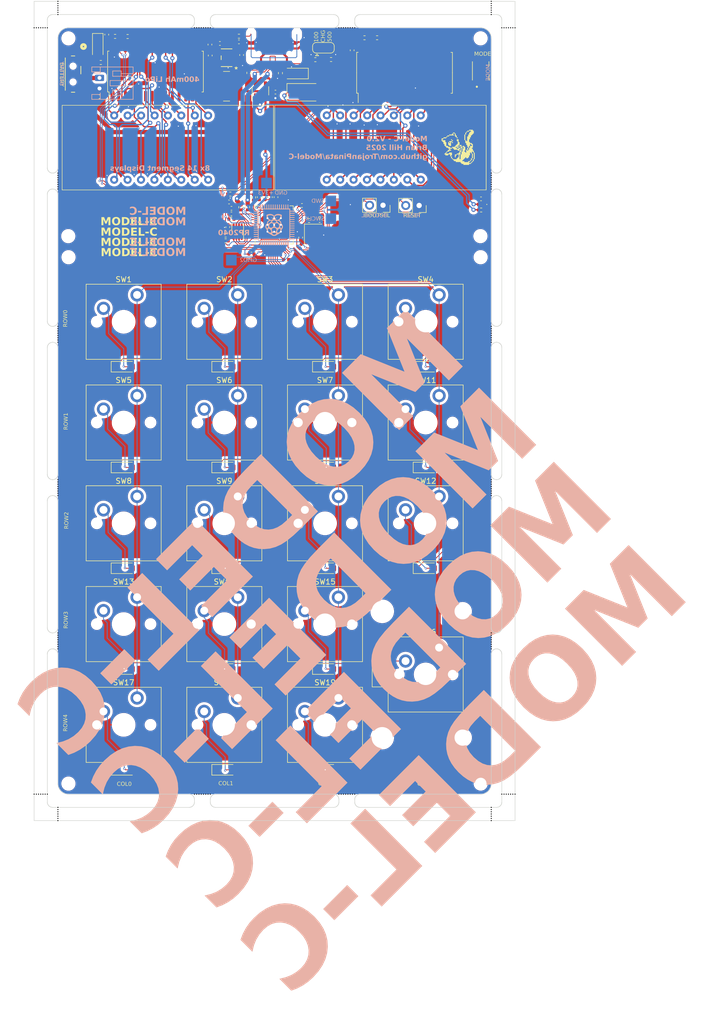
<source format=kicad_pcb>
(kicad_pcb (version 20221018) (generator pcbnew)
  (title_block (title "Model-C - Calculator numpad combo with mechanical switches") (date "2025-01-19") (rev "v2.0") (company "Design by Brian Hill (@TrojanPinata)"))
  (layers (0 "F.Cu" signal) (31 "B.Cu" signal) (34 "B.Paste" user) (35 "F.Paste" user) (36 "B.SilkS" user "B.Silkscreen") (37 "F.SilkS" user "F.Silkscreen") (38 "B.Mask" user) (39 "F.Mask" user) (44 "Edge.Cuts" user))
  (net 0 "")
  (net 1 "Board_0-+1V1")
  (net 2 "Board_0-+3V3")
  (net 3 "Board_0-+5V")
  (net 4 "Board_0-/ADC_VREF")
  (net 5 "Board_0-/QSPI_SCLK")
  (net 6 "Board_0-/QSPI_SD0")
  (net 7 "Board_0-/QSPI_SD1")
  (net 8 "Board_0-/QSPI_SD2")
  (net 9 "Board_0-/QSPI_SD3")
  (net 10 "Board_0-/QSPI_SS")
  (net 11 "Board_0-/RUN")
  (net 12 "Board_0-/SCL")
  (net 13 "Board_0-/SDA")
  (net 14 "Board_0-/USB_BOOT")
  (net 15 "Board_0-/USB_DN")
  (net 16 "Board_0-/USB_DP")
  (net 17 "Board_0-/XIN")
  (net 18 "Board_0-/XOUT")
  (net 19 "Board_0-/col0")
  (net 20 "Board_0-/col1")
  (net 21 "Board_0-/col2")
  (net 22 "Board_0-/col3")
  (net 23 "Board_0-/mode")
  (net 24 "Board_0-/row0")
  (net 25 "Board_0-/row1")
  (net 26 "Board_0-/row2")
  (net 27 "Board_0-/row3")
  (net 28 "Board_0-/row4")
  (net 29 "Board_0-GND")
  (net 30 "Board_0-Net-(C4-Pad1)")
  (net 31 "Board_0-Net-(D1-A)")
  (net 32 "Board_0-Net-(D10-A)")
  (net 33 "Board_0-Net-(D11-A)")
  (net 34 "Board_0-Net-(D12-A)")
  (net 35 "Board_0-Net-(D13-A)")
  (net 36 "Board_0-Net-(D14-A)")
  (net 37 "Board_0-Net-(D15-A)")
  (net 38 "Board_0-Net-(D16-A)")
  (net 39 "Board_0-Net-(D17-A)")
  (net 40 "Board_0-Net-(D18-A)")
  (net 41 "Board_0-Net-(D19-A)")
  (net 42 "Board_0-Net-(D2-A)")
  (net 43 "Board_0-Net-(D20-A)")
  (net 44 "Board_0-Net-(D20-K)")
  (net 45 "Board_0-Net-(D22-K)")
  (net 46 "Board_0-Net-(D23-K)")
  (net 47 "Board_0-Net-(D3-A)")
  (net 48 "Board_0-Net-(D4-A)")
  (net 49 "Board_0-Net-(D5-A)")
  (net 50 "Board_0-Net-(D6-A)")
  (net 51 "Board_0-Net-(D7-A)")
  (net 52 "Board_0-Net-(D8-A)")
  (net 53 "Board_0-Net-(D9-A)")
  (net 54 "Board_0-Net-(IC1-COM0{slash}AD)")
  (net 55 "Board_0-Net-(IC1-COM1{slash}KS0)")
  (net 56 "Board_0-Net-(IC1-COM2{slash}KS1)")
  (net 57 "Board_0-Net-(IC1-COM3{slash}KS2)")
  (net 58 "Board_0-Net-(IC1-COM4)")
  (net 59 "Board_0-Net-(IC1-COM5)")
  (net 60 "Board_0-Net-(IC1-COM6)")
  (net 61 "Board_0-Net-(IC1-ROW0{slash}A2)")
  (net 62 "Board_0-Net-(IC1-ROW1{slash}A1)")
  (net 63 "Board_0-Net-(IC1-ROW2{slash}A0)")
  (net 64 "Board_0-Net-(IC1-ROW3{slash}K1)")
  (net 65 "Board_0-Net-(IC1-ROW4{slash}K2)")
  (net 66 "Board_0-Net-(IC1-ROW5{slash}K3)")
  (net 67 "Board_0-Net-(IC1-ROW6{slash}K4)")
  (net 68 "Board_0-Net-(IC1-ROW7{slash}K5)")
  (net 69 "Board_0-Net-(IC1-ROW8{slash}K6)")
  (net 70 "Board_0-Net-(IC2-COM1{slash}KS0)")
  (net 71 "Board_0-Net-(IC2-COM2{slash}KS1)")
  (net 72 "Board_0-Net-(IC2-COM3{slash}KS2)")
  (net 73 "Board_0-Net-(IC2-COM4)")
  (net 74 "Board_0-Net-(IC2-COM5)")
  (net 75 "Board_0-Net-(IC2-COM6)")
  (net 76 "Board_0-Net-(IC2-ROW0{slash}A2)")
  (net 77 "Board_0-Net-(IC2-ROW1{slash}A1)")
  (net 78 "Board_0-Net-(IC2-ROW2{slash}A0)")
  (net 79 "Board_0-Net-(IC2-ROW3{slash}K1)")
  (net 80 "Board_0-Net-(IC2-ROW4{slash}K2)")
  (net 81 "Board_0-Net-(IC2-ROW5{slash}K3)")
  (net 82 "Board_0-Net-(IC2-ROW6{slash}K4)")
  (net 83 "Board_0-Net-(IC2-ROW7{slash}K5)")
  (net 84 "Board_0-Net-(IC2-ROW8{slash}K6)")
  (net 85 "Board_0-Net-(J1-Pin_1)")
  (net 86 "Board_0-Net-(JP2-A)")
  (net 87 "Board_0-Net-(JP2-B)")
  (net 88 "Board_0-Net-(JP2-C)")
  (net 89 "Board_0-Net-(U3-ADC_AVDD)")
  (net 90 "Board_0-Net-(U3-GPIO2)")
  (net 91 "Board_0-Net-(U3-SWCLK)")
  (net 92 "Board_0-Net-(U3-SWD)")
  (net 93 "Board_0-Net-(U3-USB_DM)")
  (net 94 "Board_0-Net-(U3-USB_DP)")
  (net 95 "Board_0-Net-(U4-STAT)")
  (net 96 "Board_0-Net-(U5-LX)")
  (net 97 "Board_0-Net-(USB1-CC1)")
  (net 98 "Board_0-Net-(USB1-CC2)")
  (net 99 "Board_0-Net-(USB1-SHIELD)")
  (net 100 "Board_0-VBUS")
  (net 101 "Board_0-VSYS")
  (net 102 "Board_0-unconnected-(IC1-COM7-Pad9)")
  (net 103 "Board_0-unconnected-(IC1-ROW10{slash}K8-Pad15)")
  (net 104 "Board_0-unconnected-(IC1-ROW11{slash}K9-Pad14)")
  (net 105 "Board_0-unconnected-(IC1-ROW12{slash}K10-Pad13)")
  (net 106 "Board_0-unconnected-(IC1-ROW13{slash}K11-Pad12)")
  (net 107 "Board_0-unconnected-(IC1-ROW14{slash}K12-Pad11)")
  (net 108 "Board_0-unconnected-(IC1-ROW15{slash}K13{slash}INT-Pad10)")
  (net 109 "Board_0-unconnected-(IC1-ROW9{slash}K7-Pad16)")
  (net 110 "Board_0-unconnected-(IC2-COM7-Pad9)")
  (net 111 "Board_0-unconnected-(IC2-ROW10{slash}K8-Pad15)")
  (net 112 "Board_0-unconnected-(IC2-ROW11{slash}K9-Pad14)")
  (net 113 "Board_0-unconnected-(IC2-ROW12{slash}K10-Pad13)")
  (net 114 "Board_0-unconnected-(IC2-ROW13{slash}K11-Pad12)")
  (net 115 "Board_0-unconnected-(IC2-ROW14{slash}K12-Pad11)")
  (net 116 "Board_0-unconnected-(IC2-ROW15{slash}K13{slash}INT-Pad10)")
  (net 117 "Board_0-unconnected-(IC2-ROW9{slash}K7-Pad16)")
  (net 118 "Board_0-unconnected-(U3-GPIO12-Pad15)")
  (net 119 "Board_0-unconnected-(U3-GPIO13-Pad16)")
  (net 120 "Board_0-unconnected-(U3-GPIO15-Pad18)")
  (net 121 "Board_0-unconnected-(U3-GPIO16-Pad27)")
  (net 122 "Board_0-unconnected-(U3-GPIO17-Pad28)")
  (net 123 "Board_0-unconnected-(U3-GPIO18-Pad29)")
  (net 124 "Board_0-unconnected-(U3-GPIO19-Pad30)")
  (net 125 "Board_0-unconnected-(U3-GPIO20-Pad31)")
  (net 126 "Board_0-unconnected-(U3-GPIO21-Pad32)")
  (net 127 "Board_0-unconnected-(U3-GPIO22-Pad34)")
  (net 128 "Board_0-unconnected-(U3-GPIO23-Pad35)")
  (net 129 "Board_0-unconnected-(U3-GPIO24-Pad36)")
  (net 130 "Board_0-unconnected-(U3-GPIO25-Pad37)")
  (net 131 "Board_0-unconnected-(U3-GPIO26_ADC0-Pad38)")
  (net 132 "Board_0-unconnected-(U3-GPIO27_ADC1-Pad39)")
  (net 133 "Board_0-unconnected-(U3-GPIO28_ADC2-Pad40)")
  (net 134 "Board_0-unconnected-(U3-GPIO29_ADC3-Pad41)")
  (footprint "NPTH" (layer "F.Cu") (at 162.809523 169.88)
    (fp_text reference "KiKit_MB_12_3" hide)
    (fp_text value "NPTH" hide)
  )
  (footprint "NPTH" (layer "F.Cu") (at 194 169.88)
    (fp_text reference "KiKit_MB_20_7" hide)
    (fp_text value "NPTH" hide)
  )
  (footprint "Capacitor_SMD:C_0402_1005Metric" (layer "F.Cu") (at 140.33025 61.1755 180)
    (fp_text reference "C7" hide)
    (fp_text value "1uF")
  )
  (footprint "NPTH" (layer "F.Cu") (at 193.583333 169.88)
    (fp_text reference "KiKit_MB_20_6" hide)
    (fp_text value "NPTH" hide)
  )
  (footprint "NPTH" (layer "F.Cu") (at 189.5 82.309143)
    (fp_text reference "KiKit_MB_6_3" hide)
    (fp_text value "NPTH" hide)
  )
  (footprint "NPTH" (layer "F.Cu") (at 107.5 174.046666)
    (fp_text reference "KiKit_MB_15_5" hide)
    (fp_text value "NPTH" hide)
  )
  (footprint "NPTH" (layer "F.Cu") (at 189.5 111.285142)
    (fp_text reference "KiKit_MB_7_3" hide)
    (fp_text value "NPTH" hide)
  )
  (footprint "NPTH" (layer "F.Cu") (at 107.5 112.142285)
    (fp_text reference "KiKit_MB_3_4" hide)
    (fp_text value "NPTH" hide)
  )
  (footprint "NPTH" (layer "F.Cu") (at 105.5 169.88)
    (fp_text reference "KiKit_MB_18_7" hide)
    (fp_text value "NPTH" hide)
  )
  (footprint "NPTH" (layer "F.Cu") (at 135.476191 169.88)
    (fp_text reference "KiKit_MB_11_3" hide)
    (fp_text value "NPTH" hide)
  )
  (footprint "Capacitor_SMD:C_0402_1005Metric" (layer "F.Cu") (at 150.674 68.829)
    (fp_text reference "C16" hide)
    (fp_text value "0.1uF")
  )
  (footprint "Diode_SMD:D_SOD-123" (layer "F.Cu") (at 158.04 127.178)
    (fp_text reference "D11" hide)
    (fp_text value "D")
  )
  (footprint "NPTH" (layer "F.Cu") (at 107.5 173.63)
    (fp_text reference "KiKit_MB_15_4" hide)
    (fp_text value "NPTH" hide)
  )
  (footprint "NPTH" (layer "F.Cu") (at 189.5 22.083334)
    (fp_text reference "KiKit_MB_14_6" hide)
    (fp_text value "NPTH" hide)
  )
  (footprint "NPTH" (layer "F.Cu") (at 192.333333 25)
    (fp_text reference "KiKit_MB_19_3" hide)
    (fp_text value "NPTH" hide)
  )
  (footprint "NPTH" (layer "F.Cu") (at 189.5 139.404)
    (fp_text reference "KiKit_MB_8_1" hide)
    (fp_text value "NPTH" hide)
  )
  (footprint "NPTH" (layer "F.Cu") (at 163.238095 169.88)
    (fp_text reference "KiKit_MB_12_2" hide)
    (fp_text value "NPTH" hide)
  )
  (footprint "PCM_Switch_Keyboard_Cherry_MX:SW_Cherry_MX_PCB_1.00u" (layer "F.Cu") (at 158.04 156.778)
    (fp_text reference "SW19")
    (fp_text value "SW_SPST")
  )
  (footprint "NPTH" (layer "F.Cu") (at 189.5 22.5)
    (fp_text reference "KiKit_MB_14_7" hide)
    (fp_text value "NPTH" hide)
  )
  (footprint "Capacitor_SMD:C_0402_1005Metric" (layer "F.Cu") (at 139.65325 62.6965 90)
    (fp_text reference "C1" hide)
    (fp_text value "0.1uF")
  )
  (footprint "NPTH" (layer "F.Cu") (at 107.5 83.594858)
    (fp_text reference "KiKit_MB_2_3" hide)
    (fp_text value "NPTH" hide)
  )
  (footprint "" (layer "F.Cu") (at 187.452 64.39)
    (fp_text reference "")
    (fp_text value "")
  )
  (footprint "Capacitor_SMD:C_0402_1005Metric" (layer "F.Cu") (at 148.663 37.159)
    (fp_text reference "C2" hide)
    (fp_text value "10uF")
  )
  (footprint "Resistor_SMD:R_0402_1005Metric" (layer "F.Cu") (at 167.9 26.884 180)
    (fp_text reference "R20" hide)
    (fp_text value "4.7k")
  )
  (footprint "Diode_SMD:D_SOD-123" (layer "F.Cu") (at 119.94 127.178)
    (fp_text reference "D9" hide)
    (fp_text value "D")
  )
  (footprint "Diode_SMD:D_SOD-123" (layer "F.Cu") (at 115.039 28.438 -90)
    (fp_text reference "D20" hide)
    (fp_text value "1N4148")
  )
  (footprint "NPTH" (layer "F.Cu") (at 189.5 140.689714)
    (fp_text reference "KiKit_MB_8_4" hide)
    (fp_text value "NPTH" hide)
  )
  (footprint "Resistor_SMD:R_0402_1005Metric" (layer "F.Cu") (at 142.101 58.923 90)
    (fp_text reference "R12" hide)
    (fp_text value "27")
  )
  (footprint "Resistor_SMD:R_0402_1005Metric" (layer "F.Cu") (at 155.019 61.44 180)
    (fp_text reference "R3" hide)
    (fp_text value "1k")
  )
  (footprint "Resistor_SMD:R_0402_1005Metric" (layer "F.Cu") (at 143.404 58.89 90)
    (fp_text reference "R13" hide)
    (fp_text value "27")
  )
  (footprint "NPTH" (layer "F.Cu") (at 107.5 81.880572)
    (fp_text reference "KiKit_MB_2_7" hide)
    (fp_text value "NPTH" hide)
  )
  (footprint "NPTH" (layer "F.Cu") (at 189.5 112.142285)
    (fp_text reference "KiKit_MB_7_5" hide)
    (fp_text value "NPTH" hide)
  )
  (footprint "NPTH" (layer "F.Cu") (at 136.333334 169.88)
    (fp_text reference "KiKit_MB_11_1" hide)
    (fp_text value "NPTH" hide)
  )
  (footprint "NPTH" (layer "F.Cu") (at 189.5 141.546857)
    (fp_text reference "KiKit_MB_8_6" hide)
    (fp_text value "NPTH" hide)
  )
  (footprint "Capacitor_SMD:C_0402_1005Metric" (layer "F.Cu") (at 148.768 57.025 90)
    (fp_text reference "C13" hide)
    (fp_text value "0.1uF")
  )
  (footprint "PCM_Switch_Keyboard_Cherry_MX:SW_Cherry_MX_PCB_1.00u" (layer "F.Cu") (at 138.99 99.628)
    (fp_text reference "SW6")
    (fp_text value "SW_SPST")
  )
  (footprint "NPTH" (layer "F.Cu") (at 189.5 84.023429)
    (fp_text reference "KiKit_MB_6_7" hide)
    (fp_text value "NPTH" hide)
  )
  (footprint "NPTH" (layer "F.Cu") (at 163.238095 25)
    (fp_text reference "KiKit_MB_10_7" hide)
    (fp_text value "NPTH" hide)
  )
  (footprint "PCM_Switch_Keyboard_Cherry_MX:SW_Cherry_MX_PCB_1.00u" (layer "F.Cu") (at 119.94 80.578)
    (fp_text reference "SW1")
    (fp_text value "SW_SPST")
  )
  (footprint "NPTH" (layer "F.Cu") (at 104.666667 169.88)
    (fp_text reference "KiKit_MB_18_5" hide)
    (fp_text value "NPTH" hide)
  )
  (footprint "NPTH" (layer "F.Cu") (at 107.5 141.546857)
    (fp_text reference "KiKit_MB_4_3" hide)
    (fp_text value "NPTH" hide)
  )
  (footprint "NPTH" (layer "F.Cu") (at 189.5 21.666667)
    (fp_text reference "KiKit_MB_14_5" hide)
    (fp_text value "NPTH" hide)
  )
  (footprint "NPTH" (layer "F.Cu") (at 107.5 172.796666)
    (fp_text reference "KiKit_MB_15_2" hide)
    (fp_text value "NPTH" hide)
  )
  (footprint "NPTH" (layer "F.Cu") (at 134.190477 25)
    (fp_text reference "KiKit_MB_9_3" hide)
    (fp_text value "NPTH" hide)
  )
  (footprint "NPTH" (layer "F.Cu") (at 103 169.88)
    (fp_text reference "KiKit_MB_18_1" hide)
    (fp_text value "NPTH" hide)
  )
  (footprint "Resistor_SMD:R_0402_1005Metric" (layer "F.Cu") (at 149.607 33.571 -90)
    (fp_text reference "R6" hide)
    (fp_text value "5.1k")
  )
  (footprint "Diode_SMD:D_SOD-123" (layer "F.Cu") (at 158.04 108.128)
    (fp_text reference "D7" hide)
    (fp_text value "D")
  )
  (footprint "NPTH" (layer "F.Cu") (at 103.833334 25)
    (fp_text reference "KiKit_MB_17_3" hide)
    (fp_text value "NPTH" hide)
  )
  (footprint "NPTH" (layer "F.Cu") (at 107.5 52.904572)
    (fp_text reference "KiKit_MB_1_7" hide)
    (fp_text value "NPTH" hide)
  )
  (footprint "NPTH" (layer "F.Cu") (at 161.95238 169.88)
    (fp_text reference "KiKit_MB_12_5" hide)
    (fp_text value "NPTH" hide)
  )
  (footprint "NPTH" (layer "F.Cu") (at 107.5 20)
    (fp_text reference "KiKit_MB_13_1" hide)
    (fp_text value "NPTH" hide)
  )
  (footprint "PCM_Switch_Keyboard_Cherry_MX:SW_Cherry_MX_PCB_1.00u" (layer "F.Cu") (at 138.99 156.778)
    (fp_text reference "SW18")
    (fp_text value "SW_SPST")
  )
  (footprint "NPTH" (layer "F.Cu") (at 107.5 174.463333)
    (fp_text reference "KiKit_MB_15_6" hide)
    (fp_text value "NPTH" hide)
  )
  (footprint "NPTH" (layer "F.Cu") (at 189.5 55.047429)
    (fp_text reference "KiKit_MB_5_7" hide)
    (fp_text value "NPTH" hide)
  )
  (footprint "NPTH" (layer "F.Cu") (at 191.916666 169.88)
    (fp_text reference "KiKit_MB_20_2" hide)
    (fp_text value "NPTH" hide)
  )
  (footprint "NPTH" (layer "F.Cu") (at 189.5 54.190286)
    (fp_text reference "KiKit_MB_5_5" hide)
    (fp_text value "NPTH" hide)
  )
  (footprint "NPTH" (layer "F.Cu") (at 107.5 110.856571)
    (fp_text reference "KiKit_MB_3_7" hide)
    (fp_text value "NPTH" hide)
  )
  (footprint "NPTH" (layer "F.Cu") (at 107.5 22.083334)
    (fp_text reference "KiKit_MB_13_6" hide)
    (fp_text value "NPTH" hide)
  )
  (footprint "NPTH" (layer "F.Cu") (at 162.380952 25)
    (fp_text reference "KiKit_MB_10_5" hide)
    (fp_text value "NPTH" hide)
  )
  (footprint "NPTH" (layer "F.Cu") (at 189.5 20.416667)
    (fp_text reference "KiKit_MB_14_2" hide)
    (fp_text value "NPTH" hide)
  )
  (footprint "NPTH" (layer "F.Cu") (at 103.833334 169.88)
    (fp_text reference "KiKit_MB_18_3" hide)
    (fp_text value "NPTH" hide)
  )
  (footprint "NPTH" (layer "F.Cu") (at 107.5 139.832571)
    (fp_text reference "KiKit_MB_4_7" hide)
    (fp_text value "NPTH" hide)
  )
  (footprint "NPTH" (layer "F.Cu") (at 191.916666 25)
    (fp_text reference "KiKit_MB_19_2" hide)
    (fp_text value "NPTH" hide)
  )
  (footprint "NPTH" (layer "F.Cu") (at 162.380952 169.88)
    (fp_text reference "KiKit_MB_12_4" hide)
    (fp_text value "NPTH" hide)
  )
  (footprint "NPTH" (layer "F.Cu") (at 189.5 20)
    (fp_text reference "KiKit_MB_14_1" hide)
    (fp_text value "NPTH" hide)
  )
  (footprint "Diode_SMD:D_SOD-123" (layer "F.Cu") (at 138.99 127.178)
    (fp_text reference "D10" hide)
    (fp_text value "D")
  )
  (footprint "NPTH" (layer "F.Cu") (at 133.761905 25)
    (fp_text reference "KiKit_MB_9_2" hide)
    (fp_text value "NPTH" hide)
  )
  (footprint "NPTH" (layer "F.Cu") (at 161.523809 25)
    (fp_text reference "KiKit_MB_10_3" hide)
    (fp_text value "NPTH" hide)
  )
  (footprint "PCM_Mounting_Keyboard_Stabilizer:Stabilizer_Cherry_MX_2.00u" (layer "F.Cu") (at 177.09 147.253 -90)
    (fp_text reference "H1" hide)
    (fp_text value "Stabilizer")
  )
  (footprint "NPTH" (layer "F.Cu") (at 161.095238 169.88)
    (fp_text reference "KiKit_MB_12_7" hide)
    (fp_text value "NPTH" hide)
  )
  (footprint "NPTH" (layer "F.Cu") (at 163.666666 169.88)
    (fp_text reference "KiKit_MB_12_1" hide)
    (fp_text value "NPTH" hide)
  )
  (footprint "Diode_SMD:D_SOD-123" (layer "F.Cu") (at 158.04 89.078)
    (fp_text reference "D3" hide)
    (fp_text value "D")
  )
  (footprint "LED_SMD:LED_0402_1005Metric" (layer "F.Cu") (at 187.571 58.397 180)
    (fp_text reference "D23" hide)
    (fp_text value "LED")
  )
  (footprint "NPTH" (layer "F.Cu") (at 189.5 52.476)
    (fp_text reference "KiKit_MB_5_1" hide)
    (fp_text value "NPTH" hide)
  )
  (footprint "NPTH" (layer "F.Cu") (at 189.5 112.999428)
    (fp_text reference "KiKit_MB_7_7" hide)
    (fp_text value "NPTH" hide)
  )
  (footprint "NPTH" (layer "F.Cu") (at 189.5 55.476)
    (fp_text reference "KiKit_MB_5_8" hide)
    (fp_text value "NPTH" hide)
  )
  (footprint "EVQ-P7A01P:SW_EVQ-P7A01P" (layer "F.Cu") (at 187.498 33.1475 90)
    (fp_text reference "S1" hide)
    (fp_text value "MODE")
  )
  (footprint "NPTH" (layer "F.Cu") (at 134.190477 169.88)
    (fp_text reference "KiKit_MB_11_6" hide)
    (fp_text value "NPTH" hide)
  )
  (footprint "Capacitor_SMD:C_0402_1005Metric" (layer "F.Cu") (at 157.044 60.384)
    (fp_text reference "C8" hide)
    (fp_text value "0.1uF")
  )
  (footprint "NPTH" (layer "F.Cu") (at 189.5 84.452)
    (fp_text reference "KiKit_MB_6_8" hide)
    (fp_text value "NPTH" hide)
  )
  (footprint "NPTH" (layer "F.Cu") (at 107.5 84.452)
    (fp_text reference "KiKit_MB_2_1" hide)
    (fp_text value "NPTH" hide)
  )
  (footprint "NPTH" (layer "F.Cu") (at 189.5 173.213333)
    (fp_text reference "KiKit_MB_16_3" hide)
    (fp_text value "NPTH" hide)
  )
  (footprint "RP2040_minimal:RP2040-QFN-56" (layer "F.Cu") (at 148.42 62.2705 90)
    (fp_text reference "U3" hide)
    (fp_text value "RP2040")
  )
  (footprint "NPTH" (layer "F.Cu") (at 107.5 82.309143)
    (fp_text reference "KiKit_MB_2_6" hide)
    (fp_text value "NPTH" hide)
  )
  (footprint "Diode_SMD:D_SOD-123" (layer "F.Cu") (at 119.94 108.128)
    (fp_text reference "D5" hide)
    (fp_text value "D")
  )
  (footprint "Capacitor_SMD:C_0402_1005Metric" (layer "F.Cu") (at 157.024 61.44)
    (fp_text reference "C4" hide)
    (fp_text value "22pF")
  )
  (footprint "Capacitor_SMD:C_0402_1005Metric" (layer "F.Cu") (at 153.448 64.651 90)
    (fp_text reference "C3" hide)
    (fp_text value "22pF")
  )
  (footprint "NPTH" (layer "F.Cu") (at 107.5 55.476)
    (fp_text reference "KiKit_MB_1_1" hide)
    (fp_text value "NPTH" hide)
  )
  (footprint "NPTH" (layer "F.Cu") (at 104.25 169.88)
    (fp_text reference "KiKit_MB_18_4" hide)
    (fp_text value "NPTH" hide)
  )
  (footprint "NPTH" (layer "F.Cu") (at 107.5 81.452)
    (fp_text reference "KiKit_MB_2_8" hide)
    (fp_text value "NPTH" hide)
  )
  (footprint "Resistor_SMD:R_0402_1005Metric" (layer "F.Cu") (at 118.319 26.63 180)
    (fp_text reference "R17" hide)
    (fp_text value "10k")
  )
  (footprint "Diode_SMD:D_SOD-123" (layer "F.Cu") (at 177.09 127.178)
    (fp_text reference "D12" hide)
    (fp_text value "D")
  )
  (footprint "Resistor_SMD:R_0402_1005Metric" (layer "F.Cu") (at 120.689 26.653 180)
    (fp_text reference "R18" hide)
    (fp_text value "10k")
  )
  (footprint "NPTH" (layer "F.Cu") (at 189.5 172.38)
    (fp_text reference "KiKit_MB_16_1" hide)
    (fp_text value "NPTH" hide)
  )
  (footprint "NPTH" (layer "F.Cu") (at 189.5 141.118285)
    (fp_text reference "KiKit_MB_8_5" hide)
    (fp_text value "NPTH" hide)
  )
  (footprint "NPTH" (layer "F.Cu") (at 107.5 174.88)
    (fp_text reference "KiKit_MB_15_7" hide)
    (fp_text value "NPTH" hide)
  )
  (footprint "Capacitor_SMD:C_0402_1005Metric" (layer "F.Cu") (at 116.743 26.29 90)
    (fp_text reference "C5" hide)
    (fp_text value "0.1uF")
  )
  (footprint "NPTH" (layer "F.Cu") (at 160.666666 25)
    (fp_text reference "KiKit_MB_10_1" hide)
    (fp_text value "NPTH" hide)
  )
  (footprint "Diode_SMD:D_SOD-123" (layer "F.Cu") (at 138.99 165.278)
    (fp_text reference "D18" hide)
    (fp_text value "D")
  )
  (footprint "NPTH" (layer "F.Cu") (at 189.5 52.904572)
    (fp_text reference "KiKit_MB_5_2" hide)
    (fp_text value "NPTH" hide)
  )
  (footprint "Package_SO:SOP-28_7.5x17.9mm_P1.27mm" (layer "F.Cu") (at 171.841 33.505 90)
    (property "VALUE" "HTK16K33")
    (fp_text reference "IC1" hide)
    (fp_text value "HT16K33")
  )
  (footprint "Resistor_SMD:R_0402_1005Metric" (layer "F.Cu") (at 139.235 65.273 180)
    (fp_text reference "R1" hide)
    (fp_text value "1k")
  )
  (footprint "NPTH" (layer "F.Cu") (at 189.5 172.796666)
    (fp_text reference "KiKit_MB_16_2" hide)
    (fp_text value "NPTH" hide)
  )
  (footprint "Diode_SMD:D_SOD-123" (layer "F.Cu") (at 167.966 147.2445 90)
    (fp_text reference "D16" hide)
    (fp_text value "D")
  )
  (footprint "NPTH" (layer "F.Cu") (at 107.5 52.476)
    (fp_text reference "KiKit_MB_1_8" hide)
    (fp_text value "NPTH" hide)
  )
  (footprint "NPTH" (layer "F.Cu") (at 189.5 141.975428)
    (fp_text reference "KiKit_MB_8_7" hide)
    (fp_text value "NPTH" hide)
  )
  (footprint "" (layer "F.Cu") (at 187.49 68.373)
    (fp_text reference "")
    (fp_text value "")
  )
  (footprint "NPTH" (layer "F.Cu") (at 189.5 110.856571)
    (fp_text reference "KiKit_MB_7_2" hide)
    (fp_text value "NPTH" hide)
  )
  (footprint "NPTH" (layer "F.Cu") (at 189.5 21.25)
    (fp_text reference "KiKit_MB_14_4" hide)
    (fp_text value "NPTH" hide)
  )
  (footprint "NPTH" (layer "F.Cu") (at 135.476191 25)
    (fp_text reference "KiKit_MB_9_6" hide)
    (fp_text value "NPTH" hide)
  )
  (footprint "NPTH" (layer "F.Cu") (at 107.5 21.666667)
    (fp_text reference "KiKit_MB_13_5" hide)
    (fp_text value "NPTH" hide)
  )
  (footprint "Jumper:SolderJumper-3_P1.3mm_Open_RoundedPad1.0x1.5mm" (layer "F.Cu") (at 157.738 28.7885)
    (fp_text reference "JP2" hide)
    (fp_text value "500mA - 100mA")
  )
  (footprint "NPTH" (layer "F.Cu") (at 160.666666 169.88)
    (fp_text reference "KiKit_MB_12_8" hide)
    (fp_text value "NPTH" hide)
  )
  (footprint "Diode_SMD:D_SOD-123" (layer "F.Cu") (at 158.04 165.278)
    (fp_text reference "D19" hide)
    (fp_text value "D")
  )
  (footprint "Capacitor_SMD:C_0402_1005Metric" (layer "F.Cu") (at 187.562 57.345)
    (fp_text reference "C19" hide)
    (fp_text value "4.7uF")
  )
  (footprint "NPTH" (layer "F.Cu") (at 193.166666 25)
    (fp_text reference "KiKit_MB_19_5" hide)
    (fp_text value "NPTH" hide)
  )
  (footprint "NPTH" (layer "F.Cu") (at 189.5 83.594858)
    (fp_text reference "KiKit_MB_6_6" hide)
    (fp_text value "NPTH" hide)
  )
  (footprint "Diode_SMD:D_SOD-123" (layer "F.Cu") (at 138.99 89.078)
    (fp_text reference "D2" hide)
    (fp_text value "D")
  )
  (footprint "Capacitor_SMD:C_0402_1005Metric" (layer "F.Cu") (at 140.338 59.13)
    (fp_text reference "C14" hide)
    (fp_text value "0.1uF")
  )
  (footprint "NPTH" (layer "F.Cu") (at 189.5 53.761715)
    (fp_text reference "KiKit_MB_5_4" hide)
    (fp_text value "NPTH" hide)
  )
  (footprint "NPTH" (layer "F.Cu") (at 107.5 141.118285)
    (fp_text reference "KiKit_MB_4_4" hide)
    (fp_text value "NPTH" hide)
  )
  (footprint "Package_SON:SON-8-1EP_3x2mm_P0.5mm_EP1.4x1.6mm" (layer "F.Cu") (at 141.52025 63.5755 90)
    (fp_text reference "U1" hide)
    (fp_text value "W25Q16JVUXIQ")
  )
  (footprint "NPTH" (layer "F.Cu") (at 107.5 20.833334)
    (fp_text reference "KiKit_MB_13_3" hide)
    (fp_text value "NPTH" hide)
  )
  (footprint "NPTH" (layer "F.Cu") (at 107.5 112.570857)
    (fp_text reference "KiKit_MB_3_3" hide)
    (fp_text value "NPTH" hide)
  )
  (footprint "NPTH" (layer "F.Cu") (at 107.5 111.713714)
    (fp_text reference "KiKit_MB_3_5" hide)
    (fp_text value "NPTH" hide)
  )
  (footprint "NPTH" (layer "F.Cu") (at 105.5 25)
    (fp_text reference "KiKit_MB_17_7" hide)
    (fp_text value "NPTH" hide)
  )
  (footprint "Inductor_SMD:L_TracoPower_TCK-047_5.2x5.8mm" (layer "F.Cu") (at 139.411 36.054)
    (fp_text reference "L1" hide)
    (fp_text value "4.7uH")
  )
  (footprint "Capacitor_SMD:C_0402_1005Metric" (layer "F.Cu") (at 144.119 67.774)
    (fp_text reference "C17" hide)
    (fp_text value "0.1uF")
  )
  (footprint "Resistor_SMD:R_0402_1005Metric" (layer "F.Cu") (at 140.124 56.444)
    (fp_text reference "R10" hide)
    (fp_text value "200")
  )
  (footprint "Resistor_SMD:R_0402_1005Metric" (layer "F.Cu") (at 187.588 59.452 180)
    (fp_text reference "R14" hide)
    (fp_text value "330")
  )
  (footprint "" (layer "F.Cu") (at 187.504 167.876)
    (fp_text reference "")
    (fp_text value "")
  )
  (footprint "PCM_Switch_Keyboard_Cherry_MX:SW_Cherry_MX_PCB_1.00u" (layer "F.Cu") (at 177.09 99.628)
    (fp_text reference "SW11")
    (fp_text value "SW_SPST")
  )
  (footprint "Resistor_SMD:R_0402_1005Metric" (layer "F.Cu") (at 159.188 31.004 180)
    (fp_text reference "R15" hide)
    (fp_text value "2k")
  )
  (footprint "NPTH" (layer "F.Cu") (at 191.5 25)
    (fp_text reference "KiKit_MB_19_1" hide)
    (fp_text value "NPTH" hide)
  )
  (footprint "Diode_SMD:D_SOD-123" (layer "F.Cu") (at 152.5285 33.65 180)
    (fp_text reference "D21" hide)
    (fp_text value "1N4002W")
  )
  (footprint "Capacitor_SMD:C_0402_1005Metric" (layer "F.Cu") (at 139.883 57.936)
    (fp_text reference "C15" hide)
    (fp_text value "0.1uF")
  )
  (footprint "NPTH" (layer "F.Cu") (at 107.5 172.38)
    (fp_text reference "KiKit_MB_15_1" hide)
    (fp_text value "NPTH" hide)
  )
  (footprint "NPTH" (layer "F.Cu") (at 189.5 81.880572)
    (fp_text reference "KiKit_MB_6_2" hide)
    (fp_text value "NPTH" hide)
  )
  (footprint "NPTH" (layer "F.Cu") (at 161.95238 25)
    (fp_text reference "KiKit_MB_10_4" hide)
    (fp_text value "NPTH" hide)
  )
  (footprint "PCM_Switch_Keyboard_Cherry_MX:SW_Cherry_MX_PCB_1.00u" (layer "F.Cu") (at 158.04 118.678)
    (fp_text reference "SW10")
    (fp_text value "SW_SPST")
  )
  (footprint "Resistor_SMD:R_0402_1005Metric" (layer "F.Cu") (at 156.212 31.035)
    (fp_text reference "R16" hide)
    (fp_text value "10k")
  )
  (footprint "PCM_Switch_Keyboard_Cherry_MX:SW_Cherry_MX_PCB_1.00u" (layer "F.Cu") (at 158.04 80.578)
    (fp_text reference "SW3")
    (fp_text value "SW_SPST")
  )
  (footprint "Capacitor_SMD:C_0402_1005Metric" (layer "F.Cu") (at 136.325 30.246 -90)
    (fp_text reference "C23" hide)
    (fp_text value "10uF")
  )
  (footprint "NPTH" (layer "F.Cu") (at 105.083334 25)
    (fp_text reference "KiKit_MB_17_6" hide)
    (fp_text value "NPTH" hide)
  )
  (footprint "LOGO" (layer "F.Cu") (at 183.239 47.688)
    (fp_text reference "G***" hide)
    (fp_text value "LOGO" hide)
  )
  (footprint "" (layer "F.Cu") (at 109.46 64.392)
    (fp_text reference "")
    (fp_text value "")
  )
  (footprint "Resistor_SMD:R_0402_1005Metric" (layer "F.Cu") (at 115.617 31.557 180)
    (fp_text reference "R4" hide)
    (fp_text value "47k")
  )
  (footprint "Resistor_SMD:R_0402_1005Metric" (layer "F.Cu") (at 165.514 26.889 180)
    (fp_text reference "R19" hide)
    (fp_text value "4.7k")
  )
  (footprint "NPTH" (layer "F.Cu") (at 103 25)
    (fp_text reference "KiKit_MB_17_1" hide)
    (fp_text value "NPTH" hide)
  )
  (footprint "Diode_SMD:D_SOD-123" (layer "F.Cu") (at 119.94 89.078)
    (fp_text reference "D1" hide)
    (fp_text value "D")
  )
  (footprint "NPTH" (layer "F.Cu") (at 163.666666 25)
    (fp_text reference "KiKit_MB_10_8" hide)
    (fp_text value "NPTH" hide)
  )
  (footprint "Capacitor_SMD:C_0402_1005Metric" (layer "F.Cu") (at 141.755 27.661 180)
    (fp_text reference "C6" hide)
    (fp_text value "0.1uF")
  )
  (footprint "hk:14 seg" (layer "F.Cu") (at 154.871 39.019)
    (fp_text reference "U2" hide)
    (fp_text value "14seg")
  )
  (footprint "Diode_SMD:D_SOD-123" (layer "F.Cu") (at 158.04 146.228)
    (fp_text reference "D15" hide)
    (fp_text value "D")
  )
  (footprint "NPTH" (layer "F.Cu") (at 107.5 140.689714)
    (fp_text reference "KiKit_MB_4_5" hide)
    (fp_text value "NPTH" hide)
  )
  (footprint "NPTH" (layer "F.Cu") (at 107.5 83.166286)
    (fp_text reference "KiKit_MB_2_4" hide)
    (fp_text value "NPTH" hide)
  )
  (footprint "NPTH" (layer "F.Cu") (at 133.333334 169.88)
    (fp_text reference "KiKit_MB_11_8" hide)
    (fp_text value "NPTH" hide)
  )
  (footprint "NPTH" (layer "F.Cu") (at 107.5 113.428)
    (fp_text reference "KiKit_MB_3_1" hide)
    (fp_text value "NPTH" hide)
  )
  (footprint "Diode_SMD:D_SOD-123" (layer "F.Cu") (at 138.99 108.128)
    (fp_text reference "D6" hide)
    (fp_text value "D")
  )
  (footprint "hk:14 seg" (layer "F.Cu") (at 114.646 39.029)
    (fp_text reference "U6" hide)
    (fp_text value "14seg")
  )
  (footprint "Crystal:Crystal_SMD_3225-4Pin_3.2x2.5mm" (layer "F.Cu") (at 155.8 64.121 -90)
    (fp_text reference "Y1" hide)
    (fp_text value "12MHz")
  )
  (footprint "NPTH" (layer "F.Cu") (at 104.25 25)
    (fp_text reference "KiKit_MB_17_4" hide)
    (fp_text value "NPTH" hide)
  )
  (footprint "NPTH" (layer "F.Cu") (at 107.5 53.761715)
    (fp_text reference "KiKit_MB_1_5" hide)
    (fp_text value "NPTH" hide)
  )
  (footprint "NPTH" (layer "F.Cu") (at 189.5 53.333143)
    (fp_text reference "KiKit_MB_5_3" hide)
    (fp_text value "NPTH" hide)
  )
  (footprint "Diode_SMD:D_SOD-123" (layer "F.Cu") (at 177.09 108.128)
    (fp_text reference "D8" hide)
    (fp_text value "D")
  )
  (footprint "NPTH" (layer "F.Cu") (at 189.5 110.428)
    (fp_text reference "KiKit_MB_7_1" hide)
    (fp_text value "NPTH" hide)
  )
  (footprint "NPTH" (layer "F.Cu") (at 189.5 139.832571)
    (fp_text reference "KiKit_MB_8_2" hide)
    (fp_text value "NPTH" hide)
  )
  (footprint "Capacitor_SMD:C_0402_1005Metric" (layer "F.Cu") (at 136.269 28.179 90)
    (fp_text reference "C21" hide)
    (fp_text value "10uF")
  )
  (footprint "NPTH" (layer "F.Cu") (at 103.416667 169.88)
    (fp_text reference "KiKit_MB_18_2" hide)
    (fp_text value "NPTH" hide)
  )
  (footprint "NPTH" (layer "F.Cu") (at 135.904762 169.88)
    (fp_text reference "KiKit_MB_11_2" hide)
    (fp_text value "NPTH" hide)
  )
  (footprint "NPTH" (layer "F.Cu") (at 103.416667 25)
    (fp_text reference "KiKit_MB_17_2" hide)
    (fp_text value "NPTH" hide)
  )
  (footprint "PCM_Switch_Keyboard_Cherry_MX:SW_Cherry_MX_PCB_1.00u" (layer "F.Cu") (at 119.94 156.778)
    (fp_text reference "SW17")
    (fp_text value "SW_SPST")
  )
  (footprint "NPTH" (layer "F.Cu") (at 189.5 20.833334)
    (fp_text reference "KiKit_MB_14_3" hide)
    (fp_text value "NPTH" hide)
  )
  (footprint "Resistor_SMD:R_0402_1005Metric" (layer "F.Cu") (at 144.53 57.062 -90)
    (fp_text reference "R11" hide)
    (fp_text value "1")
  )
  (footprint "PCM_Switch_Keyboard_Cherry_MX:SW_Cherry_MX_PCB_1.00u" (layer "F.Cu") (at 138.99 80.578)
    (fp_text reference "SW2")
    (fp_text value "SW_SPST")
  )
  (footprint "NPTH" (layer "F.Cu") (at 107.5 84.023429)
    (fp_text reference "KiKit_MB_2_2" hide)
    (fp_text value "NPTH" hide)
  )
  (footprint "NPTH" (layer "F.Cu") (at 192.75 169.88)
    (fp_text reference "KiKit_MB_20_4" hide)
    (fp_text value "NPTH" hide)
  )
  (footprint "Diode_SMD:D_SOD-123" (layer "F.Cu") (at 119.94 146.228)
    (fp_text reference "D13" hide)
    (fp_text value "D")
  )
  (footprint "NPTH" (layer "F.Cu") (at 107.5 142.404)
    (fp_text reference "KiKit_MB_4_1" hide)
    (fp_text value "NPTH" hide)
  )
  (footprint "footprints:GW_XC9140C501MR-G_TOR" (layer "F.Cu") (at 139.42 30.663 180)
    (fp_text reference "U5" hide)
    (fp_text value "XC9140")
  )
  (footprint "Resistor_SMD:R_0402_1005Metric" (layer "F.Cu") (at 143.636 33.529 -90)
    (fp_text reference "R7" hide)
    (fp_text value "5.1k")
  )
  (footprint "Capacitor_SMD:C_0402_1005Metric" (layer "F.Cu") (at 140.32725 60.1865 180)
    (fp_text reference "C9" hide)
    (fp_text value "0.1uF")
  )
  (footprint "PCM_Switch_Keyboard_Cherry_MX:SW_Cherry_MX_PCB_1.00u" (layer "F.Cu") (at 119.94 99.628)
    (fp_text reference "SW5")
    (fp_text value "SW_SPST")
  )
  (footprint "PCM_Switch_Keyboard_Cherry_MX:SW_Cherry_MX_PCB_1.00u" (layer "F.Cu") (at 177.09 118.678)
    (fp_text reference "SW12")
    (fp_text value "SW_SPST")
  )
  (footprint "Resistor_SMD:R_0402_1005Metric" (layer "F.Cu") (at 141.758 26.591)
    (fp_text reference "R8" hide)
    (fp_text value "10k")
  )
  (footprint "NPTH" (layer "F.Cu") (at 192.75 25)
    (fp_text reference "KiKit_MB_19_4" hide)
    (fp_text value "NPTH" hide)
  )
  (footprint "NPTH" (layer "F.Cu") (at 189.5 173.63)
    (fp_text reference "KiKit_MB_16_4" hide)
    (fp_text value "NPTH" hide)
  )
  (footprint "NPTH" (layer "F.Cu") (at 135.04762 25)
    (fp_text reference "KiKit_MB_9_5" hide)
    (fp_text value "NPTH" hide)
  )
  (footprint "NPTH" (layer "F.Cu") (at 192.333333 169.88)
    (fp_text reference "KiKit_MB_20_3" hide)
    (fp_text value "NPTH" hide)
  )
  (footprint "NPTH" (layer "F.Cu") (at 193.583333 25)
    (fp_text reference "KiKit_MB_19_6" hide)
    (fp_text value "NPTH" hide)
  )
  (footprint "PCM_Switch_Keyboard_Cherry_MX:SW_Cherry_MX_PCB_1.00u" (layer "F.Cu") (at 119.94 137.728)
    (fp_text reference "SW13")
    (fp_text value "SW_SPST")
  )
  (footprint "Diode_SMD:D_SMA" (layer "F.Cu") (at 154.348 37.198)
    (fp_text reference "D22" hide)
    (fp_text value "MBRA140")
  )
  (footprint "NPTH" (layer "F.Cu") (at 189.5 174.463333)
    (fp_text reference "KiKit_MB_16_6" hide)
    (fp_text value "NPTH" hide)
  )
  (footprint "NPTH" (layer "F.Cu") (at 133.333334 25)
    (fp_text reference "KiKit_MB_9_1" hide)
    (fp_text value "NPTH" hide)
  )
  (footprint "NPTH" (layer "F.Cu") (at 107.5 141.975428)
    (fp_text reference "KiKit_MB_4_2" hide)
    (fp_text value "NPTH" hide)
  )
  (footprint "Diode_SMD:D_SOD-123" (layer "F.Cu") (at 138.99 146.228)
    (fp_text reference "D14" hide)
    (fp_text value "D")
  )
  (footprint "NPTH" (layer "F.Cu") (at 107.5 112.999428)
    (fp_text reference "KiKit_MB_3_2" hide)
    (fp_text value "NPTH" hide)
  )
  (footprint "PCM_Switch_Keyboard_Cherry_MX:SW_Cherry_MX_PCB_2.00u_90deg" (layer "F.Cu") (at 177.09 147.253)
    (fp_text reference "SW16")
    (fp_text value "SW_SPST")
  )
  (footprint "NPTH" (layer "F.Cu") (at 107.5 111.285142)
    (fp_text reference "KiKit_MB_3_6" hide)
    (fp_text value "NPTH" hide)
  )
  (footprint "NPTH" (layer "F.Cu") (at 107.5 139.404)
    (fp_text reference "KiKit_MB_4_8" hide)
    (fp_text value "NPTH" hide)
  )
  (footprint "" (layer "F.Cu") (at 109.493 167.888)
    (fp_text reference "")
    (fp_text value "")
  )
  (footprint "Capacitor_SMD:C_0402_1005Metric" (layer "F.Cu") (at 142.263 30.15 -90)
    (fp_text reference "C22" hide)
    (fp_text value "4.7uF")
  )
  (footprint "NPTH" (layer "F.Cu") (at 161.095238 25)
    (fp_text reference "KiKit_MB_10_2" hide)
    (fp_text value "NPTH" hide)
  )
  (footprint "NPTH" (layer "F.Cu") (at 135.04762 169.88)
    (fp_text reference "KiKit_MB_11_4" hide)
    (fp_text value "NPTH" hide)
  )
  (footprint "NPTH" (layer "F.Cu") (at 193.166666 169.88)
    (fp_text reference "KiKit_MB_20_5" hide)
    (fp_text value "NPTH" hide)
  )
  (footprint "Capacitor_SMD:C_0402_1005Metric" (layer "F.Cu") (at 146.659 57.021 90)
    (fp_text reference "C18" hide)
    (fp_text value "2.2uF")
  )
  (footprint "Capacitor_SMD:C_0402_1005Metric" (layer "F.Cu") (at 145.596 57.023 90)
    (fp_text reference "C10" hide)
    (fp_text value "2.2uF")
  )
  (footprint "NPTH" (layer "F.Cu") (at 161.523809 169.88)
    (fp_text reference "KiKit_MB_12_6" hide)
    (fp_text value "NPTH" hide)
  )
  (footprint "Diode_SMD:D_SOD-123" (layer "F.Cu") (at 119.94 165.278)
    (fp_text reference "D17" hide)
    (fp_text value "D")
  )
  (footprint "NPTH" (layer "F.Cu") (at 189.5 81.452)
    (fp_text reference "KiKit_MB_6_1" hide)
    (fp_text value "NPTH" hide)
  )
  (footprint "Capacitor_SMD:C_0402_1005Metric" (layer "F.Cu") (at 138.153 27.963)
    (fp_text reference "C24" hide)
    (fp_text value "0.1uF")
  )
  (footprint "PCM_Switch_Keyboard_Cherry_MX:SW_Cherry_MX_PCB_1.00u" (layer "F.Cu") (at 138.99 137.728)
    (fp_text reference "SW14")
    (fp_text value "SW_SPST")
  )
  (footprint "NPTH" (layer "F.Cu") (at 194 25)
    (fp_text reference "KiKit_MB_19_7" hide)
    (fp_text value "NPTH" hide)
  )
  (footprint "Diode_SMD:D_SOD-123" (layer "F.Cu") (at 177.09 89.078)
    (fp_text reference "D4" hide)
    (fp_text value "D")
  )
  (footprint "NPTH" (layer "F.Cu") (at 162.809523 25)
    (fp_text reference "KiKit_MB_10_6" hide)
    (fp_text value "NPTH" hide)
  )
  (footprint "PCM_Switch_Keyboard_Cherry_MX:SW_Cherry_MX_PCB_1.00u" (layer "F.Cu") (at 138.99 118.678)
    (fp_text reference "SW9")
    (fp_text value "SW_SPST")
  )
  (footprint "NPTH" (layer "F.Cu") (at 107.5 173.213333)
    (fp_text reference "KiKit_MB_15_3" hide)
    (fp_text value "NPTH" hide)
  )
  (footprint "PCM_Switch_Keyboard_Cherry_MX:SW_Cherry_MX_PCB_1.00u" (layer "F.Cu") (at 158.04 99.628)
    (fp_text reference "SW7")
    (fp_text value "SW_SPST")
  )
  (footprint "NPTH" (layer "F.Cu") (at 189.5 113.428)
    (fp_text reference "KiKit_MB_7_8" hide)
    (fp_text value "NPTH" hide)
  )
  (footprint "NPTH" (layer "F.Cu") (at 133.761905 169.88)
    (fp_text reference "KiKit_MB_11_7" hide)
    (fp_text value "NPTH" hide)
  )
  (footprint "Capacitor_SMD:C_0402_1005Metric" (layer "F.Cu") (at 153.679 58.593)
    (fp_text reference "C12" hide)
    (fp_text value "0.1uF")
  )
  (footprint "NPTH" (layer "F.Cu") (at 107.5 140.261142)
    (fp_text reference "KiKit_MB_4_6" hide)
    (fp_text value "NPTH" hide)
  )
  (footprint "NPTH" (layer "F.Cu") (at 107.5 20.416667)
    (fp_text reference "KiKit_MB_13_2" hide)
    (fp_text value "NPTH" hide)
  )
  (footprint "NPTH" (layer "F.Cu") (at 189.5 140.261142)
    (fp_text reference "KiKit_MB_8_3" hide)
    (fp_text value "NPTH" hide)
  )
  (footprint "NPTH" (layer "F.Cu") (at 107.5 21.25)
    (fp_text reference "KiKit_MB_13_4" hide)
    (fp_text value "NPTH" hide)
  )
  (footprint "NPTH" (layer "F.Cu") (at 135.904762 25)
    (fp_text reference "KiKit_MB_9_7" hide)
    (fp_text value "NPTH" hide)
  )
  (footprint "Package_SO:SOP-28_7.5x17.9mm_P1.27mm" (layer "F.Cu") (at 124.715 33.272 90)
    (property "VALUE" "HTK16K33")
    (fp_text reference "IC2" hide)
    (fp_text value "HT16K33")
  )
  (footprint "NPTH" (layer "F.Cu") (at 189.5 83.166286)
    (fp_text reference "KiKit_MB_6_5" hide)
    (fp_text value "NPTH" hide)
  )
  (footprint "NPTH" (layer "F.Cu") (at 189.5 112.570857)
    (fp_text reference "KiKit_MB_7_6" hide)
    (fp_text value "NPTH" hide)
  )
  (footprint "NPTH" (layer "F.Cu") (at 189.5 54.618858)
    (fp_text reference "KiKit_MB_5_6" hide)
    (fp_text value "NPTH" hide)
  )
  (footprint "Capacitor_SMD:C_0402_1005Metric" (layer "F.Cu") (at 115.385 38.031)
    (fp_text reference "C20" hide)
    (fp_text value "4.7uF")
  )
  (footprint "NPTH" (layer "F.Cu") (at 107.5 55.047429)
    (fp_text reference "KiKit_MB_1_2" hide)
    (fp_text value "NPTH" hide)
  )
  (footprint "NPTH" (layer "F.Cu") (at 136.333334 25)
    (fp_text reference "KiKit_MB_9_8" hide)
    (fp_text value "NPTH" hide)
  )
  (footprint "NPTH" (layer "F.Cu") (at 189.5 82.737715)
    (fp_text reference "KiKit_MB_6_4" hide)
    (fp_text value "NPTH" hide)
  )
  (footprint "" (layer "F.Cu") (at 109.51 68.373)
    (fp_text reference "")
    (fp_text value "")
  )
  (footprint "Resistor_SMD:R_0402_1005Metric" (layer "F.Cu") (at 139.227 64.187 180)
    (fp_text reference "R2" hide)
    (fp_text value "10k")
  )
  (footprint "NPTH" (layer "F.Cu") (at 104.666667 25)
    (fp_text reference "KiKit_MB_17_5" hide)
    (fp_text value "NPTH" hide)
  )
  (footprint "NPTH" (layer "F.Cu") (at 189.5 142.404)
    (fp_text reference "KiKit_MB_8_8" hide)
    (fp_text value "NPTH" hide)
  )
  (footprint "NPTH" (layer "F.Cu") (at 191.5 169.88)
    (fp_text reference "KiKit_MB_20_1" hide)
    (fp_text value "NPTH" hide)
  )
  (footprint "footprints:MK-12C02-G020_GSW" (layer "F.Cu") (at 110.36682 33.7531 -90)
    (fp_text reference "SW21" hide)
    (fp_text value "SW_SPDT")
  )
  (footprint "Capacitor_SMD:C_0402_1005Metric" (layer "F.Cu") (at 147.712 57.022 90)
    (fp_text reference "C11" hide)
    (fp_text value "0.1uF")
  )
  (footprint "" (layer "F.Cu") (at 109.491 27.006)
    (fp_text reference "")
    (fp_text value "")
  )
  (footprint "PCM_Switch_Keyboard_Cherry_MX:SW_Cherry_MX_PCB_1.00u" (layer "F.Cu") (at 119.94 118.678)
    (fp_text reference "SW8")
    (fp_text value "SW_SPST")
  )
  (footprint "NPTH" (layer "F.Cu") (at 107.5 22.5)
    (fp_text reference "KiKit_MB_13_7" hide)
    (fp_text value "NPTH" hide)
  )
  (footprint "Capacitor_SMD:C_0402_1005Metric" (layer "F.Cu") (at 163.177 29.257 -90)
    (fp_text reference "C25" hide)
    (fp_text value "10uF")
  )
  (footprint "Connector_PinSocket_2.54mm:PinSocket_1x02_P2.54mm_Vertical" (layer "F.Cu") (at 169.018 58.548 -90)
    (fp_text reference "J2" hide)
    (fp_text value "Conn_01x02_Socket")
  )
  (footprint "NPTH" (layer "F.Cu") (at 107.5 82.737715)
    (fp_text reference "KiKit_MB_2_5" hide)
    (fp_text value "NPTH" hide)
  )
  (footprint "NPTH" (layer "F.Cu") (at 107.5 54.618858)
    (fp_text reference "KiKit_MB_1_3" hide)
    (fp_text value "NPTH" hide)
  )
  (footprint "Connector_PinSocket_2.54mm:PinSocket_1x02_P2.54mm_Vertical" (layer "F.Cu") (at 175.855 58.592 -90)
    (fp_text reference "J3" hide)
    (fp_text value "Conn_01x02_Socket")
  )
  (footprint "Package_TO_SOT_SMD:SOT-23-5" (layer "F.Cu") (at 145.832 36.918 90)
    (fp_text reference "U4" hide)
    (fp_text value "MCP73831-2-OT")
  )
  (footprint "PCM_Switch_Keyboard_Cherry_MX:SW_Cherry_MX_PCB_1.00u" (layer "F.Cu") (at 158.04 137.728)
    (fp_text reference "SW15")
    (fp_text value "SW_SPST")
  )
  (footprint "" (layer "F.Cu") (at 187.485 26.997)
    (fp_text reference "")
    (fp_text value "")
  )
  (footprint "NPTH" (layer "F.Cu") (at 107.5 110.428)
    (fp_text reference "KiKit_MB_3_8" hide)
    (fp_text value "NPTH" hide)
  )
  (footprint "NPTH" (layer "F.Cu") (at 189.5 111.713714)
    (fp_text reference "KiKit_MB_7_4" hide)
    (fp_text value "NPTH" hide)
  )
  (footprint "NPTH" (layer "F.Cu") (at 107.5 53.333143)
    (fp_text reference "KiKit_MB_1_6" hide)
    (fp_text value "NPTH" hide)
  )
  (footprint "NPTH" (layer "F.Cu") (at 134.619048 25)
    (fp_text reference "KiKit_MB_9_4" hide)
    (fp_text value "NPTH" hide)
  )
  (footprint "PCM_Switch_Keyboard_Cherry_MX:SW_Cherry_MX_PCB_1.00u" (layer "F.Cu") (at 177.09 80.578)
    (fp_text reference "SW4")
    (fp_text value "SW_SPST")
  )
  (footprint "NPTH" (layer "F.Cu") (at 105.083334 169.88)
    (fp_text reference "KiKit_MB_18_6" hide)
    (fp_text value "NPTH" hide)
  )
  (footprint "NPTH" (layer "F.Cu") (at 189.5 174.046666)
    (fp_text reference "KiKit_MB_16_5" hide)
    (fp_text value "NPTH" hide)
  )
  (footprint "NPTH" (layer "F.Cu") (at 107.5 54.190286)
    (fp_text reference "KiKit_MB_1_4" hide)
    (fp_text value "NPTH" hide)
  )
  (footprint "NPTH" (layer "F.Cu") (at 134.619048 169.88)
    (fp_text reference "KiKit_MB_11_5" hide)
    (fp_text value "NPTH" hide)
  )
  (footprint "NPTH" (layer "F.Cu") (at 189.5 174.88)
    (fp_text reference "KiKit_MB_16_7" hide)
    (fp_text value "NPTH" hide)
  )
  (footprint "LOGO" (layer "B.Cu") (at 148.42 62.2705 180)
    (fp_text reference "G***" hide)
    (fp_text value "LOGO" hide)
  )
  (footprint "libraries:CustomTestPoint" (layer "B.Cu") (at 159.137 57.733 180)
    (fp_text reference "TP2")
    (fp_text value "TestPoint")
  )
  (footprint "libraries:CustomTestPoint" (layer "B.Cu") (at 159.153 61.079 180)
    (fp_text reference "TP1")
    (fp_text value "TestPoint")
  )
  (footprint "libraries:CustomTestPoint" (layer "B.Cu") (at 146.967 54.358 180)
    (fp_text reference "TP9")
    (fp_text value "TestPoint")
  )
  (footprint "libraries:CustomTestPoint" (layer "B.Cu") (at 149.958 54.356 180)
    (fp_text reference "TP3")
    (fp_text value "TestPoint")
  )
  (footprint "libraries:CustomTestPoint" (layer "B.Cu") (at 140.316 68.931 180)
    (fp_text reference "TP4")
    (fp_text value "TestPoint")
  )
  (footprint "Connector_JST:JST_PH_S2B-PH-K_1x02_P2.00mm_Horizontal" (layer "B.Cu") (at 115.369 34.472 -90)
    (fp_text reference "J1" hide)
    (fp_text value "Batt")
  )
  (gr_line (start 147.426 66.07) (end 147.426 65.288) (stroke (width 0.15)) (layer "B.SilkS"))
  (gr_line (start 148.223 59.251) (end 148.223 58.469) (stroke (width 0.15)) (layer "B.SilkS"))
  (gr_line (start 145.397 64.867) (end 144.615 64.867) (stroke (width 0.15)) (layer "B.SilkS"))
  (gr_line (start 152.218 63.665) (end 151.436 63.665) (stroke (width 0.15)) (layer "B.SilkS"))
  (gr_line (start 152.219 61.67) (end 151.437 61.67) (stroke (width 0.15)) (layer "B.SilkS"))
  (gr_line (start 148.225 66.069) (end 148.225 65.287) (stroke (width 0.15)) (layer "B.SilkS"))
  (gr_line (start 152.219 64.872) (end 151.437 64.872) (stroke (width 0.15)) (layer "B.SilkS"))
  (gr_line (start 150.621 59.255) (end 150.621 58.473) (stroke (width 0.15)) (layer "B.SilkS"))
  (gr_line (start 148.623 66.07) (end 148.623 65.288) (stroke (width 0.15)) (layer "B.SilkS"))
  (gr_line (start 147.822 59.251) (end 147.822 58.469) (stroke (width 0.15)) (layer "B.SilkS"))
  (gr_line (start 145.396 59.665) (end 144.614 59.665) (stroke (width 0.15)) (layer "B.SilkS"))
  (gr_line (start 145.396 62.863) (end 144.614 62.863) (stroke (width 0.15)) (layer "B.SilkS"))
  (gr_line (start 145.397 63.261) (end 144.615 63.261) (stroke (width 0.15)) (layer "B.SilkS"))
  (gr_line (start 149.022 66.07) (end 149.022 65.288) (stroke (width 0.15)) (layer "B.SilkS"))
  (gr_line (start 152.219 63.266) (end 151.437 63.266) (stroke (width 0.15)) (layer "B.SilkS"))
  (gr_line (start 147.025 59.251) (end 147.025 58.469) (stroke (width 0.15)) (layer "B.SilkS"))
  (gr_line (start 145.818 59.252) (end 145.818 58.47) (stroke (width 0.15)) (layer "B.SilkS"))
  (gr_line (start 145.397 62.064) (end 144.615 62.064) (stroke (width 0.15)) (layer "B.SilkS"))
  (gr_line (start 152.218 62.467) (end 151.436 62.467) (stroke (width 0.15)) (layer "B.SilkS"))
  (gr_line (start 152.219 60.87) (end 151.437 60.87) (stroke (width 0.15)) (layer "B.SilkS"))
  (gr_line (start 145.4 60.064) (end 144.618 60.064) (stroke (width 0.15)) (layer "B.SilkS"))
  (gr_line (start 147.824 66.069) (end 147.824 65.287) (stroke (width 0.15)) (layer "B.SilkS"))
  (gr_line (start 145.397 60.464) (end 144.615 60.464) (stroke (width 0.15)) (layer "B.SilkS"))
  (gr_line (start 145.396 62.462) (end 144.614 62.462) (stroke (width 0.15)) (layer "B.SilkS"))
  (gr_line (start 152.219 64.069) (end 151.437 64.069) (stroke (width 0.15)) (layer "B.SilkS"))
  (gr_line (start 151.02 59.251) (end 151.02 58.469) (stroke (width 0.15)) (layer "B.SilkS"))
  (gr_line (start 150.221 59.252) (end 150.221 58.47) (stroke (width 0.15)) (layer "B.SilkS"))
  (gr_line (start 149.822 66.07) (end 149.822 65.288) (stroke (width 0.15)) (layer "B.SilkS"))
  (gr_rect (start 145.408 59.252) (end 151.373 65.217) (stroke (width 0.15)) (fill none) (layer "B.SilkS"))
  (gr_line (start 152.218 62.868) (end 151.436 62.868) (stroke (width 0.15)) (layer "B.SilkS"))
  (gr_line (start 146.621 59.252) (end 146.621 58.47) (stroke (width 0.15)) (layer "B.SilkS"))
  (gr_line (start 145.82 66.07) (end 145.82 65.288) (stroke (width 0.15)) (layer "B.SilkS"))
  (gr_line (start 145.396 63.66) (end 144.614 63.66) (stroke (width 0.15)) (layer "B.SilkS"))
  (gr_line (start 145.397 64.464) (end 144.615 64.464) (stroke (width 0.15)) (layer "B.SilkS"))
  (gr_line (start 146.623 66.07) (end 146.623 65.288) (stroke (width 0.15)) (layer "B.SilkS"))
  (gr_line (start 150.623 66.073) (end 150.623 65.291) (stroke (width 0.15)) (layer "B.SilkS"))
  (gr_line (start 145.397 64.064) (end 144.615 64.064) (stroke (width 0.15)) (layer "B.SilkS"))
  (gr_line (start 148.621 59.252) (end 148.621 58.47) (stroke (width 0.15)) (layer "B.SilkS"))
  (gr_line (start 150.223 66.07) (end 150.223 65.288) (stroke (width 0.15)) (layer "B.SilkS"))
  (gr_line (start 149.421 66.069) (end 149.421 65.287) (stroke (width 0.15)) (layer "B.SilkS"))
  (gr_line (start 152.219 62.069) (end 151.437 62.069) (stroke (width 0.15)) (layer "B.SilkS"))
  (gr_line (start 145.397 60.865) (end 144.615 60.865) (stroke (width 0.15)) (layer "B.SilkS"))
  (gr_line (start 149.02 59.252) (end 149.02 58.47) (stroke (width 0.15)) (layer "B.SilkS"))
  (gr_line (start 146.221 59.252) (end 146.221 58.47) (stroke (width 0.15)) (layer "B.SilkS"))
  (gr_line (start 145.397 61.665) (end 144.615 61.665) (stroke (width 0.15)) (layer "B.SilkS"))
  (gr_line (start 145.396 61.266) (end 144.614 61.266) (stroke (width 0.15)) (layer "B.SilkS"))
  (gr_line (start 152.218 61.271) (end 151.436 61.271) (stroke (width 0.15)) (layer "B.SilkS"))
  (gr_line (start 147.027 66.069) (end 147.027 65.287) (stroke (width 0.15)) (layer "B.SilkS"))
  (gr_line (start 147.424 59.252) (end 147.424 58.47) (stroke (width 0.15)) (layer "B.SilkS"))
  (gr_line (start 152.222 60.069) (end 151.44 60.069) (stroke (width 0.15)) (layer "B.SilkS"))
  (gr_line (start 152.218 59.67) (end 151.436 59.67) (stroke (width 0.15)) (layer "B.SilkS"))
  (gr_line (start 146.223 66.07) (end 146.223 65.288) (stroke (width 0.15)) (layer "B.SilkS"))
  (gr_line (start 149.82 59.252) (end 149.82 58.47) (stroke (width 0.15)) (layer "B.SilkS"))
  (gr_line (start 152.219 64.469) (end 151.437 64.469) (stroke (width 0.15)) (layer "B.SilkS"))
  (gr_line (start 151.022 66.069) (end 151.022 65.287) (stroke (width 0.15)) (layer "B.SilkS"))
  (gr_line (start 152.219 60.469) (end 151.437 60.469) (stroke (width 0.15)) (layer "B.SilkS"))
  (gr_line (start 149.419 59.251) (end 149.419 58.469) (stroke (width 0.15)) (layer "B.SilkS"))
  (gr_line (start 191.423879 109.810684) (end 191.403989 109.855555) (stroke (width 0.1)) (layer "Edge.Cuts"))
  (gr_line (start 105.57612 114.045315) (end 105.59601 114.000444) (stroke (width 0.1)) (layer "Edge.Cuts"))
  (gr_line (start 106.882684 110.351879) (end 106.83689 110.369544) (stroke (width 0.1)) (layer "Edge.Cuts"))
  (gr_line (start 163.67749 170.733268) (end 163.685881 170.684908) (stroke (width 0.1)) (layer "Edge.Cuts"))
  (gr_line (start 190.072444 110.331989) (end 190.028602 110.309921) (stroke (width 0.1)) (layer "Edge.Cuts"))
  (gr_line (start 106.163109 84.510455) (end 106.209714 84.495059) (stroke (width 0.1)) (layer "Edge.Cuts"))
  (gr_line (start 107.381921 84.980602) (end 107.403989 85.024444) (stroke (width 0.1)) (layer "Edge.Cuts"))
  (gr_line (start 103 174.867727) (end 103.000294 174.879704) (stroke (width 0.1)) (layer "Edge.Cuts"))
  (gr_line (start 108.817376 169.759601) (end 108.889286 169.784181) (stroke (width 0.1)) (layer "Edge.Cuts"))
  (gr_line (start 163.925715 22.82844) (end 163.959559 22.792892) (stroke (width 0.1)) (layer "Edge.Cuts"))
  (gr_line (start 107.657385 26.223052) (end 107.629195 26.293624) (stroke (width 0.1)) (layer "Edge.Cuts"))
  (gr_line (start 132.847436 24.857728) (end 132.80473 24.881921) (stroke (width 0.1)) (layer "Edge.Cuts"))
  (gr_line (start 190.549068 142.405204) (end 190.598018 142.408815) (stroke (width 0.1)) (layer "Edge.Cuts"))
  (gr_line (start 159.764684 24.995184) (end 159.715735 24.998795) (stroke (width 0.1)) (layer "Edge.Cuts"))
  (gr_line (start 190.971397 139.285921) (end 190.927555 139.307989) (stroke (width 0.1)) (layer "Edge.Cuts"))
  (gr_line (start 105.66853 171.93557) (end 105.642271 171.894103) (stroke (width 0.1)) (layer "Edge.Cuts"))
  (gr_line (start 189.82844 84.711048) (end 189.865606 84.678989) (stroke (width 0.1)) (layer "Edge.Cuts"))
  (gr_line (start 191.403989 142.976444) (end 191.423879 143.021315) (stroke (width 0.1)) (layer "Edge.Cuts"))
  (gr_line (start 105.642271 113.913896) (end 105.66853 113.872429) (stroke (width 0.1)) (layer "Edge.Cuts"))
  (gr_line (start 108.518478 25.257733) (end 108.452989 25.296284) (stroke (width 0.1)) (layer "Edge.Cuts"))
  (gr_line (start 132.929033 24.803207) (end 132.888904 24.831469) (stroke (width 0.1)) (layer "Edge.Cuts"))
  (gr_line (start 133.257212 170.497315) (end 133.274877 170.543109) (stroke (width 0.1)) (layer "Edge.Cuts"))
  (gr_line (start 136.501863 171.93557) (end 136.475604 171.894103) (stroke (width 0.1)) (layer "Edge.Cuts"))
  (gr_line (start 163.762677 171.807555) (end 163.742787 171.762684) (stroke (width 0.1)) (layer "Edge.Cuts"))
  (gr_line (start 108.265969 169.453545) (end 108.285999 169.469049) (stroke (width 0.1)) (layer "Edge.Cuts"))
  (gr_line (start 136.338148 24.098018) (end 136.334537 24.049068) (stroke (width 0.1)) (layer "Edge.Cuts"))
  (gr_line (start 191.403989 109.855555) (end 191.381921 109.899397) (stroke (width 0.1)) (layer "Edge.Cuts"))
  (gr_line (start 189.759048 139.075559) (end 189.726989 139.038393) (stroke (width 0.1)) (layer "Edge.Cuts"))
  (gr_line (start 107.480785 109.623091) (end 107.470031 109.67098) (stroke (width 0.1)) (layer "Edge.Cuts"))
  (gr_line (start 191.134393 142.630989) (end 191.171559 142.663048) (stroke (width 0.1)) (layer "Edge.Cuts"))
  (gr_line (start 189.642271 55.961896) (end 189.66853 55.920429) (stroke (width 0.1)) (layer "Edge.Cuts"))
  (gr_line (start 109.109872 169.841294) (end 109.184674 169.854701) (stroke (width 0.1)) (layer "Edge.Cuts"))
  (gr_line (start 188.300223 25.167373) (end 188.276947 25.157385) (stroke (width 0.1)) (layer "Edge.Cuts"))
  (gr_line (start 107.05557 110.259469) (end 107.014103 110.285728) (stroke (width 0.1)) (layer "Edge.Cuts"))
  (gr_line (start 108.630723 25.199101) (end 108.607982 25.210256) (stroke (width 0.1)) (layer "Edge.Cuts"))
  (gr_line (start 105.726989 110.062393) (end 105.696792 110.023699) (stroke (width 0.1)) (layer "Edge.Cuts"))
  (gr_line (start 189.57612 109.810684) (end 189.558455 109.76489) (stroke (width 0.1)) (layer "Edge.Cuts"))
  (gr_line (start 106.117315 81.375879) (end 106.072444 81.355989) (stroke (width 0.1)) (layer "Edge.Cuts"))
  (gr_line (start 164.239111 22.59601) (end 164.283982 22.57612) (stroke (width 0.1)) (layer "Edge.Cuts"))
  (gr_line (start 136.352548 24.195091) (end 136.344156 24.146731) (stroke (width 0.1)) (layer "Edge.Cuts"))
  (gr_line (start 190.499999 110.428) (end 190.450931 110.426795) (stroke (width 0.1)) (layer "Edge.Cuts"))
  (gr_line (start 133.04044 24.707107) (end 133.004892 24.740951) (stroke (width 0.1)) (layer "Edge.Cuts"))
  (gr_line (start 107.403989 138.831555) (end 107.381921 138.875397) (stroke (width 0.1)) (layer "Edge.Cuts"))
  (gr_line (start 107.381921 109.899397) (end 107.357728 109.942103) (stroke (width 0.1)) (layer "Edge.Cuts"))
  (gr_line (start 108.540624 25.245441) (end 108.518478 25.257733) (stroke (width 0.1)) (layer "Edge.Cuts"))
  (gr_line (start 191.095699 172.183207) (end 191.05557 172.211469) (stroke (width 0.1)) (layer "Edge.Cuts"))
  (gr_line (start 133.04044 172.087107) (end 133.004892 172.120951) (stroke (width 0.1)) (layer "Edge.Cuts"))
  (gr_line (start 105.558455 23.163109) (end 105.57612 23.117315) (stroke (width 0.1)) (layer "Edge.Cuts"))
  (gr_line (start 189.558455 85.115109) (end 189.57612 85.069315) (stroke (width 0.1)) (layer "Edge.Cuts"))
  (gr_line (start 191.480785 85.256908) (end 191.489176 85.305268) (stroke (width 0.1)) (layer "Edge.Cuts"))
  (gr_line (start 136.501863 170.324429) (end 136.530125 170.2843) (stroke (width 0.1)) (layer "Edge.Cuts"))
  (gr_line (start 189.499999 27.006333) (end 189.499839 26.993668) (stroke (width 0.1)) (layer "Edge.Cuts"))
  (gr_line (start 106.646731 110.417176) (end 106.598018 110.423184) (stroke (width 0.1)) (layer "Edge.Cuts"))
  (gr_line (start 190.790285 52.43294) (end 190.74298 52.446031) (stroke (width 0.1)) (layer "Edge.Cuts"))
  (gr_line (start 190.83689 22.558455) (end 190.882684 22.57612) (stroke (width 0.1)) (layer "Edge.Cuts"))
  (gr_line (start 106.971397 139.285921) (end 106.927555 139.307989) (stroke (width 0.1)) (layer "Edge.Cuts"))
  (gr_line (start 164.423685 22.529968) (end 164.471575 22.519214) (stroke (width 0.1)) (layer "Edge.Cuts"))
  (gr_line (start 164.032273 172.15301) (end 163.995107 172.120951) (stroke (width 0.1)) (layer "Edge.Cuts"))
  (gr_line (start 107.014103 139.261728) (end 106.971397 139.285921) (stroke (width 0.1)) (layer "Edge.Cuts"))
  (gr_line (start 164.376381 169.923059) (end 164.423685 169.909968) (stroke (width 0.1)) (layer "Edge.Cuts"))
  (gr_line (start 105.985896 55.618271) (end 106.028602 55.594078) (stroke (width 0.1)) (layer "Edge.Cuts"))
  (gr_line (start 190.163109 142.462455) (end 190.209714 142.447059) (stroke (width 0.1)) (layer "Edge.Cuts"))
  (gr_line (start 190.74298 52.446031) (end 190.695091 52.456785) (stroke (width 0.1)) (layer "Edge.Cuts"))
  (gr_line (start 106.072444 55.57201) (end 106.117315 55.55212) (stroke (width 0.1)) (layer "Edge.Cuts"))
  (gr_line (start 189.59601 85.024444) (end 189.618078 84.980602) (stroke (width 0.1)) (layer "Edge.Cuts"))
  (gr_line (start 107.403989 85.024444) (end 107.423879 85.069315) (stroke (width 0.1)) (layer "Edge.Cuts"))
  (gr_line (start 190.695091 142.423214) (end 190.74298 142.433968) (stroke (width 0.1)) (layer "Edge.Cuts"))
  (gr_line (start 189.726989 142.769606) (end 189.759048 142.73244) (stroke (width 0.1)) (layer "Edge.Cuts"))
  (gr_line (start 191.441544 85.115109) (end 191.45694 85.161714) (stroke (width 0.1)) (layer "Edge.Cuts"))
  (gr_line (start 105.510823 85.305268) (end 105.519214 85.256908) (stroke (width 0.1)) (layer "Edge.Cuts"))
  (gr_line (start 136.737633 22.696792) (end 136.777762 22.66853) (stroke (width 0.1)) (layer "Edge.Cuts"))
  (gr_line (start 160.570656 23.072444) (end 160.590546 23.117315) (stroke (width 0.1)) (layer "Edge.Cuts"))
  (gr_line (start 105.57612 138.786684) (end 105.558455 138.74089) (stroke (width 0.1)) (layer "Edge.Cuts"))
  (gr_line (start 105.726989 172.014393) (end 105.696792 171.975699) (stroke (width 0.1)) (layer "Edge.Cuts"))
  (gr_line (start 189.865606 52.24901) (end 189.82844 52.216951) (stroke (width 0.1)) (layer "Edge.Cuts"))
  (gr_line (start 190.646731 84.462823) (end 190.695091 84.471214) (stroke (width 0.1)) (layer "Edge.Cuts"))
  (gr_line (start 164.376381 172.33694) (end 164.329776 172.321544) (stroke (width 0.1)) (layer "Edge.Cuts"))
  (gr_line (start 137.235315 172.375184) (end 137.186602 172.369176) (stroke (width 0.1)) (layer "Edge.Cuts"))
  (gr_line (start 107.543803 26.585062) (end 107.538705 26.609872) (stroke (width 0.1)) (layer "Edge.Cuts"))
  (gr_line (start 189.289743 26.107982) (end 189.254558 26.040624) (stroke (width 0.1)) (layer "Edge.Cuts"))
  (gr_line (start 189.696792 113.8323) (end 189.726989 113.793606) (stroke (width 0.1)) (layer "Edge.Cuts"))
  (gr_line (start 164.070966 170.076792) (end 164.111095 170.04853) (stroke (width 0.1)) (layer "Edge.Cuts"))
  (gr_line (start 107.699101 168.749276) (end 107.710256 168.772017) (stroke (width 0.1)) (layer "Edge.Cuts"))
  (gr_line (start 107.480785 143.208908) (end 107.489176 143.257268) (stroke (width 0.1)) (layer "Edge.Cuts"))
  (gr_line (start 190.882684 55.55212) (end 190.927555 55.57201) (stroke (width 0.1)) (layer "Edge.Cuts"))
  (gr_line (start 193.987727 174.879999) (end 193.999704 174.879705) (stroke (width 0.1)) (layer "Edge.Cuts"))
  (gr_line (start 109.285096 169.868138) (end 109.310295 169.8707) (stroke (width 0.1)) (layer "Edge.Cuts"))
  (gr_line (start 133.333333 23.499999) (end 133.333333 24) (stroke (width 0.1)) (layer "Edge.Cuts"))
  (gr_line (start 107.134393 110.20101) (end 107.095699 110.231207) (stroke (width 0.1)) (layer "Edge.Cuts"))
  (gr_line (start 160.407618 172.051559) (end 160.373773 172.087107) (stroke (width 0.1)) (layer "Edge.Cuts"))
  (gr_line (start 191.171559 142.663048) (end 191.207107 142.696892) (stroke (width 0.1)) (layer "Edge.Cuts"))
  (gr_line (start 106.257019 139.374031) (end 106.209714 139.36094) (stroke (width 0.1)) (layer "Edge.Cuts"))
  (gr_line (start 107.495184 80.550018) (end 107.489176 80.598731) (stroke (width 0.1)) (layer "Edge.Cuts"))
  (gr_line (start 107.303207 142.8083) (end 107.331469 142.848429) (stroke (width 0.1)) (layer "Edge.Cuts"))
  (gr_line (start 164.032273 22.726989) (end 164.070966 22.696792) (stroke (width 0.1)) (layer "Edge.Cuts"))
  (gr_line (start 106.163109 52.417544) (end 106.117315 52.399879) (stroke (width 0.1)) (layer "Edge.Cuts"))
  (gr_line (start 189.66853 109.98357) (end 189.642271 109.942103) (stroke (width 0.1)) (layer "Edge.Cuts"))
  (gr_line (start 106.695091 81.432785) (end 106.646731 81.441176) (stroke (width 0.1)) (layer "Edge.Cuts"))
  (gr_line (start 106.450931 84.453204) (end 106.499999 84.452) (stroke (width 0.1)) (layer "Edge.Cuts"))
  (gr_line (start 189.488138 26.785096) (end 189.478537 26.709711) (stroke (width 0.1)) (layer "Edge.Cuts"))
  (gr_line (start 189.203715 25.952989) (end 189.190317 25.931494) (stroke (width 0.1)) (layer "Edge.Cuts"))
  (gr_line (start 190.646731 142.414823) (end 190.695091 142.423214) (stroke (width 0.1)) (layer "Edge.Cuts"))
  (gr_line (start 190.971397 22.618078) (end 191.014103 22.642271) (stroke (width 0.1)) (layer "Edge.Cuts"))
  (gr_line (start 105.519214 51.671091) (end 105.510823 51.622731) (stroke (width 0.1)) (layer "Edge.Cuts"))
  (gr_line (start 191.480785 171.575091) (end 191.470031 171.62298) (stroke (width 0.1)) (layer "Edge.Cuts"))
  (gr_line (start 189.432669 168.393484) (end 189.439017 168.368964) (stroke (width 0.1)) (layer "Edge.Cuts"))
  (gr_line (start 106.971397 142.522078) (end 107.014103 142.546271) (stroke (width 0.1)) (layer "Edge.Cuts"))
  (gr_line (start 160.439677 170.245606) (end 160.469874 170.2843) (stroke (width 0.1)) (layer "Edge.Cuts"))
  (gr_line (start 107.403989 142.976444) (end 107.423879 143.021315) (stroke (width 0.1)) (layer "Edge.Cuts"))
  (gr_line (start 189.456196 168.294937) (end 189.461294 168.270127) (stroke (width 0.1)) (layer "Edge.Cuts"))
  (gr_line (start 106.790285 139.36094) (end 106.74298 139.374031) (stroke (width 0.1)) (layer "Edge.Cuts"))
  (gr_line (start 107.588236 168.466546) (end 107.595818 168.490713) (stroke (width 0.1)) (layer "Edge.Cuts"))
  (gr_line (start 190.927555 172.283989) (end 190.882684 172.303879) (stroke (width 0.1)) (layer "Edge.Cuts"))
  (gr_line (start 105.618078 142.932602) (end 105.642271 142.889896) (stroke (width 0.1)) (layer "Edge.Cuts"))
  (gr_line (start 133.215254 23.028602) (end 133.237322 23.072444) (stroke (width 0.1)) (layer "Edge.Cuts"))
  (gr_line (start 136.626226 170.172892) (end 136.661774 170.139048) (stroke (width 0.1)) (layer "Edge.Cuts"))
  (gr_line (start 136.333333 23.499999) (end 136.334537 23.450931) (stroke (width 0.1)) (layer "Edge.Cuts"))
  (gr_line (start 105.9043 142.600792) (end 105.944429 142.57253) (stroke (width 0.1)) (layer "Edge.Cuts"))
  (gr_line (start 190.028602 55.594078) (end 190.072444 55.57201) (stroke (width 0.1)) (layer "Edge.Cuts"))
  (gr_line (start 107.5 167.873666) (end 107.50016 167.886331) (stroke (width 0.1)) (layer "Edge.Cuts"))
  (gr_line (start 188.392017 25.210256) (end 188.369276 25.199101) (stroke (width 0.1)) (layer "Edge.Cuts"))
  (gr_line (start 190.117315 84.52812) (end 190.163109 84.510455) (stroke (width 0.1)) (layer "Edge.Cuts"))
  (gr_line (start 105.642271 142.889896) (end 105.66853 142.848429) (stroke (width 0.1)) (layer "Edge.Cuts"))
  (gr_line (start 105.642271 51.990103) (end 105.618078 51.947397) (stroke (width 0.1)) (layer "Edge.Cuts"))
  (gr_line (start 106.499999 139.404) (end 106.450931 139.402795) (stroke (width 0.1)) (layer "Edge.Cuts"))
  (gr_line (start 191.489176 51.622731) (end 191.480785 51.671091) (stroke (width 0.1)) (layer "Edge.Cuts"))
  (gr_line (start 133.04044 22.792892) (end 133.074284 22.82844) (stroke (width 0.1)) (layer "Edge.Cuts"))
  (gr_line (start 191.441544 143.067109) (end 191.45694 143.113714) (stroke (width 0.1)) (layer "Edge.Cuts"))
  (gr_line (start 190.304908 81.432785) (end 190.257019 81.422031) (stroke (width 0.1)) (layer "Edge.Cuts"))
  (gr_line (start 107.511861 168.094903) (end 107.521462 168.170288) (stroke (width 0.1)) (layer "Edge.Cuts"))
  (gr_line (start 107.629195 168.586375) (end 107.657385 168.656947) (stroke (width 0.1)) (layer "Edge.Cuts"))
  (gr_line (start 163.696635 23.257019) (end 163.709726 23.209714) (stroke (width 0.1)) (layer "Edge.Cuts"))
  (gr_line (start 136.861936 22.618078) (end 136.905777 22.59601) (stroke (width 0.1)) (layer "Edge.Cuts"))
  (gr_line (start 191.357728 55.961896) (end 191.381921 56.004602) (stroke (width 0.1)) (layer "Edge.Cuts"))
  (gr_line (start 105.944429 81.283469) (end 105.9043 81.255207) (stroke (width 0.1)) (layer "Edge.Cuts"))
  (gr_line (start 107.511861 26.785096) (end 107.509299 26.810295) (stroke (width 0.1)) (layer "Edge.Cuts"))
  (gr_line (start 132.716017 24.923879) (end 132.670223 24.941544) (stroke (width 0.1)) (layer "Edge.Cuts"))
  (gr_line (start 160.623607 24.290285) (end 160.60821 24.33689) (stroke (width 0.1)) (layer "Edge.Cuts"))
  (gr_line (start 132.716017 172.303879) (end 132.670223 172.321544) (stroke (width 0.1)) (layer "Edge.Cuts"))
  (gr_line (start 136.560322 22.865606) (end 136.592381 22.82844) (stroke (width 0.1)) (layer "Edge.Cuts"))
  (gr_line (start 191.134393 110.20101) (end 191.095699 110.231207) (stroke (width 0.1)) (layer "Edge.Cuts"))
  (gr_line (start 105.642271 138.918103) (end 105.618078 138.875397) (stroke (width 0.1)) (layer "Edge.Cuts"))
  (gr_line (start 105.9043 55.672792) (end 105.944429 55.64453) (stroke (width 0.1)) (layer "Edge.Cuts"))
  (gr_line (start 189.9043 142.600792) (end 189.944429 142.57253) (stroke (width 0.1)) (layer "Edge.Cuts"))
  (gr_line (start 106.790285 84.495059) (end 106.83689 84.510455) (stroke (width 0.1)) (layer "Edge.Cuts"))
  (gr_line (start 106.882684 142.48012) (end 106.927555 142.50001) (stroke (width 0.1)) (layer "Edge.Cuts"))
  (gr_line (start 105.510823 80.598731) (end 105.504815 80.550018) (stroke (width 0.1)) (layer "Edge.Cuts"))
  (gr_line (start 105.82844 113.687048) (end 105.865606 113.654989) (stroke (width 0.1)) (layer "Edge.Cuts"))
  (gr_line (start 160.469874 171.975699) (end 160.439677 172.014393) (stroke (width 0.1)) (layer "Edge.Cuts"))
  (gr_line (start 106.646731 113.438823) (end 106.695091 113.447214) (stroke (width 0.1)) (layer "Edge.Cuts"))
  (gr_line (start 189.242266 26.018478) (end 189.203715 25.952989) (stroke (width 0.1)) (layer "Edge.Cuts"))
  (gr_line (start 190.549068 172.378795) (end 190.5 172.38) (stroke (width 0.1)) (layer "Edge.Cuts"))
  (gr_line (start 105.5 143.403999) (end 105.501204 143.354931) (stroke (width 0.1)) (layer "Edge.Cuts"))
  (gr_line (start 105.618078 84.980602) (end 105.642271 84.937896) (stroke (width 0.1)) (layer "Edge.Cuts"))
  (gr_line (start 105.529968 171.62298) (end 105.519214 171.575091) (stroke (width 0.1)) (layer "Edge.Cuts"))
  (gr_line (start 189.519214 114.232908) (end 189.529968 114.185019) (stroke (width 0.1)) (layer "Edge.Cuts"))
  (gr_line (start 160.180769 172.237728) (end 160.138063 172.261921) (stroke (width 0.1)) (layer "Edge.Cuts"))
  (gr_line (start 188.714 25.41095) (end 188.652747 25.365971) (stroke (width 0.1)) (layer "Edge.Cuts"))
  (gr_line (start 133.303364 171.62298) (end 133.290273 171.670285) (stroke (width 0.1)) (layer "Edge.Cuts"))
  (gr_line (start 163.835196 22.944429) (end 163.863458 22.9043) (stroke (width 0.1)) (layer "Edge.Cuts"))
  (gr_line (start 163.685881 24.195091) (end 163.67749 24.146731) (stroke (width 0.1)) (layer "Edge.Cuts"))
  (gr_line (start 187.988964 169.819017) (end 188.013484 169.812669) (stroke (width 0.1)) (layer "Edge.Cuts"))
  (gr_line (start 106.353268 172.369176) (end 106.304908 172.360785) (stroke (width 0.1)) (layer "Edge.Cuts"))
  (gr_line (start 160.373773 172.087107) (end 160.338225 172.120951) (stroke (width 0.1)) (layer "Edge.Cuts"))
  (gr_line (start 136.905777 172.283989) (end 136.861936 172.261921) (stroke (width 0.1)) (layer "Edge.Cuts"))
  (gr_line (start 189.985896 55.618271) (end 190.028602 55.594078) (stroke (width 0.1)) (layer "Edge.Cuts"))
  (gr_line (start 136.592381 22.82844) (end 136.626226 22.792892) (stroke (width 0.1)) (layer "Edge.Cuts"))
  (gr_line (start 191.014103 113.570271) (end 191.05557 113.59653) (stroke (width 0.1)) (layer "Edge.Cuts"))
  (gr_line (start 105.82844 142.663048) (end 105.865606 142.630989) (stroke (width 0.1)) (layer "Edge.Cuts"))
  (gr_line (start 105.618078 51.947397) (end 105.59601 51.903555) (stroke (width 0.1)) (layer "Edge.Cuts"))
  (gr_line (start 132.80473 172.261921) (end 132.760888 172.283989) (stroke (width 0.1)) (layer "Edge.Cuts"))
  (gr_line (start 132.670223 172.321544) (end 132.623618 172.33694) (stroke (width 0.1)) (layer "Edge.Cuts"))
  (gr_line (start 191.357728 84.937896) (end 191.381921 84.980602) (stroke (width 0.1)) (layer "Edge.Cuts"))
  (gr_line (start 191.095699 113.624792) (end 191.134393 113.654989) (stroke (width 0.1)) (layer "Edge.Cuts"))
  (gr_line (start 163.667871 23.450931) (end 163.671481 23.401981) (stroke (width 0.1)) (layer "Edge.Cuts"))
  (gr_line (start 189.696792 138.999699) (end 189.66853 138.95957) (stroke (width 0.1)) (layer "Edge.Cuts"))
  (gr_line (start 164.471575 172.360785) (end 164.423685 172.350031) (stroke (width 0.1)) (layer "Edge.Cuts"))
  (gr_line (start 136.81923 24.857728) (end 136.777762 24.831469) (stroke (width 0.1)) (layer "Edge.Cuts"))
  (gr_line (start 105.5 109.428) (end 105.5 85.451999) (stroke (width 0.1)) (layer "Edge.Cuts"))
  (gr_line (start 191.014103 110.285728) (end 190.971397 110.309921) (stroke (width 0.1)) (layer "Edge.Cuts"))
  (gr_line (start 132.576314 22.529968) (end 132.623618 22.543059) (stroke (width 0.1)) (layer "Edge.Cuts"))
  (gr_line (start 191.403989 114.000444) (end 191.423879 114.045315) (stroke (width 0.1)) (layer "Edge.Cuts"))
  (gr_line (start 136.777762 172.211469) (end 136.737633 172.183207) (stroke (width 0.1)) (layer "Edge.Cuts"))
  (gr_line (start 164.195269 24.881921) (end 164.152563 24.857728) (stroke (width 0.1)) (layer "Edge.Cuts"))
  (gr_line (start 190.74298 139.374031) (end 190.695091 139.384785) (stroke (width 0.1)) (layer "Edge.Cuts"))
  (gr_line (start 105.57612 143.021315) (end 105.59601 142.976444) (stroke (width 0.1)) (layer "Edge.Cuts"))
  (gr_line (start 106.401981 84.456815) (end 106.450931 84.453204) (stroke (width 0.1)) (layer "Edge.Cuts"))
  (gr_line (start 189.944429 55.64453) (end 189.985896 55.618271) (stroke (width 0.1)) (layer "Edge.Cuts"))
  (gr_line (start 107.095699 113.624792) (end 107.134393 113.654989) (stroke (width 0.1)) (layer "Edge.Cuts"))
  (gr_line (start 106.598018 81.447184) (end 106.549068 81.450795) (stroke (width 0.1)) (layer "Edge.Cuts"))
  (gr_line (start 159.715735 22.501204) (end 159.764684 22.504815) (stroke (width 0.1)) (layer "Edge.Cuts"))
  (gr_line (start 190.790285 172.33694) (end 190.74298 172.350031) (stroke (width 0.1)) (layer "Edge.Cuts"))
  (gr_line (start 191.357728 22.985896) (end 191.381921 23.028602) (stroke (width 0.1)) (layer "Edge.Cuts"))
  (gr_line (start 133.333333 24) (end 133.332128 24.049068) (stroke (width 0.1)) (layer "Edge.Cuts"))
  (gr_line (start 164.152563 22.642271) (end 164.195269 22.618078) (stroke (width 0.1)) (layer "Edge.Cuts"))
  (gr_line (start 191.423879 56.093315) (end 191.441544 56.139109) (stroke (width 0.1)) (layer "Edge.Cuts"))
  (gr_line (start 190.971397 84.570078) (end 191.014103 84.594271) (stroke (width 0.1)) (layer "Edge.Cuts"))
  (gr_line (start 105.529968 85.209019) (end 105.543059 85.161714) (stroke (width 0.1)) (layer "Edge.Cuts"))
  (gr_line (start 189.529968 143.161019) (end 189.543059 143.113714) (stroke (width 0.1)) (layer "Edge.Cuts"))
  (gr_line (start 132.576314 24.970031) (end 132.528424 24.980785) (stroke (width 0.1)) (layer "Edge.Cuts"))
  (gr_line (start 160.60821 171.71689) (end 160.590546 171.762684) (stroke (width 0.1)) (layer "Edge.Cuts"))
  (gr_line (start 136.626226 24.707107) (end 136.592381 24.671559) (stroke (width 0.1)) (layer "Edge.Cuts"))
  (gr_line (start 193.999999 20.012272) (end 193.999705 20.000295) (stroke (width 0.1)) (layer "Edge.Cuts"))
  (gr_line (start 107.5 138.404) (end 107.498795 138.453068) (stroke (width 0.1)) (layer "Edge.Cuts"))
  (gr_line (start 106.209714 22.543059) (end 106.257019 22.529968) (stroke (width 0.1)) (layer "Edge.Cuts"))
  (gr_line (start 191.470031 23.257019) (end 191.480785 23.304908) (stroke (width 0.1)) (layer "Edge.Cuts"))
  (gr_line (start 105.696792 171.975699) (end 105.66853 171.93557) (stroke (width 0.1)) (layer "Edge.Cuts"))
  (gr_line (start 190.927555 55.57201) (end 190.971397 55.594078) (stroke (width 0.1)) (layer "Edge.Cuts"))
  (gr_line (start 163.709726 170.589714) (end 163.725122 170.543109) (stroke (width 0.1)) (layer "Edge.Cuts"))
  (gr_line (start 189.792892 113.720892) (end 189.82844 113.687048) (stroke (width 0.1)) (layer "Edge.Cuts"))
  (gr_line (start 190.304908 110.408785) (end 190.257019 110.398031) (stroke (width 0.1)) (layer "Edge.Cuts"))
  (gr_line (start 191.27301 110.062393) (end 191.240951 110.099559) (stroke (width 0.1)) (layer "Edge.Cuts"))
  (gr_line (start 137.284264 22.501204) (end 137.333332 22.5) (stroke (width 0.1)) (layer "Edge.Cuts"))
  (gr_line (start 105.618078 113.956602) (end 105.642271 113.913896) (stroke (width 0.1)) (layer "Edge.Cuts"))
  (gr_line (start 189.379601 168.562623) (end 189.404181 168.490713) (stroke (width 0.1)) (layer "Edge.Cuts"))
  (gr_line (start 106.257019 55.505968) (end 106.304908 55.495214) (stroke (width 0.1)) (layer "Edge.Cuts"))
  (gr_line (start 187.689704 169.8707) (end 187.714903 169.868138) (stroke (width 0.1)) (layer "Edge.Cuts"))
  (gr_line (start 164.283982 169.95612) (end 164.329776 169.938455) (stroke (width 0.1)) (layer "Edge.Cuts"))
  (gr_line (start 107.423879 80.834684) (end 107.403989 80.879555) (stroke (width 0.1)) (layer "Edge.Cuts"))
  (gr_line (start 189.57612 51.858684) (end 189.558455 51.81289) (stroke (width 0.1)) (layer "Edge.Cuts"))
  (gr_line (start 106.5 113.428) (end 106.549068 113.429204) (stroke (width 0.1)) (layer "Edge.Cuts"))
  (gr_line (start 188.481521 25.257733) (end 188.459375 25.245441) (stroke (width 0.1)) (layer "Edge.Cuts"))
  (gr_line (start 106.499999 81.452) (end 106.450931 81.450795) (stroke (width 0.1)) (layer "Edge.Cuts"))
  (gr_line (start 188.206375 25.129195) (end 188.182623 25.120398) (stroke (width 0.1)) (layer "Edge.Cuts"))
  (gr_line (start 189.5 80.452) (end 189.5 56.475999) (stroke (width 0.1)) (layer "Edge.Cuts"))
  (gr_line (start 107.014103 84.594271) (end 107.05557 84.62053) (stroke (width 0.1)) (layer "Edge.Cuts"))
  (gr_line (start 160.222237 170.04853) (end 160.262366 170.076792) (stroke (width 0.1)) (layer "Edge.Cuts"))
  (gr_line (start 164.519935 22.510823) (end 164.568648 22.504815) (stroke (width 0.1)) (layer "Edge.Cuts"))
  (gr_line (start 164.376381 24.95694) (end 164.329776 24.941544) (stroke (width 0.1)) (layer "Edge.Cuts"))
  (gr_line (start 105.501204 85.402931) (end 105.504815 85.353981) (stroke (width 0.1)) (layer "Edge.Cuts"))
  (gr_line (start 136.338148 23.401981) (end 136.344156 23.353268) (stroke (width 0.1)) (layer "Edge.Cuts"))
  (gr_line (start 107.171559 55.735048) (end 107.207107 55.768892) (stroke (width 0.1)) (layer "Edge.Cuts"))
  (gr_line (start 105.618078 109.899397) (end 105.59601 109.855555) (stroke (width 0.1)) (layer "Edge.Cuts"))
  (gr_line (start 106.83689 52.417544) (end 106.790285 52.43294) (stroke (width 0.1)) (layer "Edge.Cuts"))
  (gr_line (start 105.9043 110.231207) (end 105.865606 110.20101) (stroke (width 0.1)) (layer "Edge.Cuts"))
  (gr_line (start 189.59601 51.903555) (end 189.57612 51.858684) (stroke (width 0.1)) (layer "Edge.Cuts"))
  (gr_line (start 107.27301 139.038393) (end 107.240951 139.075559) (stroke (width 0.1)) (layer "Edge.Cuts"))
  (gr_line (start 106.072444 22.59601) (end 106.117315 22.57612) (stroke (width 0.1)) (layer "Edge.Cuts"))
  (gr_line (start 107.990976 169.192145) (end 108.041921 169.248533) (stroke (width 0.1)) (layer "Edge.Cuts"))
  (gr_line (start 189.510823 80.598731) (end 189.504815 80.550018) (stroke (width 0.1)) (layer "Edge.Cuts"))
  (gr_line (start 106.499999 52.476) (end 106.450931 52.474795) (stroke (width 0.1)) (layer "Edge.Cuts"))
  (gr_line (start 107.171559 81.192951) (end 107.134393 81.22501) (stroke (width 0.1)) (layer "Edge.Cuts"))
  (gr_line (start 188.086546 25.088236) (end 188.013484 25.06733) (stroke (width 0.1)) (layer "Edge.Cuts"))
  (gr_line (start 189.944429 110.259469) (end 189.9043 110.231207) (stroke (width 0.1)) (layer "Edge.Cuts"))
  (gr_line (start 137.138242 172.360785) (end 137.090352 172.350031) (stroke (width 0.1)) (layer "Edge.Cuts"))
  (gr_line (start 132.929033 22.696792) (end 132.967726 22.726989) (stroke (width 0.1)) (layer "Edge.Cuts"))
  (gr_line (start 189.726989 81.086393) (end 189.696792 81.047699) (stroke (width 0.1)) (layer "Edge.Cuts"))
  (gr_line (start 160.655843 23.353268) (end 160.661851 23.401981) (stroke (width 0.1)) (layer "Edge.Cuts"))
  (gr_line (start 106.163109 81.393544) (end 106.117315 81.375879) (stroke (width 0.1)) (layer "Edge.Cuts"))
  (gr_line (start 189.985896 113.570271) (end 190.028602 113.546078) (stroke (width 0.1)) (layer "Edge.Cuts"))
  (gr_line (start 191.303207 22.9043) (end 191.331469 22.944429) (stroke (width 0.1)) (layer "Edge.Cuts"))
  (gr_line (start 107.560982 26.511035) (end 107.543803 26.585062) (stroke (width 0.1)) (layer "Edge.Cuts"))
  (gr_line (start 189.134028 25.847252) (end 189.089049 25.785999) (stroke (width 0.1)) (layer "Edge.Cuts"))
  (gr_line (start 160.180769 170.022271) (end 160.222237 170.04853) (stroke (width 0.1)) (layer "Edge.Cuts"))
  (gr_line (start 189.543059 138.694285) (end 189.529968 138.64698) (stroke (width 0.1)) (layer "Edge.Cuts"))
  (gr_line (start 191.240951 110.099559) (end 191.207107 110.135107) (stroke (width 0.1)) (layer "Edge.Cuts"))
  (gr_line (start 107.498795 85.402931) (end 107.5 85.451999) (stroke (width 0.1)) (layer "Edge.Cuts"))
  (gr_line (start 107.05557 52.307469) (end 107.014103 52.333728) (stroke (width 0.1)) (layer "Edge.Cuts"))
  (gr_line (start 191.45694 51.766285) (end 191.441544 51.81289) (stroke (width 0.1)) (layer "Edge.Cuts"))
  (gr_line (start 163.666666 171.38) (end 163.666666 170.879999) (stroke (width 0.1)) (layer "Edge.Cuts"))
  (gr_line (start 132.847436 170.022271) (end 132.888904 170.04853) (stroke (width 0.1)) (layer "Edge.Cuts"))
  (gr_line (start 160.180769 24.857728) (end 160.138063 24.881921) (stroke (width 0.1)) (layer "Edge.Cuts"))
  (gr_line (start 190.072444 139.307989) (end 190.028602 139.285921) (stroke (width 0.1)) (layer "Edge.Cuts"))
  (gr_line (start 105.66853 55.920429) (end 105.696792 55.8803) (stroke (width 0.1)) (layer "Edge.Cuts"))
  (gr_line (start 105.510823 51.622731) (end 105.504815 51.574018) (stroke (width 0.1)) (layer "Edge.Cuts"))
  (gr_line (start 137.043047 24.95694) (end 136.996442 24.941544) (stroke (width 0.1)) (layer "Edge.Cuts"))
  (gr_line (start 107.423879 143.021315) (end 107.441544 143.067109) (stroke (width 0.1)) (layer "Edge.Cuts"))
  (gr_line (start 105.944429 55.64453) (end 105.985896 55.618271) (stroke (width 0.1)) (layer "Edge.Cuts"))
  (gr_line (start 133.074284 170.20844) (end 133.106344 170.245606) (stroke (width 0.1)) (layer "Edge.Cuts"))
  (gr_line (start 191.489176 114.281268) (end 191.495184 114.329981) (stroke (width 0.1)) (layer "Edge.Cuts"))
  (gr_line (start 189.300898 26.130723) (end 189.289743 26.107982) (stroke (width 0.1)) (layer "Edge.Cuts"))
  (gr_line (start 132.431351 24.995184) (end 132.382401 24.998795) (stroke (width 0.1)) (layer "Edge.Cuts"))
  (gr_line (start 107.50016 26.993668) (end 107.5 27.006333) (stroke (width 0.1)) (layer "Edge.Cuts"))
  (gr_line (start 191.05557 22.66853) (end 191.095699 22.696792) (stroke (width 0.1)) (layer "Edge.Cuts"))
  (gr_line (start 190.549068 84.453204) (end 190.598018 84.456815) (stroke (width 0.1)) (layer "Edge.Cuts"))
  (gr_line (start 190.695091 84.471214) (end 190.74298 84.481968) (stroke (width 0.1)) (layer "Edge.Cuts"))
  (gr_line (start 191.423879 23.117315) (end 191.441544 23.163109) (stroke (width 0.1)) (layer "Edge.Cuts"))
  (gr_line (start 190.450931 113.429204) (end 190.499999 113.428) (stroke (width 0.1)) (layer "Edge.Cuts"))
  (gr_line (start 163.959559 170.172892) (end 163.995107 170.139048) (stroke (width 0.1)) (layer "Edge.Cuts"))
  (gr_line (start 191.495184 138.502018) (end 191.489176 138.550731) (stroke (width 0.1)) (layer "Edge.Cuts"))
  (gr_line (start 191.470031 109.67098) (end 191.45694 109.718285) (stroke (width 0.1)) (layer "Edge.Cuts"))
  (gr_line (start 191.014103 139.261728) (end 190.971397 139.285921) (stroke (width 0.1)) (layer "Edge.Cuts"))
  (gr_line (start 191.498795 171.429068) (end 191.495184 171.478018) (stroke (width 0.1)) (layer "Edge.Cuts"))
  (gr_line (start 106.072444 139.307989) (end 106.028602 139.285921) (stroke (width 0.1)) (layer "Edge.Cuts"))
  (gr_line (start 189.5 85.451999) (end 189.501204 85.402931) (stroke (width 0.1)) (layer "Edge.Cuts"))
  (gr_line (start 159.956952 22.543059) (end 160.003557 22.558455) (stroke (width 0.1)) (layer "Edge.Cuts"))
  (gr_line (start 189.025521 169.172926) (end 189.073545 169.11403) (stroke (width 0.1)) (layer "Edge.Cuts"))
  (gr_line (start 133.333333 171.38) (end 133.332128 171.429068) (stroke (width 0.1)) (layer "Edge.Cuts"))
  (gr_line (start 160.636697 171.62298) (end 160.623607 171.670285) (stroke (width 0.1)) (layer "Edge.Cuts"))
  (gr_line (start 136.560322 170.245606) (end 136.592381 170.20844) (stroke (width 0.1)) (layer "Edge.Cuts"))
  (gr_line (start 160.60821 23.163109) (end 160.623607 23.209714) (stroke (width 0.1)) (layer "Edge.Cuts"))
  (gr_line (start 164.519935 169.890823) (end 164.568648 169.884815) (stroke (width 0.1)) (layer "Edge.Cuts"))
  (gr_line (start 133.322509 24.146731) (end 133.314118 24.195091) (stroke (width 0.1)) (layer "Edge.Cuts"))
  (gr_line (start 191.5 85.451999) (end 191.5 109.428) (stroke (width 0.1)) (layer "Edge.Cuts"))
  (gr_line (start 105.529968 138.64698) (end 105.519214 138.599091) (stroke (width 0.1)) (layer "Edge.Cuts"))
  (gr_line (start 106.117315 84.52812) (end 106.163109 84.510455) (stroke (width 0.1)) (layer "Edge.Cuts"))
  (gr_line (start 188.459375 169.634558) (end 188.481521 169.622266) (stroke (width 0.1)) (layer "Edge.Cuts"))
  (gr_line (start 164.568648 172.375184) (end 164.519935 172.369176) (stroke (width 0.1)) (layer "Edge.Cuts"))
  (gr_line (start 137.284264 172.378795) (end 137.235315 172.375184) (stroke (width 0.1)) (layer "Edge.Cuts"))
  (gr_line (start 106.028602 84.570078) (end 106.072444 84.54801) (stroke (width 0.1)) (layer "Edge.Cuts"))
  (gr_line (start 190.028602 142.522078) (end 190.072444 142.50001) (stroke (width 0.1)) (layer "Edge.Cuts"))
  (gr_line (start 159.764684 169.884815) (end 159.813397 169.890823) (stroke (width 0.1)) (layer "Edge.Cuts"))
  (gr_line (start 105.543059 109.718285) (end 105.529968 109.67098) (stroke (width 0.1)) (layer "Edge.Cuts"))
  (gr_line (start 108.187854 169.389023) (end 108.207073 169.405521) (stroke (width 0.1)) (layer "Edge.Cuts"))
  (gr_line (start 191.171559 110.168951) (end 191.134393 110.20101) (stroke (width 0.1)) (layer "Edge.Cuts"))
  (gr_line (start 187.714903 169.868138) (end 187.790288 169.858537) (stroke (width 0.1)) (layer "Edge.Cuts"))
  (gr_line (start 136.429343 24.427555) (end 136.409453 24.382684) (stroke (width 0.1)) (layer "Edge.Cuts"))
  (gr_line (start 191.134393 52.24901) (end 191.095699 52.279207) (stroke (width 0.1)) (layer "Edge.Cuts"))
  (gr_line (start 163.709726 24.290285) (end 163.696635 24.24298) (stroke (width 0.1)) (layer "Edge.Cuts"))
  (gr_line (start 107.171559 52.216951) (end 107.134393 52.24901) (stroke (width 0.1)) (layer "Edge.Cuts"))
  (gr_line (start 190.790285 110.38494) (end 190.74298 110.398031) (stroke (width 0.1)) (layer "Edge.Cuts"))
  (gr_line (start 191.441544 171.71689) (end 191.423879 171.762684) (stroke (width 0.1)) (layer "Edge.Cuts"))
  (gr_line (start 107.134393 113.654989) (end 107.171559 113.687048) (stroke (width 0.1)) (layer "Edge.Cuts"))
  (gr_line (start 106.927555 52.379989) (end 106.882684 52.399879) (stroke (width 0.1)) (layer "Edge.Cuts"))
  (gr_line (start 189.543059 56.185714) (end 189.558455 56.139109) (stroke (width 0.1)) (layer "Edge.Cuts"))
  (gr_line (start 105.59601 171.807555) (end 105.57612 171.762684) (stroke (width 0.1)) (layer "Edge.Cuts"))
  (gr_line (start 108.723052 169.722614) (end 108.793624 169.750804) (stroke (width 0.1)) (layer "Edge.Cuts"))
  (gr_line (start 190.209714 110.38494) (end 190.163109 110.369544) (stroke (width 0.1)) (layer "Edge.Cuts"))
  (gr_line (start 191.381921 113.956602) (end 191.403989 114.000444) (stroke (width 0.1)) (layer "Edge.Cuts"))
  (gr_line (start 191.303207 52.071699) (end 191.27301 52.110393) (stroke (width 0.1)) (layer "Edge.Cuts"))
  (gr_line (start 107.5 143.403999) (end 107.5 167.873666) (stroke (width 0.1)) (layer "Edge.Cuts"))
  (gr_line (start 190.401981 110.423184) (end 190.353268 110.417176) (stroke (width 0.1)) (layer "Edge.Cuts"))
  (gr_line (start 189.510823 143.257268) (end 189.519214 143.208908) (stroke (width 0.1)) (layer "Edge.Cuts"))
  (gr_line (start 160.647451 171.575091) (end 160.636697 171.62298) (stroke (width 0.1)) (layer "Edge.Cuts"))
  (gr_line (start 107.171559 113.687048) (end 107.207107 113.720892) (stroke (width 0.1)) (layer "Edge.Cuts"))
  (gr_line (start 160.094222 24.903989) (end 160.04935 24.923879) (stroke (width 0.1)) (layer "Edge.Cuts"))
  (gr_line (start 133.328518 24.098018) (end 133.322509 24.146731) (stroke (width 0.1)) (layer "Edge.Cuts"))
  (gr_line (start 105.59601 23.072444) (end 105.618078 23.028602) (stroke (width 0.1)) (layer "Edge.Cuts"))
  (gr_line (start 107.538705 26.609872) (end 107.525298 26.684674) (stroke (width 0.1)) (layer "Edge.Cuts"))
  (gr_line (start 190.304908 84.471214) (end 190.353268 84.462823) (stroke (width 0.1)) (layer "Edge.Cuts"))
  (gr_line (start 190.74298 113.457968) (end 190.790285 113.471059) (stroke (width 0.1)) (layer "Edge.Cuts"))
  (gr_line (start 190.83689 52.417544) (end 190.790285 52.43294) (stroke (width 0.1)) (layer "Edge.Cuts"))
  (gr_line (start 190.499999 52.476) (end 190.450931 52.474795) (stroke (width 0.1)) (layer "Edge.Cuts"))
  (gr_line (start 190.257019 113.457968) (end 190.304908 113.447214) (stroke (width 0.1)) (layer "Edge.Cuts"))
  (gr_line (start 107.240951 113.75644) (end 107.27301 113.793606) (stroke (width 0.1)) (layer "Edge.Cuts"))
  (gr_line (start 136.344156 24.146731) (end 136.338148 24.098018) (stroke (width 0.1)) (layer "Edge.Cuts"))
  (gr_line (start 189.501204 138.453068) (end 189.5 138.404) (stroke (width 0.1)) (layer "Edge.Cuts"))
  (gr_line (start 105.9043 22.696792) (end 105.944429 22.66853) (stroke (width 0.1)) (layer "Edge.Cuts"))
  (gr_line (start 105.642271 55.961896) (end 105.66853 55.920429) (stroke (width 0.1)) (layer "Edge.Cuts"))
  (gr_line (start 107.480785 85.256908) (end 107.489176 85.305268) (stroke (width 0.1)) (layer "Edge.Cuts"))
  (gr_line (start 105.696792 110.023699) (end 105.66853 109.98357) (stroke (width 0.1)) (layer "Edge.Cuts"))
  (gr_line (start 191.240951 84.78044) (end 191.27301 84.817606) (stroke (width 0.1)) (layer "Edge.Cuts"))
  (gr_line (start 191.441544 51.81289) (end 191.423879 51.858684) (stroke (width 0.1)) (layer "Edge.Cuts"))
  (gr_line (start 132.480064 24.989176) (end 132.431351 24.995184) (stroke (width 0.1)) (layer "Edge.Cuts"))
  (gr_line (start 105.696792 138.999699) (end 105.66853 138.95957) (stroke (width 0.1)) (layer "Edge.Cuts"))
  (gr_line (start 190.549068 81.450795) (end 190.5 81.452) (stroke (width 0.1)) (layer "Edge.Cuts"))
  (gr_line (start 105.865606 84.678989) (end 105.9043 84.648792) (stroke (width 0.1)) (layer "Edge.Cuts"))
  (gr_line (start 191.381921 56.004602) (end 191.403989 56.048444) (stroke (width 0.1)) (layer "Edge.Cuts"))
  (gr_line (start 133.164803 170.324429) (end 133.191062 170.365896) (stroke (width 0.1)) (layer "Edge.Cuts"))
  (gr_line (start 105.504815 80.550018) (end 105.501204 80.501068) (stroke (width 0.1)) (layer "Edge.Cuts"))
  (gr_line (start 136.333333 171.38) (end 136.333333 170.879999) (stroke (width 0.1)) (layer "Edge.Cuts"))
  (gr_line (start 107.538705 168.270127) (end 107.543803 168.294937) (stroke (width 0.1)) (layer "Edge.Cuts"))
  (gr_line (start 164.329776 22.558455) (end 164.376381 22.543059) (stroke (width 0.1)) (layer "Edge.Cuts"))
  (gr_line (start 160.094222 169.97601) (end 160.138063 169.998078) (stroke (width 0.1)) (layer "Edge.Cuts"))
  (gr_line (start 189.558455 109.76489) (end 189.543059 109.718285) (stroke (width 0.1)) (layer "Edge.Cuts"))
  (gr_line (start 191.5 80.452) (end 191.498795 80.501068) (stroke (width 0.1)) (layer "Edge.Cuts"))
  (gr_line (start 136.409453 24.382684) (end 136.391789 24.33689) (stroke (width 0.1)) (layer "Edge.Cuts"))
  (gr_line (start 107.560982 168.368964) (end 107.56733 168.393484) (stroke (width 0.1)) (layer "Edge.Cuts"))
  (gr_line (start 106.971397 81.333921) (end 106.927555 81.355989) (stroke (width 0.1)) (layer "Edge.Cuts"))
  (gr_line (start 189.558455 114.091109) (end 189.57612 114.045315) (stroke (width 0.1)) (layer "Edge.Cuts"))
  (gr_line (start 133.257212 171.762684) (end 133.237322 171.807555) (stroke (width 0.1)) (layer "Edge.Cuts"))
  (gr_line (start 107.240951 142.73244) (end 107.27301 142.769606) (stroke (width 0.1)) (layer "Edge.Cuts"))
  (gr_line (start 105.543059 56.185714) (end 105.558455 56.139109) (stroke (width 0.1)) (layer "Edge.Cuts"))
  (gr_line (start 160.666666 170.879999) (end 160.666666 171.38) (stroke (width 0.1)) (layer "Edge.Cuts"))
  (gr_line (start 106.209714 142.447059) (end 106.257019 142.433968) (stroke (width 0.1)) (layer "Edge.Cuts"))
  (gr_line (start 187.890127 25.038705) (end 187.815325 25.025298) (stroke (width 0.1)) (layer "Edge.Cuts"))
  (gr_line (start 191.207107 55.768892) (end 191.240951 55.80444) (stroke (width 0.1)) (layer "Edge.Cuts"))
  (gr_line (start 189.9043 84.648792) (end 189.944429 84.62053) (stroke (width 0.1)) (layer "Edge.Cuts"))
  (gr_line (start 136.777762 22.66853) (end 136.81923 22.642271) (stroke (width 0.1)) (layer "Edge.Cuts"))
  (gr_line (start 133.257212 23.117315) (end 133.274877 23.163109) (stroke (width 0.1)) (layer "Edge.Cuts"))
  (gr_line (start 190.927555 139.307989) (end 190.882684 139.327879) (stroke (width 0.1)) (layer "Edge.Cuts"))
  (gr_line (start 160.439677 22.865606) (end 160.469874 22.9043) (stroke (width 0.1)) (layer "Edge.Cuts"))
  (gr_line (start 106.353268 84.462823) (end 106.401981 84.456815) (stroke (width 0.1)) (layer "Edge.Cuts"))
  (gr_line (start 106.209714 172.33694) (end 106.163109 172.321544) (stroke (width 0.1)) (layer "Edge.Cuts"))
  (gr_line (start 105.696792 84.8563) (end 105.726989 84.817606) (stroke (width 0.1)) (layer "Edge.Cuts"))
  (gr_line (start 106.695091 52.456785) (end 106.646731 52.465176) (stroke (width 0.1)) (layer "Edge.Cuts"))
  (gr_line (start 190.83689 142.462455) (end 190.882684 142.48012) (stroke (width 0.1)) (layer "Edge.Cuts"))
  (gr_line (start 187.689704 25.009299) (end 187.61393 25.003528) (stroke (width 0.1)) (layer "Edge.Cuts"))
  (gr_line (start 106.695091 142.423214) (end 106.74298 142.433968) (stroke (width 0.1)) (layer "Edge.Cuts"))
  (gr_line (start 188.110713 25.095818) (end 188.086546 25.088236) (stroke (width 0.1)) (layer "Edge.Cuts"))
  (gr_line (start 189.642271 138.918103) (end 189.618078 138.875397) (stroke (width 0.1)) (layer "Edge.Cuts"))
  (gr_line (start 107.403989 80.879555) (end 107.381921 80.923397) (stroke (width 0.1)) (layer "Edge.Cuts"))
  (gr_line (start 106.304908 52.456785) (end 106.257019 52.446031) (stroke (width 0.1)) (layer "Edge.Cuts"))
  (gr_line (start 164.239111 172.283989) (end 164.195269 172.261921) (stroke (width 0.1)) (layer "Edge.Cuts"))
  (gr_line (start 107.303207 110.023699) (end 107.27301 110.062393) (stroke (width 0.1)) (layer "Edge.Cuts"))
  (gr_line (start 189.543059 109.718285) (end 189.529968 109.67098) (stroke (width 0.1)) (layer "Edge.Cuts"))
  (gr_line (start 188.868533 169.338078) (end 188.886891 169.320627) (stroke (width 0.1)) (layer "Edge.Cuts"))
  (gr_line (start 189.792892 52.183107) (end 189.759048 52.147559) (stroke (width 0.1)) (layer "Edge.Cuts"))
  (gr_line (start 190.304908 142.423214) (end 190.353268 142.414823) (stroke (width 0.1)) (layer "Edge.Cuts"))
  (gr_line (start 105.759048 22.82844) (end 105.792892 22.792892) (stroke (width 0.1)) (layer "Edge.Cuts"))
  (gr_line (start 187.914937 169.836196) (end 187.988964 169.819017) (stroke (width 0.1)) (layer "Edge.Cuts"))
  (gr_line (start 191.5 143.403999) (end 191.5 171.38) (stroke (width 0.1)) (layer "Edge.Cuts"))
  (gr_line (start 190.5 142.404) (end 190.549068 142.405204) (stroke (width 0.1)) (layer "Edge.Cuts"))
  (gr_line (start 107.357728 84.937896) (end 107.381921 84.980602) (stroke (width 0.1)) (layer "Edge.Cuts"))
  (gr_line (start 190.790285 22.543059) (end 190.83689 22.558455) (stroke (width 0.1)) (layer "Edge.Cuts"))
  (gr_line (start 160.590546 171.762684) (end 160.570656 171.807555) (stroke (width 0.1)) (layer "Edge.Cuts"))
  (gr_line (start 160.498136 22.944429) (end 160.524395 22.985896) (stroke (width 0.1)) (layer "Edge.Cuts"))
  (gr_line (start 191.381921 51.947397) (end 191.357728 51.990103) (stroke (width 0.1)) (layer "Edge.Cuts"))
  (gr_line (start 108.285999 25.41095) (end 108.265969 25.426454) (stroke (width 0.1)) (layer "Edge.Cuts"))
  (gr_line (start 107.357728 80.966103) (end 107.331469 81.00757) (stroke (width 0.1)) (layer "Edge.Cuts"))
  (gr_line (start 191.441544 138.74089) (end 191.423879 138.786684) (stroke (width 0.1)) (layer "Edge.Cuts"))
  (gr_line (start 164.283982 172.303879) (end 164.239111 172.283989) (stroke (width 0.1)) (layer "Edge.Cuts"))
  (gr_line (start 137.090352 172.350031) (end 137.043047 172.33694) (stroke (width 0.1)) (layer "Edge.Cuts"))
  (gr_line (start 191.27301 81.086393) (end 191.240951 81.123559) (stroke (width 0.1)) (layer "Edge.Cuts"))
  (gr_line (start 159.861757 22.519214) (end 159.909647 22.529968) (stroke (width 0.1)) (layer "Edge.Cuts"))
  (gr_line (start 189.66853 52.03157) (end 189.642271 51.990103) (stroke (width 0.1)) (layer "Edge.Cuts"))
  (gr_line (start 190.5 55.476) (end 190.549068 55.477204) (stroke (width 0.1)) (layer "Edge.Cuts"))
  (gr_line (start 109.011035 25.060982) (end 108.986515 25.06733) (stroke (width 0.1)) (layer "Edge.Cuts"))
  (gr_line (start 189.558455 51.81289) (end 189.543059 51.766285) (stroke (width 0.1)) (layer "Edge.Cuts"))
  (gr_line (start 105.792892 110.135107) (end 105.759048 110.099559) (stroke (width 0.1)) (layer "Edge.Cuts"))
  (gr_line (start 189.985896 110.285728) (end 189.944429 110.259469) (stroke (width 0.1)) (layer "Edge.Cuts"))
  (gr_line (start 106.5 84.452) (end 106.549068 84.453204) (stroke (width 0.1)) (layer "Edge.Cuts"))
  (gr_line (start 190.401981 113.432815) (end 190.450931 113.429204) (stroke (width 0.1)) (layer "Edge.Cuts"))
  (gr_line (start 160.524395 171.894103) (end 160.498136 171.93557) (stroke (width 0.1)) (layer "Edge.Cuts"))
  (gr_line (start 189.5 167.873666) (end 189.5 143.403999) (stroke (width 0.1)) (layer "Edge.Cuts"))
  (gr_line (start 190.598018 172.375184) (end 190.549068 172.378795) (stroke (width 0.1)) (layer "Edge.Cuts"))
  (gr_line (start 193.999705 174.879704) (end 193.999999 174.867727) (stroke (width 0.1)) (layer "Edge.Cuts"))
  (gr_line (start 160.636697 24.24298) (end 160.623607 24.290285) (stroke (width 0.1)) (layer "Edge.Cuts"))
  (gr_line (start 107.796284 168.92701) (end 107.809682 168.948505) (stroke (width 0.1)) (layer "Edge.Cuts"))
  (gr_line (start 190.209714 52.43294) (end 190.163109 52.417544) (stroke (width 0.1)) (layer "Edge.Cuts"))
  (gr_line (start 109.310295 169.8707) (end 109.386069 169.876471) (stroke (width 0.1)) (layer "Edge.Cuts"))
  (gr_line (start 106.209714 139.36094) (end 106.163109 139.345544) (stroke (width 0.1)) (layer "Edge.Cuts"))
  (gr_line (start 189.242266 168.861521) (end 189.254558 168.839375) (stroke (width 0.1)) (layer "Edge.Cuts"))
  (gr_line (start 133.314118 171.575091) (end 133.303364 171.62298) (stroke (width 0.1)) (layer "Edge.Cuts"))
  (gr_line (start 108.285999 169.469049) (end 108.347252 169.514028) (stroke (width 0.1)) (layer "Edge.Cuts"))
  (gr_line (start 189.404181 168.490713) (end 189.411763 168.466546) (stroke (width 0.1)) (layer "Edge.Cuts"))
  (gr_line (start 106.882684 139.327879) (end 106.83689 139.345544) (stroke (width 0.1)) (layer "Edge.Cuts"))
  (gr_line (start 160.003557 169.938455) (end 160.04935 169.95612) (stroke (width 0.1)) (layer "Edge.Cuts"))
  (gr_line (start 132.888904 170.04853) (end 132.929033 170.076792) (stroke (width 0.1)) (layer "Edge.Cuts"))
  (gr_line (start 191.134393 84.678989) (end 191.171559 84.711048) (stroke (width 0.1)) (layer "Edge.Cuts"))
  (gr_line (start 105.985896 22.642271) (end 106.028602 22.618078) (stroke (width 0.1)) (layer "Edge.Cuts"))
  (gr_line (start 191.303207 110.023699) (end 191.27301 110.062393) (stroke (width 0.1)) (layer "Edge.Cuts"))
  (gr_line (start 160.138063 22.618078) (end 160.180769 22.642271) (stroke (width 0.1)) (layer "Edge.Cuts"))
  (gr_line (start 190.927555 142.50001) (end 190.971397 142.522078) (stroke (width 0.1)) (layer "Edge.Cuts"))
  (gr_line (start 105.985896 139.261728) (end 105.944429 139.235469) (stroke (width 0.1)) (layer "Edge.Cuts"))
  (gr_line (start 191.5 109.428) (end 191.498795 109.477068) (stroke (width 0.1)) (layer "Edge.Cuts"))
  (gr_line (start 190.927555 81.355989) (end 190.882684 81.375879) (stroke (width 0.1)) (layer "Edge.Cuts"))
  (gr_line (start 191.480785 143.208908) (end 191.489176 143.257268) (stroke (width 0.1)) (layer "Edge.Cuts"))
  (gr_line (start 189.696792 142.8083) (end 189.726989 142.769606) (stroke (width 0.1)) (layer "Edge.Cuts"))
  (gr_line (start 107.27301 84.817606) (end 107.303207 84.8563) (stroke (width 0.1)) (layer "Edge.Cuts"))
  (gr_line (start 107.134393 139.17701) (end 107.095699 139.207207) (stroke (width 0.1)) (layer "Edge.Cuts"))
  (gr_line (start 188.300223 169.712626) (end 188.369276 169.680898) (stroke (width 0.1)) (layer "Edge.Cuts"))
  (gr_line (start 190.163109 55.534455) (end 190.209714 55.519059) (stroke (width 0.1)) (layer "Edge.Cuts"))
  (gr_line (start 160.04935 172.303879) (end 160.003557 172.321544) (stroke (width 0.1)) (layer "Edge.Cuts"))
  (gr_line (start 189.190317 168.948505) (end 189.203715 168.92701) (stroke (width 0.1)) (layer "Edge.Cuts"))
  (gr_line (start 107.495184 51.574018) (end 107.489176 51.622731) (stroke (width 0.1)) (layer "Edge.Cuts"))
  (gr_line (start 105.792892 52.183107) (end 105.759048 52.147559) (stroke (width 0.1)) (layer "Edge.Cuts"))
  (gr_line (start 159.861757 24.980785) (end 159.813397 24.989176) (stroke (width 0.1)) (layer "Edge.Cuts"))
  (gr_line (start 107.503528 26.886069) (end 107.502246 26.911365) (stroke (width 0.1)) (layer "Edge.Cuts"))
  (gr_line (start 105.519214 143.208908) (end 105.529968 143.161019) (stroke (width 0.1)) (layer "Edge.Cuts"))
  (gr_line (start 105.985896 81.309728) (end 105.944429 81.283469) (stroke (width 0.1)) (layer "Edge.Cuts"))
  (gr_line (start 106.927555 142.50001) (end 106.971397 142.522078) (stroke (width 0.1)) (layer "Edge.Cuts"))
  (gr_line (start 191.480785 109.623091) (end 191.470031 109.67098) (stroke (width 0.1)) (layer "Edge.Cuts"))
  (gr_line (start 189.82844 55.735048) (end 189.865606 55.702989) (stroke (width 0.1)) (layer "Edge.Cuts"))
  (gr_line (start 132.888904 24.831469) (end 132.847436 24.857728) (stroke (width 0.1)) (layer "Edge.Cuts"))
  (gr_line (start 189.759048 110.099559) (end 189.726989 110.062393) (stroke (width 0.1)) (layer "Edge.Cuts"))
  (gr_line (start 190.646731 110.417176) (end 190.598018 110.423184) (stroke (width 0.1)) (layer "Edge.Cuts"))
  (gr_line (start 189.985896 84.594271) (end 190.028602 84.570078) (stroke (width 0.1)) (layer "Edge.Cuts"))
  (gr_line (start 159.715735 169.881204) (end 159.764684 169.884815) (stroke (width 0.1)) (layer "Edge.Cuts"))
  (gr_line (start 133.332128 170.830931) (end 133.333333 170.879999) (stroke (width 0.1)) (layer "Edge.Cuts"))
  (gr_line (start 190.209714 84.495059) (end 190.257019 84.481968) (stroke (width 0.1)) (layer "Edge.Cuts"))
  (gr_line (start 107.240951 81.123559) (end 107.207107 81.159107) (stroke (width 0.1)) (layer "Edge.Cuts"))
  (gr_line (start 163.893655 24.634393) (end 163.863458 24.595699) (stroke (width 0.1)) (layer "Edge.Cuts"))
  (gr_line (start 105.9043 139.207207) (end 105.865606 139.17701) (stroke (width 0.1)) (layer "Edge.Cuts"))
  (gr_line (start 105.726989 55.841606) (end 105.759048 55.80444) (stroke (width 0.1)) (layer "Edge.Cuts"))
  (gr_line (start 108.207073 169.405521) (end 108.265969 169.453545) (stroke (width 0.1)) (layer "Edge.Cuts"))
  (gr_line (start 107.974478 169.172926) (end 107.990976 169.192145) (stroke (width 0.1)) (layer "Edge.Cuts"))
  (gr_line (start 189.519214 56.280908) (end 189.529968 56.233019) (stroke (width 0.1)) (layer "Edge.Cuts"))
  (gr_line (start 133.106344 24.634393) (end 133.074284 24.671559) (stroke (width 0.1)) (layer "Edge.Cuts"))
  (gr_line (start 191.495184 80.550018) (end 191.489176 80.598731) (stroke (width 0.1)) (layer "Edge.Cuts"))
  (gr_line (start 105.865606 55.702989) (end 105.9043 55.672792) (stroke (width 0.1)) (layer "Edge.Cuts"))
  (gr_line (start 189.504815 80.550018) (end 189.501204 80.501068) (stroke (width 0.1)) (layer "Edge.Cuts"))
  (gr_line (start 189.4907 26.810295) (end 189.488138 26.785096) (stroke (width 0.1)) (layer "Edge.Cuts"))
  (gr_line (start 107.543803 168.294937) (end 107.560982 168.368964) (stroke (width 0.1)) (layer "Edge.Cuts"))
  (gr_line (start 132.333334 25) (end 109.506333 25) (stroke (width 0.1)) (layer "Edge.Cuts"))
  (gr_line (start 189.59601 138.831555) (end 189.57612 138.786684) (stroke (width 0.1)) (layer "Edge.Cuts"))
  (gr_line (start 191.403989 23.072444) (end 191.423879 23.117315) (stroke (width 0.1)) (layer "Edge.Cuts"))
  (gr_line (start 107.45694 51.766285) (end 107.441544 51.81289) (stroke (width 0.1)) (layer "Edge.Cuts"))
  (gr_line (start 107.470031 143.161019) (end 107.480785 143.208908) (stroke (width 0.1)) (layer "Edge.Cuts"))
  (gr_line (start 136.333333 24) (end 136.333333 23.499999) (stroke (width 0.1)) (layer "Edge.Cuts"))
  (gr_line (start 188.392017 169.669743) (end 188.459375 169.634558) (stroke (width 0.1)) (layer "Edge.Cuts"))
  (gr_line (start 190.5 84.452) (end 190.549068 84.453204) (stroke (width 0.1)) (layer "Edge.Cuts"))
  (gr_line (start 189.254558 168.839375) (end 189.289743 168.772017) (stroke (width 0.1)) (layer "Edge.Cuts"))
  (gr_line (start 191.498795 114.378931) (end 191.5 114.427999) (stroke (width 0.1)) (layer "Edge.Cuts"))
  (gr_line (start 132.431351 22.504815) (end 132.480064 22.510823) (stroke (width 0.1)) (layer "Edge.Cuts"))
  (gr_line (start 189.496471 167.99393) (end 189.497753 167.968634) (stroke (width 0.1)) (layer "Edge.Cuts"))
  (gr_line (start 190.549068 113.429204) (end 190.598018 113.432815) (stroke (width 0.1)) (layer "Edge.Cuts"))
  (gr_line (start 106.927555 113.52401) (end 106.971397 113.546078) (stroke (width 0.1)) (layer "Edge.Cuts"))
  (gr_line (start 191.303207 113.8323) (end 191.331469 113.872429) (stroke (width 0.1)) (layer "Edge.Cuts"))
  (gr_line (start 188.73403 169.453545) (end 188.792926 169.405521) (stroke (width 0.1)) (layer "Edge.Cuts"))
  (gr_line (start 105.865606 113.654989) (end 105.9043 113.624792) (stroke (width 0.1)) (layer "Edge.Cuts"))
  (gr_line (start 189.529968 56.233019) (end 189.543059 56.185714) (stroke (width 0.1)) (layer "Edge.Cuts"))
  (gr_line (start 190.971397 110.309921) (end 190.927555 110.331989) (stroke (width 0.1)) (layer "Edge.Cuts"))
  (gr_line (start 190.401981 142.408815) (end 190.450931 142.405204) (stroke (width 0.1)) (layer "Edge.Cuts"))
  (gr_line (start 136.333333 170.879999) (end 136.334537 170.830931) (stroke (width 0.1)) (layer "Edge.Cuts"))
  (gr_line (start 108.889286 25.095818) (end 108.817376 25.120398) (stroke (width 0.1)) (layer "Edge.Cuts"))
  (gr_line (start 106.83689 110.369544) (end 106.790285 110.38494) (stroke (width 0.1)) (layer "Edge.Cuts"))
  (gr_line (start 107.745441 26.040624) (end 107.710256 26.107982) (stroke (width 0.1)) (layer "Edge.Cuts"))
  (gr_line (start 107.05557 81.283469) (end 107.014103 81.309728) (stroke (width 0.1)) (layer "Edge.Cuts"))
  (gr_line (start 107.470031 109.67098) (end 107.45694 109.718285) (stroke (width 0.1)) (layer "Edge.Cuts"))
  (gr_line (start 189.792892 110.135107) (end 189.759048 110.099559) (stroke (width 0.1)) (layer "Edge.Cuts"))
  (gr_line (start 160.04935 22.57612) (end 160.094222 22.59601) (stroke (width 0.1)) (layer "Edge.Cuts"))
  (gr_line (start 136.81923 170.022271) (end 136.861936 169.998078) (stroke (width 0.1)) (layer "Edge.Cuts"))
  (gr_line (start 107.095699 55.672792) (end 107.134393 55.702989) (stroke (width 0.1)) (layer "Edge.Cuts"))
  (gr_line (start 189.985896 52.333728) (end 189.944429 52.307469) (stroke (width 0.1)) (layer "Edge.Cuts"))
  (gr_line (start 191.357728 113.913896) (end 191.381921 113.956602) (stroke (width 0.1)) (layer "Edge.Cuts"))
  (gr_line (start 105.558455 138.74089) (end 105.543059 138.694285) (stroke (width 0.1)) (layer "Edge.Cuts"))
  (gr_line (start 136.475604 170.365896) (end 136.501863 170.324429) (stroke (width 0.1)) (layer "Edge.Cuts"))
  (gr_line (start 108.630723 169.680898) (end 108.699776 169.712626) (stroke (width 0.1)) (layer "Edge.Cuts"))
  (gr_line (start 107.303207 84.8563) (end 107.331469 84.896429) (stroke (width 0.1)) (layer "Edge.Cuts"))
  (gr_line (start 163.709726 171.670285) (end 163.696635 171.62298) (stroke (width 0.1)) (layer "Edge.Cuts"))
  (gr_line (start 109.506333 169.88) (end 132.333334 169.88) (stroke (width 0.1)) (layer "Edge.Cuts"))
  (gr_line (start 107.441544 143.067109) (end 107.45694 143.113714) (stroke (width 0.1)) (layer "Edge.Cuts"))
  (gr_line (start 107.498795 114.378931) (end 107.5 114.427999) (stroke (width 0.1)) (layer "Edge.Cuts"))
  (gr_line (start 190.695091 52.456785) (end 190.646731 52.465176) (stroke (width 0.1)) (layer "Edge.Cuts"))
  (gr_line (start 163.808937 22.985896) (end 163.835196 22.944429) (stroke (width 0.1)) (layer "Edge.Cuts"))
  (gr_line (start 160.661851 23.401981) (end 160.665462 23.450931) (stroke (width 0.1)) (layer "Edge.Cuts"))
  (gr_line (start 189.504815 85.353981) (end 189.510823 85.305268) (stroke (width 0.1)) (layer "Edge.Cuts"))
  (gr_line (start 190.598018 22.504815) (end 190.646731 22.510823) (stroke (width 0.1)) (layer "Edge.Cuts"))
  (gr_line (start 191.470031 114.185019) (end 191.480785 114.232908) (stroke (width 0.1)) (layer "Edge.Cuts"))
  (gr_line (start 133.191062 171.894103) (end 133.164803 171.93557) (stroke (width 0.1)) (layer "Edge.Cuts"))
  (gr_line (start 136.363302 171.62298) (end 136.352548 171.575091) (stroke (width 0.1)) (layer "Edge.Cuts"))
  (gr_line (start 191.403989 51.903555) (end 191.381921 51.947397) (stroke (width 0.1)) (layer "Edge.Cuts"))
  (gr_line (start 107.502246 26.911365) (end 107.50016 26.993668) (stroke (width 0.1)) (layer "Edge.Cuts"))
  (gr_line (start 106.072444 172.283989) (end 106.028602 172.261921) (stroke (width 0.1)) (layer "Edge.Cuts"))
  (gr_line (start 163.742787 23.117315) (end 163.762677 23.072444) (stroke (width 0.1)) (layer "Edge.Cuts"))
  (gr_line (start 189.558455 56.139109) (end 189.57612 56.093315) (stroke (width 0.1)) (layer "Edge.Cuts"))
  (gr_line (start 136.661774 24.740951) (end 136.626226 24.707107) (stroke (width 0.1)) (layer "Edge.Cuts"))
  (gr_line (start 132.847436 172.237728) (end 132.80473 172.261921) (stroke (width 0.1)) (layer "Edge.Cuts"))
  (gr_line (start 106.646731 81.441176) (end 106.598018 81.447184) (stroke (width 0.1)) (layer "Edge.Cuts"))
  (gr_line (start 136.950649 24.923879) (end 136.905777 24.903989) (stroke (width 0.1)) (layer "Edge.Cuts"))
  (gr_line (start 163.863458 22.9043) (end 163.893655 22.865606) (stroke (width 0.1)) (layer "Edge.Cuts"))
  (gr_line (start 160.647451 170.684908) (end 160.655843 170.733268) (stroke (width 0.1)) (layer "Edge.Cuts"))
  (gr_line (start 191.45694 23.209714) (end 191.470031 23.257019) (stroke (width 0.1)) (layer "Edge.Cuts"))
  (gr_line (start 105.82844 81.192951) (end 105.792892 81.159107) (stroke (width 0.1)) (layer "Edge.Cuts"))
  (gr_line (start 190.83689 81.393544) (end 190.790285 81.40894) (stroke (width 0.1)) (layer "Edge.Cuts"))
  (gr_line (start 132.847436 22.642271) (end 132.888904 22.66853) (stroke (width 0.1)) (layer "Edge.Cuts"))
  (gr_line (start 191.5 56.475999) (end 191.5 80.452) (stroke (width 0.1)) (layer "Edge.Cuts"))
  (gr_line (start 132.760888 169.97601) (end 132.80473 169.998078) (stroke (width 0.1)) (layer "Edge.Cuts"))
  (gr_line (start 105.543059 85.161714) (end 105.558455 85.115109) (stroke (width 0.1)) (layer "Edge.Cuts"))
  (gr_line (start 191.240951 81.123559) (end 191.207107 81.159107) (stroke (width 0.1)) (layer "Edge.Cuts"))
  (gr_line (start 105.57612 171.762684) (end 105.558455 171.71689) (stroke (width 0.1)) (layer "Edge.Cuts"))
  (gr_line (start 105.501204 138.453068) (end 105.5 138.404) (stroke (width 0.1)) (layer "Edge.Cuts"))
  (gr_line (start 189.5 56.475999) (end 189.501204 56.426931) (stroke (width 0.1)) (layer "Edge.Cuts"))
  (gr_line (start 189.5 51.476) (end 189.5 27.006333) (stroke (width 0.1)) (layer "Edge.Cuts"))
  (gr_line (start 191.470031 85.209019) (end 191.480785 85.256908) (stroke (width 0.1)) (layer "Edge.Cuts"))
  (gr_line (start 132.480064 169.890823) (end 132.528424 169.899214) (stroke (width 0.1)) (layer "Edge.Cuts"))
  (gr_line (start 105.501204 171.429068) (end 105.5 171.38) (stroke (width 0.1)) (layer "Edge.Cuts"))
  (gr_line (start 189.529968 80.69498) (end 189.519214 80.647091) (stroke (width 0.1)) (layer "Edge.Cuts"))
  (gr_line (start 133.303364 24.24298) (end 133.290273 24.290285) (stroke (width 0.1)) (layer "Edge.Cuts"))
  (gr_line (start 189.792892 55.768892) (end 189.82844 55.735048) (stroke (width 0.1)) (layer "Edge.Cuts"))
  (gr_line (start 191.27301 113.793606) (end 191.303207 113.8323) (stroke (width 0.1)) (layer "Edge.Cuts"))
  (gr_line (start 190.74298 81.422031) (end 190.695091 81.432785) (stroke (width 0.1)) (layer "Edge.Cuts"))
  (gr_line (start 159.813397 24.989176) (end 159.764684 24.995184) (stroke (width 0.1)) (layer "Edge.Cuts"))
  (gr_line (start 106.83689 139.345544) (end 106.790285 139.36094) (stroke (width 0.1)) (layer "Edge.Cuts"))
  (gr_line (start 160.661851 24.098018) (end 160.655843 24.146731) (stroke (width 0.1)) (layer "Edge.Cuts"))
  (gr_line (start 107.381921 80.923397) (end 107.357728 80.966103) (stroke (width 0.1)) (layer "Edge.Cuts"))
  (gr_line (start 190.028602 110.309921) (end 189.985896 110.285728) (stroke (width 0.1)) (layer "Edge.Cuts"))
  (gr_line (start 106.209714 81.40894) (end 106.163109 81.393544) (stroke (width 0.1)) (layer "Edge.Cuts"))
  (gr_line (start 133.290273 170.589714) (end 133.303364 170.637019) (stroke (width 0.1)) (layer "Edge.Cuts"))
  (gr_line (start 191.095699 142.600792) (end 191.134393 142.630989) (stroke (width 0.1)) (layer "Edge.Cuts"))
  (gr_line (start 132.80473 22.618078) (end 132.847436 22.642271) (stroke (width 0.1)) (layer "Edge.Cuts"))
  (gr_line (start 107.134393 52.24901) (end 107.095699 52.279207) (stroke (width 0.1)) (layer "Edge.Cuts"))
  (gr_line (start 133.191062 22.985896) (end 133.215254 23.028602) (stroke (width 0.1)) (layer "Edge.Cuts"))
  (gr_line (start 191.331469 81.00757) (end 191.303207 81.047699) (stroke (width 0.1)) (layer "Edge.Cuts"))
  (gr_line (start 105.5 80.452) (end 105.5 56.475999) (stroke (width 0.1)) (layer "Edge.Cuts"))
  (gr_line (start 106.209714 55.519059) (end 106.257019 55.505968) (stroke (width 0.1)) (layer "Edge.Cuts"))
  (gr_line (start 105.529968 114.185019) (end 105.543059 114.137714) (stroke (width 0.1)) (layer "Edge.Cuts"))
  (gr_line (start 160.636697 23.257019) (end 160.647451 23.304908) (stroke (width 0.1)) (layer "Edge.Cuts"))
  (gr_line (start 189.501204 80.501068) (end 189.5 80.452) (stroke (width 0.1)) (layer "Edge.Cuts"))
  (gr_line (start 107.095699 142.600792) (end 107.134393 142.630989) (stroke (width 0.1)) (layer "Edge.Cuts"))
  (gr_line (start 107.45694 138.694285) (end 107.441544 138.74089) (stroke (width 0.1)) (layer "Edge.Cuts"))
  (gr_line (start 190.209714 113.471059) (end 190.257019 113.457968) (stroke (width 0.1)) (layer "Edge.Cuts"))
  (gr_line (start 106.598018 52.471184) (end 106.549068 52.474795) (stroke (width 0.1)) (layer "Edge.Cuts"))
  (gr_line (start 191.423879 143.021315) (end 191.441544 143.067109) (stroke (width 0.1)) (layer "Edge.Cuts"))
  (gr_line (start 107.45694 114.137714) (end 107.470031 114.185019) (stroke (width 0.1)) (layer "Edge.Cuts"))
  (gr_line (start 106.028602 22.618078) (end 106.072444 22.59601) (stroke (width 0.1)) (layer "Edge.Cuts"))
  (gr_line (start 190.971397 81.333921) (end 190.927555 81.355989) (stroke (width 0.1)) (layer "Edge.Cuts"))
  (gr_line (start 106.499999 22.5) (end 132.333334 22.5) (stroke (width 0.1)) (layer "Edge.Cuts"))
  (gr_line (start 189.289743 168.772017) (end 189.300898 168.749276) (stroke (width 0.1)) (layer "Edge.Cuts"))
  (gr_line (start 132.670223 169.938455) (end 132.716017 169.95612) (stroke (width 0.1)) (layer "Edge.Cuts"))
  (gr_line (start 190.598018 84.456815) (end 190.646731 84.462823) (stroke (width 0.1)) (layer "Edge.Cuts"))
  (gr_line (start 136.530125 170.2843) (end 136.560322 170.245606) (stroke (width 0.1)) (layer "Edge.Cuts"))
  (gr_line (start 190.353268 81.441176) (end 190.304908 81.432785) (stroke (width 0.1)) (layer "Edge.Cuts"))
  (gr_line (start 164.195269 172.261921) (end 164.152563 172.237728) (stroke (width 0.1)) (layer "Edge.Cuts"))
  (gr_line (start 190.74298 22.529968) (end 190.790285 22.543059) (stroke (width 0.1)) (layer "Edge.Cuts"))
  (gr_line (start 190.971397 52.357921) (end 190.927555 52.379989) (stroke (width 0.1)) (layer "Edge.Cuts"))
  (gr_line (start 105.618078 23.028602) (end 105.642271 22.985896) (stroke (width 0.1)) (layer "Edge.Cuts"))
  (gr_line (start 136.334537 171.429068) (end 136.333333 171.38) (stroke (width 0.1)) (layer "Edge.Cuts"))
  (gr_line (start 190.74298 84.481968) (end 190.790285 84.495059) (stroke (width 0.1)) (layer "Edge.Cuts"))
  (gr_line (start 107.489176 143.257268) (end 107.495184 143.305981) (stroke (width 0.1)) (layer "Edge.Cuts"))
  (gr_line (start 160.548588 23.028602) (end 160.570656 23.072444) (stroke (width 0.1)) (layer "Edge.Cuts"))
  (gr_line (start 164.376381 22.543059) (end 164.423685 22.529968) (stroke (width 0.1)) (layer "Edge.Cuts"))
  (gr_line (start 107.480785 56.280908) (end 107.489176 56.329268) (stroke (width 0.1)) (layer "Edge.Cuts"))
  (gr_line (start 190.072444 81.355989) (end 190.028602 81.333921) (stroke (width 0.1)) (layer "Edge.Cuts"))
  (gr_line (start 106.971397 55.594078) (end 107.014103 55.618271) (stroke (width 0.1)) (layer "Edge.Cuts"))
  (gr_line (start 160.30106 22.726989) (end 160.338225 22.759048) (stroke (width 0.1)) (layer "Edge.Cuts"))
  (gr_line (start 105.944429 84.62053) (end 105.985896 84.594271) (stroke (width 0.1)) (layer "Edge.Cuts"))
  (gr_line (start 107.441544 56.139109) (end 107.45694 56.185714) (stroke (width 0.1)) (layer "Edge.Cuts"))
  (gr_line (start 189.59601 114.000444) (end 189.618078 113.956602) (stroke (width 0.1)) (layer "Edge.Cuts"))
  (gr_line (start 163.742787 24.382684) (end 163.725122 24.33689) (stroke (width 0.1)) (layer "Edge.Cuts"))
  (gr_line (start 190.790285 139.36094) (end 190.74298 139.374031) (stroke (width 0.1)) (layer "Edge.Cuts"))
  (gr_line (start 190.882684 139.327879) (end 190.83689 139.345544) (stroke (width 0.1)) (layer "Edge.Cuts"))
  (gr_line (start 189.985896 139.261728) (end 189.944429 139.235469) (stroke (width 0.1)) (layer "Edge.Cuts"))
  (gr_line (start 106.072444 84.54801) (end 106.117315 84.52812) (stroke (width 0.1)) (layer "Edge.Cuts"))
  (gr_line (start 136.996442 22.558455) (end 137.043047 22.543059) (stroke (width 0.1)) (layer "Edge.Cuts"))
  (gr_line (start 189.558455 80.78889) (end 189.543059 80.742285) (stroke (width 0.1)) (layer "Edge.Cuts"))
  (gr_line (start 105.726989 113.793606) (end 105.759048 113.75644) (stroke (width 0.1)) (layer "Edge.Cuts"))
  (gr_line (start 107.974478 25.707073) (end 107.926454 25.765969) (stroke (width 0.1)) (layer "Edge.Cuts"))
  (gr_line (start 107.620398 26.317376) (end 107.595818 26.389286) (stroke (width 0.1)) (layer "Edge.Cuts"))
  (gr_line (start 188.812145 169.389023) (end 188.868533 169.338078) (stroke (width 0.1)) (layer "Edge.Cuts"))
  (gr_line (start 105.59601 56.048444) (end 105.618078 56.004602) (stroke (width 0.1)) (layer "Edge.Cuts"))
  (gr_line (start 107.207107 139.111107) (end 107.171559 139.144951) (stroke (width 0.1)) (layer "Edge.Cuts"))
  (gr_line (start 189.496471 26.886069) (end 189.4907 26.810295) (stroke (width 0.1)) (layer "Edge.Cuts"))
  (gr_line (start 191.357728 80.966103) (end 191.331469 81.00757) (stroke (width 0.1)) (layer "Edge.Cuts"))
  (gr_line (start 159.813397 22.510823) (end 159.861757 22.519214) (stroke (width 0.1)) (layer "Edge.Cuts"))
  (gr_line (start 160.469874 22.9043) (end 160.498136 22.944429) (stroke (width 0.1)) (layer "Edge.Cuts"))
  (gr_line (start 187.988964 25.060982) (end 187.914937 25.043803) (stroke (width 0.1)) (layer "Edge.Cuts"))
  (gr_line (start 107.423879 85.069315) (end 107.441544 85.115109) (stroke (width 0.1)) (layer "Edge.Cuts"))
  (gr_line (start 191.423879 114.045315) (end 191.441544 114.091109) (stroke (width 0.1)) (layer "Edge.Cuts"))
  (gr_line (start 187.493666 25) (end 164.666665 25) (stroke (width 0.1)) (layer "Edge.Cuts"))
  (gr_line (start 133.074284 172.051559) (end 133.04044 172.087107) (stroke (width 0.1)) (layer "Edge.Cuts"))
  (gr_line (start 107.441544 85.115109) (end 107.45694 85.161714) (stroke (width 0.1)) (layer "Edge.Cuts"))
  (gr_line (start 191.171559 52.216951) (end 191.134393 52.24901) (stroke (width 0.1)) (layer "Edge.Cuts"))
  (gr_line (start 133.332128 24.049068) (end 133.328518 24.098018) (stroke (width 0.1)) (layer "Edge.Cuts"))
  (gr_line (start 190.163109 52.417544) (end 190.117315 52.399879) (stroke (width 0.1)) (layer "Edge.Cuts"))
  (gr_line (start 106.83689 81.393544) (end 106.790285 81.40894) (stroke (width 0.1)) (layer "Edge.Cuts"))
  (gr_line (start 160.373773 24.707107) (end 160.338225 24.740951) (stroke (width 0.1)) (layer "Edge.Cuts"))
  (gr_line (start 132.716017 22.57612) (end 132.760888 22.59601) (stroke (width 0.1)) (layer "Edge.Cuts"))
  (gr_line (start 105.543059 114.137714) (end 105.558455 114.091109) (stroke (width 0.1)) (layer "Edge.Cuts"))
  (gr_line (start 107.095699 110.231207) (end 107.05557 110.259469) (stroke (width 0.1)) (layer "Edge.Cuts"))
  (gr_line (start 189.642271 84.937896) (end 189.66853 84.896429) (stroke (width 0.1)) (layer "Edge.Cuts"))
  (gr_line (start 160.655843 171.526731) (end 160.647451 171.575091) (stroke (width 0.1)) (layer "Edge.Cuts"))
  (gr_line (start 164.666665 25) (end 164.617598 24.998795) (stroke (width 0.1)) (layer "Edge.Cuts"))
  (gr_line (start 137.333332 169.88) (end 159.666667 169.88) (stroke (width 0.1)) (layer "Edge.Cuts"))
  (gr_line (start 107.865971 169.032747) (end 107.91095 169.094) (stroke (width 0.1)) (layer "Edge.Cuts"))
  (gr_line (start 159.956952 172.33694) (end 159.909647 172.350031) (stroke (width 0.1)) (layer "Edge.Cuts"))
  (gr_line (start 105.642271 84.937896) (end 105.66853 84.896429) (stroke (width 0.1)) (layer "Edge.Cuts"))
  (gr_line (start 191.489176 143.257268) (end 191.495184 143.305981) (stroke (width 0.1)) (layer "Edge.Cuts"))
  (gr_line (start 136.376392 170.589714) (end 136.391789 170.543109) (stroke (width 0.1)) (layer "Edge.Cuts"))
  (gr_line (start 191.498795 138.453068) (end 191.495184 138.502018) (stroke (width 0.1)) (layer "Edge.Cuts"))
  (gr_line (start 191.207107 110.135107) (end 191.171559 110.168951) (stroke (width 0.1)) (layer "Edge.Cuts"))
  (gr_line (start 191.441544 109.76489) (end 191.423879 109.810684) (stroke (width 0.1)) (layer "Edge.Cuts"))
  (gr_line (start 190.695091 55.495214) (end 190.74298 55.505968) (stroke (width 0.1)) (layer "Edge.Cuts"))
  (gr_line (start 163.666666 170.879999) (end 163.667871 170.830931) (stroke (width 0.1)) (layer "Edge.Cuts"))
  (gr_line (start 107.095699 84.648792) (end 107.134393 84.678989) (stroke (width 0.1)) (layer "Edge.Cuts"))
  (gr_line (start 107.171559 84.711048) (end 107.207107 84.744892) (stroke (width 0.1)) (layer "Edge.Cuts"))
  (gr_line (start 160.665462 170.830931) (end 160.666666 170.879999) (stroke (width 0.1)) (layer "Edge.Cuts"))
  (gr_line (start 160.524395 24.514103) (end 160.498136 24.55557) (stroke (width 0.1)) (layer "Edge.Cuts"))
  (gr_line (start 190.072444 113.52401) (end 190.117315 113.50412) (stroke (width 0.1)) (layer "Edge.Cuts"))
  (gr_line (start 160.548588 24.471397) (end 160.524395 24.514103) (stroke (width 0.1)) (layer "Edge.Cuts"))
  (gr_line (start 159.909647 22.529968) (end 159.956952 22.543059) (stroke (width 0.1)) (layer "Edge.Cuts"))
  (gr_line (start 189.618078 80.923397) (end 189.59601 80.879555) (stroke (width 0.1)) (layer "Edge.Cuts"))
  (gr_line (start 106.353268 22.510823) (end 106.401981 22.504815) (stroke (width 0.1)) (layer "Edge.Cuts"))
  (gr_line (start 191.134393 113.654989) (end 191.171559 113.687048) (stroke (width 0.1)) (layer "Edge.Cuts"))
  (gr_line (start 189.792892 81.159107) (end 189.759048 81.123559) (stroke (width 0.1)) (layer "Edge.Cuts"))
  (gr_line (start 132.431351 172.375184) (end 132.382401 172.378795) (stroke (width 0.1)) (layer "Edge.Cuts"))
  (gr_line (start 106.028602 81.333921) (end 105.985896 81.309728) (stroke (width 0.1)) (layer "Edge.Cuts"))
  (gr_line (start 106.117315 22.57612) (end 106.163109 22.558455) (stroke (width 0.1)) (layer "Edge.Cuts"))
  (gr_line (start 189.9043 52.279207) (end 189.865606 52.24901) (stroke (width 0.1)) (layer "Edge.Cuts"))
  (gr_line (start 189.478537 168.170288) (end 189.488138 168.094903) (stroke (width 0.1)) (layer "Edge.Cuts"))
  (gr_line (start 190.5 113.428) (end 190.549068 113.429204) (stroke (width 0.1)) (layer "Edge.Cuts"))
  (gr_line (start 103.012272 20) (end 103.000295 20.000294) (stroke (width 0.1)) (layer "Edge.Cuts"))
  (gr_line (start 191.331469 113.872429) (end 191.357728 113.913896) (stroke (width 0.1)) (layer "Edge.Cuts"))
  (gr_line (start 190.353268 84.462823) (end 190.401981 84.456815) (stroke (width 0.1)) (layer "Edge.Cuts"))
  (gr_line (start 189.519214 143.208908) (end 189.529968 143.161019) (stroke (width 0.1)) (layer "Edge.Cuts"))
  (gr_line (start 190.257019 52.446031) (end 190.209714 52.43294) (stroke (width 0.1)) (layer "Edge.Cuts"))
  (gr_line (start 191.495184 85.353981) (end 191.498795 85.402931) (stroke (width 0.1)) (layer "Edge.Cuts"))
  (gr_line (start 107.757733 168.861521) (end 107.796284 168.92701) (stroke (width 0.1)) (layer "Edge.Cuts"))
  (gr_line (start 136.560322 172.014393) (end 136.530125 171.975699) (stroke (width 0.1)) (layer "Edge.Cuts"))
  (gr_line (start 106.598018 55.480815) (end 106.646731 55.486823) (stroke (width 0.1)) (layer "Edge.Cuts"))
  (gr_line (start 107.207107 113.720892) (end 107.240951 113.75644) (stroke (width 0.1)) (layer "Edge.Cuts"))
  (gr_line (start 136.996442 172.321544) (end 136.950649 172.303879) (stroke (width 0.1)) (layer "Edge.Cuts"))
  (gr_line (start 164.111095 170.04853) (end 164.152563 170.022271) (stroke (width 0.1)) (layer "Edge.Cuts"))
  (gr_line (start 191.5 138.404) (end 191.498795 138.453068) (stroke (width 0.1)) (layer "Edge.Cuts"))
  (gr_line (start 133.074284 22.82844) (end 133.106344 22.865606) (stroke (width 0.1)) (layer "Edge.Cuts"))
  (gr_line (start 106.882684 113.50412) (end 106.927555 113.52401) (stroke (width 0.1)) (layer "Edge.Cuts"))
  (gr_line (start 160.590546 23.117315) (end 160.60821 23.163109) (stroke (width 0.1)) (layer "Edge.Cuts"))
  (gr_line (start 191.489176 56.329268) (end 191.495184 56.377981) (stroke (width 0.1)) (layer "Edge.Cuts"))
  (gr_line (start 189.543059 85.161714) (end 189.558455 85.115109) (stroke (width 0.1)) (layer "Edge.Cuts"))
  (gr_line (start 159.666667 169.88) (end 159.715735 169.881204) (stroke (width 0.1)) (layer "Edge.Cuts"))
  (gr_line (start 191.331469 138.95957) (end 191.303207 138.999699) (stroke (width 0.1)) (layer "Edge.Cuts"))
  (gr_line (start 160.590546 170.497315) (end 160.60821 170.543109) (stroke (width 0.1)) (layer "Edge.Cuts"))
  (gr_line (start 109.085062 25.043803) (end 109.011035 25.060982) (stroke (width 0.1)) (layer "Edge.Cuts"))
  (gr_line (start 191.381921 142.932602) (end 191.403989 142.976444) (stroke (width 0.1)) (layer "Edge.Cuts"))
  (gr_line (start 187.506331 169.879839) (end 187.588634 169.877753) (stroke (width 0.1)) (layer "Edge.Cuts"))
  (gr_line (start 160.524395 22.985896) (end 160.548588 23.028602) (stroke (width 0.1)) (layer "Edge.Cuts"))
  (gr_line (start 107.498795 80.501068) (end 107.495184 80.550018) (stroke (width 0.1)) (layer "Edge.Cuts"))
  (gr_line (start 136.363302 23.257019) (end 136.376392 23.209714) (stroke (width 0.1)) (layer "Edge.Cuts"))
  (gr_line (start 159.666667 172.38) (end 137.333332 172.38) (stroke (width 0.1)) (layer "Edge.Cuts"))
  (gr_line (start 190.83689 110.369544) (end 190.790285 110.38494) (stroke (width 0.1)) (layer "Edge.Cuts"))
  (gr_line (start 159.861757 169.899214) (end 159.909647 169.909968) (stroke (width 0.1)) (layer "Edge.Cuts"))
  (gr_line (start 105.792892 139.111107) (end 105.759048 139.075559) (stroke (width 0.1)) (layer "Edge.Cuts"))
  (gr_line (start 160.666666 23.499999) (end 160.666666 24) (stroke (width 0.1)) (layer "Edge.Cuts"))
  (gr_line (start 190.117315 52.399879) (end 190.072444 52.379989) (stroke (width 0.1)) (layer "Edge.Cuts"))
  (gr_line (start 188.886891 25.559372) (end 188.868533 25.541921) (stroke (width 0.1)) (layer "Edge.Cuts"))
  (gr_line (start 105.82844 139.144951) (end 105.792892 139.111107) (stroke (width 0.1)) (layer "Edge.Cuts"))
  (gr_line (start 189.134028 169.032747) (end 189.148498 169.011958) (stroke (width 0.1)) (layer "Edge.Cuts"))
  (gr_line (start 105.759048 81.123559) (end 105.726989 81.086393) (stroke (width 0.1)) (layer "Edge.Cuts"))
  (gr_line (start 163.835196 24.55557) (end 163.808937 24.514103) (stroke (width 0.1)) (layer "Edge.Cuts"))
  (gr_line (start 132.967726 170.106989) (end 133.004892 170.139048) (stroke (width 0.1)) (layer "Edge.Cuts"))
  (gr_line (start 190.927555 113.52401) (end 190.971397 113.546078) (stroke (width 0.1)) (layer "Edge.Cuts"))
  (gr_line (start 106.304908 172.360785) (end 106.257019 172.350031) (stroke (width 0.1)) (layer "Edge.Cuts"))
  (gr_line (start 106.450931 113.429204) (end 106.499999 113.428) (stroke (width 0.1)) (layer "Edge.Cuts"))
  (gr_line (start 191.171559 172.120951) (end 191.134393 172.15301) (stroke (width 0.1)) (layer "Edge.Cuts"))
  (gr_line (start 189.456196 26.585062) (end 189.439017 26.511035) (stroke (width 0.1)) (layer "Edge.Cuts"))
  (gr_line (start 107.331469 138.95957) (end 107.303207 138.999699) (stroke (width 0.1)) (layer "Edge.Cuts"))
  (gr_line (start 191.095699 55.672792) (end 191.134393 55.702989) (stroke (width 0.1)) (layer "Edge.Cuts"))
  (gr_line (start 188.940627 25.613108) (end 188.886891 25.559372) (stroke (width 0.1)) (layer "Edge.Cuts"))
  (gr_line (start 109.209711 169.858537) (end 109.285096 169.868138) (stroke (width 0.1)) (layer "Edge.Cuts"))
  (gr_line (start 132.528424 172.360785) (end 132.480064 172.369176) (stroke (width 0.1)) (layer "Edge.Cuts"))
  (gr_line (start 106.790285 52.43294) (end 106.74298 52.446031) (stroke (width 0.1)) (layer "Edge.Cuts"))
  (gr_line (start 163.671481 171.478018) (end 163.667871 171.429068) (stroke (width 0.1)) (layer "Edge.Cuts"))
  (gr_line (start 105.519214 56.280908) (end 105.529968 56.233019) (stroke (width 0.1)) (layer "Edge.Cuts"))
  (gr_line (start 106.401981 142.408815) (end 106.450931 142.405204) (stroke (width 0.1)) (layer "Edge.Cuts"))
  (gr_line (start 105.519214 85.256908) (end 105.529968 85.209019) (stroke (width 0.1)) (layer "Edge.Cuts"))
  (gr_line (start 107.381921 51.947397) (end 107.357728 51.990103) (stroke (width 0.1)) (layer "Edge.Cuts"))
  (gr_line (start 136.352548 170.684908) (end 136.363302 170.637019) (stroke (width 0.1)) (layer "Edge.Cuts"))
  (gr_line (start 106.257019 52.446031) (end 106.209714 52.43294) (stroke (width 0.1)) (layer "Edge.Cuts"))
  (gr_line (start 163.959559 22.792892) (end 163.995107 22.759048) (stroke (width 0.1)) (layer "Edge.Cuts"))
  (gr_line (start 105.985896 142.546271) (end 106.028602 142.522078) (stroke (width 0.1)) (layer "Edge.Cuts"))
  (gr_line (start 190.028602 113.546078) (end 190.072444 113.52401) (stroke (width 0.1)) (layer "Edge.Cuts"))
  (gr_line (start 160.623607 171.670285) (end 160.60821 171.71689) (stroke (width 0.1)) (layer "Edge.Cuts"))
  (gr_line (start 107.240951 55.80444) (end 107.27301 55.841606) (stroke (width 0.1)) (layer "Edge.Cuts"))
  (gr_line (start 189.5 109.428) (end 189.5 85.451999) (stroke (width 0.1)) (layer "Edge.Cuts"))
  (gr_line (start 106.450931 142.405204) (end 106.499999 142.404) (stroke (width 0.1)) (layer "Edge.Cuts"))
  (gr_line (start 106.209714 113.471059) (end 106.257019 113.457968) (stroke (width 0.1)) (layer "Edge.Cuts"))
  (gr_line (start 107.588236 26.413453) (end 107.56733 26.486515) (stroke (width 0.1)) (layer "Edge.Cuts"))
  (gr_line (start 106.353268 139.393176) (end 106.304908 139.384785) (stroke (width 0.1)) (layer "Edge.Cuts"))
  (gr_line (start 107.357728 51.990103) (end 107.331469 52.03157) (stroke (width 0.1)) (layer "Edge.Cuts"))
  (gr_line (start 189.439017 168.368964) (end 189.456196 168.294937) (stroke (width 0.1)) (layer "Edge.Cuts"))
  (gr_line (start 189.726989 139.038393) (end 189.696792 138.999699) (stroke (width 0.1)) (layer "Edge.Cuts"))
  (gr_line (start 133.164803 24.55557) (end 133.136541 24.595699) (stroke (width 0.1)) (layer "Edge.Cuts"))
  (gr_line (start 105.696792 55.8803) (end 105.726989 55.841606) (stroke (width 0.1)) (layer "Edge.Cuts"))
  (gr_line (start 189.82844 52.216951) (end 189.792892 52.183107) (stroke (width 0.1)) (layer "Edge.Cuts"))
  (gr_line (start 105.519214 23.304908) (end 105.529968 23.257019) (stroke (width 0.1)) (layer "Edge.Cuts"))
  (gr_line (start 106.257019 113.457968) (end 106.304908 113.447214) (stroke (width 0.1)) (layer "Edge.Cuts"))
  (gr_line (start 191.095699 139.207207) (end 191.05557 139.235469) (stroke (width 0.1)) (layer "Edge.Cuts"))
  (gr_line (start 163.835196 171.93557) (end 163.808937 171.894103) (stroke (width 0.1)) (layer "Edge.Cuts"))
  (gr_line (start 191.27301 55.841606) (end 191.303207 55.8803) (stroke (width 0.1)) (layer "Edge.Cuts"))
  (gr_line (start 137.186602 22.510823) (end 137.235315 22.504815) (stroke (width 0.1)) (layer "Edge.Cuts"))
  (gr_line (start 159.956952 169.923059) (end 160.003557 169.938455) (stroke (width 0.1)) (layer "Edge.Cuts"))
  (gr_line (start 190.83689 139.345544) (end 190.790285 139.36094) (stroke (width 0.1)) (layer "Edge.Cuts"))
  (gr_line (start 160.655843 24.146731) (end 160.647451 24.195091) (stroke (width 0.1)) (layer "Edge.Cuts"))
  (gr_line (start 191.331469 109.98357) (end 191.303207 110.023699) (stroke (width 0.1)) (layer "Edge.Cuts"))
  (gr_line (start 105.57612 80.834684) (end 105.558455 80.78889) (stroke (width 0.1)) (layer "Edge.Cuts"))
  (gr_line (start 106.882684 52.399879) (end 106.83689 52.417544) (stroke (width 0.1)) (layer "Edge.Cuts"))
  (gr_line (start 189.792892 142.696892) (end 189.82844 142.663048) (stroke (width 0.1)) (layer "Edge.Cuts"))
  (gr_line (start 132.623618 24.95694) (end 132.576314 24.970031) (stroke (width 0.1)) (layer "Edge.Cuts"))
  (gr_line (start 105.519214 171.575091) (end 105.510823 171.526731) (stroke (width 0.1)) (layer "Edge.Cuts"))
  (gr_line (start 108.986515 25.06733) (end 108.913453 25.088236) (stroke (width 0.1)) (layer "Edge.Cuts"))
  (gr_line (start 107.423879 56.093315) (end 107.441544 56.139109) (stroke (width 0.1)) (layer "Edge.Cuts"))
  (gr_line (start 105.642271 171.894103) (end 105.618078 171.851397) (stroke (width 0.1)) (layer "Edge.Cuts"))
  (gr_line (start 107.495184 56.377981) (end 107.498795 56.426931) (stroke (width 0.1)) (layer "Edge.Cuts"))
  (gr_line (start 107.423879 114.045315) (end 107.441544 114.091109) (stroke (width 0.1)) (layer "Edge.Cuts"))
  (gr_line (start 105.865606 81.22501) (end 105.82844 81.192951) (stroke (width 0.1)) (layer "Edge.Cuts"))
  (gr_line (start 105.82844 55.735048) (end 105.865606 55.702989) (stroke (width 0.1)) (layer "Edge.Cuts"))
  (gr_line (start 108.723052 25.157385) (end 108.699776 25.167373) (stroke (width 0.1)) (layer "Edge.Cuts"))
  (gr_line (start 132.528424 22.519214) (end 132.576314 22.529968) (stroke (width 0.1)) (layer "Edge.Cuts"))
  (gr_line (start 105.985896 110.285728) (end 105.944429 110.259469) (stroke (width 0.1)) (layer "Edge.Cuts"))
  (gr_line (start 107.423879 138.786684) (end 107.403989 138.831555) (stroke (width 0.1)) (layer "Edge.Cuts"))
  (gr_line (start 106.971397 113.546078) (end 107.014103 113.570271) (stroke (width 0.1)) (layer "Edge.Cuts"))
  (gr_line (start 191.381921 109.899397) (end 191.357728 109.942103) (stroke (width 0.1)) (layer "Edge.Cuts"))
  (gr_line (start 107.014103 142.546271) (end 107.05557 142.57253) (stroke (width 0.1)) (layer "Edge.Cuts"))
  (gr_line (start 107.134393 84.678989) (end 107.171559 84.711048) (stroke (width 0.1)) (layer "Edge.Cuts"))
  (gr_line (start 189.759048 55.80444) (end 189.792892 55.768892) (stroke (width 0.1)) (layer "Edge.Cuts"))
  (gr_line (start 163.685881 170.684908) (end 163.696635 170.637019) (stroke (width 0.1)) (layer "Edge.Cuts"))
  (gr_line (start 160.548588 170.408602) (end 160.570656 170.452444) (stroke (width 0.1)) (layer "Edge.Cuts"))
  (gr_line (start 164.423685 24.970031) (end 164.376381 24.95694) (stroke (width 0.1)) (layer "Edge.Cuts"))
  (gr_line (start 106.549068 142.405204) (end 106.598018 142.408815) (stroke (width 0.1)) (layer "Edge.Cuts"))
  (gr_line (start 137.186602 169.890823) (end 137.235315 169.884815) (stroke (width 0.1)) (layer "Edge.Cuts"))
  (gr_line (start 190.5 22.5) (end 190.549068 22.501204) (stroke (width 0.1)) (layer "Edge.Cuts"))
  (gr_line (start 189.66853 138.95957) (end 189.642271 138.918103) (stroke (width 0.1)) (layer "Edge.Cuts"))
  (gr_line (start 160.439677 24.634393) (end 160.407618 24.671559) (stroke (width 0.1)) (layer "Edge.Cuts"))
  (gr_line (start 106.83689 142.462455) (end 106.882684 142.48012) (stroke (width 0.1)) (layer "Edge.Cuts"))
  (gr_line (start 163.995107 170.139048) (end 164.032273 170.106989) (stroke (width 0.1)) (layer "Edge.Cuts"))
  (gr_line (start 163.666666 24) (end 163.666666 23.499999) (stroke (width 0.1)) (layer "Edge.Cuts"))
  (gr_line (start 106.304908 84.471214) (end 106.353268 84.462823) (stroke (width 0.1)) (layer "Edge.Cuts"))
  (gr_line (start 132.382401 22.501204) (end 132.431351 22.504815) (stroke (width 0.1)) (layer "Edge.Cuts"))
  (gr_line (start 106.163109 113.486455) (end 106.209714 113.471059) (stroke (width 0.1)) (layer "Edge.Cuts"))
  (gr_line (start 136.592381 170.20844) (end 136.626226 170.172892) (stroke (width 0.1)) (layer "Edge.Cuts"))
  (gr_line (start 108.431494 169.570317) (end 108.452989 169.583715) (stroke (width 0.1)) (layer "Edge.Cuts"))
  (gr_line (start 106.499999 110.428) (end 106.450931 110.426795) (stroke (width 0.1)) (layer "Edge.Cuts"))
  (gr_line (start 190.257019 142.433968) (end 190.304908 142.423214) (stroke (width 0.1)) (layer "Edge.Cuts"))
  (gr_line (start 106.072444 110.331989) (end 106.028602 110.309921) (stroke (width 0.1)) (layer "Edge.Cuts"))
  (gr_line (start 189.726989 84.817606) (end 189.759048 84.78044) (stroke (width 0.1)) (layer "Edge.Cuts"))
  (gr_line (start 190.304908 52.456785) (end 190.257019 52.446031) (stroke (width 0.1)) (layer "Edge.Cuts"))
  (gr_line (start 136.391789 171.71689) (end 136.376392 171.670285) (stroke (width 0.1)) (layer "Edge.Cuts"))
  (gr_line (start 191.331469 171.93557) (end 191.303207 171.975699) (stroke (width 0.1)) (layer "Edge.Cuts"))
  (gr_line (start 189.543059 80.742285) (end 189.529968 80.69498) (stroke (width 0.1)) (layer "Edge.Cuts"))
  (gr_line (start 191.441544 56.139109) (end 191.45694 56.185714) (stroke (width 0.1)) (layer "Edge.Cuts"))
  (gr_line (start 107.014103 52.333728) (end 106.971397 52.357921) (stroke (width 0.1)) (layer "Edge.Cuts"))
  (gr_line (start 164.423685 172.350031) (end 164.376381 172.33694) (stroke (width 0.1)) (layer "Edge.Cuts"))
  (gr_line (start 109.310295 25.009299) (end 109.285096 25.011861) (stroke (width 0.1)) (layer "Edge.Cuts"))
  (gr_line (start 106.209714 84.495059) (end 106.257019 84.481968) (stroke (width 0.1)) (layer "Edge.Cuts"))
  (gr_line (start 193.987727 20) (end 103.012272 20) (stroke (width 0.1)) (layer "Edge.Cuts"))
  (gr_line (start 191.05557 142.57253) (end 191.095699 142.600792) (stroke (width 0.1)) (layer "Edge.Cuts"))
  (gr_line (start 188.481521 169.622266) (end 188.54701 169.583715) (stroke (width 0.1)) (layer "Edge.Cuts"))
  (gr_line (start 164.329776 172.321544) (end 164.283982 172.303879) (stroke (width 0.1)) (layer "Edge.Cuts"))
  (gr_line (start 191.470031 56.233019) (end 191.480785 56.280908) (stroke (width 0.1)) (layer "Edge.Cuts"))
  (gr_line (start 190.882684 110.351879) (end 190.83689 110.369544) (stroke (width 0.1)) (layer "Edge.Cuts"))
  (gr_line (start 136.475604 22.985896) (end 136.501863 22.944429) (stroke (width 0.1)) (layer "Edge.Cuts"))
  (gr_line (start 137.284264 24.998795) (end 137.235315 24.995184) (stroke (width 0.1)) (layer "Edge.Cuts"))
  (gr_line (start 191.357728 138.918103) (end 191.331469 138.95957) (stroke (width 0.1)) (layer "Edge.Cuts"))
  (gr_line (start 188.886891 169.320627) (end 188.940627 169.266891) (stroke (width 0.1)) (layer "Edge.Cuts"))
  (gr_line (start 189.543059 143.113714) (end 189.558455 143.067109) (stroke (width 0.1)) (layer "Edge.Cuts"))
  (gr_line (start 137.333332 172.38) (end 137.284264 172.378795) (stroke (width 0.1)) (layer "Edge.Cuts"))
  (gr_line (start 106.209714 52.43294) (end 106.163109 52.417544) (stroke (width 0.1)) (layer "Edge.Cuts"))
  (gr_line (start 190.072444 55.57201) (end 190.117315 55.55212) (stroke (width 0.1)) (layer "Edge.Cuts"))
  (gr_line (start 163.685881 171.575091) (end 163.67749 171.526731) (stroke (width 0.1)) (layer "Edge.Cuts"))
  (gr_line (start 133.106344 172.014393) (end 133.074284 172.051559) (stroke (width 0.1)) (layer "Edge.Cuts"))
  (gr_line (start 107.498795 51.525068) (end 107.495184 51.574018) (stroke (width 0.1)) (layer "Edge.Cuts"))
  (gr_line (start 163.863458 170.2843) (end 163.893655 170.245606) (stroke (width 0.1)) (layer "Edge.Cuts"))
  (gr_line (start 105.9043 113.624792) (end 105.944429 113.59653) (stroke (width 0.1)) (layer "Edge.Cuts"))
  (gr_line (start 191.495184 51.574018) (end 191.489176 51.622731) (stroke (width 0.1)) (layer "Edge.Cuts"))
  (gr_line (start 136.352548 171.575091) (end 136.344156 171.526731) (stroke (width 0.1)) (layer "Edge.Cuts"))
  (gr_line (start 133.004892 22.759048) (end 133.04044 22.792892) (stroke (width 0.1)) (layer "Edge.Cuts"))
  (gr_line (start 136.334537 23.450931) (end 136.338148 23.401981) (stroke (width 0.1)) (layer "Edge.Cuts"))
  (gr_line (start 190.695091 172.360785) (end 190.646731 172.369176) (stroke (width 0.1)) (layer "Edge.Cuts"))
  (gr_line (start 105.792892 172.087107) (end 105.759048 172.051559) (stroke (width 0.1)) (layer "Edge.Cuts"))
  (gr_line (start 191.480785 56.280908) (end 191.489176 56.329268) (stroke (width 0.1)) (layer "Edge.Cuts"))
  (gr_line (start 133.314118 170.684908) (end 133.322509 170.733268) (stroke (width 0.1)) (layer "Edge.Cuts"))
  (gr_line (start 189.504815 143.305981) (end 189.510823 143.257268) (stroke (width 0.1)) (layer "Edge.Cuts"))
  (gr_line (start 105.66853 81.00757) (end 105.642271 80.966103) (stroke (width 0.1)) (layer "Edge.Cuts"))
  (gr_line (start 191.403989 80.879555) (end 191.381921 80.923397) (stroke (width 0.1)) (layer "Edge.Cuts"))
  (gr_line (start 107.331469 142.848429) (end 107.357728 142.889896) (stroke (width 0.1)) (layer "Edge.Cuts"))
  (gr_line (start 105.5 85.451999) (end 105.501204 85.402931) (stroke (width 0.1)) (layer "Edge.Cuts"))
  (gr_line (start 107.240951 84.78044) (end 107.27301 84.817606) (stroke (width 0.1)) (layer "Edge.Cuts"))
  (gr_line (start 105.865606 172.15301) (end 105.82844 172.120951) (stroke (width 0.1)) (layer "Edge.Cuts"))
  (gr_line (start 189.501204 56.426931) (end 189.504815 56.377981) (stroke (width 0.1)) (layer "Edge.Cuts"))
  (gr_line (start 105.985896 52.333728) (end 105.944429 52.307469) (stroke (width 0.1)) (layer "Edge.Cuts"))
  (gr_line (start 187.588634 169.877753) (end 187.61393 169.876471) (stroke (width 0.1)) (layer "Edge.Cuts"))
  (gr_line (start 163.863458 24.595699) (end 163.835196 24.55557) (stroke (width 0.1)) (layer "Edge.Cuts"))
  (gr_line (start 191.27301 52.110393) (end 191.240951 52.147559) (stroke (width 0.1)) (layer "Edge.Cuts"))
  (gr_line (start 189.726989 55.841606) (end 189.759048 55.80444) (stroke (width 0.1)) (layer "Edge.Cuts"))
  (gr_line (start 106.028602 52.357921) (end 105.985896 52.333728) (stroke (width 0.1)) (layer "Edge.Cuts"))
  (gr_line (start 107.05557 142.57253) (end 107.095699 142.600792) (stroke (width 0.1)) (layer "Edge.Cuts"))
  (gr_line (start 190.790285 55.519059) (end 190.83689 55.534455) (stroke (width 0.1)) (layer "Edge.Cuts"))
  (gr_line (start 137.090352 24.970031) (end 137.043047 24.95694) (stroke (width 0.1)) (layer "Edge.Cuts"))
  (gr_line (start 189.726989 110.062393) (end 189.696792 110.023699) (stroke (width 0.1)) (layer "Edge.Cuts"))
  (gr_line (start 106.304908 81.432785) (end 106.257019 81.422031) (stroke (width 0.1)) (layer "Edge.Cuts"))
  (gr_line (start 189.089049 25.785999) (end 189.073545 25.765969) (stroke (width 0.1)) (layer "Edge.Cuts"))
  (gr_line (start 189.461294 26.609872) (end 189.456196 26.585062) (stroke (width 0.1)) (layer "Edge.Cuts"))
  (gr_line (start 106.549068 139.402795) (end 106.5 139.404) (stroke (width 0.1)) (layer "Edge.Cuts"))
  (gr_line (start 163.667871 171.429068) (end 163.666666 171.38) (stroke (width 0.1)) (layer "Edge.Cuts"))
  (gr_line (start 105.59601 109.855555) (end 105.57612 109.810684) (stroke (width 0.1)) (layer "Edge.Cuts"))
  (gr_line (start 106.304908 113.447214) (end 106.353268 113.438823) (stroke (width 0.1)) (layer "Edge.Cuts"))
  (gr_line (start 106.5 142.404) (end 106.549068 142.405204) (stroke (width 0.1)) (layer "Edge.Cuts"))
  (gr_line (start 190.927555 84.54801) (end 190.971397 84.570078) (stroke (width 0.1)) (layer "Edge.Cuts"))
  (gr_line (start 160.338225 24.740951) (end 160.30106 24.77301) (stroke (width 0.1)) (layer "Edge.Cuts"))
  (gr_line (start 107.240951 110.099559) (end 107.207107 110.135107) (stroke (width 0.1)) (layer "Edge.Cuts"))
  (gr_line (start 190.450931 52.474795) (end 190.401981 52.471184) (stroke (width 0.1)) (layer "Edge.Cuts"))
  (gr_line (start 191.423879 80.834684) (end 191.403989 80.879555) (stroke (width 0.1)) (layer "Edge.Cuts"))
  (gr_line (start 106.450931 52.474795) (end 106.401981 52.471184) (stroke (width 0.1)) (layer "Edge.Cuts"))
  (gr_line (start 191.381921 23.028602) (end 191.403989 23.072444) (stroke (width 0.1)) (layer "Edge.Cuts"))
  (gr_line (start 107.521462 26.709711) (end 107.511861 26.785096) (stroke (width 0.1)) (layer "Edge.Cuts"))
  (gr_line (start 133.322509 171.526731) (end 133.314118 171.575091) (stroke (width 0.1)) (layer "Edge.Cuts"))
  (gr_line (start 191.207107 52.183107) (end 191.171559 52.216951) (stroke (width 0.1)) (layer "Edge.Cuts"))
  (gr_line (start 107.05557 139.235469) (end 107.014103 139.261728) (stroke (width 0.1)) (layer "Edge.Cuts"))
  (gr_line (start 132.382401 169.881204) (end 132.431351 169.884815) (stroke (width 0.1)) (layer "Edge.Cuts"))
  (gr_line (start 163.725122 24.33689) (end 163.709726 24.290285) (stroke (width 0.1)) (layer "Edge.Cuts"))
  (gr_line (start 191.207107 81.159107) (end 191.171559 81.192951) (stroke (width 0.1)) (layer "Edge.Cuts"))
  (gr_line (start 106.790285 81.40894) (end 106.74298 81.422031) (stroke (width 0.1)) (layer "Edge.Cuts"))
  (gr_line (start 136.409453 170.497315) (end 136.429343 170.452444) (stroke (width 0.1)) (layer "Edge.Cuts"))
  (gr_line (start 106.304908 110.408785) (end 106.257019 110.398031) (stroke (width 0.1)) (layer "Edge.Cuts"))
  (gr_line (start 190.353268 52.465176) (end 190.304908 52.456785) (stroke (width 0.1)) (layer "Edge.Cuts"))
  (gr_line (start 188.182623 169.759601) (end 188.206375 169.750804) (stroke (width 0.1)) (layer "Edge.Cuts"))
  (gr_line (start 105.504815 109.526018) (end 105.501204 109.477068) (stroke (width 0.1)) (layer "Edge.Cuts"))
  (gr_line (start 133.04044 170.172892) (end 133.074284 170.20844) (stroke (width 0.1)) (layer "Edge.Cuts"))
  (gr_line (start 191.495184 56.377981) (end 191.498795 56.426931) (stroke (width 0.1)) (layer "Edge.Cuts"))
  (gr_line (start 107.095699 52.279207) (end 107.05557 52.307469) (stroke (width 0.1)) (layer "Edge.Cuts"))
  (gr_line (start 107.357728 138.918103) (end 107.331469 138.95957) (stroke (width 0.1)) (layer "Edge.Cuts"))
  (gr_line (start 106.646731 52.465176) (end 106.598018 52.471184) (stroke (width 0.1)) (layer "Edge.Cuts"))
  (gr_line (start 105.59601 85.024444) (end 105.618078 84.980602) (stroke (width 0.1)) (layer "Edge.Cuts"))
  (gr_line (start 190.450931 142.405204) (end 190.499999 142.404) (stroke (width 0.1)) (layer "Edge.Cuts"))
  (gr_line (start 133.274877 24.33689) (end 133.257212 24.382684) (stroke (width 0.1)) (layer "Edge.Cuts"))
  (gr_line (start 136.338148 170.781981) (end 136.344156 170.733268) (stroke (width 0.1)) (layer "Edge.Cuts"))
  (gr_line (start 190.598018 113.432815) (end 190.646731 113.438823) (stroke (width 0.1)) (layer "Edge.Cuts"))
  (gr_line (start 163.959559 24.707107) (end 163.925715 24.671559) (stroke (width 0.1)) (layer "Edge.Cuts"))
  (gr_line (start 189.510823 109.574731) (end 189.504815 109.526018) (stroke (width 0.1)) (layer "Edge.Cuts"))
  (gr_line (start 107.470031 138.64698) (end 107.45694 138.694285) (stroke (width 0.1)) (layer "Edge.Cuts"))
  (gr_line (start 105.618078 56.004602) (end 105.642271 55.961896) (stroke (width 0.1)) (layer "Edge.Cuts"))
  (gr_line (start 189.404181 26.389286) (end 189.379601 26.317376) (stroke (width 0.1)) (layer "Edge.Cuts"))
  (gr_line (start 106.74298 142.433968) (end 106.790285 142.447059) (stroke (width 0.1)) (layer "Edge.Cuts"))
  (gr_line (start 136.698939 170.106989) (end 136.737633 170.076792) (stroke (width 0.1)) (layer "Edge.Cuts"))
  (gr_line (start 105.543059 143.113714) (end 105.558455 143.067109) (stroke (width 0.1)) (layer "Edge.Cuts"))
  (gr_line (start 189.985896 142.546271) (end 190.028602 142.522078) (stroke (width 0.1)) (layer "Edge.Cuts"))
  (gr_line (start 106.028602 142.522078) (end 106.072444 142.50001) (stroke (width 0.1)) (layer "Edge.Cuts"))
  (gr_line (start 164.471575 22.519214) (end 164.519935 22.510823) (stroke (width 0.1)) (layer "Edge.Cuts"))
  (gr_line (start 188.086546 169.791763) (end 188.110713 169.784181) (stroke (width 0.1)) (layer "Edge.Cuts"))
  (gr_line (start 189.009023 169.192145) (end 189.025521 169.172926) (stroke (width 0.1)) (layer "Edge.Cuts"))
  (gr_line (start 107.503528 167.99393) (end 107.509299 168.069704) (stroke (width 0.1)) (layer "Edge.Cuts"))
  (gr_line (start 191.470031 171.62298) (end 191.45694 171.670285) (stroke (width 0.1)) (layer "Edge.Cuts"))
  (gr_line (start 189.529968 51.71898) (end 189.519214 51.671091) (stroke (width 0.1)) (layer "Edge.Cuts"))
  (gr_line (start 105.501204 143.354931) (end 105.504815 143.305981) (stroke (width 0.1)) (layer "Edge.Cuts"))
  (gr_line (start 137.333332 22.5) (end 159.666667 22.5) (stroke (width 0.1)) (layer "Edge.Cuts"))
  (gr_line (start 191.381921 138.875397) (end 191.357728 138.918103) (stroke (width 0.1)) (layer "Edge.Cuts"))
  (gr_line (start 189.9043 81.255207) (end 189.865606 81.22501) (stroke (width 0.1)) (layer "Edge.Cuts"))
  (gr_line (start 189.57612 80.834684) (end 189.558455 80.78889) (stroke (width 0.1)) (layer "Edge.Cuts"))
  (gr_line (start 189.642271 80.966103) (end 189.618078 80.923397) (stroke (width 0.1)) (layer "Edge.Cuts"))
  (gr_line (start 190.450931 84.453204) (end 190.499999 84.452) (stroke (width 0.1)) (layer "Edge.Cuts"))
  (gr_line (start 105.642271 80.966103) (end 105.618078 80.923397) (stroke (width 0.1)) (layer "Edge.Cuts"))
  (gr_line (start 160.373773 170.172892) (end 160.407618 170.20844) (stroke (width 0.1)) (layer "Edge.Cuts"))
  (gr_line (start 105.792892 22.792892) (end 105.82844 22.759048) (stroke (width 0.1)) (layer "Edge.Cuts"))
  (gr_line (start 191.134393 55.702989) (end 191.171559 55.735048) (stroke (width 0.1)) (layer "Edge.Cuts"))
  (gr_line (start 136.451411 24.471397) (end 136.429343 24.427555) (stroke (width 0.1)) (layer "Edge.Cuts"))
  (gr_line (start 189.510823 51.622731) (end 189.504815 51.574018) (stroke (width 0.1)) (layer "Edge.Cuts"))
  (gr_line (start 190.971397 142.522078) (end 191.014103 142.546271) (stroke (width 0.1)) (layer "Edge.Cuts"))
  (gr_line (start 105.59601 114.000444) (end 105.618078 113.956602) (stroke (width 0.1)) (layer "Edge.Cuts"))
  (gr_line (start 191.495184 23.401981) (end 191.498795 23.450931) (stroke (width 0.1)) (layer "Edge.Cuts"))
  (gr_line (start 190.209714 81.40894) (end 190.163109 81.393544) (stroke (width 0.1)) (layer "Edge.Cuts"))
  (gr_line (start 189.9043 110.231207) (end 189.865606 110.20101) (stroke (width 0.1)) (layer "Edge.Cuts"))
  (gr_line (start 137.043047 22.543059) (end 137.090352 22.529968) (stroke (width 0.1)) (layer "Edge.Cuts"))
  (gr_line (start 137.043047 169.923059) (end 137.090352 169.909968) (stroke (width 0.1)) (layer "Edge.Cuts"))
  (gr_line (start 191.05557 110.259469) (end 191.014103 110.285728) (stroke (width 0.1)) (layer "Edge.Cuts"))
  (gr_line (start 106.163109 172.321544) (end 106.117315 172.303879) (stroke (width 0.1)) (layer "Edge.Cuts"))
  (gr_line (start 189.66853 55.920429) (end 189.696792 55.8803) (stroke (width 0.1)) (layer "Edge.Cuts"))
  (gr_line (start 105.558455 171.71689) (end 105.543059 171.670285) (stroke (width 0.1)) (layer "Edge.Cuts"))
  (gr_line (start 191.303207 138.999699) (end 191.27301 139.038393) (stroke (width 0.1)) (layer "Edge.Cuts"))
  (gr_line (start 189.510823 85.305268) (end 189.519214 85.256908) (stroke (width 0.1)) (layer "Edge.Cuts"))
  (gr_line (start 189.865606 84.678989) (end 189.9043 84.648792) (stroke (width 0.1)) (layer "Edge.Cuts"))
  (gr_line (start 160.623607 170.589714) (end 160.636697 170.637019) (stroke (width 0.1)) (layer "Edge.Cuts"))
  (gr_line (start 105.57612 23.117315) (end 105.59601 23.072444) (stroke (width 0.1)) (layer "Edge.Cuts"))
  (gr_line (start 191.495184 143.305981) (end 191.498795 143.354931) (stroke (width 0.1)) (layer "Edge.Cuts"))
  (gr_line (start 191.381921 80.923397) (end 191.357728 80.966103) (stroke (width 0.1)) (layer "Edge.Cuts"))
  (gr_line (start 164.471575 169.899214) (end 164.519935 169.890823) (stroke (width 0.1)) (layer "Edge.Cuts"))
  (gr_line (start 191.45694 56.185714) (end 191.470031 56.233019) (stroke (width 0.1)) (layer "Edge.Cuts"))
  (gr_line (start 107.207107 84.744892) (end 107.240951 84.78044) (stroke (width 0.1)) (layer "Edge.Cuts"))
  (gr_line (start 132.80473 169.998078) (end 132.847436 170.022271) (stroke (width 0.1)) (layer "Edge.Cuts"))
  (gr_line (start 106.74298 113.457968) (end 106.790285 113.471059) (stroke (width 0.1)) (layer "Edge.Cuts"))
  (gr_line (start 163.784745 24.471397) (end 163.762677 24.427555) (stroke (width 0.1)) (layer "Edge.Cuts"))
  (gr_line (start 108.913453 25.088236) (end 108.889286 25.095818) (stroke (width 0.1)) (layer "Edge.Cuts"))
  (gr_line (start 107.5 114.427999) (end 107.5 138.404) (stroke (width 0.1)) (layer "Edge.Cuts"))
  (gr_line (start 163.725122 170.543109) (end 163.742787 170.497315) (stroke (width 0.1)) (layer "Edge.Cuts"))
  (gr_line (start 107.470031 80.69498) (end 107.45694 80.742285) (stroke (width 0.1)) (layer "Edge.Cuts"))
  (gr_line (start 191.470031 143.161019) (end 191.480785 143.208908) (stroke (width 0.1)) (layer "Edge.Cuts"))
  (gr_line (start 191.45694 85.161714) (end 191.470031 85.209019) (stroke (width 0.1)) (layer "Edge.Cuts"))
  (gr_line (start 105.66853 109.98357) (end 105.642271 109.942103) (stroke (width 0.1)) (layer "Edge.Cuts"))
  (gr_line (start 107.480785 114.232908) (end 107.489176 114.281268) (stroke (width 0.1)) (layer "Edge.Cuts"))
  (gr_line (start 191.495184 114.329981) (end 191.498795 114.378931) (stroke (width 0.1)) (layer "Edge.Cuts"))
  (gr_line (start 191.441544 80.78889) (end 191.423879 80.834684) (stroke (width 0.1)) (layer "Edge.Cuts"))
  (gr_line (start 103 20.012272) (end 103 174.867727) (stroke (width 0.1)) (layer "Edge.Cuts"))
  (gr_line (start 107.498795 56.426931) (end 107.5 56.475999) (stroke (width 0.1)) (layer "Edge.Cuts"))
  (gr_line (start 187.815325 25.025298) (end 187.790288 25.021462) (stroke (width 0.1)) (layer "Edge.Cuts"))
  (gr_line (start 190.401981 52.471184) (end 190.353268 52.465176) (stroke (width 0.1)) (layer "Edge.Cuts"))
  (gr_line (start 160.665462 24.049068) (end 160.661851 24.098018) (stroke (width 0.1)) (layer "Edge.Cuts"))
  (gr_line (start 107.134393 55.702989) (end 107.171559 55.735048) (stroke (width 0.1)) (layer "Edge.Cuts"))
  (gr_line (start 160.60821 24.33689) (end 160.590546 24.382684) (stroke (width 0.1)) (layer "Edge.Cuts"))
  (gr_line (start 189.501204 51.525068) (end 189.5 51.476) (stroke (width 0.1)) (layer "Edge.Cuts"))
  (gr_line (start 106.882684 84.52812) (end 106.927555 84.54801) (stroke (width 0.1)) (layer "Edge.Cuts"))
  (gr_line (start 105.501204 114.378931) (end 105.504815 114.329981) (stroke (width 0.1)) (layer "Edge.Cuts"))
  (gr_line (start 190.790285 142.447059) (end 190.83689 142.462455) (stroke (width 0.1)) (layer "Edge.Cuts"))
  (gr_line (start 106.028602 113.546078) (end 106.072444 113.52401) (stroke (width 0.1)) (layer "Edge.Cuts"))
  (gr_line (start 160.524395 170.365896) (end 160.548588 170.408602) (stroke (width 0.1)) (layer "Edge.Cuts"))
  (gr_line (start 107.91095 25.785999) (end 107.865971 25.847252) (stroke (width 0.1)) (layer "Edge.Cuts"))
  (gr_line (start 189.726989 113.793606) (end 189.759048 113.75644) (stroke (width 0.1)) (layer "Edge.Cuts"))
  (gr_line (start 191.45694 114.137714) (end 191.470031 114.185019) (stroke (width 0.1)) (layer "Edge.Cuts"))
  (gr_line (start 106.072444 81.355989) (end 106.028602 81.333921) (stroke (width 0.1)) (layer "Edge.Cuts"))
  (gr_line (start 136.391789 23.163109) (end 136.409453 23.117315) (stroke (width 0.1)) (layer "Edge.Cuts"))
  (gr_line (start 188.110713 169.784181) (end 188.182623 169.759601) (stroke (width 0.1)) (layer "Edge.Cuts"))
  (gr_line (start 160.373773 22.792892) (end 160.407618 22.82844) (stroke (width 0.1)) (layer "Edge.Cuts"))
  (gr_line (start 159.956952 24.95694) (end 159.909647 24.970031) (stroke (width 0.1)) (layer "Edge.Cuts"))
  (gr_line (start 133.237322 170.452444) (end 133.257212 170.497315) (stroke (width 0.1)) (layer "Edge.Cuts"))
  (gr_line (start 188.631958 25.351501) (end 188.568505 25.309682) (stroke (width 0.1)) (layer "Edge.Cuts"))
  (gr_line (start 133.328518 171.478018) (end 133.322509 171.526731) (stroke (width 0.1)) (layer "Edge.Cuts"))
  (gr_line (start 194 174.867727) (end 194 20.012272) (stroke (width 0.1)) (layer "Edge.Cuts"))
  (gr_line (start 106.401981 172.375184) (end 106.353268 172.369176) (stroke (width 0.1)) (layer "Edge.Cuts"))
  (gr_line (start 105.792892 84.744892) (end 105.82844 84.711048) (stroke (width 0.1)) (layer "Edge.Cuts"))
  (gr_line (start 132.929033 172.183207) (end 132.888904 172.211469) (stroke (width 0.1)) (layer "Edge.Cuts"))
  (gr_line (start 106.927555 55.57201) (end 106.971397 55.594078) (stroke (width 0.1)) (layer "Edge.Cuts"))
  (gr_line (start 106.450931 55.477204) (end 106.499999 55.476) (stroke (width 0.1)) (layer "Edge.Cuts"))
  (gr_line (start 105.510823 23.353268) (end 105.519214 23.304908) (stroke (width 0.1)) (layer "Edge.Cuts"))
  (gr_line (start 105.82844 172.120951) (end 105.792892 172.087107) (stroke (width 0.1)) (layer "Edge.Cuts"))
  (gr_line (start 107.809682 168.948505) (end 107.851501 169.011958) (stroke (width 0.1)) (layer "Edge.Cuts"))
  (gr_line (start 191.207107 22.792892) (end 191.240951 22.82844) (stroke (width 0.1)) (layer "Edge.Cuts"))
  (gr_line (start 107.45694 80.742285) (end 107.441544 80.78889) (stroke (width 0.1)) (layer "Edge.Cuts"))
  (gr_line (start 189.501204 114.378931) (end 189.504815 114.329981) (stroke (width 0.1)) (layer "Edge.Cuts"))
  (gr_line (start 105.5 23.499999) (end 105.501204 23.450931) (stroke (width 0.1)) (layer "Edge.Cuts"))
  (gr_line (start 106.401981 22.504815) (end 106.450931 22.501204) (stroke (width 0.1)) (layer "Edge.Cuts"))
  (gr_line (start 190.450931 55.477204) (end 190.499999 55.476) (stroke (width 0.1)) (layer "Edge.Cuts"))
  (gr_line (start 163.808937 24.514103) (end 163.784745 24.471397) (stroke (width 0.1)) (layer "Edge.Cuts"))
  (gr_line (start 107.45694 56.185714) (end 107.470031 56.233019) (stroke (width 0.1)) (layer "Edge.Cuts"))
  (gr_line (start 160.262366 172.183207) (end 160.222237 172.211469) (stroke (width 0.1)) (layer "Edge.Cuts"))
  (gr_line (start 191.470031 51.71898) (end 191.45694 51.766285) (stroke (width 0.1)) (layer "Edge.Cuts"))
  (gr_line (start 133.136541 24.595699) (end 133.106344 24.634393) (stroke (width 0.1)) (layer "Edge.Cuts"))
  (gr_line (start 107.470031 51.71898) (end 107.45694 51.766285) (stroke (width 0.1)) (layer "Edge.Cuts"))
  (gr_line (start 189.57612 85.069315) (end 189.59601 85.024444) (stroke (width 0.1)) (layer "Edge.Cuts"))
  (gr_line (start 106.028602 110.309921) (end 105.985896 110.285728) (stroke (width 0.1)) (layer "Edge.Cuts"))
  (gr_line (start 107.441544 109.76489) (end 107.423879 109.810684) (stroke (width 0.1)) (layer "Edge.Cuts"))
  (gr_line (start 132.623618 22.543059) (end 132.670223 22.558455) (stroke (width 0.1)) (layer "Edge.Cuts"))
  (gr_line (start 163.893655 172.014393) (end 163.863458 171.975699) (stroke (width 0.1)) (layer "Edge.Cuts"))
  (gr_line (start 105.865606 110.20101) (end 105.82844 110.168951) (stroke (width 0.1)) (layer "Edge.Cuts"))
  (gr_line (start 133.164803 22.944429) (end 133.191062 22.985896) (stroke (width 0.1)) (layer "Edge.Cuts"))
  (gr_line (start 191.480785 80.647091) (end 191.470031 80.69498) (stroke (width 0.1)) (layer "Edge.Cuts"))
  (gr_line (start 190.927555 110.331989) (end 190.882684 110.351879) (stroke (width 0.1)) (layer "Edge.Cuts"))
  (gr_line (start 189.190317 25.931494) (end 189.148498 25.868041) (stroke (width 0.1)) (layer "Edge.Cuts"))
  (gr_line (start 191.403989 56.048444) (end 191.423879 56.093315) (stroke (width 0.1)) (layer "Edge.Cuts"))
  (gr_line (start 188.868533 25.541921) (end 188.812145 25.490976) (stroke (width 0.1)) (layer "Edge.Cuts"))
  (gr_line (start 191.05557 55.64453) (end 191.095699 55.672792) (stroke (width 0.1)) (layer "Edge.Cuts"))
  (gr_line (start 163.995107 24.740951) (end 163.959559 24.707107) (stroke (width 0.1)) (layer "Edge.Cuts"))
  (gr_line (start 189.792892 84.744892) (end 189.82844 84.711048) (stroke (width 0.1)) (layer "Edge.Cuts"))
  (gr_line (start 189.009023 25.687854) (end 188.958078 25.631466) (stroke (width 0.1)) (layer "Edge.Cuts"))
  (gr_line (start 159.909647 169.909968) (end 159.956952 169.923059) (stroke (width 0.1)) (layer "Edge.Cuts"))
  (gr_line (start 189.82844 110.168951) (end 189.792892 110.135107) (stroke (width 0.1)) (layer "Edge.Cuts"))
  (gr_line (start 106.117315 55.55212) (end 106.163109 55.534455) (stroke (width 0.1)) (layer "Edge.Cuts"))
  (gr_line (start 106.257019 22.529968) (end 106.304908 22.519214) (stroke (width 0.1)) (layer "Edge.Cuts"))
  (gr_line (start 188.652747 25.365971) (end 188.631958 25.351501) (stroke (width 0.1)) (layer "Edge.Cuts"))
  (gr_line (start 163.808937 171.894103) (end 163.784745 171.851397) (stroke (width 0.1)) (layer "Edge.Cuts"))
  (gr_line (start 191.498795 143.354931) (end 191.5 143.403999) (stroke (width 0.1)) (layer "Edge.Cuts"))
  (gr_line (start 106.882684 81.375879) (end 106.83689 81.393544) (stroke (width 0.1)) (layer "Edge.Cuts"))
  (gr_line (start 189.488138 168.094903) (end 189.4907 168.069704) (stroke (width 0.1)) (layer "Edge.Cuts"))
  (gr_line (start 163.995107 22.759048) (end 164.032273 22.726989) (stroke (width 0.1)) (layer "Edge.Cuts"))
  (gr_line (start 107.134393 81.22501) (end 107.095699 81.255207) (stroke (width 0.1)) (layer "Edge.Cuts"))
  (gr_line (start 105.558455 143.067109) (end 105.57612 143.021315) (stroke (width 0.1)) (layer "Edge.Cuts"))
  (gr_line (start 190.353268 55.486823) (end 190.401981 55.480815) (stroke (width 0.1)) (layer "Edge.Cuts"))
  (gr_line (start 105.59601 142.976444) (end 105.618078 142.932602) (stroke (width 0.1)) (layer "Edge.Cuts"))
  (gr_line (start 107.441544 114.091109) (end 107.45694 114.137714) (stroke (width 0.1)) (layer "Edge.Cuts"))
  (gr_line (start 189.944429 139.235469) (end 189.9043 139.207207) (stroke (width 0.1)) (layer "Edge.Cuts"))
  (gr_line (start 107.303207 55.8803) (end 107.331469 55.920429) (stroke (width 0.1)) (layer "Edge.Cuts"))
  (gr_line (start 190.5 172.38) (end 164.666665 172.38) (stroke (width 0.1)) (layer "Edge.Cuts"))
  (gr_line (start 164.568648 22.504815) (end 164.617598 22.501204) (stroke (width 0.1)) (layer "Edge.Cuts"))
  (gr_line (start 190.646731 113.438823) (end 190.695091 113.447214) (stroke (width 0.1)) (layer "Edge.Cuts"))
  (gr_line (start 160.498136 24.55557) (end 160.469874 24.595699) (stroke (width 0.1)) (layer "Edge.Cuts"))
  (gr_line (start 137.333332 25) (end 137.284264 24.998795) (stroke (width 0.1)) (layer "Edge.Cuts"))
  (gr_line (start 106.971397 84.570078) (end 107.014103 84.594271) (stroke (width 0.1)) (layer "Edge.Cuts"))
  (gr_line (start 106.83689 84.510455) (end 106.882684 84.52812) (stroke (width 0.1)) (layer "Edge.Cuts"))
  (gr_line (start 191.489176 171.526731) (end 191.480785 171.575091) (stroke (width 0.1)) (layer "Edge.Cuts"))
  (gr_line (start 136.777762 170.04853) (end 136.81923 170.022271) (stroke (width 0.1)) (layer "Edge.Cuts"))
  (gr_line (start 107.91095 169.094) (end 107.926454 169.11403) (stroke (width 0.1)) (layer "Edge.Cuts"))
  (gr_line (start 190.646731 52.465176) (end 190.598018 52.471184) (stroke (width 0.1)) (layer "Edge.Cuts"))
  (gr_line (start 108.059372 169.266891) (end 108.113108 169.320627) (stroke (width 0.1)) (layer "Edge.Cuts"))
  (gr_line (start 191.171559 113.687048) (end 191.207107 113.720892) (stroke (width 0.1)) (layer "Edge.Cuts"))
  (gr_line (start 107.710256 26.107982) (end 107.699101 26.130723) (stroke (width 0.1)) (layer "Edge.Cuts"))
  (gr_line (start 191.303207 81.047699) (end 191.27301 81.086393) (stroke (width 0.1)) (layer "Edge.Cuts"))
  (gr_line (start 106.971397 110.309921) (end 106.927555 110.331989) (stroke (width 0.1)) (layer "Edge.Cuts"))
  (gr_line (start 107.441544 80.78889) (end 107.423879 80.834684) (stroke (width 0.1)) (layer "Edge.Cuts"))
  (gr_line (start 191.014103 172.237728) (end 190.971397 172.261921) (stroke (width 0.1)) (layer "Edge.Cuts"))
  (gr_line (start 160.407618 24.671559) (end 160.373773 24.707107) (stroke (width 0.1)) (layer "Edge.Cuts"))
  (gr_line (start 164.152563 170.022271) (end 164.195269 169.998078) (stroke (width 0.1)) (layer "Edge.Cuts"))
  (gr_line (start 105.759048 110.099559) (end 105.726989 110.062393) (stroke (width 0.1)) (layer "Edge.Cuts"))
  (gr_line (start 190.072444 84.54801) (end 190.117315 84.52812) (stroke (width 0.1)) (layer "Edge.Cuts"))
  (gr_line (start 106.927555 84.54801) (end 106.971397 84.570078) (stroke (width 0.1)) (layer "Edge.Cuts"))
  (gr_line (start 189.504815 51.574018) (end 189.501204 51.525068) (stroke (width 0.1)) (layer "Edge.Cuts"))
  (gr_line (start 191.357728 171.894103) (end 191.331469 171.93557) (stroke (width 0.1)) (layer "Edge.Cuts"))
  (gr_line (start 106.790285 142.447059) (end 106.83689 142.462455) (stroke (width 0.1)) (layer "Edge.Cuts"))
  (gr_line (start 191.240951 52.147559) (end 191.207107 52.183107) (stroke (width 0.1)) (layer "Edge.Cuts"))
  (gr_line (start 188.792926 169.405521) (end 188.812145 169.389023) (stroke (width 0.1)) (layer "Edge.Cuts"))
  (gr_line (start 188.369276 25.199101) (end 188.300223 25.167373) (stroke (width 0.1)) (layer "Edge.Cuts"))
  (gr_line (start 105.944429 172.211469) (end 105.9043 172.183207) (stroke (width 0.1)) (layer "Edge.Cuts"))
  (gr_line (start 191.498795 51.525068) (end 191.495184 51.574018) (stroke (width 0.1)) (layer "Edge.Cuts"))
  (gr_line (start 189.501204 109.477068) (end 189.5 109.428) (stroke (width 0.1)) (layer "Edge.Cuts"))
  (gr_line (start 190.74298 172.350031) (end 190.695091 172.360785) (stroke (width 0.1)) (layer "Edge.Cuts"))
  (gr_line (start 107.45694 143.113714) (end 107.470031 143.161019) (stroke (width 0.1)) (layer "Edge.Cuts"))
  (gr_line (start 190.598018 52.471184) (end 190.549068 52.474795) (stroke (width 0.1)) (layer "Edge.Cuts"))
  (gr_line (start 106.117315 110.351879) (end 106.072444 110.331989) (stroke (width 0.1)) (layer "Edge.Cuts"))
  (gr_line (start 106.549068 113.429204) (end 106.598018 113.432815) (stroke (width 0.1)) (layer "Edge.Cuts"))
  (gr_line (start 103.012272 174.88) (end 193.987727 174.88) (stroke (width 0.1)) (layer "Edge.Cuts"))
  (gr_line (start 190.028602 84.570078) (end 190.072444 84.54801) (stroke (width 0.1)) (layer "Edge.Cuts"))
  (gr_line (start 107.525298 168.195325) (end 107.538705 168.270127) (stroke (width 0.1)) (layer "Edge.Cuts"))
  (gr_line (start 106.353268 52.465176) (end 106.304908 52.456785) (stroke (width 0.1)) (layer "Edge.Cuts"))
  (gr_line (start 136.451411 23.028602) (end 136.475604 22.985896) (stroke (width 0.1)) (layer "Edge.Cuts"))
  (gr_line (start 136.661774 22.759048) (end 136.698939 22.726989) (stroke (width 0.1)) (layer "Edge.Cuts"))
  (gr_line (start 189.82844 81.192951) (end 189.792892 81.159107) (stroke (width 0.1)) (layer "Edge.Cuts"))
  (gr_line (start 107.27301 52.110393) (end 107.240951 52.147559) (stroke (width 0.1)) (layer "Edge.Cuts"))
  (gr_line (start 189.332626 26.199776) (end 189.300898 26.130723) (stroke (width 0.1)) (layer "Edge.Cuts"))
  (gr_line (start 189.411763 168.466546) (end 189.432669 168.393484) (stroke (width 0.1)) (layer "Edge.Cuts"))
  (gr_line (start 106.257019 172.350031) (end 106.209714 172.33694) (stroke (width 0.1)) (layer "Edge.Cuts"))
  (gr_line (start 160.04935 169.95612) (end 160.094222 169.97601) (stroke (width 0.1)) (layer "Edge.Cuts"))
  (gr_line (start 190.257019 81.422031) (end 190.209714 81.40894) (stroke (width 0.1)) (layer "Edge.Cuts"))
  (gr_line (start 105.501204 23.450931) (end 105.504815 23.401981) (stroke (width 0.1)) (layer "Edge.Cuts"))
  (gr_line (start 137.235315 24.995184) (end 137.186602 24.989176) (stroke (width 0.1)) (layer "Edge.Cuts"))
  (gr_line (start 160.570656 171.807555) (end 160.548588 171.851397) (stroke (width 0.1)) (layer "Edge.Cuts"))
  (gr_line (start 108.607982 169.669743) (end 108.630723 169.680898) (stroke (width 0.1)) (layer "Edge.Cuts"))
  (gr_line (start 106.209714 110.38494) (end 106.163109 110.369544) (stroke (width 0.1)) (layer "Edge.Cuts"))
  (gr_line (start 190.83689 113.486455) (end 190.882684 113.50412) (stroke (width 0.1)) (layer "Edge.Cuts"))
  (gr_line (start 160.222237 24.831469) (end 160.180769 24.857728) (stroke (width 0.1)) (layer "Edge.Cuts"))
  (gr_line (start 160.498136 170.324429) (end 160.524395 170.365896) (stroke (width 0.1)) (layer "Edge.Cuts"))
  (gr_line (start 136.530125 171.975699) (end 136.501863 171.93557) (stroke (width 0.1)) (layer "Edge.Cuts"))
  (gr_line (start 189.497753 167.968634) (end 189.499839 167.886331) (stroke (width 0.1)) (layer "Edge.Cuts"))
  (gr_line (start 107.014103 55.618271) (end 107.05557 55.64453) (stroke (width 0.1)) (layer "Edge.Cuts"))
  (gr_line (start 137.090352 169.909968) (end 137.138242 169.899214) (stroke (width 0.1)) (layer "Edge.Cuts"))
  (gr_line (start 189.759048 84.78044) (end 189.792892 84.744892) (stroke (width 0.1)) (layer "Edge.Cuts"))
  (gr_line (start 189.543059 114.137714) (end 189.558455 114.091109) (stroke (width 0.1)) (layer "Edge.Cuts"))
  (gr_line (start 160.003557 24.941544) (end 159.956952 24.95694) (stroke (width 0.1)) (layer "Edge.Cuts"))
  (gr_line (start 160.262366 170.076792) (end 160.30106 170.106989) (stroke (width 0.1)) (layer "Edge.Cuts"))
  (gr_line (start 108.041921 169.248533) (end 108.059372 169.266891) (stroke (width 0.1)) (layer "Edge.Cuts"))
  (gr_line (start 164.152563 172.237728) (end 164.111095 172.211469) (stroke (width 0.1)) (layer "Edge.Cuts"))
  (gr_line (start 189.5 114.427999) (end 189.501204 114.378931) (stroke (width 0.1)) (layer "Edge.Cuts"))
  (gr_line (start 136.376392 24.290285) (end 136.363302 24.24298) (stroke (width 0.1)) (layer "Edge.Cuts"))
  (gr_line (start 107.595818 26.389286) (end 107.588236 26.413453) (stroke (width 0.1)) (layer "Edge.Cuts"))
  (gr_line (start 190.401981 84.456815) (end 190.450931 84.453204) (stroke (width 0.1)) (layer "Edge.Cuts"))
  (gr_line (start 190.028602 139.285921) (end 189.985896 139.261728) (stroke (width 0.1)) (layer "Edge.Cuts"))
  (gr_line (start 136.429343 171.807555) (end 136.409453 171.762684) (stroke (width 0.1)) (layer "Edge.Cuts"))
  (gr_line (start 191.303207 171.975699) (end 191.27301 172.014393) (stroke (width 0.1)) (layer "Edge.Cuts"))
  (gr_line (start 107.357728 113.913896) (end 107.381921 113.956602) (stroke (width 0.1)) (layer "Edge.Cuts"))
  (gr_line (start 191.45694 138.694285) (end 191.441544 138.74089) (stroke (width 0.1)) (layer "Edge.Cuts"))
  (gr_line (start 190.163109 81.393544) (end 190.117315 81.375879) (stroke (width 0.1)) (layer "Edge.Cuts"))
  (gr_line (start 191.498795 85.402931) (end 191.5 85.451999) (stroke (width 0.1)) (layer "Edge.Cuts"))
  (gr_line (start 189.944429 142.57253) (end 189.985896 142.546271) (stroke (width 0.1)) (layer "Edge.Cuts"))
  (gr_line (start 160.407618 22.82844) (end 160.439677 22.865606) (stroke (width 0.1)) (layer "Edge.Cuts"))
  (gr_line (start 190.549068 22.501204) (end 190.598018 22.504815) (stroke (width 0.1)) (layer "Edge.Cuts"))
  (gr_line (start 189.82844 113.687048) (end 189.865606 113.654989) (stroke (width 0.1)) (layer "Edge.Cuts"))
  (gr_line (start 108.793624 25.129195) (end 108.723052 25.157385) (stroke (width 0.1)) (layer "Edge.Cuts"))
  (gr_line (start 189.254558 26.040624) (end 189.242266 26.018478) (stroke (width 0.1)) (layer "Edge.Cuts"))
  (gr_line (start 107.303207 52.071699) (end 107.27301 52.110393) (stroke (width 0.1)) (layer "Edge.Cuts"))
  (gr_line (start 189.618078 142.932602) (end 189.642271 142.889896) (stroke (width 0.1)) (layer "Edge.Cuts"))
  (gr_line (start 189.9043 55.672792) (end 189.944429 55.64453) (stroke (width 0.1)) (layer "Edge.Cuts"))
  (gr_line (start 164.568648 169.884815) (end 164.617598 169.881204) (stroke (width 0.1)) (layer "Edge.Cuts"))
  (gr_line (start 107.699101 26.130723) (end 107.667373 26.199776) (stroke (width 0.1)) (layer "Edge.Cuts"))
  (gr_line (start 163.959559 172.087107) (end 163.925715 172.051559) (stroke (width 0.1)) (layer "Edge.Cuts"))
  (gr_line (start 191.331469 22.944429) (end 191.357728 22.985896) (stroke (width 0.1)) (layer "Edge.Cuts"))
  (gr_line (start 164.519935 172.369176) (end 164.471575 172.360785) (stroke (width 0.1)) (layer "Edge.Cuts"))
  (gr_line (start 189.300898 168.749276) (end 189.332626 168.680223) (stroke (width 0.1)) (layer "Edge.Cuts"))
  (gr_line (start 190.882684 22.57612) (end 190.927555 22.59601) (stroke (width 0.1)) (layer "Edge.Cuts"))
  (gr_line (start 189.342614 26.223052) (end 189.332626 26.199776) (stroke (width 0.1)) (layer "Edge.Cuts"))
  (gr_line (start 106.353268 110.417176) (end 106.304908 110.408785) (stroke (width 0.1)) (layer "Edge.Cuts"))
  (gr_line (start 189.411763 26.413453) (end 189.404181 26.389286) (stroke (width 0.1)) (layer "Edge.Cuts"))
  (gr_line (start 163.667871 24.049068) (end 163.666666 24) (stroke (width 0.1)) (layer "Edge.Cuts"))
  (gr_line (start 105.696792 81.047699) (end 105.66853 81.00757) (stroke (width 0.1)) (layer "Edge.Cuts"))
  (gr_line (start 106.072444 142.50001) (end 106.117315 142.48012) (stroke (width 0.1)) (layer "Edge.Cuts"))
  (gr_line (start 190.163109 113.486455) (end 190.209714 113.471059) (stroke (width 0.1)) (layer "Edge.Cuts"))
  (gr_line (start 106.163109 139.345544) (end 106.117315 139.327879) (stroke (width 0.1)) (layer "Edge.Cuts"))
  (gr_line (start 189.529968 114.185019) (end 189.543059 114.137714) (stroke (width 0.1)) (layer "Edge.Cuts"))
  (gr_line (start 136.363302 170.637019) (end 136.376392 170.589714) (stroke (width 0.1)) (layer "Edge.Cuts"))
  (gr_line (start 107.667373 26.199776) (end 107.657385 26.223052) (stroke (width 0.1)) (layer "Edge.Cuts"))
  (gr_line (start 159.909647 24.970031) (end 159.861757 24.980785) (stroke (width 0.1)) (layer "Edge.Cuts"))
  (gr_line (start 105.558455 56.139109) (end 105.57612 56.093315) (stroke (width 0.1)) (layer "Edge.Cuts"))
  (gr_line (start 106.598018 142.408815) (end 106.646731 142.414823) (stroke (width 0.1)) (layer "Edge.Cuts"))
  (gr_line (start 163.784745 23.028602) (end 163.808937 22.985896) (stroke (width 0.1)) (layer "Edge.Cuts"))
  (gr_line (start 132.528424 169.899214) (end 132.576314 169.909968) (stroke (width 0.1)) (layer "Edge.Cuts"))
  (gr_line (start 191.5 23.499999) (end 191.5 51.476) (stroke (width 0.1)) (layer "Edge.Cuts"))
  (gr_line (start 136.626226 22.792892) (end 136.661774 22.759048) (stroke (width 0.1)) (layer "Edge.Cuts"))
  (gr_line (start 107.489176 109.574731) (end 107.480785 109.623091) (stroke (width 0.1)) (layer "Edge.Cuts"))
  (gr_line (start 107.381921 113.956602) (end 107.403989 114.000444) (stroke (width 0.1)) (layer "Edge.Cuts"))
  (gr_line (start 106.74298 81.422031) (end 106.695091 81.432785) (stroke (width 0.1)) (layer "Edge.Cuts"))
  (gr_line (start 136.475604 24.514103) (end 136.451411 24.471397) (stroke (width 0.1)) (layer "Edge.Cuts"))
  (gr_line (start 107.851501 25.868041) (end 107.809682 25.931494) (stroke (width 0.1)) (layer "Edge.Cuts"))
  (gr_line (start 189.759048 81.123559) (end 189.726989 81.086393) (stroke (width 0.1)) (layer "Edge.Cuts"))
  (gr_line (start 187.790288 25.021462) (end 187.714903 25.011861) (stroke (width 0.1)) (layer "Edge.Cuts"))
  (gr_line (start 160.262366 22.696792) (end 160.30106 22.726989) (stroke (width 0.1)) (layer "Edge.Cuts"))
  (gr_line (start 164.568648 24.995184) (end 164.519935 24.989176) (stroke (width 0.1)) (layer "Edge.Cuts"))
  (gr_line (start 108.699776 169.712626) (end 108.723052 169.722614) (stroke (width 0.1)) (layer "Edge.Cuts"))
  (gr_line (start 191.095699 52.279207) (end 191.05557 52.307469) (stroke (width 0.1)) (layer "Edge.Cuts"))
  (gr_line (start 189.504815 114.329981) (end 189.510823 114.281268) (stroke (width 0.1)) (layer "Edge.Cuts"))
  (gr_line (start 105.504815 171.478018) (end 105.501204 171.429068) (stroke (width 0.1)) (layer "Edge.Cuts"))
  (gr_line (start 163.762677 170.452444) (end 163.784745 170.408602) (stroke (width 0.1)) (layer "Edge.Cuts"))
  (gr_line (start 189.342614 168.656947) (end 189.370804 168.586375) (stroke (width 0.1)) (layer "Edge.Cuts"))
  (gr_line (start 191.498795 109.477068) (end 191.495184 109.526018) (stroke (width 0.1)) (layer "Edge.Cuts"))
  (gr_line (start 190.882684 52.399879) (end 190.83689 52.417544) (stroke (width 0.1)) (layer "Edge.Cuts"))
  (gr_line (start 108.986515 169.812669) (end 109.011035 169.819017) (stroke (width 0.1)) (layer "Edge.Cuts"))
  (gr_line (start 107.45694 109.718285) (end 107.441544 109.76489) (stroke (width 0.1)) (layer "Edge.Cuts"))
  (gr_line (start 189.558455 138.74089) (end 189.543059 138.694285) (stroke (width 0.1)) (layer "Edge.Cuts"))
  (gr_line (start 190.353268 142.414823) (end 190.401981 142.408815) (stroke (width 0.1)) (layer "Edge.Cuts"))
  (gr_line (start 190.790285 84.495059) (end 190.83689 84.510455) (stroke (width 0.1)) (layer "Edge.Cuts"))
  (gr_line (start 105.57612 51.858684) (end 105.558455 51.81289) (stroke (width 0.1)) (layer "Edge.Cuts"))
  (gr_line (start 191.381921 84.980602) (end 191.403989 85.024444) (stroke (width 0.1)) (layer "Edge.Cuts"))
  (gr_line (start 106.353268 142.414823) (end 106.401981 142.408815) (stroke (width 0.1)) (layer "Edge.Cuts"))
  (gr_line (start 105.504815 114.329981) (end 105.510823 114.281268) (stroke (width 0.1)) (layer "Edge.Cuts"))
  (gr_line (start 108.368041 169.528498) (end 108.431494 169.570317) (stroke (width 0.1)) (layer "Edge.Cuts"))
  (gr_line (start 107.595818 168.490713) (end 107.620398 168.562623) (stroke (width 0.1)) (layer "Edge.Cuts"))
  (gr_line (start 109.184674 25.025298) (end 109.109872 25.038705) (stroke (width 0.1)) (layer "Edge.Cuts"))
  (gr_line (start 105.66853 22.944429) (end 105.696792 22.9043) (stroke (width 0.1)) (layer "Edge.Cuts"))
  (gr_line (start 191.240951 55.80444) (end 191.27301 55.841606) (stroke (width 0.1)) (layer "Edge.Cuts"))
  (gr_line (start 106.549068 81.450795) (end 106.5 81.452) (stroke (width 0.1)) (layer "Edge.Cuts"))
  (gr_line (start 190.163109 139.345544) (end 190.117315 139.327879) (stroke (width 0.1)) (layer "Edge.Cuts"))
  (gr_line (start 105.792892 113.720892) (end 105.82844 113.687048) (stroke (width 0.1)) (layer "Edge.Cuts"))
  (gr_line (start 191.303207 84.8563) (end 191.331469 84.896429) (stroke (width 0.1)) (layer "Edge.Cuts"))
  (gr_line (start 164.239111 24.903989) (end 164.195269 24.881921) (stroke (width 0.1)) (layer "Edge.Cuts"))
  (gr_line (start 105.543059 23.209714) (end 105.558455 23.163109) (stroke (width 0.1)) (layer "Edge.Cuts"))
  (gr_line (start 191.134393 172.15301) (end 191.095699 172.183207) (stroke (width 0.1)) (layer "Edge.Cuts"))
  (gr_line (start 160.647451 23.304908) (end 160.655843 23.353268) (stroke (width 0.1)) (layer "Edge.Cuts"))
  (gr_line (start 160.469874 170.2843) (end 160.498136 170.324429) (stroke (width 0.1)) (layer "Edge.Cuts"))
  (gr_line (start 136.451411 171.851397) (end 136.429343 171.807555) (stroke (width 0.1)) (layer "Edge.Cuts"))
  (gr_line (start 188.792926 25.474478) (end 188.73403 25.426454) (stroke (width 0.1)) (layer "Edge.Cuts"))
  (gr_line (start 189.865606 55.702989) (end 189.9043 55.672792) (stroke (width 0.1)) (layer "Edge.Cuts"))
  (gr_line (start 190.209714 142.447059) (end 190.257019 142.433968) (stroke (width 0.1)) (layer "Edge.Cuts"))
  (gr_line (start 163.67749 23.353268) (end 163.685881 23.304908) (stroke (width 0.1)) (layer "Edge.Cuts"))
  (gr_line (start 160.30106 24.77301) (end 160.262366 24.803207) (stroke (width 0.1)) (layer "Edge.Cuts"))
  (gr_line (start 191.095699 110.231207) (end 191.05557 110.259469) (stroke (width 0.1)) (layer "Edge.Cuts"))
  (gr_line (start 136.777762 24.831469) (end 136.737633 24.803207) (stroke (width 0.1)) (layer "Edge.Cuts"))
  (gr_line (start 187.790288 169.858537) (end 187.815325 169.854701) (stroke (width 0.1)) (layer "Edge.Cuts"))
  (gr_line (start 109.411365 169.877753) (end 109.493668 169.879839) (stroke (width 0.1)) (layer "Edge.Cuts"))
  (gr_line (start 191.240951 142.73244) (end 191.27301 142.769606) (stroke (width 0.1)) (layer "Edge.Cuts"))
  (gr_line (start 107.710256 168.772017) (end 107.745441 168.839375) (stroke (width 0.1)) (layer "Edge.Cuts"))
  (gr_line (start 191.470031 138.64698) (end 191.45694 138.694285) (stroke (width 0.1)) (layer "Edge.Cuts"))
  (gr_line (start 160.30106 172.15301) (end 160.262366 172.183207) (stroke (width 0.1)) (layer "Edge.Cuts"))
  (gr_line (start 108.817376 25.120398) (end 108.793624 25.129195) (stroke (width 0.1)) (layer "Edge.Cuts"))
  (gr_line (start 107.495184 85.353981) (end 107.498795 85.402931) (stroke (width 0.1)) (layer "Edge.Cuts"))
  (gr_line (start 109.184674 169.854701) (end 109.209711 169.858537) (stroke (width 0.1)) (layer "Edge.Cuts"))
  (gr_line (start 105.501204 51.525068) (end 105.5 51.476) (stroke (width 0.1)) (layer "Edge.Cuts"))
  (gr_line (start 190.117315 113.50412) (end 190.163109 113.486455) (stroke (width 0.1)) (layer "Edge.Cuts"))
  (gr_line (start 105.5 138.404) (end 105.5 114.427999) (stroke (width 0.1)) (layer "Edge.Cuts"))
  (gr_line (start 189.5 143.403999) (end 189.501204 143.354931) (stroke (width 0.1)) (layer "Edge.Cuts"))
  (gr_line (start 133.314118 23.304908) (end 133.322509 23.353268) (stroke (width 0.1)) (layer "Edge.Cuts"))
  (gr_line (start 190.598018 142.408815) (end 190.646731 142.414823) (stroke (width 0.1)) (layer "Edge.Cuts"))
  (gr_line (start 109.411365 25.002246) (end 109.386069 25.003528) (stroke (width 0.1)) (layer "Edge.Cuts"))
  (gr_line (start 189.944429 52.307469) (end 189.9043 52.279207) (stroke (width 0.1)) (layer "Edge.Cuts"))
  (gr_line (start 106.598018 84.456815) (end 106.646731 84.462823) (stroke (width 0.1)) (layer "Edge.Cuts"))
  (gr_line (start 189.543059 51.766285) (end 189.529968 51.71898) (stroke (width 0.1)) (layer "Edge.Cuts"))
  (gr_line (start 164.617598 22.501204) (end 164.666665 22.5) (stroke (width 0.1)) (layer "Edge.Cuts"))
  (gr_line (start 190.163109 84.510455) (end 190.209714 84.495059) (stroke (width 0.1)) (layer "Edge.Cuts"))
  (gr_line (start 105.759048 142.73244) (end 105.792892 142.696892) (stroke (width 0.1)) (layer "Edge.Cuts"))
  (gr_line (start 106.695091 55.495214) (end 106.74298 55.505968) (stroke (width 0.1)) (layer "Edge.Cuts"))
  (gr_line (start 107.303207 138.999699) (end 107.27301 139.038393) (stroke (width 0.1)) (layer "Edge.Cuts"))
  (gr_line (start 107.502246 167.968634) (end 107.503528 167.99393) (stroke (width 0.1)) (layer "Edge.Cuts"))
  (gr_line (start 191.423879 138.786684) (end 191.403989 138.831555) (stroke (width 0.1)) (layer "Edge.Cuts"))
  (gr_line (start 107.5 27.006333) (end 107.5 51.476) (stroke (width 0.1)) (layer "Edge.Cuts"))
  (gr_line (start 160.138063 24.881921) (end 160.094222 24.903989) (stroke (width 0.1)) (layer "Edge.Cuts"))
  (gr_line (start 191.498795 56.426931) (end 191.5 56.475999) (stroke (width 0.1)) (layer "Edge.Cuts"))
  (gr_line (start 191.403989 138.831555) (end 191.381921 138.875397) (stroke (width 0.1)) (layer "Edge.Cuts"))
  (gr_line (start 106.117315 113.50412) (end 106.163109 113.486455) (stroke (width 0.1)) (layer "Edge.Cuts"))
  (gr_line (start 107.495184 109.526018) (end 107.489176 109.574731) (stroke (width 0.1)) (layer "Edge.Cuts"))
  (gr_line (start 136.661774 172.120951) (end 136.626226 172.087107) (stroke (width 0.1)) (layer "Edge.Cuts"))
  (gr_line (start 191.05557 139.235469) (end 191.014103 139.261728) (stroke (width 0.1)) (layer "Edge.Cuts"))
  (gr_line (start 105.543059 51.766285) (end 105.529968 51.71898) (stroke (width 0.1)) (layer "Edge.Cuts"))
  (gr_line (start 133.314118 24.195091) (end 133.303364 24.24298) (stroke (width 0.1)) (layer "Edge.Cuts"))
  (gr_line (start 108.889286 169.784181) (end 108.913453 169.791763) (stroke (width 0.1)) (layer "Edge.Cuts"))
  (gr_line (start 189.618078 51.947397) (end 189.59601 51.903555) (stroke (width 0.1)) (layer "Edge.Cuts"))
  (gr_line (start 107.403989 114.000444) (end 107.423879 114.045315) (stroke (width 0.1)) (layer "Edge.Cuts"))
  (gr_line (start 190.646731 139.393176) (end 190.598018 139.399184) (stroke (width 0.1)) (layer "Edge.Cuts"))
  (gr_line (start 106.790285 110.38494) (end 106.74298 110.398031) (stroke (width 0.1)) (layer "Edge.Cuts"))
  (gr_line (start 191.495184 171.478018) (end 191.489176 171.526731) (stroke (width 0.1)) (layer "Edge.Cuts"))
  (gr_line (start 107.56733 168.393484) (end 107.588236 168.466546) (stroke (width 0.1)) (layer "Edge.Cuts"))
  (gr_line (start 105.529968 143.161019) (end 105.543059 143.113714) (stroke (width 0.1)) (layer "Edge.Cuts"))
  (gr_line (start 132.716017 169.95612) (end 132.760888 169.97601) (stroke (width 0.1)) (layer "Edge.Cuts"))
  (gr_line (start 136.352548 23.304908) (end 136.363302 23.257019) (stroke (width 0.1)) (layer "Edge.Cuts"))
  (gr_line (start 164.032273 24.77301) (end 163.995107 24.740951) (stroke (width 0.1)) (layer "Edge.Cuts"))
  (gr_line (start 188.568505 169.570317) (end 188.631958 169.528498) (stroke (width 0.1)) (layer "Edge.Cuts"))
  (gr_line (start 191.357728 51.990103) (end 191.331469 52.03157) (stroke (width 0.1)) (layer "Edge.Cuts"))
  (gr_line (start 105.726989 52.110393) (end 105.696792 52.071699) (stroke (width 0.1)) (layer "Edge.Cuts"))
  (gr_line (start 136.905777 24.903989) (end 136.861936 24.881921) (stroke (width 0.1)) (layer "Edge.Cuts"))
  (gr_line (start 190.74298 110.398031) (end 190.695091 110.408785) (stroke (width 0.1)) (layer "Edge.Cuts"))
  (gr_line (start 160.222237 172.211469) (end 160.180769 172.237728) (stroke (width 0.1)) (layer "Edge.Cuts"))
  (gr_line (start 105.944429 113.59653) (end 105.985896 113.570271) (stroke (width 0.1)) (layer "Edge.Cuts"))
  (gr_line (start 191.05557 81.283469) (end 191.014103 81.309728) (stroke (width 0.1)) (layer "Edge.Cuts"))
  (gr_line (start 106.598018 139.399184) (end 106.549068 139.402795) (stroke (width 0.1)) (layer "Edge.Cuts"))
  (gr_line (start 190.353268 113.438823) (end 190.401981 113.432815) (stroke (width 0.1)) (layer "Edge.Cuts"))
  (gr_line (start 163.696635 170.637019) (end 163.709726 170.589714) (stroke (width 0.1)) (layer "Edge.Cuts"))
  (gr_line (start 189.82844 139.144951) (end 189.792892 139.111107) (stroke (width 0.1)) (layer "Edge.Cuts"))
  (gr_line (start 160.094222 22.59601) (end 160.138063 22.618078) (stroke (width 0.1)) (layer "Edge.Cuts"))
  (gr_line (start 105.504815 51.574018) (end 105.501204 51.525068) (stroke (width 0.1)) (layer "Edge.Cuts"))
  (gr_line (start 108.913453 169.791763) (end 108.986515 169.812669) (stroke (width 0.1)) (layer "Edge.Cuts"))
  (gr_line (start 105.5 114.427999) (end 105.501204 114.378931) (stroke (width 0.1)) (layer "Edge.Cuts"))
  (gr_line (start 106.971397 52.357921) (end 106.927555 52.379989) (stroke (width 0.1)) (layer "Edge.Cuts"))
  (gr_line (start 106.304908 55.495214) (end 106.353268 55.486823) (stroke (width 0.1)) (layer "Edge.Cuts"))
  (gr_line (start 106.304908 22.519214) (end 106.353268 22.510823) (stroke (width 0.1)) (layer "Edge.Cuts"))
  (gr_line (start 189.985896 81.309728) (end 189.944429 81.283469) (stroke (width 0.1)) (layer "Edge.Cuts"))
  (gr_line (start 189.510823 56.329268) (end 189.519214 56.280908) (stroke (width 0.1)) (layer "Edge.Cuts"))
  (gr_line (start 159.764684 22.504815) (end 159.813397 22.510823) (stroke (width 0.1)) (layer "Edge.Cuts"))
  (gr_line (start 160.003557 22.558455) (end 160.04935 22.57612) (stroke (width 0.1)) (layer "Edge.Cuts"))
  (gr_line (start 191.45694 109.718285) (end 191.441544 109.76489) (stroke (width 0.1)) (layer "Edge.Cuts"))
  (gr_line (start 188.369276 169.680898) (end 188.392017 169.669743) (stroke (width 0.1)) (layer "Edge.Cuts"))
  (gr_line (start 190.927555 22.59601) (end 190.971397 22.618078) (stroke (width 0.1)) (layer "Edge.Cuts"))
  (gr_line (start 160.262366 24.803207) (end 160.222237 24.831469) (stroke (width 0.1)) (layer "Edge.Cuts"))
  (gr_line (start 190.304908 139.384785) (end 190.257019 139.374031) (stroke (width 0.1)) (layer "Edge.Cuts"))
  (gr_line (start 132.576314 172.350031) (end 132.528424 172.360785) (stroke (width 0.1)) (layer "Edge.Cuts"))
  (gr_line (start 106.163109 110.369544) (end 106.117315 110.351879) (stroke (width 0.1)) (layer "Edge.Cuts"))
  (gr_line (start 190.646731 22.510823) (end 190.695091 22.519214) (stroke (width 0.1)) (layer "Edge.Cuts"))
  (gr_line (start 105.57612 56.093315) (end 105.59601 56.048444) (stroke (width 0.1)) (layer "Edge.Cuts"))
  (gr_line (start 136.409453 23.117315) (end 136.429343 23.072444) (stroke (width 0.1)) (layer "Edge.Cuts"))
  (gr_line (start 136.737633 24.803207) (end 136.698939 24.77301) (stroke (width 0.1)) (layer "Edge.Cuts"))
  (gr_line (start 108.347252 25.365971) (end 108.285999 25.41095) (stroke (width 0.1)) (layer "Edge.Cuts"))
  (gr_line (start 107.171559 139.144951) (end 107.134393 139.17701) (stroke (width 0.1)) (layer "Edge.Cuts"))
  (gr_line (start 160.003557 172.321544) (end 159.956952 172.33694) (stroke (width 0.1)) (layer "Edge.Cuts"))
  (gr_line (start 133.322509 23.353268) (end 133.328518 23.401981) (stroke (width 0.1)) (layer "Edge.Cuts"))
  (gr_line (start 107.441544 51.81289) (end 107.423879 51.858684) (stroke (width 0.1)) (layer "Edge.Cuts"))
  (gr_line (start 190.401981 139.399184) (end 190.353268 139.393176) (stroke (width 0.1)) (layer "Edge.Cuts"))
  (gr_line (start 188.276947 25.157385) (end 188.206375 25.129195) (stroke (width 0.1)) (layer "Edge.Cuts"))
  (gr_line (start 106.83689 113.486455) (end 106.882684 113.50412) (stroke (width 0.1)) (layer "Edge.Cuts"))
  (gr_line (start 107.498795 109.477068) (end 107.495184 109.526018) (stroke (width 0.1)) (layer "Edge.Cuts"))
  (gr_line (start 136.861936 169.998078) (end 136.905777 169.97601) (stroke (width 0.1)) (layer "Edge.Cuts"))
  (gr_line (start 132.576314 169.909968) (end 132.623618 169.923059) (stroke (width 0.1)) (layer "Edge.Cuts"))
  (gr_line (start 191.240951 22.82844) (end 191.27301 22.865606) (stroke (width 0.1)) (layer "Edge.Cuts"))
  (gr_line (start 191.05557 172.211469) (end 191.014103 172.237728) (stroke (width 0.1)) (layer "Edge.Cuts"))
  (gr_line (start 163.893655 22.865606) (end 163.925715 22.82844) (stroke (width 0.1)) (layer "Edge.Cuts"))
  (gr_line (start 105.944429 110.259469) (end 105.9043 110.231207) (stroke (width 0.1)) (layer "Edge.Cuts"))
  (gr_line (start 191.014103 52.333728) (end 190.971397 52.357921) (stroke (width 0.1)) (layer "Edge.Cuts"))
  (gr_line (start 136.81923 172.237728) (end 136.777762 172.211469) (stroke (width 0.1)) (layer "Edge.Cuts"))
  (gr_line (start 163.925715 170.20844) (end 163.959559 170.172892) (stroke (width 0.1)) (layer "Edge.Cuts"))
  (gr_line (start 106.927555 81.355989) (end 106.882684 81.375879) (stroke (width 0.1)) (layer "Edge.Cuts"))
  (gr_line (start 160.661851 170.781981) (end 160.665462 170.830931) (stroke (width 0.1)) (layer "Edge.Cuts"))
  (gr_line (start 105.558455 51.81289) (end 105.543059 51.766285) (stroke (width 0.1)) (layer "Edge.Cuts"))
  (gr_line (start 133.237322 24.427555) (end 133.215254 24.471397) (stroke (width 0.1)) (layer "Edge.Cuts"))
  (gr_line (start 105.519214 109.623091) (end 105.510823 109.574731) (stroke (width 0.1)) (layer "Edge.Cuts"))
  (gr_line (start 107.014103 81.309728) (end 106.971397 81.333921) (stroke (width 0.1)) (layer "Edge.Cuts"))
  (gr_line (start 105.57612 109.810684) (end 105.558455 109.76489) (stroke (width 0.1)) (layer "Edge.Cuts"))
  (gr_line (start 106.450931 139.402795) (end 106.401981 139.399184) (stroke (width 0.1)) (layer "Edge.Cuts"))
  (gr_line (start 190.927555 52.379989) (end 190.882684 52.399879) (stroke (width 0.1)) (layer "Edge.Cuts"))
  (gr_line (start 105.510823 143.257268) (end 105.519214 143.208908) (stroke (width 0.1)) (layer "Edge.Cuts"))
  (gr_line (start 105.5 51.476) (end 105.5 23.499999) (stroke (width 0.1)) (layer "Edge.Cuts"))
  (gr_line (start 160.498136 171.93557) (end 160.469874 171.975699) (stroke (width 0.1)) (layer "Edge.Cuts"))
  (gr_line (start 106.117315 142.48012) (end 106.163109 142.462455) (stroke (width 0.1)) (layer "Edge.Cuts"))
  (gr_line (start 163.725122 23.163109) (end 163.742787 23.117315) (stroke (width 0.1)) (layer "Edge.Cuts"))
  (gr_line (start 136.530125 24.595699) (end 136.501863 24.55557) (stroke (width 0.1)) (layer "Edge.Cuts"))
  (gr_line (start 190.209714 139.36094) (end 190.163109 139.345544) (stroke (width 0.1)) (layer "Edge.Cuts"))
  (gr_line (start 191.480785 23.304908) (end 191.489176 23.353268) (stroke (width 0.1)) (layer "Edge.Cuts"))
  (gr_line (start 163.671481 170.781981) (end 163.67749 170.733268) (stroke (width 0.1)) (layer "Edge.Cuts"))
  (gr_line (start 106.646731 55.486823) (end 106.695091 55.495214) (stroke (width 0.1)) (layer "Edge.Cuts"))
  (gr_line (start 132.528424 24.980785) (end 132.480064 24.989176) (stroke (width 0.1)) (layer "Edge.Cuts"))
  (gr_line (start 132.623618 169.923059) (end 132.670223 169.938455) (stroke (width 0.1)) (layer "Edge.Cuts"))
  (gr_line (start 191.423879 85.069315) (end 191.441544 85.115109) (stroke (width 0.1)) (layer "Edge.Cuts"))
  (gr_line (start 190.401981 81.447184) (end 190.353268 81.441176) (stroke (width 0.1)) (layer "Edge.Cuts"))
  (gr_line (start 107.480785 51.671091) (end 107.470031 51.71898) (stroke (width 0.1)) (layer "Edge.Cuts"))
  (gr_line (start 136.950649 172.303879) (end 136.905777 172.283989) (stroke (width 0.1)) (layer "Edge.Cuts"))
  (gr_line (start 106.117315 172.303879) (end 106.072444 172.283989) (stroke (width 0.1)) (layer "Edge.Cuts"))
  (gr_line (start 159.909647 172.350031) (end 159.861757 172.360785) (stroke (width 0.1)) (layer "Edge.Cuts"))
  (gr_line (start 163.762677 24.427555) (end 163.742787 24.382684) (stroke (width 0.1)) (layer "Edge.Cuts"))
  (gr_line (start 107.525298 26.684674) (end 107.521462 26.709711) (stroke (width 0.1)) (layer "Edge.Cuts"))
  (gr_line (start 191.095699 84.648792) (end 191.134393 84.678989) (stroke (width 0.1)) (layer "Edge.Cuts"))
  (gr_line (start 137.138242 24.980785) (end 137.090352 24.970031) (stroke (width 0.1)) (layer "Edge.Cuts"))
  (gr_line (start 163.67749 171.526731) (end 163.671481 171.478018) (stroke (width 0.1)) (layer "Edge.Cuts"))
  (gr_line (start 163.671481 24.098018) (end 163.667871 24.049068) (stroke (width 0.1)) (layer "Edge.Cuts"))
  (gr_line (start 106.257019 81.422031) (end 106.209714 81.40894) (stroke (width 0.1)) (layer "Edge.Cuts"))
  (gr_line (start 190.83689 55.534455) (end 190.882684 55.55212) (stroke (width 0.1)) (layer "Edge.Cuts"))
  (gr_line (start 189.148498 25.868041) (end 189.134028 25.847252) (stroke (width 0.1)) (layer "Edge.Cuts"))
  (gr_line (start 190.117315 142.48012) (end 190.163109 142.462455) (stroke (width 0.1)) (layer "Edge.Cuts"))
  (gr_line (start 189.478537 26.709711) (end 189.474701 26.684674) (stroke (width 0.1)) (layer "Edge.Cuts"))
  (gr_line (start 189.642271 109.942103) (end 189.618078 109.899397) (stroke (width 0.1)) (layer "Edge.Cuts"))
  (gr_line (start 107.27301 81.086393) (end 107.240951 81.123559) (stroke (width 0.1)) (layer "Edge.Cuts"))
  (gr_line (start 106.549068 84.453204) (end 106.598018 84.456815) (stroke (width 0.1)) (layer "Edge.Cuts"))
  (gr_line (start 106.072444 52.379989) (end 106.028602 52.357921) (stroke (width 0.1)) (layer "Edge.Cuts"))
  (gr_line (start 191.480785 138.599091) (end 191.470031 138.64698) (stroke (width 0.1)) (layer "Edge.Cuts"))
  (gr_line (start 105.529968 23.257019) (end 105.543059 23.209714) (stroke (width 0.1)) (layer "Edge.Cuts"))
  (gr_line (start 160.338225 170.139048) (end 160.373773 170.172892) (stroke (width 0.1)) (layer "Edge.Cuts"))
  (gr_line (start 190.450931 139.402795) (end 190.401981 139.399184) (stroke (width 0.1)) (layer "Edge.Cuts"))
  (gr_line (start 107.014103 113.570271) (end 107.05557 113.59653) (stroke (width 0.1)) (layer "Edge.Cuts"))
  (gr_line (start 107.470031 85.209019) (end 107.480785 85.256908) (stroke (width 0.1)) (layer "Edge.Cuts"))
  (gr_line (start 105.696792 52.071699) (end 105.66853 52.03157) (stroke (width 0.1)) (layer "Edge.Cuts"))
  (gr_line (start 108.452989 169.583715) (end 108.518478 169.622266) (stroke (width 0.1)) (layer "Edge.Cuts"))
  (gr_line (start 191.357728 142.889896) (end 191.381921 142.932602) (stroke (width 0.1)) (layer "Edge.Cuts"))
  (gr_line (start 189.519214 109.623091) (end 189.510823 109.574731) (stroke (width 0.1)) (layer "Edge.Cuts"))
  (gr_line (start 164.111095 24.831469) (end 164.070966 24.803207) (stroke (width 0.1)) (layer "Edge.Cuts"))
  (gr_line (start 164.666665 22.5) (end 190.5 22.5) (stroke (width 0.1)) (layer "Edge.Cuts"))
  (gr_line (start 189.5 138.404) (end 189.5 114.427999) (stroke (width 0.1)) (layer "Edge.Cuts"))
  (gr_line (start 189.474701 168.195325) (end 189.478537 168.170288) (stroke (width 0.1)) (layer "Edge.Cuts"))
  (gr_line (start 191.441544 23.163109) (end 191.45694 23.209714) (stroke (width 0.1)) (layer "Edge.Cuts"))
  (gr_line (start 191.331469 142.848429) (end 191.357728 142.889896) (stroke (width 0.1)) (layer "Edge.Cuts"))
  (gr_line (start 136.501863 24.55557) (end 136.475604 24.514103) (stroke (width 0.1)) (layer "Edge.Cuts"))
  (gr_line (start 191.27301 172.014393) (end 191.240951 172.051559) (stroke (width 0.1)) (layer "Edge.Cuts"))
  (gr_line (start 189.370804 168.586375) (end 189.379601 168.562623) (stroke (width 0.1)) (layer "Edge.Cuts"))
  (gr_line (start 107.381921 56.004602) (end 107.403989 56.048444) (stroke (width 0.1)) (layer "Edge.Cuts"))
  (gr_line (start 105.558455 114.091109) (end 105.57612 114.045315) (stroke (width 0.1)) (layer "Edge.Cuts"))
  (gr_line (start 163.666666 23.499999) (end 163.667871 23.450931) (stroke (width 0.1)) (layer "Edge.Cuts"))
  (gr_line (start 164.423685 169.909968) (end 164.471575 169.899214) (stroke (width 0.1)) (layer "Edge.Cuts"))
  (gr_line (start 189.57612 138.786684) (end 189.558455 138.74089) (stroke (width 0.1)) (layer "Edge.Cuts"))
  (gr_line (start 189.9043 113.624792) (end 189.944429 113.59653) (stroke (width 0.1)) (layer "Edge.Cuts"))
  (gr_line (start 160.338225 172.120951) (end 160.30106 172.15301) (stroke (width 0.1)) (layer "Edge.Cuts"))
  (gr_line (start 133.237322 171.807555) (end 133.215254 171.851397) (stroke (width 0.1)) (layer "Edge.Cuts"))
  (gr_line (start 160.666666 24) (end 160.665462 24.049068) (stroke (width 0.1)) (layer "Edge.Cuts"))
  (gr_line (start 106.74298 84.481968) (end 106.790285 84.495059) (stroke (width 0.1)) (layer "Edge.Cuts"))
  (gr_line (start 189.57612 114.045315) (end 189.59601 114.000444) (stroke (width 0.1)) (layer "Edge.Cuts"))
  (gr_line (start 107.331469 84.896429) (end 107.357728 84.937896) (stroke (width 0.1)) (layer "Edge.Cuts"))
  (gr_line (start 191.171559 22.759048) (end 191.207107 22.792892) (stroke (width 0.1)) (layer "Edge.Cuts"))
  (gr_line (start 190.257019 110.398031) (end 190.209714 110.38494) (stroke (width 0.1)) (layer "Edge.Cuts"))
  (gr_line (start 133.303364 23.257019) (end 133.314118 23.304908) (stroke (width 0.1)) (layer "Edge.Cuts"))
  (gr_line (start 187.714903 25.011861) (end 187.689704 25.009299) (stroke (width 0.1)) (layer "Edge.Cuts"))
  (gr_line (start 105.59601 80.879555) (end 105.57612 80.834684) (stroke (width 0.1)) (layer "Edge.Cuts"))
  (gr_line (start 188.652747 169.514028) (end 188.714 169.469049) (stroke (width 0.1)) (layer "Edge.Cuts"))
  (gr_line (start 190.790285 113.471059) (end 190.83689 113.486455) (stroke (width 0.1)) (layer "Edge.Cuts"))
  (gr_line (start 191.489176 85.305268) (end 191.495184 85.353981) (stroke (width 0.1)) (layer "Edge.Cuts"))
  (gr_line (start 189.504815 56.377981) (end 189.510823 56.329268) (stroke (width 0.1)) (layer "Edge.Cuts"))
  (gr_line (start 132.382401 172.378795) (end 132.333334 172.38) (stroke (width 0.1)) (layer "Edge.Cuts"))
  (gr_line (start 163.725122 171.71689) (end 163.709726 171.670285) (stroke (width 0.1)) (layer "Edge.Cuts"))
  (gr_line (start 189.519214 80.647091) (end 189.510823 80.598731) (stroke (width 0.1)) (layer "Edge.Cuts"))
  (gr_line (start 105.543059 171.670285) (end 105.529968 171.62298) (stroke (width 0.1)) (layer "Edge.Cuts"))
  (gr_line (start 163.671481 23.401981) (end 163.67749 23.353268) (stroke (width 0.1)) (layer "Edge.Cuts"))
  (gr_line (start 105.985896 113.570271) (end 106.028602 113.546078) (stroke (width 0.1)) (layer "Edge.Cuts"))
  (gr_line (start 136.950649 22.57612) (end 136.996442 22.558455) (stroke (width 0.1)) (layer "Edge.Cuts"))
  (gr_line (start 189.504815 109.526018) (end 189.501204 109.477068) (stroke (width 0.1)) (layer "Edge.Cuts"))
  (gr_line (start 191.134393 139.17701) (end 191.095699 139.207207) (stroke (width 0.1)) (layer "Edge.Cuts"))
  (gr_line (start 160.094222 172.283989) (end 160.04935 172.303879) (stroke (width 0.1)) (layer "Edge.Cuts"))
  (gr_line (start 107.521462 168.170288) (end 107.525298 168.195325) (stroke (width 0.1)) (layer "Edge.Cuts"))
  (gr_line (start 105.792892 55.768892) (end 105.82844 55.735048) (stroke (width 0.1)) (layer "Edge.Cuts"))
  (gr_line (start 107.403989 51.903555) (end 107.381921 51.947397) (stroke (width 0.1)) (layer "Edge.Cuts"))
  (gr_line (start 107.303207 81.047699) (end 107.27301 81.086393) (stroke (width 0.1)) (layer "Edge.Cuts"))
  (gr_line (start 187.890127 169.841294) (end 187.914937 169.836196) (stroke (width 0.1)) (layer "Edge.Cuts"))
  (gr_line (start 107.403989 109.855555) (end 107.381921 109.899397) (stroke (width 0.1)) (layer "Edge.Cuts"))
  (gr_line (start 188.958078 25.631466) (end 188.940627 25.613108) (stroke (width 0.1)) (layer "Edge.Cuts"))
  (gr_line (start 189.57612 143.021315) (end 189.59601 142.976444) (stroke (width 0.1)) (layer "Edge.Cuts"))
  (gr_line (start 106.882684 55.55212) (end 106.927555 55.57201) (stroke (width 0.1)) (layer "Edge.Cuts"))
  (gr_line (start 136.409453 171.762684) (end 136.391789 171.71689) (stroke (width 0.1)) (layer "Edge.Cuts"))
  (gr_line (start 160.570656 24.427555) (end 160.548588 24.471397) (stroke (width 0.1)) (layer "Edge.Cuts"))
  (gr_line (start 107.095699 139.207207) (end 107.05557 139.235469) (stroke (width 0.1)) (layer "Edge.Cuts"))
  (gr_line (start 105.558455 109.76489) (end 105.543059 109.718285) (stroke (width 0.1)) (layer "Edge.Cuts"))
  (gr_line (start 189.865606 110.20101) (end 189.82844 110.168951) (stroke (width 0.1)) (layer "Edge.Cuts"))
  (gr_line (start 163.835196 170.324429) (end 163.863458 170.2843) (stroke (width 0.1)) (layer "Edge.Cuts"))
  (gr_line (start 190.646731 81.441176) (end 190.598018 81.447184) (stroke (width 0.1)) (layer "Edge.Cuts"))
  (gr_line (start 189.618078 138.875397) (end 189.59601 138.831555) (stroke (width 0.1)) (layer "Edge.Cuts"))
  (gr_line (start 133.332128 171.429068) (end 133.328518 171.478018) (stroke (width 0.1)) (layer "Edge.Cuts"))
  (gr_line (start 105.529968 56.233019) (end 105.543059 56.185714) (stroke (width 0.1)) (layer "Edge.Cuts"))
  (gr_line (start 191.171559 84.711048) (end 191.207107 84.744892) (stroke (width 0.1)) (layer "Edge.Cuts"))
  (gr_line (start 106.83689 55.534455) (end 106.882684 55.55212) (stroke (width 0.1)) (layer "Edge.Cuts"))
  (gr_line (start 106.450931 81.450795) (end 106.401981 81.447184) (stroke (width 0.1)) (layer "Edge.Cuts"))
  (gr_line (start 190.117315 81.375879) (end 190.072444 81.355989) (stroke (width 0.1)) (layer "Edge.Cuts"))
  (gr_line (start 107.357728 109.942103) (end 107.331469 109.98357) (stroke (width 0.1)) (layer "Edge.Cuts"))
  (gr_line (start 107.171559 142.663048) (end 107.207107 142.696892) (stroke (width 0.1)) (layer "Edge.Cuts"))
  (gr_line (start 106.401981 113.432815) (end 106.450931 113.429204) (stroke (width 0.1)) (layer "Edge.Cuts"))
  (gr_line (start 136.905777 169.97601) (end 136.950649 169.95612) (stroke (width 0.1)) (layer "Edge.Cuts"))
  (gr_line (start 190.450931 110.426795) (end 190.401981 110.423184) (stroke (width 0.1)) (layer "Edge.Cuts"))
  (gr_line (start 164.152563 24.857728) (end 164.111095 24.831469) (stroke (width 0.1)) (layer "Edge.Cuts"))
  (gr_line (start 160.60821 170.543109) (end 160.623607 170.589714) (stroke (width 0.1)) (layer "Edge.Cuts"))
  (gr_line (start 189.642271 142.889896) (end 189.66853 142.848429) (stroke (width 0.1)) (layer "Edge.Cuts"))
  (gr_line (start 190.353268 110.417176) (end 190.304908 110.408785) (stroke (width 0.1)) (layer "Edge.Cuts"))
  (gr_line (start 190.598018 110.423184) (end 190.549068 110.426795) (stroke (width 0.1)) (layer "Edge.Cuts"))
  (gr_line (start 107.331469 113.872429) (end 107.357728 113.913896) (stroke (width 0.1)) (layer "Edge.Cuts"))
  (gr_line (start 191.27301 22.865606) (end 191.303207 22.9043) (stroke (width 0.1)) (layer "Edge.Cuts"))
  (gr_line (start 106.695091 84.471214) (end 106.74298 84.481968) (stroke (width 0.1)) (layer "Edge.Cuts"))
  (gr_line (start 109.011035 169.819017) (end 109.085062 169.836196) (stroke (width 0.1)) (layer "Edge.Cuts"))
  (gr_line (start 190.882684 142.48012) (end 190.927555 142.50001) (stroke (width 0.1)) (layer "Edge.Cuts"))
  (gr_line (start 106.499999 172.38) (end 106.450931 172.378795) (stroke (width 0.1)) (layer "Edge.Cuts"))
  (gr_line (start 160.469874 24.595699) (end 160.439677 24.634393) (stroke (width 0.1)) (layer "Edge.Cuts"))
  (gr_line (start 108.041921 25.631466) (end 107.990976 25.687854) (stroke (width 0.1)) (layer "Edge.Cuts"))
  (gr_line (start 105.504815 56.377981) (end 105.510823 56.329268) (stroke (width 0.1)) (layer "Edge.Cuts"))
  (gr_line (start 107.56733 26.486515) (end 107.560982 26.511035) (stroke (width 0.1)) (layer "Edge.Cuts"))
  (gr_line (start 108.452989 25.296284) (end 108.431494 25.309682) (stroke (width 0.1)) (layer "Edge.Cuts"))
  (gr_line (start 108.187854 25.490976) (end 108.131466 25.541921) (stroke (width 0.1)) (layer "Edge.Cuts"))
  (gr_line (start 106.450931 22.501204) (end 106.499999 22.5) (stroke (width 0.1)) (layer "Edge.Cuts"))
  (gr_line (start 107.27301 110.062393) (end 107.240951 110.099559) (stroke (width 0.1)) (layer "Edge.Cuts"))
  (gr_line (start 105.759048 52.147559) (end 105.726989 52.110393) (stroke (width 0.1)) (layer "Edge.Cuts"))
  (gr_line (start 133.215254 170.408602) (end 133.237322 170.452444) (stroke (width 0.1)) (layer "Edge.Cuts"))
  (gr_line (start 109.209711 25.021462) (end 109.184674 25.025298) (stroke (width 0.1)) (layer "Edge.Cuts"))
  (gr_line (start 160.655843 170.733268) (end 160.661851 170.781981) (stroke (width 0.1)) (layer "Edge.Cuts"))
  (gr_line (start 107.498795 143.354931) (end 107.5 143.403999) (stroke (width 0.1)) (layer "Edge.Cuts"))
  (gr_line (start 189.474701 26.684674) (end 189.461294 26.609872) (stroke (width 0.1)) (layer "Edge.Cuts"))
  (gr_line (start 136.363302 24.24298) (end 136.352548 24.195091) (stroke (width 0.1)) (layer "Edge.Cuts"))
  (gr_line (start 136.996442 169.938455) (end 137.043047 169.923059) (stroke (width 0.1)) (layer "Edge.Cuts"))
  (gr_line (start 136.861936 24.881921) (end 136.81923 24.857728) (stroke (width 0.1)) (layer "Edge.Cuts"))
  (gr_line (start 160.636697 170.637019) (end 160.647451 170.684908) (stroke (width 0.1)) (layer "Edge.Cuts"))
  (gr_line (start 132.623618 172.33694) (end 132.576314 172.350031) (stroke (width 0.1)) (layer "Edge.Cuts"))
  (gr_line (start 187.914937 25.043803) (end 187.890127 25.038705) (stroke (width 0.1)) (layer "Edge.Cuts"))
  (gr_line (start 163.893655 170.245606) (end 163.925715 170.20844) (stroke (width 0.1)) (layer "Edge.Cuts"))
  (gr_line (start 190.117315 55.55212) (end 190.163109 55.534455) (stroke (width 0.1)) (layer "Edge.Cuts"))
  (gr_line (start 133.191062 24.514103) (end 133.164803 24.55557) (stroke (width 0.1)) (layer "Edge.Cuts"))
  (gr_line (start 190.882684 113.50412) (end 190.927555 113.52401) (stroke (width 0.1)) (layer "Edge.Cuts"))
  (gr_line (start 133.164803 171.93557) (end 133.136541 171.975699) (stroke (width 0.1)) (layer "Edge.Cuts"))
  (gr_line (start 160.138063 172.261921) (end 160.094222 172.283989) (stroke (width 0.1)) (layer "Edge.Cuts"))
  (gr_line (start 160.138063 169.998078) (end 160.180769 170.022271) (stroke (width 0.1)) (layer "Edge.Cuts"))
  (gr_line (start 105.9043 84.648792) (end 105.944429 84.62053) (stroke (width 0.1)) (layer "Edge.Cuts"))
  (gr_line (start 133.328518 170.781981) (end 133.332128 170.830931) (stroke (width 0.1)) (layer "Edge.Cuts"))
  (gr_line (start 191.470031 80.69498) (end 191.45694 80.742285) (stroke (width 0.1)) (layer "Edge.Cuts"))
  (gr_line (start 190.695091 22.519214) (end 190.74298 22.529968) (stroke (width 0.1)) (layer "Edge.Cuts"))
  (gr_line (start 163.863458 171.975699) (end 163.835196 171.93557) (stroke (width 0.1)) (layer "Edge.Cuts"))
  (gr_line (start 188.958078 169.248533) (end 189.009023 169.192145) (stroke (width 0.1)) (layer "Edge.Cuts"))
  (gr_line (start 105.82844 84.711048) (end 105.865606 84.678989) (stroke (width 0.1)) (layer "Edge.Cuts"))
  (gr_line (start 191.331469 52.03157) (end 191.303207 52.071699) (stroke (width 0.1)) (layer "Edge.Cuts"))
  (gr_line (start 191.207107 139.111107) (end 191.171559 139.144951) (stroke (width 0.1)) (layer "Edge.Cuts"))
  (gr_line (start 136.501863 22.944429) (end 136.530125 22.9043) (stroke (width 0.1)) (layer "Edge.Cuts"))
  (gr_line (start 189.944429 84.62053) (end 189.985896 84.594271) (stroke (width 0.1)) (layer "Edge.Cuts"))
  (gr_line (start 106.74298 139.374031) (end 106.695091 139.384785) (stroke (width 0.1)) (layer "Edge.Cuts"))
  (gr_line (start 133.004892 24.740951) (end 132.967726 24.77301) (stroke (width 0.1)) (layer "Edge.Cuts"))
  (gr_line (start 193.999704 20.000294) (end 193.987727 20) (stroke (width 0.1)) (layer "Edge.Cuts"))
  (gr_line (start 190.549068 139.402795) (end 190.5 139.404) (stroke (width 0.1)) (layer "Edge.Cuts"))
  (gr_line (start 107.27301 113.793606) (end 107.303207 113.8323) (stroke (width 0.1)) (layer "Edge.Cuts"))
  (gr_line (start 108.113108 169.320627) (end 108.131466 169.338078) (stroke (width 0.1)) (layer "Edge.Cuts"))
  (gr_line (start 190.401981 55.480815) (end 190.450931 55.477204) (stroke (width 0.1)) (layer "Edge.Cuts"))
  (gr_line (start 107.207107 81.159107) (end 107.171559 81.192951) (stroke (width 0.1)) (layer "Edge.Cuts"))
  (gr_line (start 136.530125 22.9043) (end 136.560322 22.865606) (stroke (width 0.1)) (layer "Edge.Cuts"))
  (gr_line (start 191.014103 55.618271) (end 191.05557 55.64453) (stroke (width 0.1)) (layer "Edge.Cuts"))
  (gr_line (start 164.111095 172.211469) (end 164.070966 172.183207) (stroke (width 0.1)) (layer "Edge.Cuts"))
  (gr_line (start 163.784745 171.851397) (end 163.762677 171.807555) (stroke (width 0.1)) (layer "Edge.Cuts"))
  (gr_line (start 190.695091 113.447214) (end 190.74298 113.457968) (stroke (width 0.1)) (layer "Edge.Cuts"))
  (gr_line (start 108.207073 25.474478) (end 108.187854 25.490976) (stroke (width 0.1)) (layer "Edge.Cuts"))
  (gr_line (start 189.696792 52.071699) (end 189.66853 52.03157) (stroke (width 0.1)) (layer "Edge.Cuts"))
  (gr_line (start 107.05557 113.59653) (end 107.095699 113.624792) (stroke (width 0.1)) (layer "Edge.Cuts"))
  (gr_line (start 107.240951 52.147559) (end 107.207107 52.183107) (stroke (width 0.1)) (layer "Edge.Cuts"))
  (gr_line (start 108.607982 25.210256) (end 108.540624 25.245441) (stroke (width 0.1)) (layer "Edge.Cuts"))
  (gr_line (start 106.646731 84.462823) (end 106.695091 84.471214) (stroke (width 0.1)) (layer "Edge.Cuts"))
  (gr_line (start 106.401981 55.480815) (end 106.450931 55.477204) (stroke (width 0.1)) (layer "Edge.Cuts"))
  (gr_line (start 106.927555 110.331989) (end 106.882684 110.351879) (stroke (width 0.1)) (layer "Edge.Cuts"))
  (gr_line (start 106.401981 81.447184) (end 106.353268 81.441176) (stroke (width 0.1)) (layer "Edge.Cuts"))
  (gr_line (start 189.865606 113.654989) (end 189.9043 113.624792) (stroke (width 0.1)) (layer "Edge.Cuts"))
  (gr_line (start 190.304908 113.447214) (end 190.353268 113.438823) (stroke (width 0.1)) (layer "Edge.Cuts"))
  (gr_line (start 190.499999 81.452) (end 190.450931 81.450795) (stroke (width 0.1)) (layer "Edge.Cuts"))
  (gr_line (start 107.5 85.451999) (end 107.5 109.428) (stroke (width 0.1)) (layer "Edge.Cuts"))
  (gr_line (start 190.549068 110.426795) (end 190.5 110.428) (stroke (width 0.1)) (layer "Edge.Cuts"))
  (gr_line (start 105.510823 56.329268) (end 105.519214 56.280908) (stroke (width 0.1)) (layer "Edge.Cuts"))
  (gr_line (start 137.186602 172.369176) (end 137.138242 172.360785) (stroke (width 0.1)) (layer "Edge.Cuts"))
  (gr_line (start 105.726989 81.086393) (end 105.696792 81.047699) (stroke (width 0.1)) (layer "Edge.Cuts"))
  (gr_line (start 107.629195 26.293624) (end 107.620398 26.317376) (stroke (width 0.1)) (layer "Edge.Cuts"))
  (gr_line (start 109.506333 25) (end 109.493668 25.00016) (stroke (width 0.1)) (layer "Edge.Cuts"))
  (gr_line (start 188.276947 169.722614) (end 188.300223 169.712626) (stroke (width 0.1)) (layer "Edge.Cuts"))
  (gr_line (start 105.792892 81.159107) (end 105.759048 81.123559) (stroke (width 0.1)) (layer "Edge.Cuts"))
  (gr_line (start 105.985896 172.237728) (end 105.944429 172.211469) (stroke (width 0.1)) (layer "Edge.Cuts"))
  (gr_line (start 189.696792 110.023699) (end 189.66853 109.98357) (stroke (width 0.1)) (layer "Edge.Cuts"))
  (gr_line (start 189.073545 25.765969) (end 189.025521 25.707073) (stroke (width 0.1)) (layer "Edge.Cuts"))
  (gr_line (start 107.657385 168.656947) (end 107.667373 168.680223) (stroke (width 0.1)) (layer "Edge.Cuts"))
  (gr_line (start 189.618078 109.899397) (end 189.59601 109.855555) (stroke (width 0.1)) (layer "Edge.Cuts"))
  (gr_line (start 108.699776 25.167373) (end 108.630723 25.199101) (stroke (width 0.1)) (layer "Edge.Cuts"))
  (gr_line (start 106.353268 55.486823) (end 106.401981 55.480815) (stroke (width 0.1)) (layer "Edge.Cuts"))
  (gr_line (start 132.80473 24.881921) (end 132.760888 24.903989) (stroke (width 0.1)) (layer "Edge.Cuts"))
  (gr_line (start 191.207107 84.744892) (end 191.240951 84.78044) (stroke (width 0.1)) (layer "Edge.Cuts"))
  (gr_line (start 187.506331 25.00016) (end 187.493666 25) (stroke (width 0.1)) (layer "Edge.Cuts"))
  (gr_line (start 107.495184 114.329981) (end 107.498795 114.378931) (stroke (width 0.1)) (layer "Edge.Cuts"))
  (gr_line (start 191.303207 142.8083) (end 191.331469 142.848429) (stroke (width 0.1)) (layer "Edge.Cuts"))
  (gr_line (start 163.685881 23.304908) (end 163.696635 23.257019) (stroke (width 0.1)) (layer "Edge.Cuts"))
  (gr_line (start 164.195269 22.618078) (end 164.239111 22.59601) (stroke (width 0.1)) (layer "Edge.Cuts"))
  (gr_line (start 164.239111 169.97601) (end 164.283982 169.95612) (stroke (width 0.1)) (layer "Edge.Cuts"))
  (gr_line (start 105.66853 138.95957) (end 105.642271 138.918103) (stroke (width 0.1)) (layer "Edge.Cuts"))
  (gr_line (start 190.882684 81.375879) (end 190.83689 81.393544) (stroke (width 0.1)) (layer "Edge.Cuts"))
  (gr_line (start 105.759048 139.075559) (end 105.726989 139.038393) (stroke (width 0.1)) (layer "Edge.Cuts"))
  (gr_line (start 191.357728 109.942103) (end 191.331469 109.98357) (stroke (width 0.1)) (layer "Edge.Cuts"))
  (gr_line (start 189.432669 26.486515) (end 189.411763 26.413453) (stroke (width 0.1)) (layer "Edge.Cuts"))
  (gr_line (start 106.695091 139.384785) (end 106.646731 139.393176) (stroke (width 0.1)) (layer "Edge.Cuts"))
  (gr_line (start 108.131466 25.541921) (end 108.113108 25.559372) (stroke (width 0.1)) (layer "Edge.Cuts"))
  (gr_line (start 133.215254 24.471397) (end 133.191062 24.514103) (stroke (width 0.1)) (layer "Edge.Cuts"))
  (gr_line (start 189.332626 168.680223) (end 189.342614 168.656947) (stroke (width 0.1)) (layer "Edge.Cuts"))
  (gr_line (start 107.489176 85.305268) (end 107.495184 85.353981) (stroke (width 0.1)) (layer "Edge.Cuts"))
  (gr_line (start 109.109872 25.038705) (end 109.085062 25.043803) (stroke (width 0.1)) (layer "Edge.Cuts"))
  (gr_line (start 189.089049 169.094) (end 189.134028 169.032747) (stroke (width 0.1)) (layer "Edge.Cuts"))
  (gr_line (start 107.745441 168.839375) (end 107.757733 168.861521) (stroke (width 0.1)) (layer "Edge.Cuts"))
  (gr_line (start 163.696635 171.62298) (end 163.685881 171.575091) (stroke (width 0.1)) (layer "Edge.Cuts"))
  (gr_line (start 191.171559 55.735048) (end 191.207107 55.768892) (stroke (width 0.1)) (layer "Edge.Cuts"))
  (gr_line (start 189.59601 80.879555) (end 189.57612 80.834684) (stroke (width 0.1)) (layer "Edge.Cuts"))
  (gr_line (start 189.759048 142.73244) (end 189.792892 142.696892) (stroke (width 0.1)) (layer "Edge.Cuts"))
  (gr_line (start 191.331469 55.920429) (end 191.357728 55.961896) (stroke (width 0.1)) (layer "Edge.Cuts"))
  (gr_line (start 133.274877 23.163109) (end 133.290273 23.209714) (stroke (width 0.1)) (layer "Edge.Cuts"))
  (gr_line (start 107.331469 109.98357) (end 107.303207 110.023699) (stroke (width 0.1)) (layer "Edge.Cuts"))
  (gr_line (start 105.865606 52.24901) (end 105.82844 52.216951) (stroke (width 0.1)) (layer "Edge.Cuts"))
  (gr_line (start 160.661851 171.478018) (end 160.655843 171.526731) (stroke (width 0.1)) (layer "Edge.Cuts"))
  (gr_line (start 189.618078 56.004602) (end 189.642271 55.961896) (stroke (width 0.1)) (layer "Edge.Cuts"))
  (gr_line (start 188.631958 169.528498) (end 188.652747 169.514028) (stroke (width 0.1)) (layer "Edge.Cuts"))
  (gr_line (start 190.646731 55.486823) (end 190.695091 55.495214) (stroke (width 0.1)) (layer "Edge.Cuts"))
  (gr_line (start 105.501204 109.477068) (end 105.5 109.428) (stroke (width 0.1)) (layer "Edge.Cuts"))
  (gr_line (start 105.642271 109.942103) (end 105.618078 109.899397) (stroke (width 0.1)) (layer "Edge.Cuts"))
  (gr_line (start 187.61393 169.876471) (end 187.689704 169.8707) (stroke (width 0.1)) (layer "Edge.Cuts"))
  (gr_line (start 190.072444 142.50001) (end 190.117315 142.48012) (stroke (width 0.1)) (layer "Edge.Cuts"))
  (gr_line (start 106.163109 142.462455) (end 106.209714 142.447059) (stroke (width 0.1)) (layer "Edge.Cuts"))
  (gr_line (start 191.171559 81.192951) (end 191.134393 81.22501) (stroke (width 0.1)) (layer "Edge.Cuts"))
  (gr_line (start 105.696792 113.8323) (end 105.726989 113.793606) (stroke (width 0.1)) (layer "Edge.Cuts"))
  (gr_line (start 107.926454 25.765969) (end 107.91095 25.785999) (stroke (width 0.1)) (layer "Edge.Cuts"))
  (gr_line (start 132.888904 22.66853) (end 132.929033 22.696792) (stroke (width 0.1)) (layer "Edge.Cuts"))
  (gr_line (start 191.014103 81.309728) (end 190.971397 81.333921) (stroke (width 0.1)) (layer "Edge.Cuts"))
  (gr_line (start 136.81923 22.642271) (end 136.861936 22.618078) (stroke (width 0.1)) (layer "Edge.Cuts"))
  (gr_line (start 105.865606 142.630989) (end 105.9043 142.600792) (stroke (width 0.1)) (layer "Edge.Cuts"))
  (gr_line (start 191.403989 171.807555) (end 191.381921 171.851397) (stroke (width 0.1)) (layer "Edge.Cuts"))
  (gr_line (start 189.148498 169.011958) (end 189.190317 168.948505) (stroke (width 0.1)) (layer "Edge.Cuts"))
  (gr_line (start 136.376392 171.670285) (end 136.363302 171.62298) (stroke (width 0.1)) (layer "Edge.Cuts"))
  (gr_line (start 188.73403 25.426454) (end 188.714 25.41095) (stroke (width 0.1)) (layer "Edge.Cuts"))
  (gr_line (start 133.333333 170.879999) (end 133.333333 171.38) (stroke (width 0.1)) (layer "Edge.Cuts"))
  (gr_line (start 109.493668 169.879839) (end 109.506333 169.879999) (stroke (width 0.1)) (layer "Edge.Cuts"))
  (gr_line (start 136.698939 22.726989) (end 136.737633 22.696792) (stroke (width 0.1)) (layer "Edge.Cuts"))
  (gr_line (start 107.095699 81.255207) (end 107.05557 81.283469) (stroke (width 0.1)) (layer "Edge.Cuts"))
  (gr_line (start 105.9043 52.279207) (end 105.865606 52.24901) (stroke (width 0.1)) (layer "Edge.Cuts"))
  (gr_line (start 191.207107 142.696892) (end 191.240951 142.73244) (stroke (width 0.1)) (layer "Edge.Cuts"))
  (gr_line (start 160.665462 23.450931) (end 160.666666 23.499999) (stroke (width 0.1)) (layer "Edge.Cuts"))
  (gr_line (start 189.073545 169.11403) (end 189.089049 169.094) (stroke (width 0.1)) (layer "Edge.Cuts"))
  (gr_line (start 190.028602 52.357921) (end 189.985896 52.333728) (stroke (width 0.1)) (layer "Edge.Cuts"))
  (gr_line (start 160.570656 170.452444) (end 160.590546 170.497315) (stroke (width 0.1)) (layer "Edge.Cuts"))
  (gr_line (start 191.240951 113.75644) (end 191.27301 113.793606) (stroke (width 0.1)) (layer "Edge.Cuts"))
  (gr_line (start 133.136541 22.9043) (end 133.164803 22.944429) (stroke (width 0.1)) (layer "Edge.Cuts"))
  (gr_line (start 132.760888 24.903989) (end 132.716017 24.923879) (stroke (width 0.1)) (layer "Edge.Cuts"))
  (gr_line (start 163.696635 24.24298) (end 163.685881 24.195091) (stroke (width 0.1)) (layer "Edge.Cuts"))
  (gr_line (start 133.237322 23.072444) (end 133.257212 23.117315) (stroke (width 0.1)) (layer "Edge.Cuts"))
  (gr_line (start 189.558455 143.067109) (end 189.57612 143.021315) (stroke (width 0.1)) (layer "Edge.Cuts"))
  (gr_line (start 191.05557 52.307469) (end 191.014103 52.333728) (stroke (width 0.1)) (layer "Edge.Cuts"))
  (gr_line (start 191.27301 142.769606) (end 191.303207 142.8083) (stroke (width 0.1)) (layer "Edge.Cuts"))
  (gr_line (start 133.004892 172.120951) (end 132.967726 172.15301) (stroke (width 0.1)) (layer "Edge.Cuts"))
  (gr_line (start 106.74298 110.398031) (end 106.695091 110.408785) (stroke (width 0.1)) (layer "Edge.Cuts"))
  (gr_line (start 136.698939 172.15301) (end 136.661774 172.120951) (stroke (width 0.1)) (layer "Edge.Cuts"))
  (gr_line (start 191.207107 172.087107) (end 191.171559 172.120951) (stroke (width 0.1)) (layer "Edge.Cuts"))
  (gr_line (start 191.240951 172.051559) (end 191.207107 172.087107) (stroke (width 0.1)) (layer "Edge.Cuts"))
  (gr_line (start 189.618078 84.980602) (end 189.642271 84.937896) (stroke (width 0.1)) (layer "Edge.Cuts"))
  (gr_line (start 105.696792 22.9043) (end 105.726989 22.865606) (stroke (width 0.1)) (layer "Edge.Cuts"))
  (gr_line (start 136.334537 24.049068) (end 136.333333 24) (stroke (width 0.1)) (layer "Edge.Cuts"))
  (gr_line (start 106.695091 113.447214) (end 106.74298 113.457968) (stroke (width 0.1)) (layer "Edge.Cuts"))
  (gr_line (start 105.865606 22.726989) (end 105.9043 22.696792) (stroke (width 0.1)) (layer "Edge.Cuts"))
  (gr_line (start 188.013484 169.812669) (end 188.086546 169.791763) (stroke (width 0.1)) (layer "Edge.Cuts"))
  (gr_line (start 189.726989 52.110393) (end 189.696792 52.071699) (stroke (width 0.1)) (layer "Edge.Cuts"))
  (gr_line (start 190.695091 81.432785) (end 190.646731 81.441176) (stroke (width 0.1)) (layer "Edge.Cuts"))
  (gr_line (start 164.329776 169.938455) (end 164.376381 169.923059) (stroke (width 0.1)) (layer "Edge.Cuts"))
  (gr_line (start 160.180769 22.642271) (end 160.222237 22.66853) (stroke (width 0.1)) (layer "Edge.Cuts"))
  (gr_line (start 191.489176 109.574731) (end 191.480785 109.623091) (stroke (width 0.1)) (layer "Edge.Cuts"))
  (gr_line (start 109.386069 25.003528) (end 109.310295 25.009299) (stroke (width 0.1)) (layer "Edge.Cuts"))
  (gr_line (start 163.762677 23.072444) (end 163.784745 23.028602) (stroke (width 0.1)) (layer "Edge.Cuts"))
  (gr_line (start 106.304908 139.384785) (end 106.257019 139.374031) (stroke (width 0.1)) (layer "Edge.Cuts"))
  (gr_line (start 108.793624 169.750804) (end 108.817376 169.759601) (stroke (width 0.1)) (layer "Edge.Cuts"))
  (gr_line (start 136.626226 172.087107) (end 136.592381 172.051559) (stroke (width 0.1)) (layer "Edge.Cuts"))
  (gr_line (start 107.171559 110.168951) (end 107.134393 110.20101) (stroke (width 0.1)) (layer "Edge.Cuts"))
  (gr_line (start 164.283982 22.57612) (end 164.329776 22.558455) (stroke (width 0.1)) (layer "Edge.Cuts"))
  (gr_line (start 137.284264 169.881204) (end 137.333332 169.88) (stroke (width 0.1)) (layer "Edge.Cuts"))
  (gr_line (start 132.967726 172.15301) (end 132.929033 172.183207) (stroke (width 0.1)) (layer "Edge.Cuts"))
  (gr_line (start 106.257019 110.398031) (end 106.209714 110.38494) (stroke (width 0.1)) (layer "Edge.Cuts"))
  (gr_line (start 107.470031 56.233019) (end 107.480785 56.280908) (stroke (width 0.1)) (layer "Edge.Cuts"))
  (gr_line (start 191.331469 84.896429) (end 191.357728 84.937896) (stroke (width 0.1)) (layer "Edge.Cuts"))
  (gr_line (start 190.598018 55.480815) (end 190.646731 55.486823) (stroke (width 0.1)) (layer "Edge.Cuts"))
  (gr_line (start 132.382401 24.998795) (end 132.333334 25) (stroke (width 0.1)) (layer "Edge.Cuts"))
  (gr_line (start 106.163109 22.558455) (end 106.209714 22.543059) (stroke (width 0.1)) (layer "Edge.Cuts"))
  (gr_line (start 191.27301 139.038393) (end 191.240951 139.075559) (stroke (width 0.1)) (layer "Edge.Cuts"))
  (gr_line (start 190.971397 172.261921) (end 190.927555 172.283989) (stroke (width 0.1)) (layer "Edge.Cuts"))
  (gr_line (start 106.74298 55.505968) (end 106.790285 55.519059) (stroke (width 0.1)) (layer "Edge.Cuts"))
  (gr_line (start 188.459375 25.245441) (end 188.392017 25.210256) (stroke (width 0.1)) (layer "Edge.Cuts"))
  (gr_line (start 106.74298 52.446031) (end 106.695091 52.456785) (stroke (width 0.1)) (layer "Edge.Cuts"))
  (gr_line (start 133.191062 170.365896) (end 133.215254 170.408602) (stroke (width 0.1)) (layer "Edge.Cuts"))
  (gr_line (start 190.695091 139.384785) (end 190.646731 139.393176) (stroke (width 0.1)) (layer "Edge.Cuts"))
  (gr_line (start 105.529968 109.67098) (end 105.519214 109.623091) (stroke (width 0.1)) (layer "Edge.Cuts"))
  (gr_line (start 189.66853 113.872429) (end 189.696792 113.8323) (stroke (width 0.1)) (layer "Edge.Cuts"))
  (gr_line (start 106.401981 110.423184) (end 106.353268 110.417176) (stroke (width 0.1)) (layer "Edge.Cuts"))
  (gr_line (start 105.66853 113.872429) (end 105.696792 113.8323) (stroke (width 0.1)) (layer "Edge.Cuts"))
  (gr_line (start 133.215254 171.851397) (end 133.191062 171.894103) (stroke (width 0.1)) (layer "Edge.Cuts"))
  (gr_line (start 132.929033 170.076792) (end 132.967726 170.106989) (stroke (width 0.1)) (layer "Edge.Cuts"))
  (gr_line (start 133.136541 171.975699) (end 133.106344 172.014393) (stroke (width 0.1)) (layer "Edge.Cuts"))
  (gr_line (start 191.45694 80.742285) (end 191.441544 80.78889) (stroke (width 0.1)) (layer "Edge.Cuts"))
  (gr_line (start 191.134393 22.726989) (end 191.171559 22.759048) (stroke (width 0.1)) (layer "Edge.Cuts"))
  (gr_line (start 132.967726 22.726989) (end 133.004892 22.759048) (stroke (width 0.1)) (layer "Edge.Cuts"))
  (gr_line (start 106.646731 142.414823) (end 106.695091 142.423214) (stroke (width 0.1)) (layer "Edge.Cuts"))
  (gr_line (start 191.134393 81.22501) (end 191.095699 81.255207) (stroke (width 0.1)) (layer "Edge.Cuts"))
  (gr_line (start 106.450931 172.378795) (end 106.401981 172.375184) (stroke (width 0.1)) (layer "Edge.Cuts"))
  (gr_line (start 106.549068 52.474795) (end 106.5 52.476) (stroke (width 0.1)) (layer "Edge.Cuts"))
  (gr_line (start 190.450931 81.450795) (end 190.401981 81.447184) (stroke (width 0.1)) (layer "Edge.Cuts"))
  (gr_line (start 159.813397 172.369176) (end 159.764684 172.375184) (stroke (width 0.1)) (layer "Edge.Cuts"))
  (gr_line (start 188.568505 25.309682) (end 188.54701 25.296284) (stroke (width 0.1)) (layer "Edge.Cuts"))
  (gr_line (start 136.376392 23.209714) (end 136.391789 23.163109) (stroke (width 0.1)) (layer "Edge.Cuts"))
  (gr_line (start 187.815325 169.854701) (end 187.890127 169.841294) (stroke (width 0.1)) (layer "Edge.Cuts"))
  (gr_line (start 189.642271 51.990103) (end 189.618078 51.947397) (stroke (width 0.1)) (layer "Edge.Cuts"))
  (gr_line (start 108.518478 169.622266) (end 108.540624 169.634558) (stroke (width 0.1)) (layer "Edge.Cuts"))
  (gr_line (start 191.240951 139.075559) (end 191.207107 139.111107) (stroke (width 0.1)) (layer "Edge.Cuts"))
  (gr_line (start 189.59601 109.855555) (end 189.57612 109.810684) (stroke (width 0.1)) (layer "Edge.Cuts"))
  (gr_line (start 191.45694 171.670285) (end 191.441544 171.71689) (stroke (width 0.1)) (layer "Edge.Cuts"))
  (gr_line (start 107.865971 25.847252) (end 107.851501 25.868041) (stroke (width 0.1)) (layer "Edge.Cuts"))
  (gr_line (start 163.742787 170.497315) (end 163.762677 170.452444) (stroke (width 0.1)) (layer "Edge.Cuts"))
  (gr_line (start 160.407618 170.20844) (end 160.439677 170.245606) (stroke (width 0.1)) (layer "Edge.Cuts"))
  (gr_line (start 136.905777 22.59601) (end 136.950649 22.57612) (stroke (width 0.1)) (layer "Edge.Cuts"))
  (gr_line (start 132.333334 22.5) (end 132.382401 22.501204) (stroke (width 0.1)) (layer "Edge.Cuts"))
  (gr_line (start 191.171559 139.144951) (end 191.134393 139.17701) (stroke (width 0.1)) (layer "Edge.Cuts"))
  (gr_line (start 107.207107 142.696892) (end 107.240951 142.73244) (stroke (width 0.1)) (layer "Edge.Cuts"))
  (gr_line (start 105.726989 84.817606) (end 105.759048 84.78044) (stroke (width 0.1)) (layer "Edge.Cuts"))
  (gr_line (start 190.117315 110.351879) (end 190.072444 110.331989) (stroke (width 0.1)) (layer "Edge.Cuts"))
  (gr_line (start 107.489176 114.281268) (end 107.495184 114.329981) (stroke (width 0.1)) (layer "Edge.Cuts"))
  (gr_line (start 190.353268 139.393176) (end 190.304908 139.384785) (stroke (width 0.1)) (layer "Edge.Cuts"))
  (gr_line (start 105.57612 85.069315) (end 105.59601 85.024444) (stroke (width 0.1)) (layer "Edge.Cuts"))
  (gr_line (start 189.696792 55.8803) (end 189.726989 55.841606) (stroke (width 0.1)) (layer "Edge.Cuts"))
  (gr_line (start 106.695091 110.408785) (end 106.646731 110.417176) (stroke (width 0.1)) (layer "Edge.Cuts"))
  (gr_line (start 136.338148 171.478018) (end 136.334537 171.429068) (stroke (width 0.1)) (layer "Edge.Cuts"))
  (gr_line (start 107.5 51.476) (end 107.498795 51.525068) (stroke (width 0.1)) (layer "Edge.Cuts"))
  (gr_line (start 133.322509 170.733268) (end 133.328518 170.781981) (stroke (width 0.1)) (layer "Edge.Cuts"))
  (gr_line (start 187.61393 25.003528) (end 187.588634 25.002246) (stroke (width 0.1)) (layer "Edge.Cuts"))
  (gr_line (start 105.501204 56.426931) (end 105.504815 56.377981) (stroke (width 0.1)) (layer "Edge.Cuts"))
  (gr_line (start 132.431351 169.884815) (end 132.480064 169.890823) (stroke (width 0.1)) (layer "Edge.Cuts"))
  (gr_line (start 105.726989 139.038393) (end 105.696792 138.999699) (stroke (width 0.1)) (layer "Edge.Cuts"))
  (gr_line (start 191.095699 22.696792) (end 191.134393 22.726989) (stroke (width 0.1)) (layer "Edge.Cuts"))
  (gr_line (start 189.439017 26.511035) (end 189.432669 26.486515) (stroke (width 0.1)) (layer "Edge.Cuts"))
  (gr_line (start 136.391789 24.33689) (end 136.376392 24.290285) (stroke (width 0.1)) (layer "Edge.Cuts"))
  (gr_line (start 106.257019 84.481968) (end 106.304908 84.471214) (stroke (width 0.1)) (layer "Edge.Cuts"))
  (gr_line (start 164.617598 24.998795) (end 164.568648 24.995184) (stroke (width 0.1)) (layer "Edge.Cuts"))
  (gr_line (start 159.861757 172.360785) (end 159.813397 172.369176) (stroke (width 0.1)) (layer "Edge.Cuts"))
  (gr_line (start 159.715735 24.998795) (end 159.666667 25) (stroke (width 0.1)) (layer "Edge.Cuts"))
  (gr_line (start 109.493668 25.00016) (end 109.411365 25.002246) (stroke (width 0.1)) (layer "Edge.Cuts"))
  (gr_line (start 164.519935 24.989176) (end 164.471575 24.980785) (stroke (width 0.1)) (layer "Edge.Cuts"))
  (gr_line (start 107.05557 55.64453) (end 107.095699 55.672792) (stroke (width 0.1)) (layer "Edge.Cuts"))
  (gr_line (start 189.499839 26.993668) (end 189.497753 26.911365) (stroke (width 0.1)) (layer "Edge.Cuts"))
  (gr_line (start 105.510823 171.526731) (end 105.504815 171.478018) (stroke (width 0.1)) (layer "Edge.Cuts"))
  (gr_line (start 105.618078 171.851397) (end 105.59601 171.807555) (stroke (width 0.1)) (layer "Edge.Cuts"))
  (gr_line (start 136.698939 24.77301) (end 136.661774 24.740951) (stroke (width 0.1)) (layer "Edge.Cuts"))
  (gr_line (start 105.82844 110.168951) (end 105.792892 110.135107) (stroke (width 0.1)) (layer "Edge.Cuts"))
  (gr_line (start 189.642271 113.913896) (end 189.66853 113.872429) (stroke (width 0.1)) (layer "Edge.Cuts"))
  (gr_line (start 191.480785 114.232908) (end 191.489176 114.281268) (stroke (width 0.1)) (layer "Edge.Cuts"))
  (gr_line (start 108.059372 25.613108) (end 108.041921 25.631466) (stroke (width 0.1)) (layer "Edge.Cuts"))
  (gr_line (start 106.790285 113.471059) (end 106.83689 113.486455) (stroke (width 0.1)) (layer "Edge.Cuts"))
  (gr_line (start 107.331469 52.03157) (end 107.303207 52.071699) (stroke (width 0.1)) (layer "Edge.Cuts"))
  (gr_line (start 189.82844 142.663048) (end 189.865606 142.630989) (stroke (width 0.1)) (layer "Edge.Cuts"))
  (gr_line (start 164.617598 169.881204) (end 164.666665 169.88) (stroke (width 0.1)) (layer "Edge.Cuts"))
  (gr_line (start 106.353268 113.438823) (end 106.401981 113.432815) (stroke (width 0.1)) (layer "Edge.Cuts"))
  (gr_line (start 105.501204 80.501068) (end 105.5 80.452) (stroke (width 0.1)) (layer "Edge.Cuts"))
  (gr_line (start 191.489176 23.353268) (end 191.495184 23.401981) (stroke (width 0.1)) (layer "Edge.Cuts"))
  (gr_line (start 163.995107 172.120951) (end 163.959559 172.087107) (stroke (width 0.1)) (layer "Edge.Cuts"))
  (gr_line (start 136.560322 24.634393) (end 136.530125 24.595699) (stroke (width 0.1)) (layer "Edge.Cuts"))
  (gr_line (start 107.489176 138.550731) (end 107.480785 138.599091) (stroke (width 0.1)) (layer "Edge.Cuts"))
  (gr_line (start 191.5 51.476) (end 191.498795 51.525068) (stroke (width 0.1)) (layer "Edge.Cuts"))
  (gr_line (start 164.329776 24.941544) (end 164.283982 24.923879) (stroke (width 0.1)) (layer "Edge.Cuts"))
  (gr_line (start 189.66853 81.00757) (end 189.642271 80.966103) (stroke (width 0.1)) (layer "Edge.Cuts"))
  (gr_line (start 163.709726 23.209714) (end 163.725122 23.163109) (stroke (width 0.1)) (layer "Edge.Cuts"))
  (gr_line (start 137.235315 169.884815) (end 137.284264 169.881204) (stroke (width 0.1)) (layer "Edge.Cuts"))
  (gr_line (start 160.666666 171.38) (end 160.665462 171.429068) (stroke (width 0.1)) (layer "Edge.Cuts"))
  (gr_line (start 132.760888 172.283989) (end 132.716017 172.303879) (stroke (width 0.1)) (layer "Edge.Cuts"))
  (gr_line (start 189.865606 139.17701) (end 189.82844 139.144951) (stroke (width 0.1)) (layer "Edge.Cuts"))
  (gr_line (start 136.996442 24.941544) (end 136.950649 24.923879) (stroke (width 0.1)) (layer "Edge.Cuts"))
  (gr_line (start 107.489176 80.598731) (end 107.480785 80.647091) (stroke (width 0.1)) (layer "Edge.Cuts"))
  (gr_line (start 132.333334 169.88) (end 132.382401 169.881204) (stroke (width 0.1)) (layer "Edge.Cuts"))
  (gr_line (start 105.519214 138.599091) (end 105.510823 138.550731) (stroke (width 0.1)) (layer "Edge.Cuts"))
  (gr_line (start 137.090352 22.529968) (end 137.138242 22.519214) (stroke (width 0.1)) (layer "Edge.Cuts"))
  (gr_line (start 136.451411 170.408602) (end 136.475604 170.365896) (stroke (width 0.1)) (layer "Edge.Cuts"))
  (gr_line (start 107.357728 55.961896) (end 107.381921 56.004602) (stroke (width 0.1)) (layer "Edge.Cuts"))
  (gr_line (start 106.549068 110.426795) (end 106.5 110.428) (stroke (width 0.1)) (layer "Edge.Cuts"))
  (gr_line (start 105.618078 80.923397) (end 105.59601 80.879555) (stroke (width 0.1)) (layer "Edge.Cuts"))
  (gr_line (start 190.499999 139.404) (end 190.450931 139.402795) (stroke (width 0.1)) (layer "Edge.Cuts"))
  (gr_line (start 107.45694 85.161714) (end 107.470031 85.209019) (stroke (width 0.1)) (layer "Edge.Cuts"))
  (gr_line (start 188.013484 25.06733) (end 187.988964 25.060982) (stroke (width 0.1)) (layer "Edge.Cuts"))
  (gr_line (start 107.809682 25.931494) (end 107.796284 25.952989) (stroke (width 0.1)) (layer "Edge.Cuts"))
  (gr_line (start 108.431494 25.309682) (end 108.368041 25.351501) (stroke (width 0.1)) (layer "Edge.Cuts"))
  (gr_line (start 188.812145 25.490976) (end 188.792926 25.474478) (stroke (width 0.1)) (layer "Edge.Cuts"))
  (gr_line (start 107.489176 51.622731) (end 107.480785 51.671091) (stroke (width 0.1)) (layer "Edge.Cuts"))
  (gr_line (start 107.480785 138.599091) (end 107.470031 138.64698) (stroke (width 0.1)) (layer "Edge.Cuts"))
  (gr_line (start 191.014103 22.642271) (end 191.05557 22.66853) (stroke (width 0.1)) (layer "Edge.Cuts"))
  (gr_line (start 136.344156 170.733268) (end 136.352548 170.684908) (stroke (width 0.1)) (layer "Edge.Cuts"))
  (gr_line (start 107.014103 110.285728) (end 106.971397 110.309921) (stroke (width 0.1)) (layer "Edge.Cuts"))
  (gr_line (start 163.67749 24.146731) (end 163.671481 24.098018) (stroke (width 0.1)) (layer "Edge.Cuts"))
  (gr_line (start 132.760888 22.59601) (end 132.80473 22.618078) (stroke (width 0.1)) (layer "Edge.Cuts"))
  (gr_line (start 137.186602 24.989176) (end 137.138242 24.980785) (stroke (width 0.1)) (layer "Edge.Cuts"))
  (gr_line (start 105.510823 138.550731) (end 105.504815 138.502018) (stroke (width 0.1)) (layer "Edge.Cuts"))
  (gr_line (start 105.759048 84.78044) (end 105.792892 84.744892) (stroke (width 0.1)) (layer "Edge.Cuts"))
  (gr_line (start 188.54701 169.583715) (end 188.568505 169.570317) (stroke (width 0.1)) (layer "Edge.Cuts"))
  (gr_line (start 105.944429 139.235469) (end 105.9043 139.207207) (stroke (width 0.1)) (layer "Edge.Cuts"))
  (gr_line (start 132.670223 24.941544) (end 132.623618 24.95694) (stroke (width 0.1)) (layer "Edge.Cuts"))
  (gr_line (start 137.043047 172.33694) (end 136.996442 172.321544) (stroke (width 0.1)) (layer "Edge.Cuts"))
  (gr_line (start 107.240951 139.075559) (end 107.207107 139.111107) (stroke (width 0.1)) (layer "Edge.Cuts"))
  (gr_line (start 159.764684 172.375184) (end 159.715735 172.378795) (stroke (width 0.1)) (layer "Edge.Cuts"))
  (gr_line (start 191.480785 51.671091) (end 191.470031 51.71898) (stroke (width 0.1)) (layer "Edge.Cuts"))
  (gr_line (start 105.5 171.38) (end 105.5 143.403999) (stroke (width 0.1)) (layer "Edge.Cuts"))
  (gr_line (start 190.598018 139.399184) (end 190.549068 139.402795) (stroke (width 0.1)) (layer "Edge.Cuts"))
  (gr_line (start 133.257212 24.382684) (end 133.237322 24.427555) (stroke (width 0.1)) (layer "Edge.Cuts"))
  (gr_line (start 107.620398 168.562623) (end 107.629195 168.586375) (stroke (width 0.1)) (layer "Edge.Cuts"))
  (gr_line (start 132.480064 172.369176) (end 132.431351 172.375184) (stroke (width 0.1)) (layer "Edge.Cuts"))
  (gr_line (start 189.696792 84.8563) (end 189.726989 84.817606) (stroke (width 0.1)) (layer "Edge.Cuts"))
  (gr_line (start 189.529968 85.209019) (end 189.543059 85.161714) (stroke (width 0.1)) (layer "Edge.Cuts"))
  (gr_line (start 107.27301 55.841606) (end 107.303207 55.8803) (stroke (width 0.1)) (layer "Edge.Cuts"))
  (gr_line (start 105.985896 84.594271) (end 106.028602 84.570078) (stroke (width 0.1)) (layer "Edge.Cuts"))
  (gr_line (start 189.529968 138.64698) (end 189.519214 138.599091) (stroke (width 0.1)) (layer "Edge.Cuts"))
  (gr_line (start 190.549068 52.474795) (end 190.5 52.476) (stroke (width 0.1)) (layer "Edge.Cuts"))
  (gr_line (start 105.558455 85.115109) (end 105.57612 85.069315) (stroke (width 0.1)) (layer "Edge.Cuts"))
  (gr_line (start 108.540624 169.634558) (end 108.607982 169.669743) (stroke (width 0.1)) (layer "Edge.Cuts"))
  (gr_line (start 105.944429 142.57253) (end 105.985896 142.546271) (stroke (width 0.1)) (layer "Edge.Cuts"))
  (gr_line (start 106.927555 139.307989) (end 106.882684 139.327879) (stroke (width 0.1)) (layer "Edge.Cuts"))
  (gr_line (start 189.759048 52.147559) (end 189.726989 52.110393) (stroke (width 0.1)) (layer "Edge.Cuts"))
  (gr_line (start 189.497753 26.911365) (end 189.496471 26.886069) (stroke (width 0.1)) (layer "Edge.Cuts"))
  (gr_line (start 107.509299 168.069704) (end 107.511861 168.094903) (stroke (width 0.1)) (layer "Edge.Cuts"))
  (gr_line (start 107.357728 142.889896) (end 107.381921 142.932602) (stroke (width 0.1)) (layer "Edge.Cuts"))
  (gr_line (start 191.014103 84.594271) (end 191.05557 84.62053) (stroke (width 0.1)) (layer "Edge.Cuts"))
  (gr_line (start 159.715735 172.378795) (end 159.666667 172.38) (stroke (width 0.1)) (layer "Edge.Cuts"))
  (gr_line (start 106.117315 139.327879) (end 106.072444 139.307989) (stroke (width 0.1)) (layer "Edge.Cuts"))
  (gr_line (start 105.792892 142.696892) (end 105.82844 142.663048) (stroke (width 0.1)) (layer "Edge.Cuts"))
  (gr_line (start 108.113108 25.559372) (end 108.059372 25.613108) (stroke (width 0.1)) (layer "Edge.Cuts"))
  (gr_line (start 132.333334 172.38) (end 106.499999 172.38) (stroke (width 0.1)) (layer "Edge.Cuts"))
  (gr_line (start 105.944429 52.307469) (end 105.9043 52.279207) (stroke (width 0.1)) (layer "Edge.Cuts"))
  (gr_line (start 105.5 56.475999) (end 105.501204 56.426931) (stroke (width 0.1)) (layer "Edge.Cuts"))
  (gr_line (start 107.381921 142.932602) (end 107.403989 142.976444) (stroke (width 0.1)) (layer "Edge.Cuts"))
  (gr_line (start 159.813397 169.890823) (end 159.861757 169.899214) (stroke (width 0.1)) (layer "Edge.Cuts"))
  (gr_line (start 107.331469 81.00757) (end 107.303207 81.047699) (stroke (width 0.1)) (layer "Edge.Cuts"))
  (gr_line (start 191.303207 55.8803) (end 191.331469 55.920429) (stroke (width 0.1)) (layer "Edge.Cuts"))
  (gr_line (start 105.59601 51.903555) (end 105.57612 51.858684) (stroke (width 0.1)) (layer "Edge.Cuts"))
  (gr_line (start 106.072444 113.52401) (end 106.117315 113.50412) (stroke (width 0.1)) (layer "Edge.Cuts"))
  (gr_line (start 105.759048 172.051559) (end 105.726989 172.014393) (stroke (width 0.1)) (layer "Edge.Cuts"))
  (gr_line (start 190.971397 55.594078) (end 191.014103 55.618271) (stroke (width 0.1)) (layer "Edge.Cuts"))
  (gr_line (start 105.759048 55.80444) (end 105.792892 55.768892) (stroke (width 0.1)) (layer "Edge.Cuts"))
  (gr_line (start 191.381921 171.851397) (end 191.357728 171.894103) (stroke (width 0.1)) (layer "Edge.Cuts"))
  (gr_line (start 160.439677 172.014393) (end 160.407618 172.051559) (stroke (width 0.1)) (layer "Edge.Cuts"))
  (gr_line (start 106.450931 110.426795) (end 106.401981 110.423184) (stroke (width 0.1)) (layer "Edge.Cuts"))
  (gr_line (start 160.338225 22.759048) (end 160.373773 22.792892) (stroke (width 0.1)) (layer "Edge.Cuts"))
  (gr_line (start 136.344156 171.526731) (end 136.338148 171.478018) (stroke (width 0.1)) (layer "Edge.Cuts"))
  (gr_line (start 106.028602 55.594078) (end 106.072444 55.57201) (stroke (width 0.1)) (layer "Edge.Cuts"))
  (gr_line (start 105.696792 142.8083) (end 105.726989 142.769606) (stroke (width 0.1)) (layer "Edge.Cuts"))
  (gr_line (start 191.489176 138.550731) (end 191.480785 138.599091) (stroke (width 0.1)) (layer "Edge.Cuts"))
  (gr_line (start 189.461294 168.270127) (end 189.474701 168.195325) (stroke (width 0.1)) (layer "Edge.Cuts"))
  (gr_line (start 133.136541 170.2843) (end 133.164803 170.324429) (stroke (width 0.1)) (layer "Edge.Cuts"))
  (gr_line (start 164.471575 24.980785) (end 164.423685 24.970031) (stroke (width 0.1)) (layer "Edge.Cuts"))
  (gr_line (start 105.519214 114.232908) (end 105.529968 114.185019) (stroke (width 0.1)) (layer "Edge.Cuts"))
  (gr_line (start 190.209714 55.519059) (end 190.257019 55.505968) (stroke (width 0.1)) (layer "Edge.Cuts"))
  (gr_line (start 105.759048 113.75644) (end 105.792892 113.720892) (stroke (width 0.1)) (layer "Edge.Cuts"))
  (gr_line (start 164.195269 169.998078) (end 164.239111 169.97601) (stroke (width 0.1)) (layer "Edge.Cuts"))
  (gr_line (start 191.095699 81.255207) (end 191.05557 81.283469) (stroke (width 0.1)) (layer "Edge.Cuts"))
  (gr_line (start 108.131466 169.338078) (end 108.187854 169.389023) (stroke (width 0.1)) (layer "Edge.Cuts"))
  (gr_line (start 190.83689 84.510455) (end 190.882684 84.52812) (stroke (width 0.1)) (layer "Edge.Cuts"))
  (gr_line (start 189.696792 81.047699) (end 189.66853 81.00757) (stroke (width 0.1)) (layer "Edge.Cuts"))
  (gr_line (start 190.83689 172.321544) (end 190.790285 172.33694) (stroke (width 0.1)) (layer "Edge.Cuts"))
  (gr_line (start 163.925715 172.051559) (end 163.893655 172.014393) (stroke (width 0.1)) (layer "Edge.Cuts"))
  (gr_line (start 105.66853 52.03157) (end 105.642271 51.990103) (stroke (width 0.1)) (layer "Edge.Cuts"))
  (gr_line (start 133.290273 171.670285) (end 133.274877 171.71689) (stroke (width 0.1)) (layer "Edge.Cuts"))
  (gr_line (start 107.207107 52.183107) (end 107.171559 52.216951) (stroke (width 0.1)) (layer "Edge.Cuts"))
  (gr_line (start 106.401981 52.471184) (end 106.353268 52.465176) (stroke (width 0.1)) (layer "Edge.Cuts"))
  (gr_line (start 105.510823 114.281268) (end 105.519214 114.232908) (stroke (width 0.1)) (layer "Edge.Cuts"))
  (gr_line (start 105.726989 142.769606) (end 105.759048 142.73244) (stroke (width 0.1)) (layer "Edge.Cuts"))
  (gr_line (start 107.509299 26.810295) (end 107.503528 26.886069) (stroke (width 0.1)) (layer "Edge.Cuts"))
  (gr_line (start 189.501204 143.354931) (end 189.504815 143.305981) (stroke (width 0.1)) (layer "Edge.Cuts"))
  (gr_line (start 103.000295 174.879705) (end 103.012272 174.879999) (stroke (width 0.1)) (layer "Edge.Cuts"))
  (gr_line (start 189.4907 168.069704) (end 189.496471 167.99393) (stroke (width 0.1)) (layer "Edge.Cuts"))
  (gr_line (start 107.796284 25.952989) (end 107.757733 26.018478) (stroke (width 0.1)) (layer "Edge.Cuts"))
  (gr_line (start 191.05557 84.62053) (end 191.095699 84.648792) (stroke (width 0.1)) (layer "Edge.Cuts"))
  (gr_line (start 189.510823 138.550731) (end 189.504815 138.502018) (stroke (width 0.1)) (layer "Edge.Cuts"))
  (gr_line (start 105.519214 80.647091) (end 105.510823 80.598731) (stroke (width 0.1)) (layer "Edge.Cuts"))
  (gr_line (start 189.792892 139.111107) (end 189.759048 139.075559) (stroke (width 0.1)) (layer "Edge.Cuts"))
  (gr_line (start 191.489176 80.598731) (end 191.480785 80.647091) (stroke (width 0.1)) (layer "Edge.Cuts"))
  (gr_line (start 107.403989 56.048444) (end 107.423879 56.093315) (stroke (width 0.1)) (layer "Edge.Cuts"))
  (gr_line (start 164.111095 22.66853) (end 164.152563 22.642271) (stroke (width 0.1)) (layer "Edge.Cuts"))
  (gr_line (start 105.66853 84.896429) (end 105.696792 84.8563) (stroke (width 0.1)) (layer "Edge.Cuts"))
  (gr_line (start 137.138242 22.519214) (end 137.186602 22.510823) (stroke (width 0.1)) (layer "Edge.Cuts"))
  (gr_line (start 189.370804 26.293624) (end 189.342614 26.223052) (stroke (width 0.1)) (layer "Edge.Cuts"))
  (gr_line (start 188.940627 169.266891) (end 188.958078 169.248533) (stroke (width 0.1)) (layer "Edge.Cuts"))
  (gr_line (start 105.504815 23.401981) (end 105.510823 23.353268) (stroke (width 0.1)) (layer "Edge.Cuts"))
  (gr_line (start 133.074284 24.671559) (end 133.04044 24.707107) (stroke (width 0.1)) (layer "Edge.Cuts"))
  (gr_line (start 190.882684 84.52812) (end 190.927555 84.54801) (stroke (width 0.1)) (layer "Edge.Cuts"))
  (gr_line (start 109.285096 25.011861) (end 109.209711 25.021462) (stroke (width 0.1)) (layer "Edge.Cuts"))
  (gr_line (start 107.134393 142.630989) (end 107.171559 142.663048) (stroke (width 0.1)) (layer "Edge.Cuts"))
  (gr_line (start 189.66853 84.896429) (end 189.696792 84.8563) (stroke (width 0.1)) (layer "Edge.Cuts"))
  (gr_line (start 188.206375 169.750804) (end 188.276947 169.722614) (stroke (width 0.1)) (layer "Edge.Cuts"))
  (gr_line (start 189.57612 56.093315) (end 189.59601 56.048444) (stroke (width 0.1)) (layer "Edge.Cuts"))
  (gr_line (start 137.235315 22.504815) (end 137.284264 22.501204) (stroke (width 0.1)) (layer "Edge.Cuts"))
  (gr_line (start 191.27301 84.817606) (end 191.303207 84.8563) (stroke (width 0.1)) (layer "Edge.Cuts"))
  (gr_line (start 105.865606 139.17701) (end 105.82844 139.144951) (stroke (width 0.1)) (layer "Edge.Cuts"))
  (gr_line (start 107.423879 109.810684) (end 107.403989 109.855555) (stroke (width 0.1)) (layer "Edge.Cuts"))
  (gr_line (start 189.519214 51.671091) (end 189.510823 51.622731) (stroke (width 0.1)) (layer "Edge.Cuts"))
  (gr_line (start 164.070966 24.803207) (end 164.032273 24.77301) (stroke (width 0.1)) (layer "Edge.Cuts"))
  (gr_line (start 106.598018 110.423184) (end 106.549068 110.426795) (stroke (width 0.1)) (layer "Edge.Cuts"))
  (gr_line (start 160.590546 24.382684) (end 160.570656 24.427555) (stroke (width 0.1)) (layer "Edge.Cuts"))
  (gr_line (start 106.790285 55.519059) (end 106.83689 55.534455) (stroke (width 0.1)) (layer "Edge.Cuts"))
  (gr_line (start 133.106344 22.865606) (end 133.136541 22.9043) (stroke (width 0.1)) (layer "Edge.Cuts"))
  (gr_line (start 190.790285 81.40894) (end 190.74298 81.422031) (stroke (width 0.1)) (layer "Edge.Cuts"))
  (gr_line (start 189.510823 114.281268) (end 189.519214 114.232908) (stroke (width 0.1)) (layer "Edge.Cuts"))
  (gr_line (start 190.971397 113.546078) (end 191.014103 113.570271) (stroke (width 0.1)) (layer "Edge.Cuts"))
  (gr_line (start 105.9043 81.255207) (end 105.865606 81.22501) (stroke (width 0.1)) (layer "Edge.Cuts"))
  (gr_line (start 106.401981 139.399184) (end 106.353268 139.393176) (stroke (width 0.1)) (layer "Edge.Cuts"))
  (gr_line (start 107.495184 138.502018) (end 107.489176 138.550731) (stroke (width 0.1)) (layer "Edge.Cuts"))
  (gr_line (start 107.441544 138.74089) (end 107.423879 138.786684) (stroke (width 0.1)) (layer "Edge.Cuts"))
  (gr_line (start 136.429343 170.452444) (end 136.451411 170.408602) (stroke (width 0.1)) (layer "Edge.Cuts"))
  (gr_line (start 105.618078 138.875397) (end 105.59601 138.831555) (stroke (width 0.1)) (layer "Edge.Cuts"))
  (gr_line (start 190.598018 81.447184) (end 190.549068 81.450795) (stroke (width 0.1)) (layer "Edge.Cuts"))
  (gr_line (start 160.647451 24.195091) (end 160.636697 24.24298) (stroke (width 0.1)) (layer "Edge.Cuts"))
  (gr_line (start 105.66853 142.848429) (end 105.696792 142.8083) (stroke (width 0.1)) (layer "Edge.Cuts"))
  (gr_line (start 105.944429 22.66853) (end 105.985896 22.642271) (stroke (width 0.1)) (layer "Edge.Cuts"))
  (gr_line (start 163.667871 170.830931) (end 163.671481 170.781981) (stroke (width 0.1)) (layer "Edge.Cuts"))
  (gr_line (start 105.504815 85.353981) (end 105.510823 85.305268) (stroke (width 0.1)) (layer "Edge.Cuts"))
  (gr_line (start 191.403989 85.024444) (end 191.423879 85.069315) (stroke (width 0.1)) (layer "Edge.Cuts"))
  (gr_line (start 105.726989 22.865606) (end 105.759048 22.82844) (stroke (width 0.1)) (layer "Edge.Cuts"))
  (gr_line (start 160.30106 170.106989) (end 160.338225 170.139048) (stroke (width 0.1)) (layer "Edge.Cuts"))
  (gr_line (start 106.028602 172.261921) (end 105.985896 172.237728) (stroke (width 0.1)) (layer "Edge.Cuts"))
  (gr_line (start 108.265969 25.426454) (end 108.207073 25.474478) (stroke (width 0.1)) (layer "Edge.Cuts"))
  (gr_line (start 160.665462 171.429068) (end 160.661851 171.478018) (stroke (width 0.1)) (layer "Edge.Cuts"))
  (gr_line (start 160.623607 23.209714) (end 160.636697 23.257019) (stroke (width 0.1)) (layer "Edge.Cuts"))
  (gr_line (start 107.5 109.428) (end 107.498795 109.477068) (stroke (width 0.1)) (layer "Edge.Cuts"))
  (gr_line (start 133.290273 23.209714) (end 133.303364 23.257019) (stroke (width 0.1)) (layer "Edge.Cuts"))
  (gr_line (start 108.347252 169.514028) (end 108.368041 169.528498) (stroke (width 0.1)) (layer "Edge.Cuts"))
  (gr_line (start 107.498795 138.453068) (end 107.495184 138.502018) (stroke (width 0.1)) (layer "Edge.Cuts"))
  (gr_line (start 190.549068 55.477204) (end 190.598018 55.480815) (stroke (width 0.1)) (layer "Edge.Cuts"))
  (gr_line (start 191.441544 114.091109) (end 191.45694 114.137714) (stroke (width 0.1)) (layer "Edge.Cuts"))
  (gr_line (start 163.742787 171.762684) (end 163.725122 171.71689) (stroke (width 0.1)) (layer "Edge.Cuts"))
  (gr_line (start 107.667373 168.680223) (end 107.699101 168.749276) (stroke (width 0.1)) (layer "Edge.Cuts"))
  (gr_line (start 133.303364 170.637019) (end 133.314118 170.684908) (stroke (width 0.1)) (layer "Edge.Cuts"))
  (gr_line (start 107.480785 80.647091) (end 107.470031 80.69498) (stroke (width 0.1)) (layer "Edge.Cuts"))
  (gr_line (start 164.032273 170.106989) (end 164.070966 170.076792) (stroke (width 0.1)) (layer "Edge.Cuts"))
  (gr_line (start 107.489176 56.329268) (end 107.495184 56.377981) (stroke (width 0.1)) (layer "Edge.Cuts"))
  (gr_line (start 103.000294 20.000295) (end 103 20.012272) (stroke (width 0.1)) (layer "Edge.Cuts"))
  (gr_line (start 136.334537 170.830931) (end 136.338148 170.781981) (stroke (width 0.1)) (layer "Edge.Cuts"))
  (gr_line (start 188.714 169.469049) (end 188.73403 169.453545) (stroke (width 0.1)) (layer "Edge.Cuts"))
  (gr_line (start 105.82844 22.759048) (end 105.865606 22.726989) (stroke (width 0.1)) (layer "Edge.Cuts"))
  (gr_line (start 133.274877 170.543109) (end 133.290273 170.589714) (stroke (width 0.1)) (layer "Edge.Cuts"))
  (gr_line (start 164.070966 172.183207) (end 164.032273 172.15301) (stroke (width 0.1)) (layer "Edge.Cuts"))
  (gr_line (start 164.666665 172.38) (end 164.617598 172.378795) (stroke (width 0.1)) (layer "Edge.Cuts"))
  (gr_line (start 107.851501 169.011958) (end 107.865971 169.032747) (stroke (width 0.1)) (layer "Edge.Cuts"))
  (gr_line (start 106.5 55.476) (end 106.549068 55.477204) (stroke (width 0.1)) (layer "Edge.Cuts"))
  (gr_line (start 190.304908 55.495214) (end 190.353268 55.486823) (stroke (width 0.1)) (layer "Edge.Cuts"))
  (gr_line (start 106.549068 55.477204) (end 106.598018 55.480815) (stroke (width 0.1)) (layer "Edge.Cuts"))
  (gr_line (start 105.529968 80.69498) (end 105.519214 80.647091) (stroke (width 0.1)) (layer "Edge.Cuts"))
  (gr_line (start 137.138242 169.899214) (end 137.186602 169.890823) (stroke (width 0.1)) (layer "Edge.Cuts"))
  (gr_line (start 191.5 171.38) (end 191.498795 171.429068) (stroke (width 0.1)) (layer "Edge.Cuts"))
  (gr_line (start 188.54701 25.296284) (end 188.481521 25.257733) (stroke (width 0.1)) (layer "Edge.Cuts"))
  (gr_line (start 191.498795 80.501068) (end 191.495184 80.550018) (stroke (width 0.1)) (layer "Edge.Cuts"))
  (gr_line (start 189.504815 138.502018) (end 189.501204 138.453068) (stroke (width 0.1)) (layer "Edge.Cuts"))
  (gr_line (start 163.808937 170.365896) (end 163.835196 170.324429) (stroke (width 0.1)) (layer "Edge.Cuts"))
  (gr_line (start 132.480064 22.510823) (end 132.528424 22.519214) (stroke (width 0.1)) (layer "Edge.Cuts"))
  (gr_line (start 132.888904 172.211469) (end 132.847436 172.237728) (stroke (width 0.1)) (layer "Edge.Cuts"))
  (gr_line (start 189.379601 26.317376) (end 189.370804 26.293624) (stroke (width 0.1)) (layer "Edge.Cuts"))
  (gr_line (start 109.085062 169.836196) (end 109.109872 169.841294) (stroke (width 0.1)) (layer "Edge.Cuts"))
  (gr_line (start 136.861936 172.261921) (end 136.81923 172.237728) (stroke (width 0.1)) (layer "Edge.Cuts"))
  (gr_line (start 190.072444 52.379989) (end 190.028602 52.357921) (stroke (width 0.1)) (layer "Edge.Cuts"))
  (gr_line (start 190.646731 172.369176) (end 190.598018 172.375184) (stroke (width 0.1)) (layer "Edge.Cuts"))
  (gr_line (start 105.82844 52.216951) (end 105.792892 52.183107) (stroke (width 0.1)) (layer "Edge.Cuts"))
  (gr_line (start 136.737633 172.183207) (end 136.698939 172.15301) (stroke (width 0.1)) (layer "Edge.Cuts"))
  (gr_line (start 189.59601 56.048444) (end 189.618078 56.004602) (stroke (width 0.1)) (layer "Edge.Cuts"))
  (gr_line (start 189.865606 81.22501) (end 189.82844 81.192951) (stroke (width 0.1)) (layer "Edge.Cuts"))
  (gr_line (start 136.429343 23.072444) (end 136.451411 23.028602) (stroke (width 0.1)) (layer "Edge.Cuts"))
  (gr_line (start 106.353268 81.441176) (end 106.304908 81.432785) (stroke (width 0.1)) (layer "Edge.Cuts"))
  (gr_line (start 133.332128 23.450931) (end 133.333333 23.499999) (stroke (width 0.1)) (layer "Edge.Cuts"))
  (gr_line (start 187.588634 25.002246) (end 187.506331 25.00016) (stroke (width 0.1)) (layer "Edge.Cuts"))
  (gr_line (start 108.368041 25.351501) (end 108.347252 25.365971) (stroke (width 0.1)) (layer "Edge.Cuts"))
  (gr_line (start 191.014103 142.546271) (end 191.05557 142.57253) (stroke (width 0.1)) (layer "Edge.Cuts"))
  (gr_line (start 160.548588 171.851397) (end 160.524395 171.894103) (stroke (width 0.1)) (layer "Edge.Cuts"))
  (gr_line (start 107.27301 142.769606) (end 107.303207 142.8083) (stroke (width 0.1)) (layer "Edge.Cuts"))
  (gr_line (start 164.666665 169.88) (end 187.493666 169.88) (stroke (width 0.1)) (layer "Edge.Cuts"))
  (gr_line (start 107.470031 114.185019) (end 107.480785 114.232908) (stroke (width 0.1)) (layer "Edge.Cuts"))
  (gr_line (start 132.967726 24.77301) (end 132.929033 24.803207) (stroke (width 0.1)) (layer "Edge.Cuts"))
  (gr_line (start 190.117315 139.327879) (end 190.072444 139.307989) (stroke (width 0.1)) (layer "Edge.Cuts"))
  (gr_line (start 136.592381 24.671559) (end 136.560322 24.634393) (stroke (width 0.1)) (layer "Edge.Cuts"))
  (gr_line (start 107.50016 167.886331) (end 107.502246 167.968634) (stroke (width 0.1)) (layer "Edge.Cuts"))
  (gr_line (start 191.5 114.427999) (end 191.5 138.404) (stroke (width 0.1)) (layer "Edge.Cuts"))
  (gr_line (start 189.59601 142.976444) (end 189.618078 142.932602) (stroke (width 0.1)) (layer "Edge.Cuts"))
  (gr_line (start 164.283982 24.923879) (end 164.239111 24.903989) (stroke (width 0.1)) (layer "Edge.Cuts"))
  (gr_line (start 189.66853 142.848429) (end 189.696792 142.8083) (stroke (width 0.1)) (layer "Edge.Cuts"))
  (gr_line (start 136.950649 169.95612) (end 136.996442 169.938455) (stroke (width 0.1)) (layer "Edge.Cuts"))
  (gr_line (start 105.642271 22.985896) (end 105.66853 22.944429) (stroke (width 0.1)) (layer "Edge.Cuts"))
  (gr_line (start 190.163109 110.369544) (end 190.117315 110.351879) (stroke (width 0.1)) (layer "Edge.Cuts"))
  (gr_line (start 106.117315 52.399879) (end 106.072444 52.379989) (stroke (width 0.1)) (layer "Edge.Cuts"))
  (gr_line (start 191.423879 51.858684) (end 191.403989 51.903555) (stroke (width 0.1)) (layer "Edge.Cuts"))
  (gr_line (start 190.882684 172.303879) (end 190.83689 172.321544) (stroke (width 0.1)) (layer "Edge.Cuts"))
  (gr_line (start 159.666667 22.5) (end 159.715735 22.501204) (stroke (width 0.1)) (layer "Edge.Cuts"))
  (gr_line (start 105.510823 109.574731) (end 105.504815 109.526018) (stroke (width 0.1)) (layer "Edge.Cuts"))
  (gr_line (start 106.163109 55.534455) (end 106.209714 55.519059) (stroke (width 0.1)) (layer "Edge.Cuts"))
  (gr_line (start 191.495184 109.526018) (end 191.489176 109.574731) (stroke (width 0.1)) (layer "Edge.Cuts"))
  (gr_line (start 107.990976 25.687854) (end 107.974478 25.707073) (stroke (width 0.1)) (layer "Edge.Cuts"))
  (gr_line (start 107.926454 169.11403) (end 107.974478 169.172926) (stroke (width 0.1)) (layer "Edge.Cuts"))
  (gr_line (start 133.328518 23.401981) (end 133.332128 23.450931) (stroke (width 0.1)) (layer "Edge.Cuts"))
  (gr_line (start 160.222237 22.66853) (end 160.262366 22.696792) (stroke (width 0.1)) (layer "Edge.Cuts"))
  (gr_line (start 187.493666 169.879999) (end 187.506331 169.879839) (stroke (width 0.1)) (layer "Edge.Cuts"))
  (gr_line (start 191.207107 113.720892) (end 191.240951 113.75644) (stroke (width 0.1)) (layer "Edge.Cuts"))
  (gr_line (start 105.543059 138.694285) (end 105.529968 138.64698) (stroke (width 0.1)) (layer "Edge.Cuts"))
  (gr_line (start 105.59601 138.831555) (end 105.57612 138.786684) (stroke (width 0.1)) (layer "Edge.Cuts"))
  (gr_line (start 133.004892 170.139048) (end 133.04044 170.172892) (stroke (width 0.1)) (layer "Edge.Cuts"))
  (gr_line (start 189.529968 109.67098) (end 189.519214 109.623091) (stroke (width 0.1)) (layer "Edge.Cuts"))
  (gr_line (start 106.257019 142.433968) (end 106.304908 142.423214) (stroke (width 0.1)) (layer "Edge.Cuts"))
  (gr_line (start 107.207107 55.768892) (end 107.240951 55.80444) (stroke (width 0.1)) (layer "Edge.Cuts"))
  (gr_line (start 105.504815 143.305981) (end 105.510823 143.257268) (stroke (width 0.1)) (layer "Edge.Cuts"))
  (gr_line (start 105.558455 80.78889) (end 105.543059 80.742285) (stroke (width 0.1)) (layer "Edge.Cuts"))
  (gr_line (start 136.592381 172.051559) (end 136.560322 172.014393) (stroke (width 0.1)) (layer "Edge.Cuts"))
  (gr_line (start 136.737633 170.076792) (end 136.777762 170.04853) (stroke (width 0.1)) (layer "Edge.Cuts"))
  (gr_line (start 189.865606 142.630989) (end 189.9043 142.600792) (stroke (width 0.1)) (layer "Edge.Cuts"))
  (gr_line (start 191.498795 23.450931) (end 191.5 23.499999) (stroke (width 0.1)) (layer "Edge.Cuts"))
  (gr_line (start 136.391789 170.543109) (end 136.409453 170.497315) (stroke (width 0.1)) (layer "Edge.Cuts"))
  (gr_line (start 190.257019 139.374031) (end 190.209714 139.36094) (stroke (width 0.1)) (layer "Edge.Cuts"))
  (gr_line (start 159.666667 25) (end 137.333332 25) (stroke (width 0.1)) (layer "Edge.Cuts"))
  (gr_line (start 163.925715 24.671559) (end 163.893655 24.634393) (stroke (width 0.1)) (layer "Edge.Cuts"))
  (gr_line (start 107.757733 26.018478) (end 107.745441 26.040624) (stroke (width 0.1)) (layer "Edge.Cuts"))
  (gr_line (start 189.519214 85.256908) (end 189.529968 85.209019) (stroke (width 0.1)) (layer "Edge.Cuts"))
  (gr_line (start 107.423879 51.858684) (end 107.403989 51.903555) (stroke (width 0.1)) (layer "Edge.Cuts"))
  (gr_line (start 105.9043 172.183207) (end 105.865606 172.15301) (stroke (width 0.1)) (layer "Edge.Cuts"))
  (gr_line (start 136.661774 170.139048) (end 136.698939 170.106989) (stroke (width 0.1)) (layer "Edge.Cuts"))
  (gr_line (start 189.759048 113.75644) (end 189.792892 113.720892) (stroke (width 0.1)) (layer "Edge.Cuts"))
  (gr_line (start 189.944429 113.59653) (end 189.985896 113.570271) (stroke (width 0.1)) (layer "Edge.Cuts"))
  (gr_line (start 190.74298 55.505968) (end 190.790285 55.519059) (stroke (width 0.1)) (layer "Edge.Cuts"))
  (gr_line (start 107.5 80.452) (end 107.498795 80.501068) (stroke (width 0.1)) (layer "Edge.Cuts"))
  (gr_line (start 189.025521 25.707073) (end 189.009023 25.687854) (stroke (width 0.1)) (layer "Edge.Cuts"))
  (gr_line (start 133.274877 171.71689) (end 133.257212 171.762684) (stroke (width 0.1)) (layer "Edge.Cuts"))
  (gr_line (start 189.499839 167.886331) (end 189.499999 167.873666) (stroke (width 0.1)) (layer "Edge.Cuts"))
  (gr_line (start 105.543059 80.742285) (end 105.529968 80.69498) (stroke (width 0.1)) (layer "Edge.Cuts"))
  (gr_line (start 132.670223 22.558455) (end 132.716017 22.57612) (stroke (width 0.1)) (layer "Edge.Cuts"))
  (gr_line (start 190.257019 55.505968) (end 190.304908 55.495214) (stroke (width 0.1)) (layer "Edge.Cuts"))
  (gr_line (start 189.519214 138.599091) (end 189.510823 138.550731) (stroke (width 0.1)) (layer "Edge.Cuts"))
  (gr_line (start 189.501204 85.402931) (end 189.504815 85.353981) (stroke (width 0.1)) (layer "Edge.Cuts"))
  (gr_line (start 164.070966 22.696792) (end 164.111095 22.66853) (stroke (width 0.1)) (layer "Edge.Cuts"))
  (gr_line (start 190.028602 81.333921) (end 189.985896 81.309728) (stroke (width 0.1)) (layer "Edge.Cuts"))
  (gr_line (start 107.05557 84.62053) (end 107.095699 84.648792) (stroke (width 0.1)) (layer "Edge.Cuts"))
  (gr_line (start 191.423879 171.762684) (end 191.403989 171.807555) (stroke (width 0.1)) (layer "Edge.Cuts"))
  (gr_line (start 164.617598 172.378795) (end 164.568648 172.375184) (stroke (width 0.1)) (layer "Edge.Cuts"))
  (gr_line (start 163.784745 170.408602) (end 163.808937 170.365896) (stroke (width 0.1)) (layer "Edge.Cuts"))
  (gr_line (start 106.028602 139.285921) (end 105.985896 139.261728) (stroke (width 0.1)) (layer "Edge.Cuts"))
  (gr_line (start 107.303207 113.8323) (end 107.331469 113.872429) (stroke (width 0.1)) (layer "Edge.Cuts"))
  (gr_line (start 107.207107 110.135107) (end 107.171559 110.168951) (stroke (width 0.1)) (layer "Edge.Cuts"))
  (gr_line (start 107.331469 55.920429) (end 107.357728 55.961896) (stroke (width 0.1)) (layer "Edge.Cuts"))
  (gr_line (start 190.695091 110.408785) (end 190.646731 110.417176) (stroke (width 0.1)) (layer "Edge.Cuts"))
  (gr_line (start 109.386069 169.876471) (end 109.411365 169.877753) (stroke (width 0.1)) (layer "Edge.Cuts"))
  (gr_line (start 188.182623 25.120398) (end 188.110713 25.095818) (stroke (width 0.1)) (layer "Edge.Cuts"))
  (gr_line (start 190.257019 84.481968) (end 190.304908 84.471214) (stroke (width 0.1)) (layer "Edge.Cuts"))
  (gr_line (start 105.504815 138.502018) (end 105.501204 138.453068) (stroke (width 0.1)) (layer "Edge.Cuts"))
  (gr_line (start 191.05557 113.59653) (end 191.095699 113.624792) (stroke (width 0.1)) (layer "Edge.Cuts"))
  (gr_line (start 107.495184 143.305981) (end 107.498795 143.354931) (stroke (width 0.1)) (layer "Edge.Cuts"))
  (gr_line (start 189.203715 168.92701) (end 189.242266 168.861521) (stroke (width 0.1)) (layer "Edge.Cuts"))
  (gr_line (start 189.944429 81.283469) (end 189.9043 81.255207) (stroke (width 0.1)) (layer "Edge.Cuts"))
  (gr_line (start 136.475604 171.894103) (end 136.451411 171.851397) (stroke (width 0.1)) (layer "Edge.Cuts"))
  (gr_line (start 191.45694 143.113714) (end 191.470031 143.161019) (stroke (width 0.1)) (layer "Edge.Cuts"))
  (gr_line (start 133.290273 24.290285) (end 133.274877 24.33689) (stroke (width 0.1)) (layer "Edge.Cuts"))
  (gr_line (start 107.381921 138.875397) (end 107.357728 138.918103) (stroke (width 0.1)) (layer "Edge.Cuts"))
  (gr_line (start 105.529968 51.71898) (end 105.519214 51.671091) (stroke (width 0.1)) (layer "Edge.Cuts"))
  (gr_line (start 190.74298 142.433968) (end 190.790285 142.447059) (stroke (width 0.1)) (layer "Edge.Cuts"))
  (gr_line (start 189.9043 139.207207) (end 189.865606 139.17701) (stroke (width 0.1)) (layer "Edge.Cuts"))
  (gr_line (start 133.106344 170.245606) (end 133.136541 170.2843) (stroke (width 0.1)) (layer "Edge.Cuts"))
  (gr_line (start 136.344156 23.353268) (end 136.352548 23.304908) (stroke (width 0.1)) (layer "Edge.Cuts"))
  (gr_line (start 189.618078 113.956602) (end 189.642271 113.913896) (stroke (width 0.1)) (layer "Edge.Cuts"))
  (gr_line (start 107.5 56.475999) (end 107.5 80.452) (stroke (width 0.1)) (layer "Edge.Cuts"))
  (gr_line (start 160.04935 24.923879) (end 160.003557 24.941544) (stroke (width 0.1)) (layer "Edge.Cuts"))
  (gr_line (start 106.304908 142.423214) (end 106.353268 142.414823) (stroke (width 0.1)) (layer "Edge.Cuts"))
  (gr_line (start 106.646731 139.393176) (end 106.598018 139.399184) (stroke (width 0.1)) (layer "Edge.Cuts"))
  (gr_line (start 106.598018 113.432815) (end 106.646731 113.438823) (stroke (width 0.1)) (layer "Edge.Cuts"))
  (gr_text "BATTERY" (at 107.733 35.944 -90) (layer "B.SilkS") (effects (font (size 0.75 0.75)) (justify left bottom mirror)))
  (gr_text "8x 14 Segment Displays" (at 136.279 52.19) (layer "B.SilkS") (effects (font (size 1 1) (thickness 0.2) bold) (justify left bottom mirror)))
  (gr_text "GPIO2" (at 145.146 69.381) (layer "B.SilkS") (effects (font (size 0.75 0.75)) (justify left bottom mirror)))
  (gr_text "Model-C - V2.0\nBrian Hill 2025\ngithub.com/TrojanPinata/Model-C" (at 177.43 49.976) (layer "B.SilkS") (effects (font (size 1 1) (thickness 0.2) bold) (justify left bottom mirror)))
  (gr_text "SWD" (at 157.987 58.203) (layer "B.SilkS") (effects (font (size 0.75 0.75)) (justify left bottom mirror)))
  (gr_text "MODEL-C" (at 215.319 118.298 45) (layer "B.SilkS") (effects (font (size 15 15) (thickness 1) bold) (justify left bottom mirror)))
  (gr_text "SWCLK" (at 157.994 61.564) (layer "B.SilkS") (effects (font (size 0.75 0.75)) (justify left bottom mirror)))
  (gr_text "MODEL-C" (at 187.282 89.467 45) (layer "B.SilkS") (effects (font (size 15 15) (thickness 1) bold) (justify left bottom mirror)))
  (gr_text "400mAh LiPo" (at 134.285 35.394) (layer "B.SilkS") (effects (font (size 1 1) (thickness 0.2) bold) (justify left bottom mirror)))
  (gr_text "MODE" (at 189.37 31.886 90) (layer "B.SilkS") (effects (font (size 0.75 0.75)) (justify left bottom mirror)))
  (gr_text "RESET" (at 176.012 60.938) (layer "B.SilkS") (effects (font (size 0.75 0.75)) (justify left bottom mirror)))
  (gr_text "+3V3" (at 148.296 56.642) (layer "B.SilkS") (effects (font (size 0.75 0.75)) (justify left bottom mirror)))
  (gr_text "RP2040" (at 143.797 64.384) (layer "B.SilkS") (effects (font (size 1 1) (thickness 0.2) bold) (justify left bottom mirror)))
  (gr_text "MODEL-C" (at 201.168 104.279 45) (layer "B.SilkS") (effects (font (size 15 15) (thickness 1) bold) (justify left bottom mirror)))
  (gr_text "MODEL-C" (at 229.471 134.036 45) (layer "B.SilkS") (effects (font (size 15 15) (thickness 1) bold) (justify left bottom mirror)))
  (gr_text "MODEL-C" (at 131.792 60.612) (layer "B.SilkS") (effects (font (size 1.5 1.5) (thickness 0.3) bold) (justify left bottom mirror)))
  (gr_text "BOOTSEL" (at 169.846 60.938) (layer "B.SilkS") (effects (font (size 0.75 0.75)) (justify left bottom mirror)))
  (gr_text "GND" (at 150.932 56.665) (layer "B.SilkS") (effects (font (size 0.75 0.75)) (justify left bottom mirror)))
  (gr_text "MODEL-C" (at 131.747 66.459) (layer "B.SilkS") (effects (font (size 1.5 1.5) (thickness 0.3) bold) (justify left bottom mirror)))
  (gr_text "MODEL-C" (at 131.78 62.598) (layer "B.SilkS") (effects (font (size 1.5 1.5) (thickness 0.3) bold) (justify left bottom mirror)))
  (gr_text "MODEL-C" (at 131.76 68.393) (layer "B.SilkS") (effects (font (size 1.5 1.5) (thickness 0.3) bold) (justify left bottom mirror)))
  (gr_text "ROW4" (at 109.397 158.046 90) (layer "F.SilkS") (effects (font (size 0.75 0.75)) (justify left bottom)))
  (gr_text "RESET" (at 172.866 60.952) (layer "F.SilkS") (effects (font (size 0.75 0.75)) (justify left bottom)))
  (gr_text "ROW2" (at 109.585 119.769 90) (layer "F.SilkS") (effects (font (size 0.75 0.75)) (justify left bottom)))
  (gr_text "MODEL-C" (at 115.549826 64.562) (layer "F.SilkS") (effects (font (size 1.5 1.5) (thickness 0.3) bold) (justify left bottom)))
  (gr_text "COL2" (at 156.741 168.342) (layer "F.SilkS") (effects (font (size 0.75 0.75)) (justify left bottom)))
  (gr_text "MODEL-C" (at 115.537826 62.576) (layer "F.SilkS") (effects (font (size 1.5 1.5) (thickness 0.3) bold) (justify left bottom)))
  (gr_text "COL0" (at 118.649 168.432) (layer "F.SilkS") (effects (font (size 0.75 0.75)) (justify left bottom)))
  (gr_text "BATTERY" (at 107.765 31.544 -90) (layer "F.SilkS") (effects (font (size 0.75 0.75)) (justify left bottom)))
  (gr_text "100" (at 156.863 27.734 90) (layer "F.SilkS") (effects (font (size 0.75 0.75)) (justify left bottom)))
  (gr_text "MODEL-C" (at 115.582826 68.423) (layer "F.SilkS") (effects (font (size 1.5 1.5) (thickness 0.3) bold) (justify left bottom)))
  (gr_text "ROW3" (at 109.48 138.587 90) (layer "F.SilkS") (effects (font (size 0.75 0.75)) (justify left bottom)))
  (gr_text "MODEL-C" (at 115.557826 66.497) (layer "F.SilkS") (effects (font (size 1.5 1.5) (thickness 0.3) bold) (justify left bottom)))
  (gr_text "MODE" (at 186.255 30.412) (layer "F.SilkS") (effects (font (size 0.75 0.75)) (justify left bottom)))
  (gr_text "COL3" (at 175.49 168.387) (layer "F.SilkS") (effects (font (size 0.75 0.75)) (justify left bottom)))
  (gr_text "ROW1" (at 109.479 101.03 90) (layer "F.SilkS") (effects (font (size 0.75 0.75)) (justify left bottom)))
  (gr_text "500" (at 159.392 27.68 90) (layer "F.SilkS") (effects (font (size 0.75 0.75)) (justify left bottom)))
  (gr_text "CHG" (at 158.153 27.755 90) (layer "F.SilkS") (effects (font (size 0.75 0.75)) (justify left bottom)))
  (gr_text "ROW0" (at 109.381 81.596 90) (layer "F.SilkS") (effects (font (size 0.75 0.75)) (justify left bottom)))
  (gr_text "COL1" (at 137.863 168.314) (layer "F.SilkS") (effects (font (size 0.75 0.75)) (justify left bottom)))
  (gr_text "BOOTSEL" (at 165.447 60.938) (layer "F.SilkS") (effects (font (size 0.75 0.75)) (justify left bottom)))
  (segment (start 151.145 60.684494) (end 151.145 61.456506) (width 0.15) (layer "F.Cu") (net 1))
  (segment (start 144.483994 60.4705) (end 144.211494 60.198) (width 0.15) (layer "F.Cu") (net 1))
  (segment (start 140.81025 60.7405) (end 141.08575 60.465) (width 0.15) (layer "F.Cu") (net 1))
  (segment (start 151.145 61.456506) (end 151.358994 61.6705) (width 0.15) (layer "F.Cu") (net 1))
  (segment (start 144.211494 60.198) (end 142.051 60.198) (width 0.15) (layer "F.Cu") (net 1))
  (segment (start 151.358994 61.6705) (end 151.8575 61.6705) (width 0.15) (layer "F.Cu") (net 1))
  (segment (start 154.036 60.384) (end 152.7495 61.6705) (width 0.15) (layer "F.Cu") (net 1))
  (segment (start 141.35275 60.198) (end 141.08575 60.465) (width 0.15) (layer "F.Cu") (net 1))
  (segment (start 145.575981 60.4705) (end 146.15098 59.8955) (width 0.15) (layer "F.Cu") (net 1))
  (segment (start 150.8595 59.8955) (end 151.145 60.181) (width 0.15) (layer "F.Cu") (net 1))
  (segment (start 151.145 60.181) (end 151.145 60.656506) (width 0.15) (layer "F.Cu") (net 1))
  (segment (start 146.15098 59.8955) (end 150.8595 59.8955) (width 0.15) (layer "F.Cu") (net 1))
  (segment (start 152.7495 61.6705) (end 151.8575 61.6705) (width 0.15) (layer "F.Cu") (net 1))
  (segment (start 140.80725 60.1865) (end 141.08575 60.465) (width 0.15) (layer "F.Cu") (net 1))
  (segment (start 144.9825 60.4705) (end 145.575981 60.4705) (width 0.15) (layer "F.Cu") (net 1))
  (segment (start 142.051 60.198) (end 141.35275 60.198) (width 0.15) (layer "F.Cu") (net 1))
  (segment (start 144.9825 60.4705) (end 144.483994 60.4705) (width 0.15) (layer "F.Cu") (net 1))
  (segment (start 143.937672 62.4705) (end 143.50025 62.033078) (width 0.15) (layer "F.Cu") (net 1))
  (segment (start 144.9825 62.4705) (end 143.937672 62.4705) (width 0.15) (layer "F.Cu") (net 1))
  (segment (start 143.50025 61.611551) (end 142.086698 60.198) (width 0.15) (layer "F.Cu") (net 1))
  (segment (start 143.50025 62.033078) (end 143.50025 61.611551) (width 0.15) (layer "F.Cu") (net 1))
  (segment (start 156.564 60.384) (end 154.036 60.384) (width 0.15) (layer "F.Cu") (net 1))
  (segment (start 140.81025 61.1755) (end 140.81025 60.7405) (width 0.15) (layer "F.Cu") (net 1))
  (segment (start 142.086698 60.198) (end 142.051 60.198) (width 0.15) (layer "F.Cu") (net 1))
  (segment (start 138.717 64.187) (end 138.552 64.022) (width 0.15) (layer "F.Cu") (net 2))
  (segment (start 152.844474 62.0705) (end 151.8575 62.0705) (width 0.15) (layer "F.Cu") (net 2))
  (segment (start 151.358994 62.0705) (end 151.145 62.284494) (width 0.15) (layer "F.Cu") (net 2))
  (segment (start 146.659 57.501) (end 146.653494 57.501) (width 0.15) (layer "F.Cu") (net 2))
  (segment (start 150.194 68.829) (end 149.42 68.055) (width 0.15) (layer "F.Cu") (net 2))
  (segment (start 147.712 57.502) (end 146.66 57.502) (width 0.15) (layer "F.Cu") (net 2))
  (segment (start 149.42 65.209494) (end 149.42 65.708) (width 0.15) (layer "F.Cu") (net 2))
  (segment (start 113.82 37.379) (end 113.82 40.650371) (width 0.8) (layer "F.Cu") (net 2))
  (segment (start 146.782 38.0555) (end 146.782 48.96) (width 0.4) (layer "F.Cu") (net 2))
  (segment (start 145.82 59.731506) (end 145.481006 60.0705) (width 0.15) (layer "F.Cu") (net 2))
  (segment (start 117.894629 44.725) (end 123.015371 44.725) (width 0.8) (layer "F.Cu") (net 2))
  (segment (start 149.42 59.331506) (end 149.42 58.833) (width 0.15) (layer "F.Cu") (net 2))
  (segment (start 145.695 62.284494) (end 145.481006 62.0705) (width 0.15) (layer "F.Cu") (net 2))
  (segment (start 145.695 64.656506) (end 145.695 62.284494) (width 0.15) (layer "F.Cu") (net 2))
  (segment (start 139.203 60.711) (end 139.203 61.878) (width 0.15) (layer "F.Cu") (net 2))
  (segment (start 145.698 58.955) (end 145.82 58.833) (width 0.15) (layer "F.Cu") (net 2))
  (segment (start 144.9825 62.0705) (end 144.9825 61.6705) (width 0.15) (layer "F.Cu") (net 2))
  (segment (start 139.203 61.878) (end 138.8645 62.2165) (width 0.15) (layer "F.Cu") (net 2))
  (segment (start 145.481006 62.0705) (end 144.9825 62.0705) (width 0.15) (layer "F.Cu") (net 2))
  (segment (start 123.026371 44.714) (end 136.226 44.714) (width 0.8) (layer "F.Cu") (net 2))
  (segment (start 141.336 39.604) (end 141.336 36.054) (width 0.8) (layer "F.Cu") (net 2))
  (segment (start 139.221 59.177) (end 139.221 56.837) (width 0.15) (layer "F.Cu") (net 2))
  (segment (start 136.226 44.714) (end 141.336 39.604) (width 0.8) (layer "F.Cu") (net 2))
  (segment (start 140.859999 29.67) (end 140.817 29.712999) (width 0.4) (layer "F.Cu") (net 2))
  (segment (start 140.261402 29.712999) (end 139.965401 30.009) (width 0.4) (layer "F.Cu") (net 2))
  (segment (start 139.965401 30.009) (end 139.965401 31.317) (width 0.4) (layer "F.Cu") (net 2))
  (segment (start 114.905 38.031) (end 114.472 38.031) (width 0.8) (layer "F.Cu") (net 2))
  (segment (start 148.768 57.505) (end 149.42 58.157) (width 0.15) (layer "F.Cu") (net 2))
  (segment (start 147.6785 37.159) (end 146.782 38.0555) (width 0.4) (layer "F.Cu") (net 2))
  (segment (start 139.858 59.13) (end 139.268 59.13) (width 0.15) (layer "F.Cu") (net 2))
  (segment (start 146.033994 64.9955) (end 145.82 65.209494) (width 0.15) (layer "F.Cu") (net 2))
  (segment (start 142.263 29.67) (end 140.859999 29.67) (width 0.4) (layer "F.Cu") (net 2))
  (segment (start 145.4555 66.0725) (end 145.82 65.708) (width 0.15) (layer "F.Cu") (net 2))
  (segment (start 151.8575 62.0705) (end 151.358994 62.0705) (width 0.15) (layer "F.Cu") (net 2))
  (segment (start 145.82 58.833) (end 145.82 59.731506) (width 0.15) (layer "F.Cu") (net 2))
  (segment (start 152.82273 58.96927) (end 153.199 58.593) (width 0.15) (layer "F.Cu") (net 2))
  (segment (start 146.66 57.502) (end 146.659 57.501) (width 0.15) (layer "F.Cu") (net 2))
  (segment (start 144.9825 62.0705) (end 144.208171 62.0705) (width 0.15) (layer "F.Cu") (net 2))
  (segment (start 144.208171 62.0705) (end 144.032966 61.895295) (width 0.15) (layer "F.Cu") (net 2))
  (segment (start 148.183 37.159) (end 147.6785 37.159) (width 0.4) (layer "F.Cu") (net 2))
  (segment (start 139.72475 62.288) (end 139.65325 62.2165) (width 0.15) (layer "F.Cu") (net 2))
  (segment (start 145.82 58.334494) (end 145.82 58.833) (width 0.15) (layer "F.Cu") (net 2))
  (segment (start 146.782 37.393001) (end 146.782 38.0555) (width 0.4) (layer "F.Cu") (net 2))
  (segment (start 149.42 58.157) (end 149.42 58.833) (width 0.15) (layer "F.Cu") (net 2))
  (segment (start 139.5415 62.2165) (end 139.203 61.878) (width 0.15) (layer "F.Cu") (net 2))
  (segment (start 138.552 64.022) (end 138.552 62.529) (width 0.15) (layer "F.Cu") (net 2))
  (segment (start 143.629 67.784) (end 143.639 67.774) (width 0.15) (layer "F.Cu") (net 2))
  (segment (start 145.722001 62.257493) (end 145.789938 62.257493) (width 0.15) (layer "F.Cu") (net 2))
  (segment (start 146.782 48.96) (end 146.757 48.985) (width 0.4) (layer "F.Cu") (net 2))
  (segment (start 114.472 38.031) (end 113.82 37.379) (width 0.8) (layer "F.Cu") (net 2))
  (segment (start 139.221 60.673) (end 139.221 59.177) (width 0.15) (layer "F.Cu") (net 2))
  (segment (start 151.145 62.284494) (end 151.145 64.664) (width 0.15) (layer "F.Cu") (net 2))
  (segment (start 140.77025 62.288) (end 139.72475 62.288) (width 0.15) (layer "F.Cu") (net 2))
  (segment (start 139.193 60.701) (end 139.221 60.673) (width 0.15) (layer "F.Cu") (net 2))
  (segment (start 141.336 32.132001) (end 140.817 31.613001) (width 0.4) (layer "F.Cu") (net 2))
  (segment (start 112.442 36.001) (end 113.82 37.379) (width 0.8) (layer "F.Cu") (net 2))
  (segment (start 143.887 66.0725) (end 145.4555 66.0725) (width 0.15) (layer "F.Cu") (net 2))
  (segment (start 139.268 59.13) (end 139.221 59.177) (width 0.15) (layer "F.Cu") (net 2))
  (segment (start 123.015371 44.725) (end 123.026371 44.714) (width 0.8) (layer "F.Cu") (net 2))
  (segment (start 152.82273 59.33273) (end 152.82273 58.96927) (width 0.15) (layer "F.Cu") (net 2))
  (segment (start 149.206006 64.9955) (end 146.033994 64.9955) (width 0.15) (layer "F.Cu") (net 2))
  (segment (start 151.145 64.664) (end 150.8135 64.9955) (width 0.15) (layer "F.Cu") (net 2))
  (segment (start 113.82 40.650371) (end 117.894629 44.725) (width 0.8) (layer "F.Cu") (net 2))
  (segment (start 146.381999 36.993) (end 146.782 37.393001) (width 0.4) (layer "F.Cu") (net 2))
  (segment (start 139.193 60.701) (end 139.203 60.711) (width 0.15) (layer "F.Cu") (net 2))
  (segment (start 153.515974 61.399) (end 152.844474 62.0705) (width 0.15) (layer "F.Cu") (net 2))
  (segment (start 146.653494 57.501) (end 145.82 58.334494) (width 0.15) (layer "F.Cu") (net 2))
  (segment (start 142.882 67.784) (end 143.629 67.784) (width 0.15) (layer "F.Cu") (net 2))
  (segment (start 145.82 65.209494) (end 145.82 65.708) (width 0.15) (layer "F.Cu") (net 2))
  (segment (start 149.206006 59.5455) (end 149.42 59.331506) (width 0.15) (layer "F.Cu") (net 2))
  (segment (start 146.033994 59.5455) (end 149.206006 59.5455) (width 0.15) (layer "F.Cu") (net 2))
  (segment (start 145.065 58.955) (end 145.698 58.955) (width 0.15) (layer "F.Cu") (net 2))
  (segment (start 142.275 36.993) (end 146.381999 36.993) (width 0.4) (layer "F.Cu") (net 2))
  (segment (start 153.734 61.399) (end 153.515974 61.399) (width 0.15) (layer "F.Cu") (net 2))
  (segment (start 145.82 58.833) (end 145.82 59.331506) (width 0.15) (layer "F.Cu") (net 2))
  (segment (start 140.261402 31.613001) (end 140.817 31.613001) (width 0.4) (layer "F.Cu") (net 2))
  (segment (start 149.633994 64.9955) (end 149.42 65.209494) (width 0.15) (layer "F.Cu") (net 2))
  (segment (start 149.42 68.055) (end 149.42 65.708) (width 0.15) (layer "F.Cu") (net 2))
  (segment (start 146.033994 64.9955) (end 145.695 64.656506) (width 0.15) (layer "F.Cu") (net 2))
  (segment (start 141.336 36.054) (end 142.275 36.993) (width 0.4) (layer "F.Cu") (net 2))
  (segment (start 149.42 65.209494) (end 149.206006 64.9955) (width 0.15) (layer "F.Cu") (net 2))
  (segment (start 145.695 62.284494) (end 145.722001 62.257493) (width 0.15) (layer "F.Cu") (net 2))
  (segment (start 139.65325 62.2165) (end 139.5415 62.2165) (width 0.15) (layer "F.Cu") (net 2))
  (segment (start 145.82 59.331506) (end 146.033994 59.5455) (width 0.15) (layer "F.Cu") (net 2))
  (segment (start 150.8135 64.9955) (end 149.633994 64.9955) (width 0.15) (layer "F.Cu") (net 2))
  (segment (start 145.481006 60.0705) (end 144.9825 60.0705) (width 0.15) (layer "F.Cu") (net 2))
  (segment (start 138.552 62.529) (end 138.8645 62.2165) (width 0.15) (layer "F.Cu") (net 2))
  (segment (start 141.336 36.054) (end 141.336 32.132001) (width 0.4) (layer "F.Cu") (net 2))
  (segment (start 140.817 29.712999) (end 140.261402 29.712999) (width 0.4) (layer "F.Cu") (net 2))
  (segment (start 139.221 56.837) (end 139.614 56.444) (width 0.15) (layer "F.Cu") (net 2))
  (segment (start 139.965401 31.317) (end 140.261402 31.613001) (width 0.4) (layer "F.Cu") (net 2))
  (via (at 145.065 58.955) (size 0.4) (drill 0.2) (layers "F.Cu" "B.Cu") (net 2))
  (via (at 143.887 66.0725) (size 0.4) (drill 0.2) (layers "F.Cu" "B.Cu") (net 2))
  (via (at 139.193 60.701) (size 0.4) (drill 0.2) (layers "F.Cu" "B.Cu") (net 2))
  (via (at 146.757 48.985) (size 0.8) (drill 0.4) (layers "F.Cu" "B.Cu") (net 2))
  (via (at 142.882 67.784) (size 0.4) (drill 0.2) (layers "F.Cu" "B.Cu") (net 2))
  (via (at 152.82273 59.33273) (size 0.4) (drill 0.2) (layers "F.Cu" "B.Cu") (net 2))
  (via (at 153.734 61.399) (size 0.4) (drill 0.2) (layers "F.Cu" "B.Cu") (net 2))
  (via (at 145.789938 62.257493) (size 0.4) (drill 0.2) (layers "F.Cu" "B.Cu") (net 2))
  (via (at 144.032966 61.895295) (size 0.4) (drill 0.2) (layers "F.Cu" "B.Cu") (net 2))
  (segment (start 146.967 54.358) (end 146.967 57.053) (width 0.4) (layer "B.Cu") (net 2))
  (segment (start 153.734 61.399) (end 153.734 60.244) (width 0.15) (layer "B.Cu") (net 2))
  (segment (start 153.734 60.244) (end 152.82273 59.33273) (width 0.15) (layer "B.Cu") (net 2))
  (segment (start 145.789938 62.257493) (end 145.789938 59.679938) (width 0.15) (layer "B.Cu") (net 2))
  (segment (start 146.967 49.195) (end 146.967 54.358) (width 0.4) (layer "B.Cu") (net 2))
  (segment (start 140.387295 61.895295) (end 144.032966 61.895295) (width 0.15) (layer "B.Cu") (net 2))
  (segment (start 139.193 60.701) (end 140.387295 61.895295) (width 0.15) (layer "B.Cu") (net 2))
  (segment (start 146.967 57.053) (end 145.065 58.955) (width 0.4) (layer "B.Cu") (net 2))
  (segment (start 146.757 48.985) (end 146.967 49.195) (width 0.4) (layer "B.Cu") (net 2))
  (segment (start 145.789938 59.679938) (end 145.065 58.955) (width 0.15) (layer "B.Cu") (net 2))
  (segment (start 142.882 67.0775) (end 142.882 67.784) (width 0.15) (layer "B.Cu") (net 2))
  (segment (start 143.887 66.0725) (end 142.882 67.0775) (width 0.15) (layer "B.Cu") (net 2))
  (segment (start 117.669 26.77) (end 117.809 26.63) (width 0.4) (layer "F.Cu") (net 3))
  (segment (start 167.765 26.239) (end 168.41 26.884) (width 0.25) (layer "F.Cu") (net 3))
  (segment (start 137.673 27.963) (end 136.254 26.544) (width 0.4) (layer "F.Cu") (net 3))
  (segment (start 118.209001 25.91) (end 117.809 26.310001) (width 0.4) (layer "F.Cu") (net 3))
  (segment (start 117.809 26.63) (end 117.809 28.543) (width 0.4) (layer "F.Cu") (net 3))
  (segment (start 139.675 28.913) (end 152.975 28.913) (width 0.4) (layer "F.Cu") (net 3))
  (segment (start 165.004 26.889) (end 165.654 26.239) (width 0.25) (layer "F.Cu") (net 3))
  (segment (start 121.199 26.592654) (end 120.516346 25.91) (width 0.4) (layer "F.Cu") (net 3))
  (segment (start 120.516346 25.91) (end 118.209001 25.91) (width 0.4) (layer "F.Cu") (net 3))
  (segment (start 165.004 26.889) (end 165.004 28.707) (width 0.25) (layer "F.Cu") (net 3))
  (segment (start 121.308 26.544) (end 121.199 26.653) (width 0.4) (layer "F.Cu") (net 3))
  (segment (start 117.809 26.310001) (end 117.809 26.63) (width 0.4) (layer "F.Cu") (net 3))
  (segment (start 163.177 28.777) (end 164.778 28.777) (width 0.25) (layer "F.Cu") (net 3))
  (segment (start 161.726 27.326) (end 163.177 28.777) (width 0.4) (layer "F.Cu") (net 3))
  (segment (start 137.97004 29.766) (end 138.023 29.71304) (width 0.4) (layer "F.Cu") (net 3))
  (segment (start 116.743 26.77) (end 117.669 26.77) (width 0.4) (layer "F.Cu") (net 3))
  (segment (start 136.269 29.71) (end 136.325 29.766) (width 0.4) (layer "F.Cu") (net 3))
  (segment (start 164.778 28.777) (end 164.856 28.855) (width 0.25) (layer "F.Cu") (net 3))
  (segment (start 154.562 27.326) (end 161.726 27.326) (width 0.4) (layer "F.Cu") (net 3))
  (segment (start 136.269 28.659) (end 136.269 29.71) (width 0.4) (layer "F.Cu") (net 3))
  (segment (start 137.673 27.963) (end 136.977 28.659) (width 0.4) (layer "F.Cu") (net 3))
  (segment (start 152.975 28.913) (end 154.562 27.326) (width 0.4) (layer "F.Cu") (net 3))
  (segment (start 121.199 26.653) (end 121.199 26.592654) (width 0.4) (layer "F.Cu") (net 3))
  (segment (start 116.743 27.635) (end 117.73 28.622) (width 0.4) (layer "F.Cu") (net 3))
  (segment (start 136.977 28.659) (end 136.269 28.659) (width 0.4) (layer "F.Cu") (net 3))
  (segment (start 165.004 28.707) (end 164.856 28.855) (width 0.25) (layer "F.Cu") (net 3))
  (segment (start 136.325 29.766) (end 137.97004 29.766) (width 0.4) (layer "F.Cu") (net 3))
  (segment (start 136.254 26.544) (end 121.308 26.544) (width 0.4) (layer "F.Cu") (net 3))
  (segment (start 117.809 28.543) (end 117.73 28.622) (width 0.4) (layer "F.Cu") (net 3))
  (segment (start 165.654 26.239) (end 167.765 26.239) (width 0.25) (layer "F.Cu") (net 3))
  (segment (start 138.87496 29.71304) (end 139.675 28.913) (width 0.4) (layer "F.Cu") (net 3))
  (segment (start 138.023 29.71304) (end 138.87496 29.71304) (width 0.4) (layer "F.Cu") (net 3))
  (segment (start 116.743 26.77) (end 116.743 27.635) (width 0.4) (layer "F.Cu") (net 3))
  (segment (start 140.634 56.444) (end 144.422 56.444) (width 0.15) (layer "F.Cu") (net 4))
  (segment (start 144.422 56.444) (end 144.53 56.552) (width 0.15) (layer "F.Cu") (net 4))
  (segment (start 142.01825 61.6575) (end 141.77025 61.9055) (width 0.15) (layer "F.Cu") (net 5))
  (segment (start 143.747724 63.2705) (end 142.80025 62.323026) (width 0.15) (layer "F.Cu") (net 5))
  (segment (start 141.77025 61.9055) (end 141.77025 62.288) (width 0.15) (layer "F.Cu") (net 5))
  (segment (start 142.80025 62.323026) (end 142.80025 61.9015) (width 0.15) (layer "F.Cu") (net 5))
  (segment (start 144.9825 63.2705) (end 143.747724 63.2705) (width 0.15) (layer "F.Cu") (net 5))
  (segment (start 142.55625 61.6575) (end 142.01825 61.6575) (width 0.15) (layer "F.Cu") (net 5))
  (segment (start 142.80025 61.9015) (end 142.55625 61.6575) (width 0.15) (layer "F.Cu") (net 5))
  (segment (start 143.64725 63.665) (end 144.0135 63.665) (width 0.15) (layer "F.Cu") (net 6))
  (segment (start 142.27025 62.288) (end 143.64725 63.665) (width 0.15) (layer "F.Cu") (net 6))
  (segment (start 144.019 63.6705) (end 144.9825 63.6705) (width 0.15) (layer "F.Cu") (net 6))
  (segment (start 144.0135 63.665) (end 144.019 63.6705) (width 0.15) (layer "F.Cu") (net 6))
  (segment (start 143.75125 64.4705) (end 144.9825 64.4705) (width 0.15) (layer "F.Cu") (net 7))
  (segment (start 141.862275 65.8415) (end 142.775224 65.8415) (width 0.15) (layer "F.Cu") (net 7))
  (segment (start 143.27325 65.343475) (end 143.27325 64.9485) (width 0.15) (layer "F.Cu") (net 7))
  (segment (start 141.27025 64.863) (end 141.27025 65.249474) (width 0.15) (layer "F.Cu") (net 7))
  (segment (start 141.27025 65.249474) (end 141.862275 65.8415) (width 0.15) (layer "F.Cu") (net 7))
  (segment (start 142.775224 65.8415) (end 143.27325 65.343475) (width 0.15) (layer "F.Cu") (net 7))
  (segment (start 143.27325 64.9485) (end 143.75125 64.4705) (width 0.15) (layer "F.Cu") (net 7))
  (segment (start 141.77025 65.2545) (end 141.77025 64.863) (width 0.15) (layer "F.Cu") (net 8))
  (segment (start 142.92325 65.1985) (end 142.63025 65.4915) (width 0.15) (layer "F.Cu") (net 8))
  (segment (start 142.63025 65.4915) (end 142.00725 65.4915) (width 0.15) (layer "F.Cu") (net 8))
  (segment (start 142.00725 65.4915) (end 141.77025 65.2545) (width 0.15) (layer "F.Cu") (net 8))
  (segment (start 144.9825 64.0705) (end 143.656276 64.0705) (width 0.15) (layer "F.Cu") (net 8))
  (segment (start 142.92325 64.803526) (end 142.92325 65.1985) (width 0.15) (layer "F.Cu") (net 8))
  (segment (start 143.656276 64.0705) (end 142.92325 64.803526) (width 0.15) (layer "F.Cu") (net 8))
  (segment (start 141.27025 61.910526) (end 141.27025 62.288) (width 0.15) (layer "F.Cu") (net 9))
  (segment (start 141.873276 61.3075) (end 141.27025 61.910526) (width 0.15) (layer "F.Cu") (net 9))
  (segment (start 144.9825 62.8705) (end 143.842698 62.8705) (width 0.15) (layer "F.Cu") (net 9))
  (segment (start 143.842698 62.8705) (end 143.15025 62.178052) (width 0.15) (layer "F.Cu") (net 9))
  (segment (start 143.15025 61.756526) (end 142.701224 61.3075) (width 0.15) (layer "F.Cu") (net 9))
  (segment (start 143.15025 62.178052) (end 143.15025 61.756526) (width 0.15) (layer "F.Cu") (net 9))
  (segment (start 142.701224 61.3075) (end 141.873276 61.3075) (width 0.15) (layer "F.Cu") (net 9))
  (segment (start 140.77025 65.24445) (end 141.4189 65.8931) (width 0.15) (layer "F.Cu") (net 10))
  (segment (start 140.77025 64.863) (end 140.155 64.863) (width 0.15) (layer "F.Cu") (net 10))
  (segment (start 139.745 65.273) (end 139.745 64.195) (width 0.15) (layer "F.Cu") (net 10))
  (segment (start 141.4189 65.8931) (end 141.7173 66.1915) (width 0.15) (layer "F.Cu") (net 10))
  (segment (start 142.920199 66.1915) (end 144.241199 64.8705) (width 0.15) (layer "F.Cu") (net 10))
  (segment (start 141.7173 66.1915) (end 142.920199 66.1915) (width 0.15) (layer "F.Cu") (net 10))
  (segment (start 140.155 64.863) (end 139.745 65.273) (width 0.15) (layer "F.Cu") (net 10))
  (segment (start 139.745 64.195) (end 139.737 64.187) (width 0.15) (layer "F.Cu") (net 10))
  (segment (start 144.241199 64.8705) (end 144.9825 64.8705) (width 0.15) (layer "F.Cu") (net 10))
  (segment (start 140.77025 64.863) (end 140.77025 65.24445) (width 0.15) (layer "F.Cu") (net 10))
  (segment (start 157.218978 58.982) (end 158.805978 57.395) (width 0.15) (layer "F.Cu") (net 11))
  (segment (start 152.356006 60.4705) (end 153.492507 59.333999) (width 0.15) (layer "F.Cu") (net 11))
  (segment (start 158.805978 57.395) (end 172.118 57.395) (width 0.15) (layer "F.Cu") (net 11))
  (segment (start 153.492507 59.333999) (end 155.349053 59.333999) (width 0.15) (layer "F.Cu") (net 11))
  (segment (start 151.8575 60.4705) (end 152.356006 60.4705) (width 0.15) (layer "F.Cu") (net 11))
  (segment (start 172.118 57.395) (end 173.315 58.592) (width 0.15) (layer "F.Cu") (net 11))
  (segment (start 155.349053 59.333999) (end 155.701052 58.982) (width 0.15) (layer "F.Cu") (net 11))
  (segment (start 155.701052 58.982) (end 157.218978 58.982) (width 0.15) (layer "F.Cu") (net 11))
  (segment (start 120.179 26.653) (end 120.179 28.531) (width 0.4) (layer "F.Cu") (net 12))
  (segment (start 146.62 65.708) (end 146.62 66.30148) (width 0.15) (layer "F.Cu") (net 12))
  (segment (start 120.283 30.093) (end 120.27 30.08) (width 0.15) (layer "F.Cu") (net 12))
  (segment (start 138.369 61.722052) (end 138.369 55.90349) (width 0.15) (layer "F.Cu") (net 12))
  (segment (start 146.024481 66.897) (end 138.793026 66.897) (width 0.15) (layer "F.Cu") (net 12))
  (segment (start 136.591 55.73749) (end 117.502418 55.73749) (width 0.15) (layer "F.Cu") (net 12))
  (segment (start 167.396 28.855) (end 167.396 30.127974) (width 0.15) (layer "F.Cu") (net 12))
  (segment (start 167.396 28.855) (end 167.396 26.89) (width 0.25) (layer "F.Cu") (net 12))
  (segment (start 117.502418 55.73749) (end 116.201928 54.437) (width 0.15) (layer "F.Cu") (net 12))
  (segment (start 137.775 62.316052) (end 138.369 61.722052) (width 0.15) (layer "F.Cu") (net 12))
  (segment (start 138.203 55.73749) (end 136.591 55.73749) (width 0.15) (layer "F.Cu") (net 12))
  (segment (start 137.775 65.878974) (end 137.775 62.316052) (width 0.15) (layer "F.Cu") (net 12))
  (segment (start 146.62 66.30148) (end 146.024481 66.897) (width 0.15) (layer "F.Cu") (net 12))
  (segment (start 138.369 55.90349) (end 138.203 55.73749) (width 0.15) (layer "F.Cu") (net 12))
  (segment (start 167.396 26.89) (end 167.39 26.884) (width 0.25) (layer "F.Cu") (net 12))
  (segment (start 141.786484 55.73749) (end 138.203 55.73749) (width 0.15) (layer "F.Cu") (net 12))
  (segment (start 120.27 30.08) (end 120.27 28.622) (width 0.15) (layer "F.Cu") (net 12))
  (segment (start 116.201928 54.437) (end 115.851 54.437) (width 0.15) (layer "F.Cu") (net 12))
  (segment (start 120.179 28.531) (end 120.27 28.622) (width 0.4) (layer "F.Cu") (net 12))
  (segment (start 138.793026 66.897) (end 137.775 65.878974) (width 0.15) (layer "F.Cu") (net 12))
  (segment (start 167.396 30.127974) (end 141.786484 55.73749) (width 0.15) (layer "F.Cu") (net 12))
  (via (at 120.283 30.093) (size 0.4) (drill 0.2) (layers "F.Cu" "B.Cu") (net 12))
  (via (at 115.851 54.437) (size 0.4) (drill 0.2) (layers "F.Cu" "B.Cu") (net 12))
  (segment (start 120.274 36.057918) (end 115.875 40.456918) (width 0.15) (layer "B.Cu") (net 12))
  (segment (start 115.875 40.456918) (end 115.875 54.413) (width 0.15) (layer "B.Cu") (net 12))
  (segment (start 120.274 30.102) (end 120.274 36.057918) (width 0.15) (layer "B.Cu") (net 12))
  (segment (start 115.875 54.413) (end 115.851 54.437) (width 0.15) (layer "B.Cu") (net 12))
  (segment (start 120.283 30.093) (end 120.274 30.102) (width 0.15) (layer "B.Cu") (net 12))
  (segment (start 166.126 26.991) (end 166.024 26.889) (width 0.25) (layer "F.Cu") (net 13))
  (segment (start 138.938 66.547) (end 145.879506 66.547) (width 0.15) (layer "F.Cu") (net 13))
  (segment (start 116.207898 53.947996) (end 115.4005 53.947996) (width 0.15) (layer "F.Cu") (net 13))
  (segment (start 137.481 55.38749) (end 117.647392 55.38749) (width 0.15) (layer "F.Cu") (net 13))
  (segment (start 141.64151 55.38749) (end 137.481 55.38749) (width 0.15) (layer "F.Cu") (net 13))
  (segment (start 118.829 26.63) (end 118.829 28.451) (width 0.4) (layer "F.Cu") (net 13))
  (segment (start 166.126 28.855) (end 166.126 30.903) (width 0.15) (layer "F.Cu") (net 13))
  (segment (start 166.126 30.903) (end 141.64151 55.38749) (width 0.15) (layer "F.Cu") (net 13))
  (segment (start 119.683497 30.093) (end 119 29.409503) (width 0.15) (layer "F.Cu") (net 13))
  (segment (start 146.22 66.206506) (end 146.22 65.708) (width 0.15) (layer "F.Cu") (net 13))
  (segment (start 138.125 62.461026) (end 138.125 65.734) (width 0.15) (layer "F.Cu") (net 13))
  (segment (start 138.843 56.21199) (end 138.719 56.33599) (width 0.15) (layer "F.Cu") (net 13))
  (segment (start 118.829 28.451) (end 119 28.622) (width 0.4) (layer "F.Cu") (net 13))
  (segment (start 119 29.409503) (end 119 28.622) (width 0.15) (layer "F.Cu") (net 13))
  (segment (start 138.719 61.867026) (end 138.125 62.461026) (width 0.15) (layer "F.Cu") (net 13))
  (segment (start 145.879506 66.547) (end 146.22 66.206506) (width 0.15) (layer "F.Cu") (net 13))
  (segment (start 138.719 56.33599) (end 138.719 61.867026) (width 0.15) (layer "F.Cu") (net 13))
  (segment (start 166.126 28.855) (end 166.126 26.991) (width 0.25) (layer "F.Cu") (net 13))
  (segment (start 117.647392 55.38749) (end 116.207898 53.947996) (width 0.15) (layer "F.Cu") (net 13))
  (segment (start 138.125 65.734) (end 138.938 66.547) (width 0.15) (layer "F.Cu") (net 13))
  (via (at 115.4005 53.947996) (size 0.4) (drill 0.2) (layers "F.Cu" "B.Cu") (net 13))
  (via (at 119.683497 30.093) (size 0.4) (drill 0.2) (layers "F.Cu" "B.Cu") (net 13))
  (via (at 138.843 56.21199) (size 0.4) (drill 0.2) (layers "F.Cu" "B.Cu") (net 13))
  (via (at 138.648 55.26299) (size 0.4) (drill 0.2) (layers "F.Cu" "B.Cu") (net 13))
  (segment (start 119.924 30.405752) (end 119.924 35.912944) (width 0.15) (layer "B.Cu") (net 13))
  (segment (start 119.683497 30.093) (end 119.683497 30.165249) (width 0.15) (layer "B.Cu") (net 13))
  (segment (start 119.683497 30.165249) (end 119.924 30.405752) (width 0.15) (layer "B.Cu") (net 13))
  (segment (start 115.525 53.823496) (end 115.4005 53.947996) (width 0.15) (layer "B.Cu") (net 13))
  (segment (start 119.924 35.912944) (end 115.525 40.311944) (width 0.15) (layer "B.Cu") (net 13))
  (segment (start 138.648 56.01699) (end 138.648 55.26299) (width 0.15) (layer "B.Cu") (net 13))
  (segment (start 115.525 40.311944) (end 115.525 53.823496) (width 0.15) (layer "B.Cu") (net 13))
  (segment (start 138.843 56.21199) (end 138.648 56.01699) (width 0.15) (layer "B.Cu") (net 13))
  (segment (start 154.491 66.636) (end 157.085 66.636) (width 0.15) (layer "F.Cu") (net 14))
  (segment (start 154.358 66.503) (end 154.491 66.636) (width 0.15) (layer "F.Cu") (net 14))
  (segment (start 158.474 58.221952) (end 158.950952 57.745) (width 0.15) (layer "F.Cu") (net 14))
  (segment (start 165.675 57.745) (end 166.435 58.505) (width 0.15) (layer "F.Cu") (net 14))
  (segment (start 157.085 66.636) (end 158.474 65.247) (width 0.15) (layer "F.Cu") (net 14))
  (segment (start 139.849 66.0725) (end 139.5245 66.0725) (width 0.15) (layer "F.Cu") (net 14))
  (segment (start 158.474 65.247) (end 158.474 58.221952) (width 0.15) (layer "F.Cu") (net 14))
  (segment (start 158.950952 57.745) (end 165.675 57.745) (width 0.15) (layer "F.Cu") (net 14))
  (segment (start 139.5245 66.0725) (end 138.725 65.273) (width 0.15) (layer "F.Cu") (net 14))
  (via (at 154.358 66.503) (size 0.4) (drill 0.2) (layers "F.Cu" "B.Cu") (net 14))
  (via (at 139.849 66.0725) (size 0.4) (drill 0.2) (layers "F.Cu" "B.Cu") (net 14))
  (segment (start 153.311 65.456) (end 154.358 66.503) (width 0.15) (layer "B.Cu") (net 14))
  (segment (start 140.4655 65.456) (end 153.311 65.456) (width 0.15) (layer "B.Cu") (net 14))
  (segment (start 139.849 66.0725) (end 140.4655 65.456) (width 0.15) (layer "B.Cu") (net 14))
  (segment (start 149.138 32.242) (end 149.005137 32.374863) (width 0.15) (layer "F.Cu") (net 15))
  (segment (start 149.138 31.368) (end 149.138 32.242) (width 0.15) (layer "F.Cu") (net 15))
  (segment (start 148.219863 32.374863) (end 149.005137 32.374863) (width 0.15) (layer "F.Cu") (net 15))
  (segment (start 143.41 58.374) (end 143.404 58.38) (width 0.8) (layer "F.Cu") (net 15))
  (segment (start 147.161032 33.264942) (end 147.161032 33.723856) (width 0.15) (layer "F.Cu") (net 15))
  (segment (start 148.051111 32.374863) (end 147.161032 33.264942) (width 0.15) (layer "F.Cu") (net 15))
  (segment (start 148.138 31.368) (end 148.138 32.293) (width 0.15) (layer "F.Cu") (net 15))
  (segment (start 148.138 32.293) (end 148.219863 32.374863) (width 0.15) (layer "F.Cu") (net 15))
  (segment (start 143.41 57.529) (end 143.41 58.374) (width 0.8) (layer "F.Cu") (net 15))
  (segment (start 149.005137 32.374863) (end 148.051111 32.374863) (width 0.15) (layer "F.Cu") (net 15))
  (via (at 147.161032 33.723856) (size 0.8) (drill 0.4) (layers "F.Cu" "B.Cu") (net 15))
  (via (at 143.41 57.529) (size 0.8) (drill 0.4) (layers "F.Cu" "B.Cu") (net 15))
  (segment (start 147.161032 33.957968) (end 147.161032 33.723856) (width 0.8) (layer "B.Cu") (net 15))
  (segment (start 143.456 57.483) (end 143.456 37.663) (width 0.8) (layer "B.Cu") (net 15))
  (segment (start 143.456 37.663) (end 147.161032 33.957968) (width 0.8) (layer "B.Cu") (net 15))
  (segment (start 143.41 57.529) (end 143.456 57.483) (width 0.8) (layer "B.Cu") (net 15))
  (segment (start 141.393 57.705) (end 142.101 58.413) (width 0.8) (layer "F.Cu") (net 16))
  (segment (start 147.638 31.368) (end 147.638 32.293) (width 0.15) (layer "F.Cu") (net 16))
  (segment (start 148.563 30.368) (end 148.638 30.443) (width 0.15) (layer "F.Cu") (net 16))
  (segment (start 148.638 30.443) (end 148.638 31.368) (width 0.15) (layer "F.Cu") (net 16))
  (segment (start 146.565 33.366) (end 145.114 33.366) (width 0.15) (layer "F.Cu") (net 16))
  (segment (start 147.713 30.368) (end 148.563 30.368) (width 0.15) (layer "F.Cu") (net 16))
  (segment (start 147.638 32.293) (end 146.565 33.366) (width 0.15) (layer "F.Cu") (net 16))
  (segment (start 147.638 31.368) (end 147.638 30.443) (width 0.15) (layer "F.Cu") (net 16))
  (segment (start 147.638 30.443) (end 147.713 30.368) (width 0.15) (layer "F.Cu") (net 16))
  (segment (start 145.114 33.366) (end 144.753 33.727) (width 0.15) (layer "F.Cu") (net 16))
  (segment (start 141.393 57.284) (end 141.393 57.705) (width 0.8) (layer "F.Cu") (net 16))
  (via (at 141.393 57.284) (size 0.8) (drill 0.4) (layers "F.Cu" "B.Cu") (net 16))
  (via (at 144.753 33.727) (size 0.8) (drill 0.4) (layers "F.Cu" "B.Cu") (net 16))
  (segment (start 142.456 56.221) (end 142.456 37.248786) (width 0.8) (layer "B.Cu") (net 16))
  (segment (start 142.456 37.248786) (end 144.753 34.951786) (width 0.8) (layer "B.Cu") (net 16))
  (segment (start 144.753 34.951786) (end 144.753 33.727) (width 0.8) (layer "B.Cu") (net 16))
  (segment (start 141.393 57.284) (end 142.456 56.221) (width 0.8) (layer "B.Cu") (net 16))
  (segment (start 153.448 63.526) (end 153.448 64.171) (width 0.15) (layer "F.Cu") (net 17))
  (segment (start 152.7925 62.8705) (end 153.448 63.526) (width 0.15) (layer "F.Cu") (net 17))
  (segment (start 153.448 64.171) (end 155.6 64.171) (width 0.15) (layer "F.Cu") (net 17))
  (segment (start 151.8575 62.8705) (end 152.7925 62.8705) (width 0.15) (layer "F.Cu") (net 17))
  (segment (start 155.6 64.171) (end 156.65 65.221) (width 0.15) (layer "F.Cu") (net 17))
  (segment (start 154.509 61.44) (end 153.4785 62.4705) (width 0.15) (layer "F.Cu") (net 18))
  (segment (start 153.4785 62.4705) (end 151.8575 62.4705) (width 0.15) (layer "F.Cu") (net 18))
  (segment (start 149.82 66.925066) (end 149.82 65.708) (width 0.15) (layer "F.Cu") (net 19))
  (segment (start 150.610811 67.891948) (end 150.610811 67.715877) (width 0.15) (layer "F.Cu") (net 19))
  (segment (start 150.610811 67.715877) (end 149.82 66.925066) (width 0.15) (layer "F.Cu") (net 19))
  (via (at 150.610811 67.891948) (size 0.4) (drill 0.2) (layers "F.Cu" "B.Cu") (net 19))
  (segment (start 150.610811 67.891948) (end 150.610811 68.244797) (width 0.15) (layer "B.Cu") (net 19))
  (segment (start 122.48 94.548) (end 122.48 75.498) (width 0.15) (layer "B.Cu") (net 19))
  (segment (start 150.028707 68.826901) (end 143.227125 68.826901) (width 0.15) (layer "B.Cu") (net 19))
  (segment (start 123.95 74.028) (end 122.48 75.498) (width 0.15) (layer "B.Cu") (net 19))
  (segment (start 122.48 132.648) (end 122.48 113.598) (width 0.15) (layer "B.Cu") (net 19))
  (segment (start 122.48 113.598) (end 122.48 94.548) (width 0.15) (layer "B.Cu") (net 19))
  (segment (start 122.48 151.698) (end 122.48 132.648) (width 0.15) (layer "B.Cu") (net 19))
  (segment (start 138.026026 74.028) (end 123.95 74.028) (width 0.15) (layer "B.Cu") (net 19))
  (segment (start 150.610811 68.244797) (end 150.028707 68.826901) (width 0.15) (layer "B.Cu") (net 19))
  (segment (start 143.227125 68.826901) (end 138.026026 74.028) (width 0.15) (layer "B.Cu") (net 19))
  (segment (start 151.281856 67.891948) (end 150.22 66.830092) (width 0.15) (layer "F.Cu") (net 20))
  (segment (start 150.22 66.830092) (end 150.22 65.708) (width 0.15) (layer "F.Cu") (net 20))
  (via (at 151.281856 67.891948) (size 0.4) (drill 0.2) (layers "F.Cu" "B.Cu") (net 20))
  (segment (start 140.817 74.785) (end 141.53 75.498) (width 0.15) (layer "B.Cu") (net 20))
  (segment (start 141.53 75.498) (end 141.53 94.548) (width 0.15) (layer "B.Cu") (net 20))
  (segment (start 150.173681 69.176901) (end 143.372099 69.176901) (width 0.15) (layer "B.Cu") (net 20))
  (segment (start 141.53 94.548) (end 141.53 113.598) (width 0.15) (layer "B.Cu") (net 20))
  (segment (start 140.817 71.732) (end 140.817 74.785) (width 0.15) (layer "B.Cu") (net 20))
  (segment (start 151.281856 68.068726) (end 150.173681 69.176901) (width 0.15) (layer "B.Cu") (net 20))
  (segment (start 141.53 132.648) (end 141.53 151.698) (width 0.15) (layer "B.Cu") (net 20))
  (segment (start 151.281856 67.891948) (end 151.281856 68.068726) (width 0.15) (layer "B.Cu") (net 20))
  (segment (start 141.53 113.598) (end 141.53 132.648) (width 0.15) (layer "B.Cu") (net 20))
  (segment (start 143.372099 69.176901) (end 140.817 71.732) (width 0.15) (layer "B.Cu") (net 20))
  (segment (start 151.526436 67.344605) (end 151.454093 67.416948) (width 0.15) (layer "F.Cu") (net 21))
  (segment (start 150.62 66.735118) (end 150.62 65.708) (width 0.15) (layer "F.Cu") (net 21))
  (segment (start 151.30183 67.416948) (end 150.62 66.735118) (width 0.15) (layer "F.Cu") (net 21))
  (segment (start 151.454093 67.416948) (end 151.30183 67.416948) (width 0.15) (layer "F.Cu") (net 21))
  (via (at 151.526436 67.344605) (size 0.4) (drill 0.2) (layers "F.Cu" "B.Cu") (net 21))
  (segment (start 160.58 132.648) (end 160.58 113.598) (width 0.15) (layer "B.Cu") (net 21))
  (segment (start 151.526436 67.344605) (end 151.743505 67.127536) (width 0.15) (layer "B.Cu") (net 21))
  (segment (start 160.58 151.698) (end 160.58 132.648) (width 0.15) (layer "B.Cu") (net 21))
  (segment (start 160.58 113.598) (end 160.58 94.548) (width 0.15) (layer "B.Cu") (net 21))
  (segment (start 152.209536 67.127536) (end 160.58 75.498) (width 0.15) (layer "B.Cu") (net 21))
  (segment (start 160.58 94.548) (end 160.58 75.498) (width 0.15) (layer "B.Cu") (net 21))
  (segment (start 151.743505 67.127536) (end 152.209536 67.127536) (width 0.15) (layer "B.Cu") (net 21))
  (segment (start 151.333464 66.777536) (end 151.02 66.464072) (width 0.15) (layer "F.Cu") (net 22))
  (segment (start 151.02 66.464072) (end 151.02 65.708) (width 0.15) (layer "F.Cu") (net 22))
  (via (at 151.333464 66.777536) (size 0.4) (drill 0.2) (layers "F.Cu" "B.Cu") (net 22))
  (segment (start 151.333464 66.777536) (end 152.35451 66.777536) (width 0.15) (layer "B.Cu") (net 22))
  (segment (start 179.63 94.548) (end 179.63 113.598) (width 0.15) (layer "B.Cu") (net 22))
  (segment (start 179.63 113.598) (end 179.63 142.173) (width 0.15) (layer "B.Cu") (net 22))
  (segment (start 177.542 73.41) (end 179.63 75.498) (width 0.15) (layer "B.Cu") (net 22))
  (segment (start 179.63 75.498) (end 179.63 94.548) (width 0.15) (layer "B.Cu") (net 22))
  (segment (start 152.35451 66.777536) (end 158.986974 73.41) (width 0.15) (layer "B.Cu") (net 22))
  (segment (start 158.986974 73.41) (end 177.542 73.41) (width 0.15) (layer "B.Cu") (net 22))
  (segment (start 158.824 60.522) (end 159.506 59.84) (width 0.15) (layer "F.Cu") (net 23))
  (segment (start 181.9545 39.766) (end 186.773 34.9475) (width 0.15) (layer "F.Cu") (net 23))
  (segment (start 178.204 59.84) (end 178.626 59.418) (width 0.15) (layer "F.Cu") (net 23))
  (segment (start 178.626 40.904) (end 179.764 39.766) (width 0.15) (layer "F.Cu") (net 23))
  (segment (start 151.8575 64.0705) (end 152.4815 64.0705) (width 0.15) (layer "F.Cu") (net 23))
  (segment (start 152.695 66.405252) (end 153.275748 66.986) (width 0.15) (layer "F.Cu") (net 23))
  (segment (start 152.4815 64.0705) (end 152.695 64.284) (width 0.15) (layer "F.Cu") (net 23))
  (segment (start 157.229974 66.986) (end 158.824 65.391974) (width 0.15) (layer "F.Cu") (net 23))
  (segment (start 159.506 59.84) (end 178.204 59.84) (width 0.15) (layer "F.Cu") (net 23))
  (segment (start 158.824 65.391974) (end 158.824 60.522) (width 0.15) (layer "F.Cu") (net 23))
  (segment (start 153.275748 66.986) (end 157.229974 66.986) (width 0.15) (layer "F.Cu") (net 23))
  (segment (start 179.764 39.766) (end 181.9545 39.766) (width 0.15) (layer "F.Cu") (net 23))
  (segment (start 152.695 64.284) (end 152.695 66.405252) (width 0.15) (layer "F.Cu") (net 23))
  (segment (start 178.626 59.418) (end 178.626 40.904) (width 0.15) (layer "F.Cu") (net 23))
  (segment (start 180.601026 73.303) (end 183.887 76.588974) (width 0.15) (layer "F.Cu") (net 24))
  (segment (start 147.42 66.206506) (end 147.418 66.208506) (width 0.15) (layer "F.Cu") (net 24))
  (segment (start 118.29 89.078) (end 119.844 87.524) (width 0.15) (layer "F.Cu") (net 24))
  (segment (start 156.39 89.078) (end 158.015 87.453) (width 0.15) (layer "F.Cu") (net 24))
  (segment (start 180.832 85.748) (end 178.77 85.748) (width 0.15) (layer "F.Cu") (net 24))
  (segment (start 147.42 65.708) (end 147.42 66.206506) (width 0.15) (layer "F.Cu") (net 24))
  (segment (start 137.34 89.078) (end 138.894 87.524) (width 0.15) (layer "F.Cu") (net 24))
  (segment (start 138.894 87.524) (end 154.836 87.524) (width 0.15) (layer "F.Cu") (net 24))
  (segment (start 173.815 87.453) (end 175.44 89.078) (width 0.15) (layer "F.Cu") (net 24))
  (segment (start 183.887 76.588974) (end 183.887 82.693) (width 0.15) (layer "F.Cu") (net 24))
  (segment (start 147.418 69.402) (end 151.319 73.303) (width 0.15) (layer "F.Cu") (net 24))
  (segment (start 135.786 87.524) (end 137.34 89.078) (width 0.15) (layer "F.Cu") (net 24))
  (segment (start 178.77 85.748) (end 175.44 89.078) (width 0.15) (layer "F.Cu") (net 24))
  (segment (start 154.836 87.524) (end 156.39 89.078) (width 0.15) (layer "F.Cu") (net 24))
  (segment (start 183.887 82.693) (end 180.832 85.748) (width 0.15) (layer "F.Cu") (net 24))
  (segment (start 119.844 87.524) (end 135.786 87.524) (width 0.15) (layer "F.Cu") (net 24))
  (segment (start 147.418 66.208506) (end 147.418 69.402) (width 0.15) (layer "F.Cu") (net 24))
  (segment (start 151.319 73.303) (end 180.601026 73.303) (width 0.15) (layer "F.Cu") (net 24))
  (segment (start 158.015 87.453) (end 173.815 87.453) (width 0.15) (layer "F.Cu") (net 24))
  (segment (start 154.833 106.571) (end 138.897 106.571) (width 0.15) (layer "F.Cu") (net 25))
  (segment (start 156.39 108.128) (end 154.833 106.571) (width 0.15) (layer "F.Cu") (net 25))
  (segment (start 147.82 65.708) (end 147.82 69.309026) (width 0.15) (layer "F.Cu") (net 25))
  (segment (start 175.44 107.868) (end 175.44 108.128) (width 0.15) (layer "F.Cu") (net 25))
  (segment (start 184.237 100.597) (end 179.001 105.833) (width 0.15) (layer "F.Cu") (net 25))
  (segment (start 175.44 108.128) (end 174.13 106.818) (width 0.15) (layer "F.Cu") (net 25))
  (segment (start 174.13 106.818) (end 157.7 106.818) (width 0.15) (layer "F.Cu") (net 25))
  (segment (start 151.463974 72.953) (end 180.746001 72.953) (width 0.15) (layer "F.Cu") (net 25))
  (segment (start 180.746001 72.953) (end 184.237 76.444) (width 0.15) (layer "F.Cu") (net 25))
  (segment (start 119.738 106.68) (end 118.29 108.128) (width 0.15) (layer "F.Cu") (net 25))
  (segment (start 137.34 108.128) (end 135.892 106.68) (width 0.15) (layer "F.Cu") (net 25))
  (segment (start 147.82 69.309026) (end 151.463974 72.953) (width 0.15) (layer "F.Cu") (net 25))
  (segment (start 138.897 106.571) (end 137.34 108.128) (width 0.15) (layer "F.Cu") (net 25))
  (segment (start 135.892 106.68) (end 119.738 106.68) (width 0.15) (layer "F.Cu") (net 25))
  (segment (start 179.001 105.833) (end 177.475 105.833) (width 0.15) (layer "F.Cu") (net 25))
  (segment (start 157.7 106.818) (end 156.39 108.128) (width 0.15) (layer "F.Cu") (net 25))
  (segment (start 177.475 105.833) (end 175.44 107.868) (width 0.15) (layer "F.Cu") (net 25))
  (segment (start 184.237 76.444) (end 184.237 100.597) (width 0.15) (layer "F.Cu") (net 25))
  (segment (start 184.587 119.728) (end 178.882 125.433) (width 0.15) (layer "F.Cu") (net 26))
  (segment (start 177.185 125.433) (end 175.44 127.178) (width 0.15) (layer "F.Cu") (net 26))
  (segment (start 137.34 127.178) (end 138.556 125.962) (width 0.15) (layer "F.Cu") (net 26))
  (segment (start 151.608948 72.603) (end 180.890976 72.603) (width 0.15) (layer "F.Cu") (net 26))
  (segment (start 118.29 127.178) (end 119.625 125.843) (width 0.15) (layer "F.Cu") (net 26))
  (segment (start 178.882 125.433) (end 177.185 125.433) (width 0.15) (layer "F.Cu") (net 26))
  (segment (start 174.2 125.938) (end 175.44 127.178) (width 0.15) (layer "F.Cu") (net 26))
  (segment (start 184.587 76.299025) (end 184.587 119.728) (width 0.15) (layer "F.Cu") (net 26))
  (segment (start 148.22 69.214052) (end 151.608948 72.603) (width 0.15) (layer "F.Cu") (net 26))
  (segment (start 157.63 125.938) (end 174.2 125.938) (width 0.15) (layer "F.Cu") (net 26))
  (segment (start 136.005 125.843) (end 137.34 127.178) (width 0.15) (layer "F.Cu") (net 26))
  (segment (start 119.625 125.843) (end 136.005 125.843) (width 0.15) (layer "F.Cu") (net 26))
  (segment (start 155.174 125.962) (end 156.39 127.178) (width 0.15) (layer "F.Cu") (net 26))
  (segment (start 180.890976 72.603) (end 184.587 76.299025) (width 0.15) (layer "F.Cu") (net 26))
  (segment (start 156.39 127.178) (end 157.63 125.938) (width 0.15) (layer "F.Cu") (net 26))
  (segment (start 148.22 65.708) (end 148.22 69.214052) (width 0.15) (layer "F.Cu") (net 26))
  (segment (start 138.556 125.962) (end 155.174 125.962) (width 0.15) (layer "F.Cu") (net 26))
  (segment (start 184.937 76.15405) (end 184.937 127.2) (width 0.15) (layer "F.Cu") (net 27))
  (segment (start 118.29 146.228) (end 118.29 145.658) (width 0.15) (layer "F.Cu") (net 27))
  (segment (start 184.937 127.2) (end 169.787 142.35) (width 0.15) (layer "F.Cu") (net 27))
  (segment (start 181.035948 72.253) (end 184.937 76.15405) (width 0.15) (layer "F.Cu") (net 27))
  (segment (start 169.787 142.35) (end 167.994 142.35) (width 0.15) (layer "F.Cu") (net 27))
  (segment (start 138.416 145.152) (end 155.314 145.152) (width 0.15) (layer "F.Cu") (net 27))
  (segment (start 148.62 65.708) (end 148.62 69.119078) (width 0.15) (layer "F.Cu") (net 27))
  (segment (start 165.168 145.176) (end 166.166 144.178) (width 0.15) (layer "F.Cu") (net 27))
  (segment (start 166.166 144.178) (end 166.166 147.0945) (width 0.15) (layer "F.Cu") (net 27))
  (segment (start 151.753922 72.253) (end 181.035948 72.253) (width 0.15) (layer "F.Cu") (net 27))
  (segment (start 137.34 146.228) (end 138.416 145.152) (width 0.15) (layer "F.Cu") (net 27))
  (segment (start 156.39 146.228) (end 157.442 145.176) (width 0.15) (layer "F.Cu") (net 27))
  (segment (start 136.15 145.038) (end 137.34 146.228) (width 0.15) (layer "F.Cu") (net 27))
  (segment (start 148.62 69.119078) (end 151.753922 72.253) (width 0.15) (layer "F.Cu") (net 27))
  (segment (start 157.442 145.176) (end 165.168 145.176) (width 0.15) (layer "F.Cu") (net 27))
  (segment (start 167.994 142.35) (end 166.166 144.178) (width 0.15) (layer "F.Cu") (net 27))
  (segment (start 118.29 145.658) (end 118.91 145.038) (width 0.15) (layer "F.Cu") (net 27))
  (segment (start 166.166 147.0945) (end 167.966 148.8945) (width 0.15) (layer "F.Cu") (net 27))
  (segment (start 118.91 145.038) (end 136.15 145.038) (width 0.15) (layer "F.Cu") (net 27))
  (segment (start 155.314 145.152) (end 156.39 146.228) (width 0.15) (layer "F.Cu") (net 27))
  (segment (start 172.664 162.709) (end 158.959 162.709) (width 0.15) (layer "F.Cu") (net 28))
  (segment (start 137.34 165.278) (end 136.222 164.16) (width 0.15) (layer "F.Cu") (net 28))
  (segment (start 119.408 164.16) (end 118.29 165.278) (width 0.15) (layer "F.Cu") (net 28))
  (segment (start 138.521 164.097) (end 137.34 165.278) (width 0.15) (layer "F.Cu") (net 28))
  (segment (start 180.501 132.130974) (end 180.501 137.416) (width 0.15) (layer "F.Cu") (net 28))
  (segment (start 185.31 76.032078) (end 185.31 127.321974) (width 0.15) (layer "F.Cu") (net 28))
  (segment (start 180.501 137.416) (end 183.957 140.872) (width 0.15) (layer "F.Cu") (net 28))
  (segment (start 183.957 151.416) (end 172.664 162.709) (width 0.15) (layer "F.Cu") (net 28))
  (segment (start 149.02 69.024104) (end 151.898896 71.903) (width 0.15) (layer "F.Cu") (net 28))
  (segment (start 151.898896 71.903) (end 181.180923 71.903) (width 0.15) (layer "F.Cu") (net 28))
  (segment (start 185.31 127.321974) (end 180.501 132.130974) (width 0.15) (layer "F.Cu") (net 28))
  (segment (start 181.180923 71.903) (end 185.31 76.032078) (width 0.15) (layer "F.Cu") (net 28))
  (segment (start 136.222 164.16) (end 119.408 164.16) (width 0.15) (layer "F.Cu") (net 28))
  (segment (start 155.209 164.097) (end 138.521 164.097) (width 0.15) (layer "F.Cu") (net 28))
  (segment (start 156.39 165.278) (end 155.209 164.097) (width 0.15) (layer "F.Cu") (net 28))
  (segment (start 149.02 65.708) (end 149.02 69.024104) (width 0.15) (layer "F.Cu") (net 28))
  (segment (start 158.959 162.709) (end 156.39 165.278) (width 0.15) (layer "F.Cu") (net 28))
  (segment (start 183.957 140.872) (end 183.957 151.416) (width 0.15) (layer "F.Cu") (net 28))
  (segment (start 153.448 65.131) (end 154.86 65.131) (width 0.15) (layer "F.Cu") (net 29))
  (segment (start 140.219 57.316) (end 140.1 57.197) (width 0.15) (layer "F.Cu") (net 29))
  (segment (start 117.73 36.476) (end 117.73 37.922) (width 0.25) (layer "F.Cu") (net 29))
  (segment (start 136.325 30.726) (end 138.576649 30.726) (width 0.15) (layer "F.Cu") (net 29))
  (segment (start 143.041 33.444) (end 143.041 32.75) (width 0.15) (layer "F.Cu") (net 29))
  (segment (start 140.817 30.663) (end 142.23 30.663) (width 0.4) (layer "F.Cu") (net 29))
  (segment (start 138.576649 30.726) (end 139.713 31.862351) (width 0.15) (layer "F.Cu") (net 29))
  (segment (start 152.023 31.778) (end 154.959 31.778) (width 0.15) (layer "F.Cu") (net 29))
  (segment (start 143.226 27.8345) (end 143.3015 27.759) (width 0.15) (layer "F.Cu") (net 29))
  (segment (start 139.85025 61.1755) (end 139.85025 60.1895) (width 0.15) (layer "F.Cu") (net 29))
  (segment (start 145.832 39.411) (end 145.729 39.514) (width 0.25) (layer "F.Cu") (net 29))
  (segment (start 145.832 38.0555) (end 145.832 39.411) (width 0.25) (layer "F.Cu") (net 29))
  (segment (start 115.865 36.968) (end 115.865 38.031) (width 0.25) (layer "F.Cu") (net 29))
  (segment (start 142.27025 64.863) (end 142.27025 64.3255) (width 0.15) (layer "F.Cu") (net 29))
  (segment (start 152.57 63.484494) (end 152.356006 63.2705) (width 0.15) (layer "F.Cu") (net 29))
  (segment (start 142.263 30.63) (end 142.263 31.972) (width 0.4) (layer "F.Cu") (net 29))
  (segment (start 151.613 32.301) (end 151.706 32.394) (width 0.15) (layer "F.Cu") (net 29))
  (segment (start 139.85025 60.1895) (end 139.84725 60.1865) (width 0.15) (layer "F.Cu") (net 29))
  (segment (start 152.806477 63.555523) (end 152.735448 63.484494) (width 0.15) (layer "F.Cu") (net 29))
  (segment (start 151.613 31.368) (end 152.023 31.778) (width 0.15) (layer "F.Cu") (net 29))
  (segment (start 140.818 59.13) (end 140.818 58.514) (width 0.15) (layer "F.Cu") (net 29))
  (segment (start 139.713 31.862351) (end 139.713 32.566) (width 0.15) (layer "F.Cu") (net 29))
  (segment (start 151.613 31.368) (end 151.613 32.301) (width 0.15) (layer "F.Cu") (net 29))
  (segment (start 140.818 58.514) (end 140.219 57.915) (width 0.15) (layer "F.Cu") (net 29))
  (segment (start 143.041 32.75) (end 142.434 32.143) (width 0.15) (layer "F.Cu") (net 29))
  (segment (start 142.263 31.972) (end 142.434 32.143) (width 0.4) (layer "F.Cu") (net 29))
  (segment (start 139.84725 60.1865) (end 139.84725 60.10075) (width 0.15) (layer "F.Cu") (net 29))
  (segment (start 143.3015 27.759) (end 145.022 27.759) (width 0.15) (layer "F.Cu") (net 29))
  (segment (start 154.86 65.131) (end 154.95 65.221) (width 0.15) (layer "F.Cu") (net 29))
  (segment (start 140.219 57.915) (end 140.219 57.316) (width 0.15) (layer "F.Cu") (net 29))
  (segment (start 139.4625 63.1765) (end 139.65325 63.1765) (width 0.15) (layer "F.Cu") (net 29))
  (segment (start 154.959 31.778) (end 155.702 31.035) (width 0.15) (layer "F.Cu") (net 29))
  (segment (start 153.184 27.769) (end 154.096 26.857) (width 0.15) (layer "F.Cu") (net 29))
  (segment (start 149.058 34.5715) (end 149.1165 34.5715) (width 0.15) (layer "F.Cu") (net 29))
  (segment (start 143.636 34.039) (end 143.041 33.444) (width 0.15) (layer "F.Cu") (net 29))
  (segment (start 149.1165 34.5715) (end 149.607 34.081) (width 0.15) (layer "F.Cu") (net 29))
  (segment (start 151.995 27.769) (end 153.184 27.769) (width 0.15) (layer "F.Cu") (net 29))
  (segment (start 139.027 62.741) (end 139.4625 63.1765) (width 0.15) (layer "F.Cu") (net 29))
  (segment (start 156.65 63.021) (end 156.65 63.046) (width 0.15) (layer "F.Cu") (net 29))
  (segment (start 115.917 36.472) (end 115.369 36.472) (width 0.25) (layer "F.Cu") (net 29))
  (segment (start 153.1695 66.208) (end 153.448 65.9295) (width 0.15) (layer "F.Cu") (net 29))
  (segment (start 115.369 36.472) (end 115.865 36.968) (width 0.25) (layer "F.Cu") (net 29))
  (segment (start 152.356006 63.2705) (end 151.8575 63.2705) (width 0.15) (layer "F.Cu") (net 29))
  (segment (start 142.27025 64.3255) (end 141.52025 63.5755) (width 0.15) (layer "F.Cu") (net 29))
  (segment (start 142.23 30.663) (end 142.263 30.63) (width 0.4) (layer "F.Cu") (net 29))
  (segment (start 139.84725 60.10075) (end 140.818 59.13) (width 0.15) (layer "F.Cu") (net 29))
  (segment (start 156.65 63.046) (end 157.789 64.185) (width 0.15) (layer "F.Cu") (net 29))
  (segment (start 153.448 65.9295) (end 153.448 65.131) (width 0.15) (layer "F.Cu") (net 29))
  (segment (start 152.735448 63.484494) (end 152.57 63.484494) (width 0.15) (layer "F.Cu") (net 29))
  (via (at 160.054 30.068) (size 0.4) (drill 0.2) (layers "F.Cu" "B.Cu") (net 29))
  (via (at 175.746 43.57) (size 0.4) (drill 0.2) (layers "F.Cu" "B.Cu") (net 29))
  (via (at 139.027 62.741) (size 0.4) (drill 0.2) (layers "F.Cu" "B.Cu") (net 29))
  (via (at 152.806477 63.555523) (size 0.4) (drill 0.2) (layers "F.Cu" "B.Cu") (net 29))
  (via (at 126.662 36.212) (size 0.4) (drill 0.2) (layers "F.Cu" "B.Cu") (net 29))
  (via (at 125.891 31.615) (size 0.4) (drill 0.2) (layers "F.Cu" "B.Cu") (net 29))
  (via (at 118.188 30.535) (size 0.4) (drill 0.2) (layers "F.Cu" "B.Cu") (net 29))
  (via (at 172.406 52.693) (size 0.4) (drill 0.2) (layers "F.Cu" "B.Cu") (net 29))
  (via (at 157.789 64.185) (size 0.4) (drill 0.2) (layers "F.Cu" "B.Cu") (net 29))
  (via (at 140.1 57.197) (size 0.4) (drill 0.2) (layers "F.Cu" "B.Cu") (net 29))
  (via (at 133.633 43.507) (size 0.4) (drill 0.2) (layers "F.Cu" "B.Cu") (net 29))
  (via (at 130.226 52.204) (size 0.4) (drill 0.2) (layers "F.Cu" "B.Cu") (net 29))
  (via (at 126.936 52.69) (size 0.4) (drill 0.2) (layers "F.Cu" "B.Cu") (net 29))
  (via (at 121.936 52.709) (size 0.4) (drill 0.2) (layers "F.Cu" "B.Cu") (net 29))
  (via (at 130.289 43.6) (size 0.4) (drill 0.2) (layers "F.Cu" "B.Cu") (net 29))
  (via (at 120.849 39.914) (size 0.4) (drill 0.2) (layers "F.Cu" "B.Cu") (net 29))
  (via (at 151.706 32.394) (size 0.4) (drill 0.2) (layers "F.Cu" "B.Cu") (net 29))
  (via (at 139.713 32.566) (size 0.4) (drill 0.2) (layers "F.Cu" "B.Cu") (net 29))
  (via (at 167.945 43.32) (size 0.4) (drill 0.2) (layers "F.Cu" "B.Cu") (net 29))
  (via (at 145.729 39.514) (size 0.8) (drill 0.4) (layers "F.Cu" "B.Cu") (net 29))
  (via (at 116.798 52.918) (size 0.4) (drill 0.2) (layers "F.Cu" "B.Cu") (net 29))
  (via (at 160.322 43.178) (size 0.4) (drill 0.2) (layers "F.Cu" "B.Cu") (net 29))
  (via (at 151.104 57.547) (size 0.4) (drill 0.2) (layers "F.Cu" "B.Cu") (net 29))
  (via (at 124.444 52.622) (size 0.4) (drill 0.2) (layers "F.Cu" "B.Cu") (net 29))
  (via (at 163.33 39.137) (size 0.4) (drill 0.2) (layers "F.Cu" "B.Cu") (net 29))
  (via (at 175.152 36.391) (size 0.4) (drill 0.2) (layers "F.Cu" "B.Cu") (net 29))
  (via (at 133.727 52.134) (size 0.4) (drill 0.2) (layers "F.Cu" "B.Cu") (net 29))
  (via (at 131.428 33.717) (size 0.4) (drill 0.2) (layers "F.Cu" "B.Cu") (net 29))
  (via (at 117.73 36.476) (size 0.4) (drill 0.2) (layers "F.Cu" "B.Cu") (net 29))
  (via (at 151.995 27.769) (size 0.4) (drill 0.2) (layers "F.Cu" "B.Cu") (net 29))
  (via (at 154.096 26.857) (size 0.4) (drill 0.2) (layers "F.Cu" "B.Cu") (net 29))
  (via (at 155.402 30.081) (size 0.4) (drill 0.2) (layers "F.Cu" "B.Cu") (net 29))
  (via (at 122.771 35.617) (size 0.4) (drill 0.2) (layers "F.Cu" "B.Cu") (net 29))
  (via (at 165.451 43.392) (size 0.4) (drill 0.2) (layers "F.Cu" "B.Cu") (net 29))
  (via (at 146.635 67.929) (size 0.4) (drill 0.2) (layers "F.Cu" "B.Cu") (net 29))
  (via (at 122.684 43.925) (size 0.4) (drill 0.2) (layers "F.Cu" "B.Cu") (net 29))
  (via (at 149.058 34.5715) (size 0.4) (drill 0.2) (layers "F.Cu" "B.Cu") (net 29))
  (via (at 148.653 38.304) (size 0.8) (drill 0.4) (layers "F.Cu" "B.Cu") (net 29))
  (via (at 145.022 27.759) (size 0.4) (drill 0.2) (layers "F.Cu" "B.Cu") (net 29))
  (via (at 142.434 32.143) (size 0.4) (drill 0.2) (layers "F.Cu" "B.Cu") (net 29))
  (via (at 162.78 43.178) (size 0.4) (drill 0.2) (layers "F.Cu" "B.Cu") (net 29))
  (via (at 161.43 39.586) (size 0.4) (drill 0.2) (layers "F.Cu" "B.Cu") (net 29))
  (via (at 158.605 39.826) (size 0.4) (drill 0.2) (layers "F.Cu" "B.Cu") (net 29))
  (via (at 153.1695 66.208) (size 0.4) (drill 0.2) (layers "F.Cu" "B.Cu") (net 29))
  (via (at 162.836 58.431) (size 0.4) (drill 0.2) (layers "F.Cu" "B.Cu") (net 29))
  (via (at 143.226 27.8345) (size 0.4) (drill 0.2) (layers "F.Cu" "B.Cu") (net 29))
  (segment (start 117.73 36.476) (end 117.726 36.472) (width 0.25) (layer "B.Cu") (net 29))
  (segment (start 148.556 35.0735) (end 148.556 38.207) (width 0.15) (layer "B.Cu") (net 29))
  (segment (start 117.726 36.472) (end 115.369 36.472) (width 0.25) (layer "B.Cu") (net 29))
  (segment (start 142.947 28.1135) (end 142.947 31.63) (width 0.15) (layer "B.Cu") (net 29))
  (segment (start 149.058 34.5715) (end 148.556 35.0735) (width 0.15) (layer "B.Cu") (net 29))
  (segment (start 151.2355 32.394) (end 151.706 32.394) (width 0.15) (layer "B.Cu") (net 29))
  (segment (start 142.011 32.566) (end 142.434 32.143) (width 0.15) (layer "B.Cu") (net 29))
  (segment (start 148.653 38.304) (end 148.653 38.588) (width 0.25) (layer "B.Cu") (net 29))
  (segment (start 148.556 38.207) (end 148.653 38.304) (width 0.15) (layer "B.Cu") (net 29))
  (segment (start 139.713 32.566) (end 142.011 32.566) (width 0.15) (layer "B.Cu") (net 29))
  (segment (start 149.058 34.5715) (end 151.2355 32.394) (width 0.15) (layer "B.Cu") (net 29))
  (segment (start 143.226 27.8345) (end 142.947 28.1135) (width 0.15) (layer "B.Cu") (net 29))
  (segment (start 142.947 31.63) (end 142.434 32.143) (width 0.15) (layer "B.Cu") (net 29))
  (segment (start 155.529 61.44) (end 155.529 62.442) (width 0.15) (layer "F.Cu") (net 30))
  (segment (start 155.529 62.442) (end 154.95 63.021) (width 0.15) (layer "F.Cu") (net 30))
  (segment (start 156.544 61.44) (end 155.529 61.44) (width 0.15) (layer "F.Cu") (net 30))
  (segment (start 121.59 89.078) (end 120.035 89.078) (width 0.15) (layer "F.Cu") (net 31))
  (segment (start 120.035 89.078) (end 119.954 88.997) (width 0.15) (layer "F.Cu") (net 31))
  (via (at 119.954 88.997) (size 0.4) (drill 0.2) (layers "F.Cu" "B.Cu") (net 31))
  (segment (start 119.954 88.997) (end 119.954 85.671) (width 0.15) (layer "B.Cu") (net 31))
  (segment (start 119.954 85.671) (end 117.104 82.821) (width 0.15) (layer "B.Cu") (net 31))
  (segment (start 117.104 79.012) (end 116.13 78.038) (width 0.15) (layer "B.Cu") (net 31))
  (segment (start 117.104 82.821) (end 117.104 79.012) (width 0.15) (layer "B.Cu") (net 31))
  (segment (start 139.172 127.178) (end 139.167 127.173) (width 0.15) (layer "F.Cu") (net 32))
  (segment (start 140.64 127.178) (end 139.172 127.178) (width 0.15) (layer "F.Cu") (net 32))
  (via (at 139.167 127.173) (size 0.4) (drill 0.2) (layers "F.Cu" "B.Cu") (net 32))
  (segment (start 139.167 123.635) (end 136.222 120.69) (width 0.15) (layer "B.Cu") (net 32))
  (segment (start 139.167 127.173) (end 139.167 123.635) (width 0.15) (layer "B.Cu") (net 32))
  (segment (start 136.222 120.69) (end 136.222 117.18) (width 0.15) (layer "B.Cu") (net 32))
  (segment (start 136.222 117.18) (end 135.18 116.138) (width 0.15) (layer "B.Cu") (net 32))
  (segment (start 158.23 127.178) (end 158.101 127.049) (width 0.15) (layer "F.Cu") (net 33))
  (segment (start 159.69 127.178) (end 158.23 127.178) (width 0.15) (layer "F.Cu") (net 33))
  (via (at 158.101 127.049) (size 0.4) (drill 0.2) (layers "F.Cu" "B.Cu") (net 33))
  (segment (start 154.23 117.024) (end 154.23 116.138) (width 0.15) (layer "B.Cu") (net 33))
  (segment (start 154.966 117.76) (end 154.23 117.024) (width 0.15) (layer "B.Cu") (net 33))
  (segment (start 158.101 127.049) (end 158.101 124.698) (width 0.15) (layer "B.Cu") (net 33))
  (segment (start 158.101 124.698) (end 154.966 121.563) (width 0.15) (layer "B.Cu") (net 33))
  (segment (start 154.966 121.563) (end 154.966 117.76) (width 0.15) (layer "B.Cu") (net 33))
  (segment (start 177.137 127.178) (end 177.124 127.191) (width 0.15) (layer "F.Cu") (net 34))
  (segment (start 178.74 127.178) (end 177.137 127.178) (width 0.15) (layer "F.Cu") (net 34))
  (via (at 177.124 127.191) (size 0.4) (drill 0.2) (layers "F.Cu" "B.Cu") (net 34))
  (segment (start 173.28 117.897) (end 173.28 116.138) (width 0.15) (layer "B.Cu") (net 34))
  (segment (start 174.381 124.448) (end 174.381 118.998) (width 0.15) (layer "B.Cu") (net 34))
  (segment (start 174.381 118.998) (end 173.28 117.897) (width 0.15) (layer "B.Cu") (net 34))
  (segment (start 177.124 127.191) (end 174.381 124.448) (width 0.15) (layer "B.Cu") (net 34))
  (segment (start 121.59 146.228) (end 120.114 146.228) (width 0.15) (layer "F.Cu") (net 35))
  (segment (start 120.114 146.228) (end 120.032 146.146) (width 0.15) (layer "F.Cu") (net 35))
  (via (at 120.032 146.146) (size 0.4) (drill 0.2) (layers "F.Cu" "B.Cu") (net 35))
  (segment (start 116.13 136.798) (end 116.13 135.188) (width 0.15) (layer "B.Cu") (net 35))
  (segment (start 116.834 137.502) (end 116.13 136.798) (width 0.15) (layer "B.Cu") (net 35))
  (segment (start 120.032 146.146) (end 120.032 143.565) (width 0.15) (layer "B.Cu") (net 35))
  (segment (start 120.032 143.565) (end 116.834 140.367) (width 0.15) (layer "B.Cu") (net 35))
  (segment (start 116.834 140.367) (end 116.834 137.502) (width 0.15) (layer "B.Cu") (net 35))
  (segment (start 140.64 146.228) (end 139.049 146.228) (width 0.15) (layer "F.Cu") (net 36))
  (segment (start 139.049 146.228) (end 139.031 146.21) (width 0.15) (layer "F.Cu") (net 36))
  (via (at 139.031 146.21) (size 0.4) (drill 0.2) (layers "F.Cu" "B.Cu") (net 36))
  (segment (start 139.031 142.473) (end 135.991 139.433) (width 0.15) (layer "B.Cu") (net 36))
  (segment (start 135.991 139.433) (end 135.991 137.343) (width 0.15) (layer "B.Cu") (net 36))
  (segment (start 135.991 137.343) (end 135.18 136.532) (width 0.15) (layer "B.Cu") (net 36))
  (segment (start 135.18 136.532) (end 135.18 135.188) (width 0.15) (layer "B.Cu") (net 36))
  (segment (start 139.031 146.21) (end 139.031 142.473) (width 0.15) (layer "B.Cu") (net 36))
  (segment (start 159.69 146.228) (end 158.27 146.228) (width 0.15) (layer "F.Cu") (net 37))
  (segment (start 158.27 146.228) (end 158.188 146.146) (width 0.15) (layer "F.Cu") (net 37))
  (via (at 158.188 146.146) (size 0.4) (drill 0.2) (layers "F.Cu" "B.Cu") (net 37))
  (segment (start 158.188 146.146) (end 158.188 142.425) (width 0.15) (layer "B.Cu") (net 37))
  (segment (start 154.879 139.116) (end 154.879 135.837) (width 0.15) (layer "B.Cu") (net 37))
  (segment (start 154.879 135.837) (end 154.23 135.188) (width 0.15) (layer "B.Cu") (net 37))
  (segment (start 158.188 142.425) (end 154.879 139.116) (width 0.15) (layer "B.Cu") (net 37))
  (segment (start 173.28 144.713) (end 168.8475 144.713) (width 0.15) (layer "F.Cu") (net 38))
  (segment (start 168.8475 144.713) (end 167.966 145.5945) (width 0.15) (layer "F.Cu") (net 38))
  (segment (start 120.282 165.278) (end 120.062 165.058) (width 0.15) (layer "F.Cu") (net 39))
  (segment (start 121.59 165.278) (end 120.282 165.278) (width 0.15) (layer "F.Cu") (net 39))
  (via (at 120.062 165.058) (size 0.4) (drill 0.2) (layers "F.Cu" "B.Cu") (net 39))
  (segment (start 120.062 165.058) (end 120.062 162.755) (width 0.15) (layer "B.Cu") (net 39))
  (segment (start 116.879 159.572) (end 116.879 154.987) (width 0.15) (layer "B.Cu") (net 39))
  (segment (start 116.879 154.987) (end 116.13 154.238) (width 0.15) (layer "B.Cu") (net 39))
  (segment (start 120.062 162.755) (end 116.879 159.572) (width 0.15) (layer "B.Cu") (net 39))
  (segment (start 140.64 165.278) (end 139.292 165.278) (width 0.15) (layer "F.Cu") (net 40))
  (segment (start 139.292 165.278) (end 139.156 165.414) (width 0.15) (layer "F.Cu") (net 40))
  (via (at 139.156 165.414) (size 0.4) (drill 0.2) (layers "F.Cu" "B.Cu") (net 40))
  (segment (start 135.617 156.627) (end 135.18 156.19) (width 0.15) (layer "B.Cu") (net 40))
  (segment (start 135.617 159.334) (end 135.617 156.627) (width 0.15) (layer "B.Cu") (net 40))
  (segment (start 135.18 156.19) (end 135.18 154.238) (width 0.15) (layer "B.Cu") (net 40))
  (segment (start 139.156 165.414) (end 139.156 162.873) (width 0.15) (layer "B.Cu") (net 40))
  (segment (start 139.156 162.873) (end 135.617 159.334) (width 0.15) (layer "B.Cu") (net 40))
  (segment (start 158.092 165.278) (end 158.086 165.272) (width 0.15) (layer "F.Cu") (net 41))
  (segment (start 159.69 165.278) (end 158.092 165.278) (width 0.15) (layer "F.Cu") (net 41))
  (via (at 158.086 165.272) (size 0.4) (drill 0.2) (layers "F.Cu" "B.Cu") (net 41))
  (segment (start 154.88 156.538) (end 154.23 155.888) (width 0.15) (layer "B.Cu") (net 41))
  (segment (start 154.88 162.066) (end 154.88 156.538) (width 0.15) (layer "B.Cu") (net 41))
  (segment (start 154.23 155.888) (end 154.23 154.238) (width 0.15) (layer "B.Cu") (net 41))
  (segment (start 158.086 165.272) (end 154.88 162.066) (width 0.15) (layer "B.Cu") (net 41))
  (segment (start 139.129 89.078) (end 139.119 89.068) (width 0.15) (layer "F.Cu") (net 42))
  (segment (start 140.64 89.078) (end 139.129 89.078) (width 0.15) (layer "F.Cu") (net 42))
  (via (at 139.119 89.068) (size 0.4) (drill 0.2) (layers "F.Cu" "B.Cu") (net 42))
  (segment (start 136.056 78.914) (end 135.18 78.038) (width 0.15) (layer "B.Cu") (net 42))
  (segment (start 139.119 89.068) (end 139.119 85.6) (width 0.15) (layer "B.Cu") (net 42))
  (segment (start 136.056 82.537) (end 136.056 78.914) (width 0.15) (layer "B.Cu") (net 42))
  (segment (start 139.119 85.6) (end 136.056 82.537) (width 0.15) (layer "B.Cu") (net 42))
  (segment (start 118.678 39.746) (end 119 39.424) (width 0.25) (layer "F.Cu") (net 43))
  (segment (start 119 37.003537) (end 117.591 35.594537) (width 0.25) (layer "F.Cu") (net 43))
  (segment (start 117.591 31.644604) (end 116.034396 30.088) (width 0.25) (layer "F.Cu") (net 43))
  (segment (start 119 37.922) (end 119 37.003537) (width 0.25) (layer "F.Cu") (net 43))
  (segment (start 116.034396 30.088) (end 115.039 30.088) (width 0.25) (layer "F.Cu") (net 43))
  (segment (start 118.266 39.746) (end 118.678 39.746) (width 0.25) (layer "F.Cu") (net 43))
  (segment (start 117.591 35.594537) (end 117.591 31.644604) (width 0.25) (layer "F.Cu") (net 43))
  (segment (start 119 39.424) (end 119 37.922) (width 0.25) (layer "F.Cu") (net 43))
  (via (at 118.266 39.746) (size 0.8) (drill 0.4) (layers "F.Cu" "B.Cu") (net 43))
  (segment (start 117.788 39.746) (end 116.725 40.809) (width 0.25) (layer "B.Cu") (net 43))
  (segment (start 116.725 42.116) (end 117.461 42.852) (width 0.25) (layer "B.Cu") (net 43))
  (segment (start 121.978 42.852) (end 123.241 41.589) (width 0.25) (layer "B.Cu") (net 43))
  (segment (start 117.461 42.852) (end 121.978 42.852) (width 0.25) (layer "B.Cu") (net 43))
  (segment (start 116.725 40.809) (end 116.725 42.116) (width 0.25) (layer "B.Cu") (net 43))
  (segment (start 118.266 39.746) (end 117.788 39.746) (width 0.25) (layer "B.Cu") (net 43))
  (segment (start 113.996 27.831) (end 115.039 26.788) (width 0.25) (layer "F.Cu") (net 44))
  (segment (start 115.107 31.557) (end 114.946 31.557) (width 0.25) (layer "F.Cu") (net 44))
  (segment (start 113.996 30.607) (end 113.996 27.831) (width 0.25) (layer "F.Cu") (net 44))
  (segment (start 114.946 31.557) (end 113.996 30.607) (width 0.25) (layer "F.Cu") (net 44))
  (segment (start 150.921 35.771) (end 146.7915 35.771) (width 0.4) (layer "F.Cu") (net 45))
  (segment (start 186.1655 58.36) (end 187.049 58.36) (width 0.25) (layer "F.Cu") (net 45))
  (segment (start 152.348 37.198) (end 150.921 35.771) (width 0.4) (layer "F.Cu") (net 45))
  (segment (start 146.7915 35.771) (end 146.782 35.7805) (width 0.4) (layer "F.Cu") (net 45))
  (segment (start 150.352 37.823) (end 150.977 37.198) (width 0.25) (layer "F.Cu") (net 45))
  (segment (start 150.977 37.198) (end 152.348 37.198) (width 0.25) (layer "F.Cu") (net 45))
  (segment (start 187.082 57.345) (end 187.082 58.393) (width 0.25) (layer "F.Cu") (net 45))
  (via (at 150.352 37.823) (size 0.8) (drill 0.4) (layers "F.Cu" "B.Cu") (net 45))
  (via (at 186.1655 58.36) (size 0.8) (drill 0.4) (layers "F.Cu" "B.Cu") (net 45))
  (segment (start 173.601 44.922) (end 158.674 44.922) (width 0.25) (layer "B.Cu") (net 45))
  (segment (start 186.1655 58.36) (end 185.313 57.5075) (width 0.25) (layer "B.Cu") (net 45))
  (segment (start 152.778 39.026) (end 150.96 39.026) (width 0.25) (layer "B.Cu") (net 45))
  (segment (start 150.96 39.026) (end 150.352 38.418) (width 0.25) (layer "B.Cu") (net 45))
  (segment (start 150.352 38.418) (end 150.352 37.823) (width 0.25) (layer "B.Cu") (net 45))
  (segment (start 185.313 57.5075) (end 185.313 56.634) (width 0.25) (layer "B.Cu") (net 45))
  (segment (start 185.313 56.634) (end 173.601 44.922) (width 0.25) (layer "B.Cu") (net 45))
  (segment (start 158.674 44.922) (end 152.778 39.026) (width 0.25) (layer "B.Cu") (net 45))
  (segment (start 188.056 58.397) (end 188.056 59.41) (width 0.15) (layer "F.Cu") (net 46))
  (segment (start 159.69 89.078) (end 158.176 89.078) (width 0.15) (layer "F.Cu") (net 47))
  (segment (start 158.176 89.078) (end 158.166 89.068) (width 0.15) (layer "F.Cu") (net 47))
  (via (at 158.166 89.068) (size 0.4) (drill 0.2) (layers "F.Cu" "B.Cu") (net 47))
  (segment (start 155.078 78.886) (end 154.23 78.038) (width 0.15) (layer "B.Cu") (net 47))
  (segment (start 158.166 85.34) (end 155.078 82.252) (width 0.15) (layer "B.Cu") (net 47))
  (segment (start 158.166 89.068) (end 158.166 85.34) (width 0.15) (layer "B.Cu") (net 47))
  (segment (start 155.078 82.252) (end 155.078 78.886) (width 0.15) (layer "B.Cu") (net 47))
  (segment (start 177.127 89.078) (end 177.093 89.044) (width 0.15) (layer "F.Cu") (net 48))
  (segment (start 178.74 89.078) (end 177.127 89.078) (width 0.15) (layer "F.Cu") (net 48))
  (via (at 177.093 89.044) (size 0.4) (drill 0.2) (layers "F.Cu" "B.Cu") (net 48))
  (segment (start 177.093 85.576) (end 174.291 82.774) (width 0.15) (layer "B.Cu") (net 48))
  (segment (start 173.28 79.294) (end 173.28 78.038) (width 0.15) (layer "B.Cu") (net 48))
  (segment (start 174.291 82.774) (end 174.291 80.305) (width 0.15) (layer "B.Cu") (net 48))
  (segment (start 177.093 89.044) (end 177.093 85.576) (width 0.15) (layer "B.Cu") (net 48))
  (segment (start 174.291 80.305) (end 173.28 79.294) (width 0.15) (layer "B.Cu") (net 48))
  (segment (start 121.59 108.128) (end 120.325 108.128) (width 0.15) (layer "F.Cu") (net 49))
  (segment (start 120.325 108.128) (end 120.192 107.995) (width 0.15) (layer "F.Cu") (net 49))
  (via (at 120.192 107.995) (size 0.4) (drill 0.2) (layers "F.Cu" "B.Cu") (net 49))
  (segment (start 120.192 107.995) (end 120.192 104.148) (width 0.15) (layer "B.Cu") (net 49))
  (segment (start 116.914 100.87) (end 116.914 97.872) (width 0.15) (layer "B.Cu") (net 49))
  (segment (start 120.192 104.148) (end 116.914 100.87) (width 0.15) (layer "B.Cu") (net 49))
  (segment (start 116.914 97.872) (end 116.13 97.088) (width 0.15) (layer "B.Cu") (net 49))
  (segment (start 139.156 108.128) (end 139.095 108.067) (width 0.15) (layer "F.Cu") (net 50))
  (segment (start 140.64 108.128) (end 139.156 108.128) (width 0.15) (layer "F.Cu") (net 50))
  (via (at 139.095 108.067) (size 0.4) (drill 0.2) (layers "F.Cu" "B.Cu") (net 50))
  (segment (start 139.095 108.067) (end 139.095 104.741) (width 0.15) (layer "B.Cu") (net 50))
  (segment (start 139.095 104.741) (end 135.937 101.583) (width 0.15) (layer "B.Cu") (net 50))
  (segment (start 135.937 97.845) (end 135.18 97.088) (width 0.15) (layer "B.Cu") (net 50))
  (segment (start 135.937 101.583) (end 135.937 97.845) (width 0.15) (layer "B.Cu") (net 50))
  (segment (start 158.345 108.128) (end 158.284 108.067) (width 0.15) (layer "F.Cu") (net 51))
  (segment (start 159.69 108.128) (end 158.345 108.128) (width 0.15) (layer "F.Cu") (net 51))
  (via (at 158.284 108.067) (size 0.4) (drill 0.2) (layers "F.Cu" "B.Cu") (net 51))
  (segment (start 158.284 104.48) (end 154.983 101.179) (width 0.15) (layer "B.Cu") (net 51))
  (segment (start 154.983 101.179) (end 154.983 97.841) (width 0.15) (layer "B.Cu") (net 51))
  (segment (start 158.284 108.067) (end 158.284 104.48) (width 0.15) (layer "B.Cu") (net 51))
  (segment (start 154.983 97.841) (end 154.23 97.088) (width 0.15) (layer "B.Cu") (net 51))
  (segment (start 177.368 108.128) (end 177.093 107.853) (width 0.15) (layer "F.Cu") (net 52))
  (segment (start 178.74 108.128) (end 177.368 108.128) (width 0.15) (layer "F.Cu") (net 52))
  (via (at 177.093 107.853) (size 0.4) (drill 0.2) (layers "F.Cu" "B.Cu") (net 52))
  (segment (start 177.093 103.887) (end 174.101 100.895) (width 0.15) (layer "B.Cu") (net 52))
  (segment (start 177.093 107.853) (end 177.093 103.887) (width 0.15) (layer "B.Cu") (net 52))
  (segment (start 174.101 100.895) (end 174.101 97.909) (width 0.15) (layer "B.Cu") (net 52))
  (segment (start 174.101 97.909) (end 173.28 97.088) (width 0.15) (layer "B.Cu") (net 52))
  (segment (start 120.245 127.178) (end 120.192 127.125) (width 0.15) (layer "F.Cu") (net 53))
  (segment (start 121.59 127.178) (end 120.245 127.178) (width 0.15) (layer "F.Cu") (net 53))
  (via (at 120.192 127.125) (size 0.4) (drill 0.2) (layers "F.Cu" "B.Cu") (net 53))
  (segment (start 117.009 120.405) (end 117.009 117.017) (width 0.15) (layer "B.Cu") (net 53))
  (segment (start 120.192 127.125) (end 120.192 123.588) (width 0.15) (layer "B.Cu") (net 53))
  (segment (start 120.192 123.588) (end 117.009 120.405) (width 0.15) (layer "B.Cu") (net 53))
  (segment (start 117.009 117.017) (end 116.13 116.138) (width 0.15) (layer "B.Cu") (net 53))
  (segment (start 166.126 38.155) (end 166.126 38.919) (width 0.25) (layer "F.Cu") (net 54))
  (segment (start 166.126 38.919) (end 163.466 41.579) (width 0.25) (layer "F.Cu") (net 54))
  (segment (start 167.396 38.155) (end 167.396 40.189) (width 0.25) (layer "F.Cu") (net 55))
  (segment (start 167.396 40.189) (end 166.021 41.564) (width 0.25) (layer "F.Cu") (net 55))
  (segment (start 168.666 39.874) (end 167.108 41.432) (width 0.25) (layer "F.Cu") (net 56))
  (segment (start 168.666 38.155) (end 168.666 39.874) (width 0.25) (layer "F.Cu") (net 56))
  (segment (start 167.108 41.432) (end 167.108 52.592) (width 0.25) (layer "F.Cu") (net 56))
  (segment (start 167.108 52.592) (end 165.981 53.719) (width 0.25) (layer "F.Cu") (net 56))
  (segment (start 166.754 39.216) (end 166.754 37.119) (width 0.25) (layer "F.Cu") (net 57))
  (segment (start 166.754 37.119) (end 167.191 36.682) (width 0.25) (layer "F.Cu") (net 57))
  (segment (start 164.738 41.232) (end 166.754 39.216) (width 0.25) (layer "F.Cu") (net 57))
  (segment (start 169.936 37.303) (end 169.936 38.155) (width 0.25) (layer "F.Cu") (net 57))
  (segment (start 169.315 36.682) (end 169.936 37.303) (width 0.25) (layer "F.Cu") (net 57))
  (segment (start 167.191 36.682) (end 169.315 36.682) (width 0.25) (layer "F.Cu") (net 57))
  (segment (start 163.446 53.719) (end 164.738 52.427) (width 0.25) (layer "F.Cu") (net 57))
  (segment (start 164.738 52.427) (end 164.738 41.232) (width 0.25) (layer "F.Cu") (net 57))
  (segment (start 171.206 39.176488) (end 171.206 38.155) (width 0.25) (layer "F.Cu") (net 58))
  (segment (start 172.761 43.994) (end 173.252 43.503) (width 0.25) (layer "F.Cu") (net 58))
  (segment (start 171.066 51.815396) (end 172.761 50.120396) (width 0.25) (layer "F.Cu") (net 58))
  (segment (start 169.64 39.899) (end 170.483488 39.899) (width 0.25) (layer "F.Cu") (net 58))
  (segment (start 171.066 53.719) (end 171.066 51.815396) (width 0.25) (layer "F.Cu") (net 58))
  (segment (start 170.483488 39.899) (end 171.206 39.176488) (width 0.25) (layer "F.Cu") (net 58))
  (segment (start 172.761 50.120396) (end 172.761 43.994) (width 0.25) (layer "F.Cu") (net 58))
  (via (at 169.64 39.899) (size 0.8) (drill 0.4) (layers "F.Cu" "B.Cu") (net 58))
  (via (at 173.252 43.503) (size 0.8) (drill 0.4) (layers "F.Cu" "B.Cu") (net 58))
  (segment (start 169.64 39.899) (end 170.228 40.487) (width 0.25) (layer "B.Cu") (net 58))
  (segment (start 172.329 41.294749) (end 172.329 42.58) (width 0.25) (layer "B.Cu") (net 58))
  (segment (start 172.329 42.58) (end 173.252 43.503) (width 0.25) (layer "B.Cu") (net 58))
  (segment (start 170.228 40.487) (end 171.521251 40.487) (width 0.25) (layer "B.Cu") (net 58))
  (segment (start 171.521251 40.487) (end 172.329 41.294749) (width 0.25) (layer "B.Cu") (net 58))
  (segment (start 170.379 40.349) (end 169.154 41.574) (width 0.25) (layer "F.Cu") (net 59))
  (segment (start 172.476 38.155) (end 172.476 39.318) (width 0.25) (layer "F.Cu") (net 59))
  (segment (start 172.476 39.318) (end 171.445 40.349) (width 0.25) (layer "F.Cu") (net 59))
  (segment (start 171.445 40.349) (end 170.379 40.349) (width 0.25) (layer "F.Cu") (net 59))
  (segment (start 169.154 41.574) (end 168.546 41.574) (width 0.25) (layer "F.Cu") (net 59))
  (segment (start 172.311 49.934) (end 168.531 53.714) (width 0.25) (layer "F.Cu") (net 60))
  (segment (start 173.746 39.535396) (end 172.311 40.970396) (width 0.25) (layer "F.Cu") (net 60))
  (segment (start 173.746 38.155) (end 173.746 39.535396) (width 0.25) (layer "F.Cu") (net 60))
  (segment (start 172.311 40.970396) (end 172.311 49.934) (width 0.25) (layer "F.Cu") (net 60))
  (segment (start 168.666 29.42366) (end 159.169 38.92066) (width 0.25) (layer "F.Cu") (net 61))
  (segment (start 168.666 28.855) (end 168.666 29.42366) (width 0.25) (layer "F.Cu") (net 61))
  (segment (start 159.169 38.92066) (end 159.169 40.766) (width 0.25) (layer "F.Cu") (net 61))
  (segment (start 159.169 40.766) (end 158.376 41.559) (width 0.25) (layer "F.Cu") (net 61))
  (segment (start 169.392488 30.42) (end 168.306056 30.42) (width 0.25) (layer "F.Cu") (net 62))
  (segment (start 159.619 39.107056) (end 159.619 52.471) (width 0.25) (layer "F.Cu") (net 62))
  (segment (start 169.936 29.876488) (end 169.392488 30.42) (width 0.25) (layer "F.Cu") (net 62))
  (segment (start 169.936 28.855) (end 169.936 29.876488) (width 0.25) (layer "F.Cu") (net 62))
  (segment (start 159.619 52.471) (end 158.371 53.719) (width 0.25) (layer "F.Cu") (net 62))
  (segment (start 168.306056 30.42) (end 159.619 39.107056) (width 0.25) (layer "F.Cu") (net 62))
  (segment (start 160.069 40.727) (end 160.916 41.574) (width 0.25) (layer "F.Cu") (net 63))
  (segment (start 160.069 39.293452) (end 160.069 40.727) (width 0.25) (layer "F.Cu") (net 63))
  (segment (start 171.206 29.612) (end 169.948 30.87) (width 0.25) (layer "F.Cu") (net 63))
  (segment (start 168.492452 30.87) (end 160.069 39.293452) (width 0.25) (layer "F.Cu") (net 63))
  (segment (start 171.206 28.855) (end 171.206 29.612) (width 0.25) (layer "F.Cu") (net 63))
  (segment (start 169.948 30.87) (end 168.492452 30.87) (width 0.25) (layer "F.Cu") (net 63))
  (segment (start 171.053396 30.401) (end 170.134396 31.32) (width 0.25) (layer "F.Cu") (net 64))
  (segment (start 162.003 37.995848) (end 162.003 52.632) (width 0.25) (layer "F.Cu") (net 64))
  (segment (start 172.476 30.147116) (end 172.222116 30.401) (width 0.25) (layer "F.Cu") (net 64))
  (segment (start 162.003 52.632) (end 160.911 53.724) (width 0.25) (layer "F.Cu") (net 64))
  (segment (start 170.134396 31.32) (end 168.678848 31.32) (width 0.25) (layer "F.Cu") (net 64))
  (segment (start 168.678848 31.32) (end 162.003 37.995848) (width 0.25) (layer "F.Cu") (net 64))
  (segment (start 172.476 28.855) (end 172.476 30.147116) (width 0.25) (layer "F.Cu") (net 64))
  (segment (start 172.222116 30.401) (end 171.053396 30.401) (width 0.25) (layer "F.Cu") (net 64))
  (segment (start 173.773 36.684) (end 173.461 36.684) (width 0.25) (layer "F.Cu") (net 65))
  (segment (start 173.94 36.517) (end 173.773 36.684) (width 0.25) (layer "F.Cu") (net 65))
  (segment (start 173.94 29.049) (end 173.94 36.517) (width 0.25) (layer "F.Cu") (net 65))
  (segment (start 173.112 39.533) (end 171.071 41.574) (width 0.25) (layer "F.Cu") (net 65))
  (segment (start 173.461 36.684) (end 173.112 37.033) (width 0.25) (layer "F.Cu") (net 65))
  (segment (start 173.112 37.033) (end 173.112 39.533) (width 0.25) (layer "F.Cu") (net 65))
  (segment (start 173.746 28.855) (end 173.94 29.049) (width 0.25) (layer "F.Cu") (net 65))
  (segment (start 175.016 28.855) (end 175.016 29.909) (width 0.25) (layer "F.Cu") (net 66))
  (segment (start 174.39 40.805) (end 173.621 41.574) (width 0.25) (layer "F.Cu") (net 66))
  (segment (start 175.016 29.909) (end 174.39 30.535) (width 0.25) (layer "F.Cu") (net 66))
  (segment (start 174.39 30.535) (end 174.39 40.805) (width 0.25) (layer "F.Cu") (net 66))
  (segment (start 176.286 28.855) (end 176.286 30.375) (width 0.25) (layer "F.Cu") (net 67))
  (segment (start 176.258 36.694) (end 175.883 36.694) (width 0.25) (layer "F.Cu") (net 67))
  (segment (start 174.84 40.058884) (end 174.84 52.393) (width 0.25) (layer "F.Cu") (net 67))
  (segment (start 176.286 30.375) (end 176.457 30.546) (width 0.25) (layer "F.Cu") (net 67))
  (segment (start 174.84 52.393) (end 176.161 53.714) (width 0.25) (layer "F.Cu") (net 67))
  (segment (start 175.883 36.694) (end 175.653 36.924) (width 0.25) (layer "F.Cu") (net 67))
  (segment (start 175.653 39.245884) (end 174.84 40.058884) (width 0.25) (layer "F.Cu") (net 67))
  (segment (start 176.457 36.495) (end 176.258 36.694) (width 0.25) (layer "F.Cu") (net 67))
  (segment (start 175.653 36.924) (end 175.653 39.245884) (width 0.25) (layer "F.Cu") (net 67))
  (segment (start 176.457 30.546) (end 176.457 36.495) (width 0.25) (layer "F.Cu") (net 67))
  (segment (start 177.556 28.855) (end 177.556 30.240604) (width 0.25) (layer "F.Cu") (net 68))
  (segment (start 176.906 36.682396) (end 176.906 40.819) (width 0.25) (layer "F.Cu") (net 68))
  (segment (start 176.907 30.889604) (end 176.907 36.681396) (width 0.25) (layer "F.Cu") (net 68))
  (segment (start 176.906 40.819) (end 176.151 41.574) (width 0.25) (layer "F.Cu") (net 68))
  (segment (start 176.907 36.681396) (end 176.906 36.682396) (width 0.25) (layer "F.Cu") (net 68))
  (segment (start 177.556 30.240604) (end 176.907 30.889604) (width 0.25) (layer "F.Cu") (net 68))
  (segment (start 177.357 36.456) (end 177.357 31.076) (width 0.25) (layer "F.Cu") (net 69))
  (segment (start 177.658 36.757) (end 177.357 36.456) (width 0.25) (layer "F.Cu") (net 69))
  (segment (start 178.19 53.222251) (end 178.19 36.945) (width 0.25) (layer "F.Cu") (net 69))
  (segment (start 176.611251 54.801) (end 178.19 53.222251) (width 0.25) (layer "F.Cu") (net 69))
  (segment (start 173.616 53.709) (end 174.708 54.801) (width 0.25) (layer "F.Cu") (net 69))
  (segment (start 178.826 29.607) (end 178.826 28.855) (width 0.25) (layer "F.Cu") (net 69))
  (segment (start 177.357 31.076) (end 178.826 29.607) (width 0.25) (layer "F.Cu") (net 69))
  (segment (start 178.002 36.757) (end 177.658 36.757) (width 0.25) (layer "F.Cu") (net 69))
  (segment (start 174.708 54.801) (end 176.611251 54.801) (width 0.25) (layer "F.Cu") (net 69))
  (segment (start 178.19 36.945) (end 178.002 36.757) (width 0.25) (layer "F.Cu") (net 69))
  (segment (start 125.3105 35.888) (end 124.7155 36.483) (width 0.25) (layer "F.Cu") (net 70))
  (segment (start 124.7155 36.483) (end 120.709001 36.483) (width 0.25) (layer "F.Cu") (net 70))
  (segment (start 120.709001 36.483) (end 120.27 36.922001) (width 0.25) (layer "F.Cu") (net 70))
  (segment (start 120.27 36.922001) (end 120.27 37.922) (width 0.25) (layer "F.Cu") (net 70))
  (via (at 125.3105 35.888) (size 0.8) (drill 0.4) (layers "F.Cu" "B.Cu") (net 70))
  (segment (start 125.036 40.814) (end 125.796 41.574) (width 0.25) (layer "B.Cu") (net 70))
  (segment (start 125.036 36.1625) (end 125.036 40.814) (width 0.25) (layer "B.Cu") (net 70))
  (segment (start 125.3105 35.888) (end 125.036 36.1625) (width 0.25) (layer "B.Cu") (net 70))
  (segment (start 123.818749 43.704) (end 121.964 41.849251) (width 0.25) (layer "F.Cu") (net 71))
  (segment (start 121.964 41.849251) (end 121.964 39.676) (width 0.25) (layer "F.Cu") (net 71))
  (segment (start 121.54 39.252) (end 121.54 37.922) (width 0.25) (layer "F.Cu") (net 71))
  (segment (start 121.964 39.676) (end 121.54 39.252) (width 0.25) (layer "F.Cu") (net 71))
  (segment (start 126.5095 43.054) (end 125.8595 43.704) (width 0.25) (layer "F.Cu") (net 71))
  (segment (start 125.8595 43.704) (end 123.818749 43.704) (width 0.25) (layer "F.Cu") (net 71))
  (via (at 126.5095 43.054) (size 0.8) (drill 0.4) (layers "F.Cu" "B.Cu") (net 71))
  (segment (start 126.784 52.011) (end 125.756 53.039) (width 0.25) (layer "B.Cu") (net 71))
  (segment (start 126.5095 43.054) (end 126.784 43.3285) (width 0.25) (layer "B.Cu") (net 71))
  (segment (start 126.784 43.3285) (end 126.784 52.011) (width 0.25) (layer "B.Cu") (net 71))
  (segment (start 125.756 53.039) (end 125.756 53.729) (width 0.25) (layer "B.Cu") (net 71))
  (segment (start 124.534 40.309) (end 122.81 38.585) (width 0.25) (layer "F.Cu") (net 72))
  (segment (start 124.534 42.536) (end 124.534 40.309) (width 0.25) (layer "F.Cu") (net 72))
  (segment (start 124.971 42.973) (end 124.534 42.536) (width 0.25) (layer "F.Cu") (net 72))
  (segment (start 122.81 38.585) (end 122.81 37.922) (width 0.25) (layer "F.Cu") (net 72))
  (via (at 124.971 42.973) (size 0.8) (drill 0.4) (layers "F.Cu" "B.Cu") (net 72))
  (segment (start 124.971 42.973) (end 123.221 44.723) (width 0.25) (layer "B.Cu") (net 72))
  (segment (start 123.221 44.723) (end 123.221 53.729) (width 0.25) (layer "B.Cu") (net 72))
  (segment (start 127.154 41.014) (end 126.433 40.293) (width 0.25) (layer "F.Cu") (net 73))
  (segment (start 126.433 40.293) (end 125.626604 40.293) (width 0.25) (layer "F.Cu") (net 73))
  (segment (start 124.08 38.746396) (end 124.08 37.922) (width 0.25) (layer "F.Cu") (net 73))
  (segment (start 127.9585 42.758751) (end 127.154 41.954251) (width 0.25) (layer "F.Cu") (net 73))
  (segment (start 127.9585 43.328) (end 127.9585 42.758751) (width 0.25) (layer "F.Cu") (net 73))
  (segment (start 125.626604 40.293) (end 124.08 38.746396) (width 0.25) (layer "F.Cu") (net 73))
  (segment (start 127.154 41.954251) (end 127.154 41.014) (width 0.25) (layer "F.Cu") (net 73))
  (via (at 127.9585 43.328) (size 0.8) (drill 0.4) (layers "F.Cu" "B.Cu") (net 73))
  (segment (start 130.272 53.729) (end 130.841 53.729) (width 0.25) (layer "B.Cu") (net 73))
  (segment (start 127.684 43.6025) (end 127.684 51.141) (width 0.25) (layer "B.Cu") (net 73))
  (segment (start 127.684 51.141) (end 130.272 53.729) (width 0.25) (layer "B.Cu") (net 73))
  (segment (start 127.9585 43.328) (end 127.684 43.6025) (width 0.25) (layer "B.Cu") (net 73))
  (segment (start 125.35 37.922) (end 125.35 39.38) (width 0.25) (layer "F.Cu") (net 74))
  (segment (start 125.813 39.843) (end 126.619396 39.843) (width 0.25) (layer "F.Cu") (net 74))
  (segment (start 128.321 41.544604) (end 128.321 41.584) (width 0.25) (layer "F.Cu") (net 74))
  (segment (start 125.35 39.38) (end 125.813 39.843) (width 0.25) (layer "F.Cu") (net 74))
  (segment (start 126.619396 39.843) (end 128.321 41.544604) (width 0.25) (layer "F.Cu") (net 74))
  (segment (start 126.62 38.309884) (end 126.62 37.922) (width 0.25) (layer "F.Cu") (net 75))
  (segment (start 128.107 39.913) (end 128.107 39.796884) (width 0.25) (layer "F.Cu") (net 75))
  (segment (start 128.107 39.796884) (end 126.62 38.309884) (width 0.25) (layer "F.Cu") (net 75))
  (via (at 128.107 39.913) (size 0.8) (drill 0.4) (layers "F.Cu" "B.Cu") (net 75))
  (segment (start 127.234 40.786) (end 127.234 51.327396) (width 0.25) (layer "B.Cu") (net 75))
  (segment (start 128.306 52.399396) (end 128.306 53.724) (width 0.25) (layer "B.Cu") (net 75))
  (segment (start 127.234 51.327396) (end 128.306 52.399396) (width 0.25) (layer "B.Cu") (net 75))
  (segment (start 128.107 39.913) (end 127.234 40.786) (width 0.25) (layer "B.Cu") (net 75))
  (segment (start 117.13 36.864116) (end 117.13 40.548) (width 0.25) (layer "F.Cu") (net 76))
  (segment (start 122.099 30.275) (end 122.099 33.419195) (width 0.25) (layer "F.Cu") (net 76))
  (segment (start 117.141 36.853116) (end 117.13 36.864116) (width 0.25) (layer "F.Cu") (net 76))
  (segment (start 122.099 33.419195) (end 119.604 35.914195) (width 0.25) (layer "F.Cu") (net 76))
  (segment (start 119.604 35.914195) (end 119.604 40.116) (width 0.25) (layer "F.Cu") (net 76))
  (segment (start 121.54 29.716) (end 122.099 30.275) (width 0.25) (layer "F.Cu") (net 76))
  (segment (start 119.604 40.116) (end 118.151 41.569) (width 0.25) (layer "F.Cu") (net 76))
  (segment (start 117.141 31.831) (end 117.141 36.853116) (width 0.25) (layer "F.Cu") (net 76))
  (segment (start 117.13 40.548) (end 118.151 41.569) (width 0.25) (layer "F.Cu") (net 76))
  (segment (start 116.127 31.557) (end 116.867 31.557) (width 0.25) (layer "F.Cu") (net 76))
  (segment (start 116.867 31.557) (end 117.141 31.831) (width 0.25) (layer "F.Cu") (net 76))
  (segment (start 121.54 28.622) (end 121.54 29.716) (width 0.25) (layer "F.Cu") (net 76))
  (segment (start 122.2645 34.279) (end 122.549 33.9945) (width 0.25) (layer "F.Cu") (net 77))
  (segment (start 122.549 29.904488) (end 122.81 29.643488) (width 0.25) (layer "F.Cu") (net 77))
  (segment (start 122.549 33.9945) (end 122.549 29.904488) (width 0.25) (layer "F.Cu") (net 77))
  (segment (start 122.81 29.643488) (end 122.81 28.622) (width 0.25) (layer "F.Cu") (net 77))
  (via (at 122.2645 34.279) (size 0.8) (drill 0.4) (layers "F.Cu" "B.Cu") (net 77))
  (segment (start 118.649 53.226) (end 118.146 53.729) (width 0.25) (layer "B.Cu") (net 77))
  (segment (start 122.2645 34.633104) (end 116.275 40.622604) (width 0.25) (layer "B.Cu") (net 77))
  (segment (start 118.149 43.302) (end 118.649 43.802) (width 0.25) (layer "B.Cu") (net 77))
  (segment (start 122.2645 34.279) (end 122.2645 34.633104) (width 0.25) (layer "B.Cu") (net 77))
  (segment (start 116.275 40.622604) (end 116.275 42.302396) (width 0.25) (layer "B.Cu") (net 77))
  (segment (start 116.275 42.302396) (end 117.274604 43.302) (width 0.25) (layer "B.Cu") (net 77))
  (segment (start 117.274604 43.302) (end 118.149 43.302) (width 0.25) (layer "B.Cu") (net 77))
  (segment (start 118.649 43.802) (end 118.649 53.226) (width 0.25) (layer "B.Cu") (net 77))
  (segment (start 122.999 30.227) (end 124.08 29.146) (width 0.25) (layer "F.Cu") (net 78))
  (segment (start 123.26355 34.248923) (end 122.999 33.984373) (width 0.25) (layer "F.Cu") (net 78))
  (segment (start 124.08 29.146) (end 124.08 28.622) (width 0.25) (layer "F.Cu") (net 78))
  (segment (start 122.999 33.984373) (end 122.999 30.227) (width 0.25) (layer "F.Cu") (net 78))
  (via (at 123.26355 34.248923) (size 0.8) (drill 0.4) (layers "F.Cu" "B.Cu") (net 78))
  (segment (start 124.136 39.684) (end 124.136 35.121373) (width 0.25) (layer "B.Cu") (net 78))
  (segment (start 121.527 41.584) (end 122.953 40.158) (width 0.25) (layer "B.Cu") (net 78))
  (segment (start 120.691 41.517) (end 120.691 41.584) (width 0.25) (layer "B.Cu") (net 78))
  (segment (start 122.953 40.158) (end 123.662 40.158) (width 0.25) (layer "B.Cu") (net 78))
  (segment (start 120.691 41.584) (end 121.527 41.584) (width 0.25) (layer "B.Cu") (net 78))
  (segment (start 123.662 40.158) (end 124.136 39.684) (width 0.25) (layer "B.Cu") (net 78))
  (segment (start 124.136 35.121373) (end 123.26355 34.248923) (width 0.25) (layer "B.Cu") (net 78))
  (segment (start 125.35 28.622) (end 125.35 30.631) (width 0.25) (layer "F.Cu") (net 79))
  (segment (start 125.35 30.631) (end 125.356 30.637) (width 0.25) (layer "F.Cu") (net 79))
  (via (at 125.356 30.637) (size 0.8) (drill 0.4) (layers "F.Cu" "B.Cu") (net 79))
  (segment (start 124.586 42.267) (end 123.551 43.302) (width 0.25) (layer "B.Cu") (net 79))
  (segment (start 119.099 43.889) (end 119.099 52.147) (width 0.25) (layer "B.Cu") (net 79))
  (segment (start 119.099 52.147) (end 120.686 53.734) (width 0.25) (layer "B.Cu") (net 79))
  (segment (start 124.586 31.407) (end 124.586 42.267) (width 0.25) (layer "B.Cu") (net 79))
  (segment (start 119.686 43.302) (end 119.099 43.889) (width 0.25) (layer "B.Cu") (net 79))
  (segment (start 123.551 43.302) (end 119.686 43.302) (width 0.25) (layer "B.Cu") (net 79))
  (segment (start 125.356 30.637) (end 124.586 31.407) (width 0.25) (layer "B.Cu") (net 79))
  (segment (start 126.62 34.994116) (end 128.56 36.934116) (width 0.25) (layer "F.Cu") (net 80))
  (segment (start 128.56 36.934116) (end 128.56 39.298) (width 0.25) (layer "F.Cu") (net 80))
  (segment (start 126.62 28.622) (end 126.62 34.994116) (width 0.25) (layer "F.Cu") (net 80))
  (segment (start 128.56 39.298) (end 130.846 41.584) (width 0.25) (layer "F.Cu") (net 80))
  (segment (start 127.892 28.624) (end 127.89 28.622) (width 0.25) (layer "F.Cu") (net 81))
  (segment (start 133.0245 40.12) (end 133.0245 41.2125) (width 0.25) (layer "F.Cu") (net 81))
  (segment (start 127.892 30.65) (end 127.892 28.624) (width 0.25) (layer "F.Cu") (net 81))
  (segment (start 133.0245 41.2125) (end 133.396 41.584) (width 0.25) (layer "F.Cu") (net 81))
  (via (at 133.0245 40.12) (size 0.8) (drill 0.4) (layers "F.Cu" "B.Cu") (net 81))
  (via (at 127.892 30.65) (size 0.8) (drill 0.4) (layers "F.Cu" "B.Cu") (net 81))
  (segment (start 133.0245 40.12) (end 131.687 40.12) (width 0.25) (layer "B.Cu") (net 81))
  (segment (start 128.714 31.472) (end 127.892 30.65) (width 0.25) (layer "B.Cu") (net 81))
  (segment (start 128.714 37.147) (end 128.714 31.472) (width 0.25) (layer "B.Cu") (net 81))
  (segment (start 131.687 40.12) (end 128.714 37.147) (width 0.25) (layer "B.Cu") (net 81))
  (segment (start 129.164 30.755) (end 129.164 28.626) (width 0.25) (layer "F.Cu") (net 82))
  (segment (start 129.164 28.626) (end 129.16 28.622) (width 0.25) (layer "F.Cu") (net 82))
  (via (at 129.164 30.755) (size 0.8) (drill 0.4) (layers "F.Cu" "B.Cu") (net 82))
  (segment (start 129.164 36.960604) (end 129.164 30.755) (width 0.25) (layer "B.Cu") (net 82))
  (segment (start 131.598396 39.395) (end 129.164 36.960604) (width 0.25) (layer "B.Cu") (net 82))
  (segment (start 134.618 40.688195) (end 133.324805 39.395) (width 0.25) (layer "B.Cu") (net 82))
  (segment (start 135.936 53.724) (end 134.618 52.406) (width 0.25) (layer "B.Cu") (net 82))
  (segment (start 134.618 52.406) (end 134.618 40.688195) (width 0.25) (layer "B.Cu") (net 82))
  (segment (start 133.324805 39.395) (end 131.598396 39.395) (width 0.25) (layer "B.Cu") (net 82))
  (segment (start 133.613 27.537116) (end 133.613 39.271) (width 0.25) (layer "F.Cu") (net 83))
  (segment (start 130.43 27.925) (end 131.286 27.069) (width 0.25) (layer "F.Cu") (net 83))
  (segment (start 133.144884 27.069) (end 133.613 27.537116) (width 0.25) (layer "F.Cu") (net 83))
  (segment (start 131.286 27.069) (end 133.144884 27.069) (width 0.25) (layer "F.Cu") (net 83))
  (segment (start 130.43 28.622) (end 130.43 27.925) (width 0.25) (layer "F.Cu") (net 83))
  (segment (start 133.613 39.271) (end 135.926 41.584) (width 0.25) (layer "F.Cu") (net 83))
  (segment (start 131.7 29.165) (end 131.7 28.622) (width 0.25) (layer "F.Cu") (net 84))
  (segment (start 133.163 30.628) (end 131.7 29.165) (width 0.25) (layer "F.Cu") (net 84))
  (segment (start 132.329 39.355) (end 132.329 36.652) (width 0.25) (layer "F.Cu") (net 84))
  (segment (start 133.163 35.818) (end 133.163 30.628) (width 0.25) (layer "F.Cu") (net 84))
  (segment (start 132.15 43.104) (end 132.12 43.074) (width 0.25) (layer "F.Cu") (net 84))
  (segment (start 132.12 39.564) (end 132.329 39.355) (width 0.25) (layer "F.Cu") (net 84))
  (segment (start 132.12 43.074) (end 132.12 39.564) (width 0.25) (layer "F.Cu") (net 84))
  (segment (start 132.329 36.652) (end 133.163 35.818) (width 0.25) (layer "F.Cu") (net 84))
  (via (at 132.15 43.104) (size 0.8) (drill 0.4) (layers "F.Cu" "B.Cu") (net 84))
  (segment (start 133.391 53.719) (end 132.15 52.478) (width 0.25) (layer "B.Cu") (net 84))
  (segment (start 132.15 52.478) (end 132.15 43.104) (width 0.25) (layer "B.Cu") (net 84))
  (segment (start 115.3386 34.5024) (end 115.369 34.472) (width 0.8) (layer "F.Cu") (net 85))
  (segment (start 112.442 34.5024) (end 115.3386 34.5024) (width 0.8) (layer "F.Cu") (net 85))
  (segment (start 156.722 31.035) (end 156.722 29.0725) (width 0.4) (layer "F.Cu") (net 86))
  (segment (start 158.678 31.004) (end 158.678 29.1485) (width 0.4) (layer "F.Cu") (net 87))
  (segment (start 153.104 32.376) (end 156.927 32.376) (width 0.4) (layer "F.Cu") (net 88))
  (segment (start 144.882 35.7805) (end 144.882 35.56) (width 0.4) (layer "F.Cu") (net 88))
  (segment (start 145.919 34.523) (end 147.403 34.523) (width 0.4) (layer "F.Cu") (net 88))
  (segment (start 157.738 31.565) (end 157.738 28.7885) (width 0.4) (layer "F.Cu") (net 88))
  (segment (start 144.882 35.56) (end 145.919 34.523) (width 0.4) (layer "F.Cu") (net 88))
  (segment (start 152.441 34.115) (end 152.441 33.039) (width 0.4) (layer "F.Cu") (net 88))
  (segment (start 156.927 32.376) (end 157.738 31.565) (width 0.4) (layer "F.Cu") (net 88))
  (segment (start 147.403 34.523) (end 148.051 35.171) (width 0.4) (layer "F.Cu") (net 88))
  (segment (start 152.441 33.039) (end 153.104 32.376) (width 0.4) (layer "F.Cu") (net 88))
  (segment (start 151.385 35.171) (end 152.441 34.115) (width 0.4) (layer "F.Cu") (net 88))
  (segment (start 148.051 35.171) (end 151.385 35.171) (width 0.4) (layer "F.Cu") (net 88))
  (segment (start 144.53 57.572) (end 144.53 59.218) (width 0.15) (layer "F.Cu") (net 89))
  (segment (start 144.53 59.218) (end 144.9825 59.6705) (width 0.15) (layer "F.Cu") (net 89))
  (segment (start 144.53 57.572) (end 145.527 57.572) (width 0.15) (layer "F.Cu") (net 89))
  (segment (start 145.527 57.572) (end 145.596 57.503) (width 0.15) (layer "F.Cu") (net 89))
  (segment (start 145.51 67.382) (end 146.034456 67.382) (width 0.15) (layer "F.Cu") (net 90))
  (segment (start 147.02 66.396456) (end 147.02 65.708) (width 0.15) (layer "F.Cu") (net 90))
  (segment (start 146.034456 67.382) (end 147.02 66.396456) (width 0.15) (layer "F.Cu") (net 90))
  (via (at 145.51 67.382) (size 0.4) (drill 0.2) (layers "F.Cu" "B.Cu") (net 90))
  (segment (start 144.551 68.341) (end 140.756 68.341) (width 0.15) (layer "B.Cu") (net 90))
  (segment (start 145.51 67.382) (end 144.551 68.341) (width 0.15) (layer "B.Cu") (net 90))
  (segment (start 157.703112 59.682) (end 155.991 59.682) (width 0.15) (layer "F.Cu") (net 91))
  (segment (start 152.654526 61.2705) (end 151.8575 61.2705) (width 0.15) (layer "F.Cu") (net 91))
  (segment (start 157.771556 59.613556) (end 157.703112 59.682) (width 0.15) (layer "F.Cu") (net 91))
  (segment (start 153.891026 60.034) (end 152.654526 61.2705) (width 0.15) (layer "F.Cu") (net 91))
  (segment (start 155.639 60.034) (end 153.891026 60.034) (width 0.15) (layer "F.Cu") (net 91))
  (segment (start 155.991 59.682) (end 155.639 60.034) (width 0.15) (layer "F.Cu") (net 91))
  (via (at 157.771556 59.613556) (size 0.4) (drill 0.2) (layers "F.Cu" "B.Cu") (net 91))
  (segment (start 157.771556 59.697556) (end 159.153 61.079) (width 0.15) (layer "B.Cu") (net 91))
  (segment (start 157.771556 59.613556) (end 157.771556 59.697556) (width 0.15) (layer "B.Cu") (net 91))
  (segment (start 153.746052 59.684) (end 152.559552 60.8705) (width 0.15) (layer "F.Cu") (net 92))
  (segment (start 157.986788 59.054299) (end 157.854784 59.054299) (width 0.15) (layer "F.Cu") (net 92))
  (segment (start 155.494027 59.683999) (end 153.746052 59.684) (width 0.15) (layer "F.Cu") (net 92))
  (segment (start 157.363952 59.332) (end 155.846026 59.332) (width 0.15) (layer "F.Cu") (net 92))
  (segment (start 155.846026 59.332) (end 155.494027 59.683999) (width 0.15) (layer "F.Cu") (net 92))
  (segment (start 157.854784 59.054299) (end 157.834743 59.034258) (width 0.15) (layer "F.Cu") (net 92))
  (segment (start 157.834743 59.034258) (end 157.661694 59.034258) (width 0.15) (layer "F.Cu") (net 92))
  (segment (start 152.559552 60.8705) (end 151.8575 60.8705) (width 0.15) (layer "F.Cu") (net 92))
  (segment (start 157.661694 59.034258) (end 157.363952 59.332) (width 0.15) (layer "F.Cu") (net 92))
  (via (at 157.986788 59.054299) (size 0.4) (drill 0.2) (layers "F.Cu" "B.Cu") (net 92))
  (segment (start 159.137 58.019) (end 159.137 57.733) (width 0.15) (layer "B.Cu") (net 92))
  (segment (start 158.101701 59.054299) (end 159.137 58.019) (width 0.15) (layer "B.Cu") (net 92))
  (segment (start 157.986788 59.054299) (end 158.101701 59.054299) (width 0.15) (layer "B.Cu") (net 92))
  (segment (start 143.088632 59.715368) (end 143.404 59.4) (width 0.15) (layer "F.Cu") (net 93))
  (segment (start 144.019273 60.676824) (end 144.212949 60.8705) (width 0.15) (layer "F.Cu") (net 93))
  (segment (start 144.212949 60.8705) (end 144.9825 60.8705) (width 0.15) (layer "F.Cu") (net 93))
  (segment (start 142.885138 59.715368) (end 143.088632 59.715368) (width 0.15) (layer "F.Cu") (net 93))
  (via (at 142.885138 59.715368) (size 0.4) (drill 0.2) (layers "F.Cu" "B.Cu") (net 93))
  (via (at 144.019273 60.676824) (size 0.4) (drill 0.2) (layers "F.Cu" "B.Cu") (net 93))
  (segment (start 143.844799 60.676824) (end 142.885138 59.717163) (width 0.15) (layer "B.Cu") (net 93))
  (segment (start 144.019273 60.676824) (end 143.844799 60.676824) (width 0.15) (layer "B.Cu") (net 93))
  (segment (start 142.885138 59.717163) (end 142.885138 59.715368) (width 0.15) (layer "B.Cu") (net 93))
  (segment (start 142.697835 59.14531) (end 142.38869 59.14531) (width 0.15) (layer "F.Cu") (net 94))
  (segment (start 144.029948 61.2705) (end 144.9825 61.2705) (width 0.15) (layer "F.Cu") (net 94))
  (segment (start 142.38869 59.14531) (end 142.101 59.433) (width 0.15) (layer "F.Cu") (net 94))
  (segment (start 144.003953 61.296495) (end 144.029948 61.2705) (width 0.15) (layer "F.Cu") (net 94))
  (via (at 142.697835 59.14531) (size 0.4) (drill 0.2) (layers "F.Cu" "B.Cu") (net 94))
  (via (at 144.003953 61.296495) (size 0.4) (drill 0.2) (layers "F.Cu" "B.Cu") (net 94))
  (segment (start 142.688386 59.240368) (end 142.697835 59.240368) (width 0.15) (layer "B.Cu") (net 94))
  (segment (start 142.410138 59.518616) (end 142.688386 59.240368) (width 0.15) (layer "B.Cu") (net 94))
  (segment (start 143.544273 60.873576) (end 143.544273 60.871273) (width 0.15) (layer "B.Cu") (net 94))
  (segment (start 143.967192 61.296495) (end 143.544273 60.873576) (width 0.15) (layer "B.Cu") (net 94))
  (segment (start 142.688386 60.190368) (end 142.410138 59.91212) (width 0.15) (layer "B.Cu") (net 94))
  (segment (start 142.410138 59.91212) (end 142.410138 59.518616) (width 0.15) (layer "B.Cu") (net 94))
  (segment (start 143.544273 60.871273) (end 142.863368 60.190368) (width 0.15) (layer "B.Cu") (net 94))
  (segment (start 142.863368 60.190368) (end 142.688386 60.190368) (width 0.15) (layer "B.Cu") (net 94))
  (segment (start 142.697835 59.240368) (end 142.697835 59.14531) (width 0.15) (layer "B.Cu") (net 94))
  (segment (start 144.003953 61.296495) (end 143.967192 61.296495) (width 0.15) (layer "B.Cu") (net 94))
  (segment (start 144.882 39.87) (end 144.882 38.0555) (width 0.25) (layer "F.Cu") (net 95))
  (segment (start 145.749 40.737) (end 144.882 39.87) (width 0.25) (layer "F.Cu") (net 95))
  (segment (start 186.1415 59.405) (end 187.031 59.405) (width 0.25) (layer "F.Cu") (net 95))
  (via (at 145.749 40.737) (size 0.8) (drill 0.4) (layers "F.Cu" "B.Cu") (net 95))
  (via (at 186.1415 59.405) (size 0.8) (drill 0.4) (layers "F.Cu" "B.Cu") (net 95))
  (segment (start 152.591604 39.476) (end 147.01 39.476) (width 0.25) (layer "B.Cu") (net 95))
  (segment (start 184.863 58.1265) (end 184.863 56.820396) (width 0.25) (layer "B.Cu") (net 95))
  (segment (start 158.487604 45.372) (end 152.591604 39.476) (width 0.25) (layer "B.Cu") (net 95))
  (segment (start 147.01 39.476) (end 145.749 40.737) (width 0.25) (layer "B.Cu") (net 95))
  (segment (start 184.863 56.820396) (end 173.414604 45.372) (width 0.25) (layer "B.Cu") (net 95))
  (segment (start 186.1415 59.405) (end 184.863 58.1265) (width 0.25) (layer "B.Cu") (net 95))
  (segment (start 173.414604 45.372) (end 158.487604 45.372) (width 0.25) (layer "B.Cu") (net 95))
  (segment (start 138.023 31.61296) (end 138.023 35.517) (width 0.8) (layer "F.Cu") (net 96))
  (segment (start 138.023 35.517) (end 137.486 36.054) (width 0.8) (layer "F.Cu") (net 96))
  (segment (start 149.607 31.399) (end 149.638 31.368) (width 0.15) (layer "F.Cu") (net 97))
  (segment (start 149.607 33.061) (end 149.607 31.399) (width 0.15) (layer "F.Cu") (net 97))
  (segment (start 146.420026 33.016) (end 146.638 32.798026) (width 0.15) (layer "F.Cu") (net 98))
  (segment (start 143.636 33.019) (end 143.639 33.016) (width 0.15) (layer "F.Cu") (net 98))
  (segment (start 146.638 32.798026) (end 146.638 31.368) (width 0.15) (layer "F.Cu") (net 98))
  (segment (start 143.639 33.016) (end 146.420026 33.016) (width 0.15) (layer "F.Cu") (net 98))
  (segment (start 142.235 26.624) (end 142.268 26.591) (width 0.15) (layer "F.Cu") (net 99))
  (segment (start 142.235 27.661) (end 142.235 26.624) (width 0.15) (layer "F.Cu") (net 99))
  (segment (start 142.268 26.591) (end 143.75 26.591) (width 0.15) (layer "F.Cu") (net 99))
  (segment (start 143.75 26.591) (end 144.068 26.273) (width 0.15) (layer "F.Cu") (net 99))
  (segment (start 143.983 26.188) (end 144.068 26.273) (width 0.15) (layer "F.Cu") (net 99))
  (segment (start 144.068 30.453) (end 144.265 30.65) (width 0.15) (layer "B.Cu") (net 99))
  (segment (start 144.265 30.65) (end 152.511 30.65) (width 0.15) (layer "B.Cu") (net 99))
  (segment (start 144.068 26.273) (end 144.068 30.453) (width 0.15) (layer "B.Cu") (net 99))
  (segment (start 152.708 30.453) (end 152.708 26.273) (width 0.15) (layer "B.Cu") (net 99))
  (segment (start 152.511 30.65) (end 152.708 30.453) (width 0.15) (layer "B.Cu") (net 99))
  (segment (start 145.938 30.579016) (end 146.624016 29.893) (width 0.4) (layer "F.Cu") (net 100))
  (segment (start 150.838 31.368) (end 150.838 33.6095) (width 0.4) (layer "F.Cu") (net 100))
  (segment (start 146.624016 29.893) (end 150.151984 29.893) (width 0.4) (layer "F.Cu") (net 100))
  (segment (start 145.938 31.368) (end 145.938 30.579016) (width 0.4) (layer "F.Cu") (net 100))
  (segment (start 150.838 30.579016) (end 150.838 31.368) (width 0.4) (layer "F.Cu") (net 100))
  (segment (start 150.151984 29.893) (end 150.838 30.579016) (width 0.4) (layer "F.Cu") (net 100))
  (segment (start 150.838 33.6095) (end 150.8785 33.65) (width 0.4) (layer "F.Cu") (net 100))
  (zone (net 101) (net_name "Board_0-VSYS") (layer "F.Cu") (priority 1) (connect_pads yes (clearance 0.5)) (min_thickness 0.25) (fill yes (thermal_gap 0.5) (thermal_bridge_width 0.5))
    (polygon (pts (xy 155.389 32.368) (xy 155.832 32.811) (xy 155.832 34.426) (xy 156.507 35.101) (xy 157.616 35.101) (xy 158.239 35.724) (xy 158.239 38.268) (xy 157.342 39.165) (xy 155.061 39.165) (xy 154.27 38.374) (xy 154.27 36.072) (xy 153.278 35.08) (xy 153.151 35.08) (xy 152.909 34.838) (xy 152.909 32.895) (xy 153.436 32.368) (xy 153.7 32.368)))
  )
  (zone (net 29) (net_name "Board_0-GND") (layer "F.Cu") (connect_pads yes (clearance 0.5)) (min_thickness 0.25) (fill yes (thermal_gap 0.5) (thermal_bridge_width 0.5))
    (polygon (pts (xy 191.855 23.198) (xy 191.855 171.406) (xy 105.273 171.406) (xy 104.89 171.023) (xy 104.89 23.865) (xy 105.557 23.198)))
  )
  (zone (net 29) (net_name "Board_0-GND") (layer "B.Cu") (connect_pads yes (clearance 0.5)) (min_thickness 0.25) (fill yes (thermal_gap 0.5) (thermal_bridge_width 0.5))
    (polygon (pts (xy 191.855 23.198) (xy 191.855 171.406) (xy 105.273 171.406) (xy 104.89 171.023) (xy 104.89 23.865) (xy 105.557 23.198)))
  )
)
</source>
